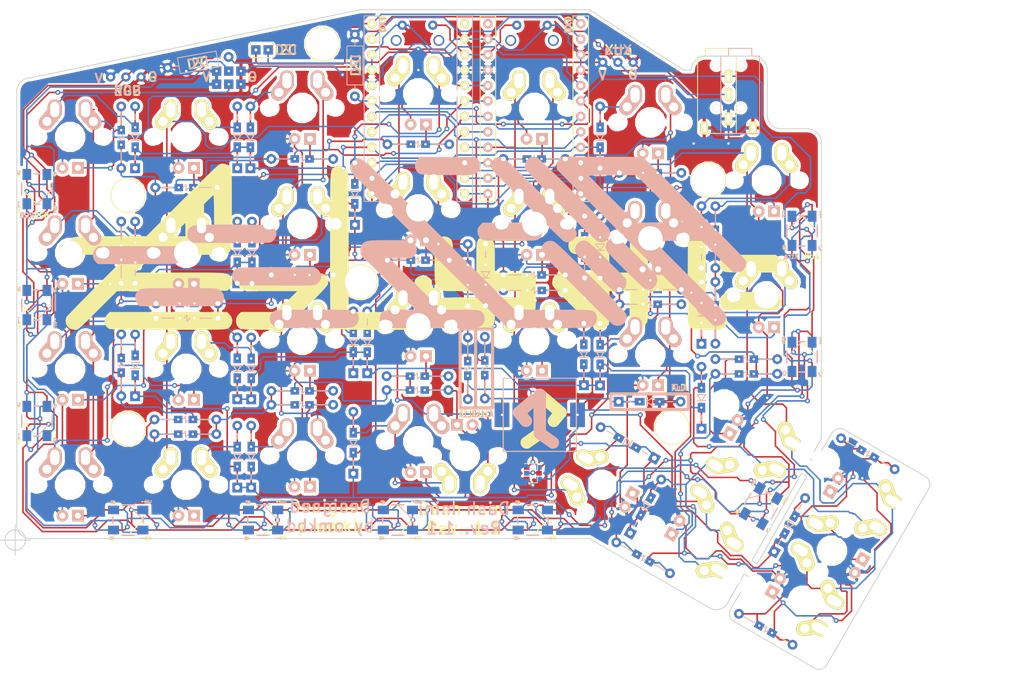
<source format=kicad_pcb>
(kicad_pcb (version 20171130) (host pcbnew "(5.0.0)")
  (title_block (title "ErgoDash Rev2") (date 2018-06-07) (rev 2.0) (company Omkbd))
  (layers (0 F.Cu signal) (31 B.Cu signal) (34 B.Paste user hide) (35 F.Paste user) (36 B.SilkS user hide) (37 F.SilkS user hide) (38 B.Mask user) (39 F.Mask user) (44 Edge.Cuts user))
  (net 0 "")
  (net 1 /row0)
  (net 2 /row1)
  (net 3 "Net-(D2-Pad2)")
  (net 4 /row2)
  (net 5 "Net-(D3-Pad2)")
  (net 6 /row3)
  (net 7 "Net-(D4-Pad2)")
  (net 8 "Net-(D6-Pad2)")
  (net 9 "Net-(D7-Pad2)")
  (net 10 "Net-(D8-Pad2)")
  (net 11 "Net-(D10-Pad2)")
  (net 12 "Net-(D11-Pad2)")
  (net 13 "Net-(D12-Pad2)")
  (net 14 "Net-(D14-Pad2)")
  (net 15 "Net-(D15-Pad2)")
  (net 16 "Net-(D16-Pad2)")
  (net 17 "Net-(D18-Pad2)")
  (net 18 "Net-(D19-Pad2)")
  (net 19 "Net-(D20-Pad2)")
  (net 20 "Net-(D22-Pad2)")
  (net 21 "Net-(D23-Pad2)")
  (net 22 "Net-(D24-Pad2)")
  (net 23 "Net-(D26-Pad2)")
  (net 24 "Net-(D27-Pad2)")
  (net 25 "Net-(D28-Pad2)")
  (net 26 /xtradata)
  (net 27 GND)
  (net 28 /sda/uart)
  (net 29 VCC)
  (net 30 /scl)
  (net 31 /col0)
  (net 32 /col1)
  (net 33 /col2)
  (net 34 /col3)
  (net 35 /col4)
  (net 36 /col5)
  (net 37 /col6)
  (net 38 "Net-(U3-Pad24)")
  (net 39 /rst)
  (net 40 "Net-(D29-Pad2)")
  (net 41 /row4)
  (net 42 "Net-(D30-Pad2)")
  (net 43 "Net-(D31-Pad2)")
  (net 44 "Net-(D32-Pad2)")
  (net 45 "Net-(D33-Pad2)")
  (net 46 "Net-(D34-Pad2)")
  (net 47 /RBG)
  (net 48 /RX)
  (net 49 "Net-(U6-Pad24)")
  (net 50 "Net-(LED10-Pad4)")
  (net 51 "Net-(LED10-Pad2)")
  (net 52 "Net-(J4-Pad2)")
  (net 53 "Net-(J5-Pad2)")
  (net 54 "Net-(LED2-Pad4)")
  (net 55 "Net-(LED3-Pad4)")
  (net 56 "Net-(LED4-Pad4)")
  (net 57 "Net-(LED5-Pad4)")
  (net 58 "Net-(LED6-Pad4)")
  (net 59 "Net-(LED7-Pad4)")
  (net 60 "Net-(LED8-Pad4)")
  (net 61 "Net-(D42-Pad1)")
  (net 62 "Net-(D43-Pad1)")
  (net 63 "Net-(D44-Pad1)")
  (net 64 "Net-(D45-Pad1)")
  (net 65 "Net-(D46-Pad1)")
  (net 66 "Net-(D47-Pad1)")
  (net 67 "Net-(D48-Pad1)")
  (net 68 "Net-(D49-Pad1)")
  (net 69 "Net-(D50-Pad1)")
  (net 70 "Net-(D51-Pad1)")
  (net 71 "Net-(D52-Pad1)")
  (net 72 "Net-(D53-Pad1)")
  (net 73 "Net-(D54-Pad1)")
  (net 74 "Net-(D55-Pad1)")
  (net 75 "Net-(D56-Pad1)")
  (net 76 "Net-(D57-Pad1)")
  (net 77 "Net-(D58-Pad1)")
  (net 78 "Net-(D59-Pad1)")
  (net 79 "Net-(D60-Pad1)")
  (net 80 "Net-(D61-Pad1)")
  (net 81 "Net-(D62-Pad1)")
  (net 82 "Net-(D63-Pad1)")
  (net 83 "Net-(D64-Pad1)")
  (net 84 "Net-(D65-Pad1)")
  (net 85 "Net-(D66-Pad1)")
  (net 86 "Net-(Q1-Pad1)")
  (net 87 "Net-(Q1-Pad3)")
  (net 88 /Backlight)
  (net 89 /Audio)
  (net 90 "Net-(D68-Pad2)")
  (net 91 "Net-(D69-Pad1)")
  (net 92 "Net-(D70-Pad1)")
  (net 93 "Net-(D71-Pad1)")
  (net 94 "Net-(D72-Pad1)")
  (net 95 "Net-(D1-Pad1)")
  (module library:Diode_SMD_THT3 (layer F.Cu) (at 202.565 145.161 60)
    (fp_text reference D68 hide)
    (fp_text value D)
    (pad 1 thru_hole rect (at 3.45 0 60) (size 1.6 1.2) (drill 0.4) (layers *.Cu *.Mask) (net 41 /row4))
    (pad 2 thru_hole oval (at 10.16 0 60) (size 1.6 1.6) (drill 0.8) (layers *.Cu *.Mask) (net 90 "Net-(D68-Pad2)"))
    (pad 1 thru_hole rect (at 0 0 60) (size 1.6 1.6) (drill 0.8) (layers *.Cu *.Mask) (net 41 /row4))
    (pad 2 thru_hole rect (at 6.71 0 60) (size 1.6 1.2) (drill 0.4) (layers *.Cu *.Mask) (net 90 "Net-(D68-Pad2)"))
  )
  (module library:Diode_SMD_THT3 (layer F.Cu) (at 177.038 120.523)
    (fp_text reference D1 hide)
    (fp_text value D)
    (pad 1 thru_hole rect (at 3.45 0) (size 1.6 1.2) (drill 0.4) (layers *.Cu *.Mask) (net 95 "Net-(D1-Pad1)"))
    (pad 2 thru_hole oval (at 10.16 0) (size 1.6 1.6) (drill 0.8) (layers *.Cu *.Mask) (net 27 GND))
    (pad 1 thru_hole rect (at 0 0) (size 1.6 1.6) (drill 0.8) (layers *.Cu *.Mask) (net 95 "Net-(D1-Pad1)"))
    (pad 2 thru_hole rect (at 6.71 0) (size 1.6 1.2) (drill 0.4) (layers *.Cu *.Mask) (net 27 GND))
  )
  (module library:Diode_SMD_THT3 (layer F.Cu) (at 178.943 142.113 60)
    (fp_text reference D34 hide)
    (fp_text value D)
    (pad 1 thru_hole rect (at 3.45 0 60) (size 1.6 1.2) (drill 0.4) (layers *.Cu *.Mask) (net 41 /row4))
    (pad 2 thru_hole oval (at 10.16 0 60) (size 1.6 1.6) (drill 0.8) (layers *.Cu *.Mask) (net 46 "Net-(D34-Pad2)"))
    (pad 1 thru_hole rect (at 0 0 60) (size 1.6 1.6) (drill 0.8) (layers *.Cu *.Mask) (net 41 /row4))
    (pad 2 thru_hole rect (at 6.71 0 60) (size 1.6 1.2) (drill 0.4) (layers *.Cu *.Mask) (net 46 "Net-(D34-Pad2)"))
  )
  (module library:Diode_SMD_THT3 (layer F.Cu) (at 182.88 129.794 150)
    (fp_text reference D33 hide)
    (fp_text value D)
    (pad 1 thru_hole rect (at 3.45 0 150) (size 1.6 1.2) (drill 0.4) (layers *.Cu *.Mask) (net 41 /row4))
    (pad 2 thru_hole oval (at 10.16 0 150) (size 1.6 1.6) (drill 0.8) (layers *.Cu *.Mask) (net 45 "Net-(D33-Pad2)"))
    (pad 1 thru_hole rect (at 0 0 150) (size 1.6 1.6) (drill 0.8) (layers *.Cu *.Mask) (net 41 /row4))
    (pad 2 thru_hole rect (at 6.71 0 150) (size 1.6 1.2) (drill 0.4) (layers *.Cu *.Mask) (net 45 "Net-(D33-Pad2)"))
  )
  (module library:Diode_SMD_THT3 (layer F.Cu) (at 133.477 132.334 90)
    (fp_text reference D32 hide)
    (fp_text value D)
    (pad 1 thru_hole rect (at 3.45 0 90) (size 1.6 1.2) (drill 0.4) (layers *.Cu *.Mask) (net 41 /row4))
    (pad 2 thru_hole oval (at 10.16 0 90) (size 1.6 1.6) (drill 0.8) (layers *.Cu *.Mask) (net 44 "Net-(D32-Pad2)"))
    (pad 1 thru_hole rect (at 0 0 90) (size 1.6 1.6) (drill 0.8) (layers *.Cu *.Mask) (net 41 /row4))
    (pad 2 thru_hole rect (at 6.71 0 90) (size 1.6 1.2) (drill 0.4) (layers *.Cu *.Mask) (net 44 "Net-(D32-Pad2)"))
  )
  (module library:Diode_SMD_THT3 (layer F.Cu) (at 116.713 134.62 90)
    (fp_text reference D31 hide)
    (fp_text value D)
    (pad 1 thru_hole rect (at 3.45 0 90) (size 1.6 1.2) (drill 0.4) (layers *.Cu *.Mask) (net 41 /row4))
    (pad 2 thru_hole oval (at 10.16 0 90) (size 1.6 1.6) (drill 0.8) (layers *.Cu *.Mask) (net 43 "Net-(D31-Pad2)"))
    (pad 1 thru_hole rect (at 0 0 90) (size 1.6 1.6) (drill 0.8) (layers *.Cu *.Mask) (net 41 /row4))
    (pad 2 thru_hole rect (at 6.71 0 90) (size 1.6 1.2) (drill 0.4) (layers *.Cu *.Mask) (net 43 "Net-(D31-Pad2)"))
  )
  (module library:Diode_SMD_THT3 (layer F.Cu) (at 114.427 134.62 90)
    (fp_text reference D30 hide)
    (fp_text value D)
    (pad 1 thru_hole rect (at 3.45 0 90) (size 1.6 1.2) (drill 0.4) (layers *.Cu *.Mask) (net 41 /row4))
    (pad 2 thru_hole oval (at 10.16 0 90) (size 1.6 1.6) (drill 0.8) (layers *.Cu *.Mask) (net 42 "Net-(D30-Pad2)"))
    (pad 1 thru_hole rect (at 0 0 90) (size 1.6 1.6) (drill 0.8) (layers *.Cu *.Mask) (net 41 /row4))
    (pad 2 thru_hole rect (at 6.71 0 90) (size 1.6 1.2) (drill 0.4) (layers *.Cu *.Mask) (net 42 "Net-(D30-Pad2)"))
  )
  (module library:Diode_SMD_THT3 (layer F.Cu) (at 97.663 119.634 90)
    (fp_text reference D29 hide)
    (fp_text value D)
    (pad 1 thru_hole rect (at 3.45 0 90) (size 1.6 1.2) (drill 0.4) (layers *.Cu *.Mask) (net 41 /row4))
    (pad 2 thru_hole oval (at 10.16 0 90) (size 1.6 1.6) (drill 0.8) (layers *.Cu *.Mask) (net 40 "Net-(D29-Pad2)"))
    (pad 1 thru_hole rect (at 0 0 90) (size 1.6 1.6) (drill 0.8) (layers *.Cu *.Mask) (net 41 /row4))
    (pad 2 thru_hole rect (at 6.71 0 90) (size 1.6 1.2) (drill 0.4) (layers *.Cu *.Mask) (net 40 "Net-(D29-Pad2)"))
  )
  (module library:Diode_SMD_THT3 (layer F.Cu) (at 190.627 124.947 90)
    (fp_text reference D28 hide)
    (fp_text value D)
    (pad 1 thru_hole rect (at 3.45 0 90) (size 1.6 1.2) (drill 0.4) (layers *.Cu *.Mask) (net 6 /row3))
    (pad 2 thru_hole oval (at 10.16 0 90) (size 1.6 1.6) (drill 0.8) (layers *.Cu *.Mask) (net 25 "Net-(D28-Pad2)"))
    (pad 1 thru_hole rect (at 0 0 90) (size 1.6 1.6) (drill 0.8) (layers *.Cu *.Mask) (net 6 /row3))
    (pad 2 thru_hole rect (at 6.71 0 90) (size 1.6 1.2) (drill 0.4) (layers *.Cu *.Mask) (net 25 "Net-(D28-Pad2)"))
  )
  (module library:Diode_SMD_THT3 (layer F.Cu) (at 190.627 111.019 90)
    (fp_text reference D27 hide)
    (fp_text value D)
    (pad 1 thru_hole rect (at 3.45 0 90) (size 1.6 1.2) (drill 0.4) (layers *.Cu *.Mask) (net 4 /row2))
    (pad 2 thru_hole oval (at 10.16 0 90) (size 1.6 1.6) (drill 0.8) (layers *.Cu *.Mask) (net 24 "Net-(D27-Pad2)"))
    (pad 1 thru_hole rect (at 0 0 90) (size 1.6 1.6) (drill 0.8) (layers *.Cu *.Mask) (net 4 /row2))
    (pad 2 thru_hole rect (at 6.71 0 90) (size 1.6 1.2) (drill 0.4) (layers *.Cu *.Mask) (net 24 "Net-(D27-Pad2)"))
  )
  (module library:Diode_SMD_THT3 (layer F.Cu) (at 190.627 98.552 90)
    (fp_text reference D26 hide)
    (fp_text value D)
    (pad 1 thru_hole rect (at 3.45 0 90) (size 1.6 1.2) (drill 0.4) (layers *.Cu *.Mask) (net 2 /row1))
    (pad 2 thru_hole oval (at 10.16 0 90) (size 1.6 1.6) (drill 0.8) (layers *.Cu *.Mask) (net 23 "Net-(D26-Pad2)"))
    (pad 1 thru_hole rect (at 0 0 90) (size 1.6 1.6) (drill 0.8) (layers *.Cu *.Mask) (net 2 /row1))
    (pad 2 thru_hole rect (at 6.71 0 90) (size 1.6 1.2) (drill 0.4) (layers *.Cu *.Mask) (net 23 "Net-(D26-Pad2)"))
  )
  (module library:Diode_SMD_THT3 (layer F.Cu) (at 173.99 117.856 90)
    (fp_text reference D24 hide)
    (fp_text value D)
    (pad 1 thru_hole rect (at 3.45 0 90) (size 1.6 1.2) (drill 0.4) (layers *.Cu *.Mask) (net 6 /row3))
    (pad 2 thru_hole oval (at 10.16 0 90) (size 1.6 1.6) (drill 0.8) (layers *.Cu *.Mask) (net 22 "Net-(D24-Pad2)"))
    (pad 1 thru_hole rect (at 0 0 90) (size 1.6 1.6) (drill 0.8) (layers *.Cu *.Mask) (net 6 /row3))
    (pad 2 thru_hole rect (at 6.71 0 90) (size 1.6 1.2) (drill 0.4) (layers *.Cu *.Mask) (net 22 "Net-(D24-Pad2)"))
  )
  (module library:Diode_SMD_THT3 (layer F.Cu) (at 173.99 100.224 90)
    (fp_text reference D23 hide)
    (fp_text value D)
    (pad 1 thru_hole rect (at 3.45 0 90) (size 1.6 1.2) (drill 0.4) (layers *.Cu *.Mask) (net 4 /row2))
    (pad 2 thru_hole oval (at 10.16 0 90) (size 1.6 1.6) (drill 0.8) (layers *.Cu *.Mask) (net 21 "Net-(D23-Pad2)"))
    (pad 1 thru_hole rect (at 0 0 90) (size 1.6 1.6) (drill 0.8) (layers *.Cu *.Mask) (net 4 /row2))
    (pad 2 thru_hole rect (at 6.71 0 90) (size 1.6 1.2) (drill 0.4) (layers *.Cu *.Mask) (net 21 "Net-(D23-Pad2)"))
  )
  (module library:Diode_SMD_THT3 (layer F.Cu) (at 173.99 82.169 90)
    (fp_text reference D22 hide)
    (fp_text value D)
    (pad 1 thru_hole rect (at 3.45 0 90) (size 1.6 1.2) (drill 0.4) (layers *.Cu *.Mask) (net 2 /row1))
    (pad 2 thru_hole oval (at 10.16 0 90) (size 1.6 1.6) (drill 0.8) (layers *.Cu *.Mask) (net 20 "Net-(D22-Pad2)"))
    (pad 1 thru_hole rect (at 0 0 90) (size 1.6 1.6) (drill 0.8) (layers *.Cu *.Mask) (net 2 /row1))
    (pad 2 thru_hole rect (at 6.71 0 90) (size 1.6 1.2) (drill 0.4) (layers *.Cu *.Mask) (net 20 "Net-(D22-Pad2)"))
  )
  (module library:Diode_SMD_THT3 (layer F.Cu) (at 171.323 117.835 90)
    (fp_text reference D20 hide)
    (fp_text value D)
    (pad 1 thru_hole rect (at 3.45 0 90) (size 1.6 1.2) (drill 0.4) (layers *.Cu *.Mask) (net 6 /row3))
    (pad 2 thru_hole oval (at 10.16 0 90) (size 1.6 1.6) (drill 0.8) (layers *.Cu *.Mask) (net 19 "Net-(D20-Pad2)"))
    (pad 1 thru_hole rect (at 0 0 90) (size 1.6 1.6) (drill 0.8) (layers *.Cu *.Mask) (net 6 /row3))
    (pad 2 thru_hole rect (at 6.71 0 90) (size 1.6 1.2) (drill 0.4) (layers *.Cu *.Mask) (net 19 "Net-(D20-Pad2)"))
  )
  (module library:Diode_SMD_THT3 (layer F.Cu) (at 152.273 104.796 90)
    (fp_text reference D15 hide)
    (fp_text value D)
    (pad 1 thru_hole rect (at 3.45 0 90) (size 1.6 1.2) (drill 0.4) (layers *.Cu *.Mask) (net 4 /row2))
    (pad 2 thru_hole oval (at 10.16 0 90) (size 1.6 1.6) (drill 0.8) (layers *.Cu *.Mask) (net 15 "Net-(D15-Pad2)"))
    (pad 1 thru_hole rect (at 0 0 90) (size 1.6 1.6) (drill 0.8) (layers *.Cu *.Mask) (net 4 /row2))
    (pad 2 thru_hole rect (at 6.71 0 90) (size 1.6 1.2) (drill 0.4) (layers *.Cu *.Mask) (net 15 "Net-(D15-Pad2)"))
  )
  (module library:Diode_SMD_THT3 (layer F.Cu) (at 133.731 91.461 90)
    (fp_text reference D14 hide)
    (fp_text value D)
    (pad 1 thru_hole rect (at 3.45 0 90) (size 1.6 1.2) (drill 0.4) (layers *.Cu *.Mask) (net 2 /row1))
    (pad 2 thru_hole oval (at 10.16 0 90) (size 1.6 1.6) (drill 0.8) (layers *.Cu *.Mask) (net 14 "Net-(D14-Pad2)"))
    (pad 1 thru_hole rect (at 0 0 90) (size 1.6 1.6) (drill 0.8) (layers *.Cu *.Mask) (net 2 /row1))
    (pad 2 thru_hole rect (at 6.71 0 90) (size 1.6 1.2) (drill 0.4) (layers *.Cu *.Mask) (net 14 "Net-(D14-Pad2)"))
  )
  (module library:Diode_SMD_THT3 (layer F.Cu) (at 133.477 115.845 90)
    (fp_text reference D12 hide)
    (fp_text value D)
    (pad 1 thru_hole rect (at 3.45 0 90) (size 1.6 1.2) (drill 0.4) (layers *.Cu *.Mask) (net 6 /row3))
    (pad 2 thru_hole oval (at 10.16 0 90) (size 1.6 1.6) (drill 0.8) (layers *.Cu *.Mask) (net 13 "Net-(D12-Pad2)"))
    (pad 1 thru_hole rect (at 0 0 90) (size 1.6 1.6) (drill 0.8) (layers *.Cu *.Mask) (net 6 /row3))
    (pad 2 thru_hole rect (at 6.71 0 90) (size 1.6 1.2) (drill 0.4) (layers *.Cu *.Mask) (net 13 "Net-(D12-Pad2)"))
  )
  (module library:Diode_SMD_THT3 (layer F.Cu) (at 116.84 101.092 90)
    (fp_text reference D11 hide)
    (fp_text value D)
    (pad 1 thru_hole rect (at 3.45 0 90) (size 1.6 1.2) (drill 0.4) (layers *.Cu *.Mask) (net 4 /row2))
    (pad 2 thru_hole oval (at 10.16 0 90) (size 1.6 1.6) (drill 0.8) (layers *.Cu *.Mask) (net 12 "Net-(D11-Pad2)"))
    (pad 1 thru_hole rect (at 0 0 90) (size 1.6 1.6) (drill 0.8) (layers *.Cu *.Mask) (net 4 /row2))
    (pad 2 thru_hole rect (at 6.71 0 90) (size 1.6 1.2) (drill 0.4) (layers *.Cu *.Mask) (net 12 "Net-(D11-Pad2)"))
  )
  (module library:Diode_SMD_THT3 (layer F.Cu) (at 116.586 82.169 90)
    (fp_text reference D10 hide)
    (fp_text value D)
    (pad 1 thru_hole rect (at 3.45 0 90) (size 1.6 1.2) (drill 0.4) (layers *.Cu *.Mask) (net 2 /row1))
    (pad 2 thru_hole oval (at 10.16 0 90) (size 1.6 1.6) (drill 0.8) (layers *.Cu *.Mask) (net 11 "Net-(D10-Pad2)"))
    (pad 1 thru_hole rect (at 0 0 90) (size 1.6 1.6) (drill 0.8) (layers *.Cu *.Mask) (net 2 /row1))
    (pad 2 thru_hole rect (at 6.71 0 90) (size 1.6 1.2) (drill 0.4) (layers *.Cu *.Mask) (net 11 "Net-(D10-Pad2)"))
  )
  (module library:Diode_SMD_THT3 (layer F.Cu) (at 116.713 120.142 90)
    (fp_text reference D8 hide)
    (fp_text value D)
    (pad 1 thru_hole rect (at 3.45 0 90) (size 1.6 1.2) (drill 0.4) (layers *.Cu *.Mask) (net 6 /row3))
    (pad 2 thru_hole oval (at 10.16 0 90) (size 1.6 1.6) (drill 0.8) (layers *.Cu *.Mask) (net 10 "Net-(D8-Pad2)"))
    (pad 1 thru_hole rect (at 0 0 90) (size 1.6 1.6) (drill 0.8) (layers *.Cu *.Mask) (net 6 /row3))
    (pad 2 thru_hole rect (at 6.71 0 90) (size 1.6 1.2) (drill 0.4) (layers *.Cu *.Mask) (net 10 "Net-(D8-Pad2)"))
  )
  (module library:Diode_SMD_THT3 (layer F.Cu) (at 114.427 101.092 90)
    (fp_text reference D7 hide)
    (fp_text value D)
    (pad 1 thru_hole rect (at 3.45 0 90) (size 1.6 1.2) (drill 0.4) (layers *.Cu *.Mask) (net 4 /row2))
    (pad 2 thru_hole oval (at 10.16 0 90) (size 1.6 1.6) (drill 0.8) (layers *.Cu *.Mask) (net 9 "Net-(D7-Pad2)"))
    (pad 1 thru_hole rect (at 0 0 90) (size 1.6 1.6) (drill 0.8) (layers *.Cu *.Mask) (net 4 /row2))
    (pad 2 thru_hole rect (at 6.71 0 90) (size 1.6 1.2) (drill 0.4) (layers *.Cu *.Mask) (net 9 "Net-(D7-Pad2)"))
  )
  (module library:Diode_SMD_THT3 (layer F.Cu) (at 114.427 82.169 90)
    (fp_text reference D6 hide)
    (fp_text value D)
    (pad 1 thru_hole rect (at 3.45 0 90) (size 1.6 1.2) (drill 0.4) (layers *.Cu *.Mask) (net 2 /row1))
    (pad 2 thru_hole oval (at 10.16 0 90) (size 1.6 1.6) (drill 0.8) (layers *.Cu *.Mask) (net 8 "Net-(D6-Pad2)"))
    (pad 1 thru_hole rect (at 0 0 90) (size 1.6 1.6) (drill 0.8) (layers *.Cu *.Mask) (net 2 /row1))
    (pad 2 thru_hole rect (at 6.71 0 90) (size 1.6 1.2) (drill 0.4) (layers *.Cu *.Mask) (net 8 "Net-(D6-Pad2)"))
  )
  (module library:Diode_SMD_THT3 (layer F.Cu) (at 114.427 120.121 90)
    (fp_text reference D4 hide)
    (fp_text value D)
    (pad 1 thru_hole rect (at 3.45 0 90) (size 1.6 1.2) (drill 0.4) (layers *.Cu *.Mask) (net 6 /row3))
    (pad 2 thru_hole oval (at 10.16 0 90) (size 1.6 1.6) (drill 0.8) (layers *.Cu *.Mask) (net 7 "Net-(D4-Pad2)"))
    (pad 1 thru_hole rect (at 0 0 90) (size 1.6 1.6) (drill 0.8) (layers *.Cu *.Mask) (net 6 /row3))
    (pad 2 thru_hole rect (at 6.71 0 90) (size 1.6 1.2) (drill 0.4) (layers *.Cu *.Mask) (net 7 "Net-(D4-Pad2)"))
  )
  (module library:Diode_SMD_THT3 (layer F.Cu) (at 97.663 101.092 90)
    (fp_text reference D3 hide)
    (fp_text value D)
    (pad 1 thru_hole rect (at 3.45 0 90) (size 1.6 1.2) (drill 0.4) (layers *.Cu *.Mask) (net 4 /row2))
    (pad 2 thru_hole oval (at 10.16 0 90) (size 1.6 1.6) (drill 0.8) (layers *.Cu *.Mask) (net 5 "Net-(D3-Pad2)"))
    (pad 1 thru_hole rect (at 0 0 90) (size 1.6 1.6) (drill 0.8) (layers *.Cu *.Mask) (net 4 /row2))
    (pad 2 thru_hole rect (at 6.71 0 90) (size 1.6 1.2) (drill 0.4) (layers *.Cu *.Mask) (net 5 "Net-(D3-Pad2)"))
  )
  (module library:Diode_SMD_THT3 (layer F.Cu) (at 97.663 82.169 90)
    (fp_text reference D2 hide)
    (fp_text value D)
    (pad 1 thru_hole rect (at 3.45 0 90) (size 1.6 1.2) (drill 0.4) (layers *.Cu *.Mask) (net 2 /row1))
    (pad 2 thru_hole oval (at 10.16 0 90) (size 1.6 1.6) (drill 0.8) (layers *.Cu *.Mask) (net 3 "Net-(D2-Pad2)"))
    (pad 1 thru_hole rect (at 0 0 90) (size 1.6 1.6) (drill 0.8) (layers *.Cu *.Mask) (net 2 /row1))
    (pad 2 thru_hole rect (at 6.71 0 90) (size 1.6 1.2) (drill 0.4) (layers *.Cu *.Mask) (net 3 "Net-(D2-Pad2)"))
  )
  (module library:Diode_SMD_THT3 (layer F.Cu) (at 135.763 115.845 90)
    (fp_text reference D16 hide)
    (fp_text value D)
    (pad 1 thru_hole rect (at 3.45 0 90) (size 1.6 1.2) (drill 0.4) (layers *.Cu *.Mask) (net 6 /row3))
    (pad 2 thru_hole oval (at 10.16 0 90) (size 1.6 1.6) (drill 0.8) (layers *.Cu *.Mask) (net 16 "Net-(D16-Pad2)"))
    (pad 1 thru_hole rect (at 0 0 90) (size 1.6 1.6) (drill 0.8) (layers *.Cu *.Mask) (net 6 /row3))
    (pad 2 thru_hole rect (at 6.71 0 90) (size 1.6 1.2) (drill 0.4) (layers *.Cu *.Mask) (net 16 "Net-(D16-Pad2)"))
  )
  (module library:Diode_SMD_THT3 (layer F.Cu) (at 155.194 104.754 90)
    (fp_text reference D18 hide)
    (fp_text value D)
    (pad 1 thru_hole rect (at 3.45 0 90) (size 1.6 1.2) (drill 0.4) (layers *.Cu *.Mask) (net 2 /row1))
    (pad 2 thru_hole oval (at 10.16 0 90) (size 1.6 1.6) (drill 0.8) (layers *.Cu *.Mask) (net 17 "Net-(D18-Pad2)"))
    (pad 1 thru_hole rect (at 0 0 90) (size 1.6 1.6) (drill 0.8) (layers *.Cu *.Mask) (net 2 /row1))
    (pad 2 thru_hole rect (at 6.71 0 90) (size 1.6 1.2) (drill 0.4) (layers *.Cu *.Mask) (net 17 "Net-(D18-Pad2)"))
  )
  (module library:Diode_SMD_THT3 (layer F.Cu) (at 171.45 100.182 90)
    (fp_text reference D19 hide)
    (fp_text value D)
    (pad 1 thru_hole rect (at 3.45 0 90) (size 1.6 1.2) (drill 0.4) (layers *.Cu *.Mask) (net 4 /row2))
    (pad 2 thru_hole oval (at 10.16 0 90) (size 1.6 1.6) (drill 0.8) (layers *.Cu *.Mask) (net 18 "Net-(D19-Pad2)"))
    (pad 1 thru_hole rect (at 0 0 90) (size 1.6 1.6) (drill 0.8) (layers *.Cu *.Mask) (net 4 /row2))
    (pad 2 thru_hole rect (at 6.71 0 90) (size 1.6 1.2) (drill 0.4) (layers *.Cu *.Mask) (net 18 "Net-(D19-Pad2)"))
  )
  (module library:Resistors_SMD_THT (layer F.Cu) (at 205.58203 160.454 150)
    (fp_text reference R39 hide)
    (fp_text value R)
    (pad 2 thru_hole rect (at 6.3 0 150) (size 1.4 1.2) (drill 0.4) (layers *.Cu *.Mask) (net 87 "Net-(Q1-Pad3)"))
    (pad 1 thru_hole circle (at 0 0 150) (size 1.6 1.6) (drill 0.8) (layers *.Cu *.Mask) (net 94 "Net-(D72-Pad1)"))
    (pad 2 thru_hole oval (at 10.16 0 150) (size 1.6 1.6) (drill 0.8) (layers *.Cu *.Mask) (net 87 "Net-(Q1-Pad3)"))
    (pad 1 thru_hole rect (at 3.9 0 150) (size 1.4 1.2) (drill 0.4) (layers *.Cu *.Mask) (net 94 "Net-(D72-Pad1)"))
  )
  (module library:Resistors_SMD_THT (layer F.Cu) (at 192.913 115.951)
    (fp_text reference R38 hide)
    (fp_text value R)
    (pad 2 thru_hole rect (at 6.3 0) (size 1.4 1.2) (drill 0.4) (layers *.Cu *.Mask) (net 87 "Net-(Q1-Pad3)"))
    (pad 1 thru_hole circle (at 0 0) (size 1.6 1.6) (drill 0.8) (layers *.Cu *.Mask) (net 93 "Net-(D71-Pad1)"))
    (pad 2 thru_hole oval (at 10.16 0) (size 1.6 1.6) (drill 0.8) (layers *.Cu *.Mask) (net 87 "Net-(Q1-Pad3)"))
    (pad 1 thru_hole rect (at 3.9 0) (size 1.4 1.2) (drill 0.4) (layers *.Cu *.Mask) (net 93 "Net-(D71-Pad1)"))
  )
  (module library:Resistors_SMD_THT (layer F.Cu) (at 222.34603 131.625 150)
    (fp_text reference R37 hide)
    (fp_text value R)
    (pad 2 thru_hole rect (at 6.3 0 150) (size 1.4 1.2) (drill 0.4) (layers *.Cu *.Mask) (net 87 "Net-(Q1-Pad3)"))
    (pad 1 thru_hole circle (at 0 0 150) (size 1.6 1.6) (drill 0.8) (layers *.Cu *.Mask) (net 92 "Net-(D70-Pad1)"))
    (pad 2 thru_hole oval (at 10.16 0 150) (size 1.6 1.6) (drill 0.8) (layers *.Cu *.Mask) (net 87 "Net-(Q1-Pad3)"))
    (pad 1 thru_hole rect (at 3.9 0 150) (size 1.4 1.2) (drill 0.4) (layers *.Cu *.Mask) (net 92 "Net-(D70-Pad1)"))
  )
  (module library:Resistors_SMD_THT (layer F.Cu) (at 192.913 113.538)
    (fp_text reference R14 hide)
    (fp_text value R)
    (pad 2 thru_hole rect (at 6.3 0) (size 1.4 1.2) (drill 0.4) (layers *.Cu *.Mask) (net 87 "Net-(Q1-Pad3)"))
    (pad 1 thru_hole circle (at 0 0) (size 1.6 1.6) (drill 0.8) (layers *.Cu *.Mask) (net 91 "Net-(D69-Pad1)"))
    (pad 2 thru_hole oval (at 10.16 0) (size 1.6 1.6) (drill 0.8) (layers *.Cu *.Mask) (net 87 "Net-(Q1-Pad3)"))
    (pad 1 thru_hole rect (at 3.9 0) (size 1.4 1.2) (drill 0.4) (layers *.Cu *.Mask) (net 91 "Net-(D69-Pad1)"))
  )
  (module library:Resistors_SMD_THT (layer F.Cu) (at 149.098 118.618 180)
    (fp_text reference R36 hide)
    (fp_text value R)
    (pad 2 thru_hole rect (at 6.3 0 180) (size 1.4 1.2) (drill 0.4) (layers *.Cu *.Mask) (net 87 "Net-(Q1-Pad3)"))
    (pad 1 thru_hole circle (at 0 0 180) (size 1.6 1.6) (drill 0.8) (layers *.Cu *.Mask) (net 85 "Net-(D66-Pad1)"))
    (pad 2 thru_hole oval (at 10.16 0 180) (size 1.6 1.6) (drill 0.8) (layers *.Cu *.Mask) (net 87 "Net-(Q1-Pad3)"))
    (pad 1 thru_hole rect (at 3.9 0 180) (size 1.4 1.2) (drill 0.4) (layers *.Cu *.Mask) (net 85 "Net-(D66-Pad1)"))
  )
  (module library:Resistors_SMD_THT (layer F.Cu) (at 130.175 121.031 180)
    (fp_text reference R35 hide)
    (fp_text value R)
    (pad 2 thru_hole rect (at 6.3 0 180) (size 1.4 1.2) (drill 0.4) (layers *.Cu *.Mask) (net 87 "Net-(Q1-Pad3)"))
    (pad 1 thru_hole circle (at 0 0 180) (size 1.6 1.6) (drill 0.8) (layers *.Cu *.Mask) (net 84 "Net-(D65-Pad1)"))
    (pad 2 thru_hole oval (at 10.16 0 180) (size 1.6 1.6) (drill 0.8) (layers *.Cu *.Mask) (net 87 "Net-(Q1-Pad3)"))
    (pad 1 thru_hole rect (at 3.9 0 180) (size 1.4 1.2) (drill 0.4) (layers *.Cu *.Mask) (net 84 "Net-(D65-Pad1)"))
  )
  (module library:Resistors_SMD_THT (layer F.Cu) (at 100.838 125.857)
    (fp_text reference R34 hide)
    (fp_text value R)
    (pad 2 thru_hole rect (at 6.3 0) (size 1.4 1.2) (drill 0.4) (layers *.Cu *.Mask) (net 87 "Net-(Q1-Pad3)"))
    (pad 1 thru_hole circle (at 0 0) (size 1.6 1.6) (drill 0.8) (layers *.Cu *.Mask) (net 83 "Net-(D64-Pad1)"))
    (pad 2 thru_hole oval (at 10.16 0) (size 1.6 1.6) (drill 0.8) (layers *.Cu *.Mask) (net 87 "Net-(Q1-Pad3)"))
    (pad 1 thru_hole rect (at 3.9 0) (size 1.4 1.2) (drill 0.4) (layers *.Cu *.Mask) (net 83 "Net-(D64-Pad1)"))
  )
  (module library:Resistors_SMD_THT (layer F.Cu) (at 100.838 123.444)
    (fp_text reference R33 hide)
    (fp_text value R)
    (pad 2 thru_hole rect (at 6.3 0) (size 1.4 1.2) (drill 0.4) (layers *.Cu *.Mask) (net 87 "Net-(Q1-Pad3)"))
    (pad 1 thru_hole circle (at 0 0) (size 1.6 1.6) (drill 0.8) (layers *.Cu *.Mask) (net 82 "Net-(D63-Pad1)"))
    (pad 2 thru_hole oval (at 10.16 0) (size 1.6 1.6) (drill 0.8) (layers *.Cu *.Mask) (net 87 "Net-(Q1-Pad3)"))
    (pad 1 thru_hole rect (at 3.9 0) (size 1.4 1.2) (drill 0.4) (layers *.Cu *.Mask) (net 82 "Net-(D63-Pad1)"))
  )
  (module library:Resistors_SMD_THT (layer F.Cu) (at 176.657 143.637 330)
    (fp_text reference R32 hide)
    (fp_text value R)
    (pad 2 thru_hole rect (at 6.3 0 330) (size 1.4 1.2) (drill 0.4) (layers *.Cu *.Mask) (net 87 "Net-(Q1-Pad3)"))
    (pad 1 thru_hole circle (at 0 0 330) (size 1.6 1.6) (drill 0.8) (layers *.Cu *.Mask) (net 81 "Net-(D62-Pad1)"))
    (pad 2 thru_hole oval (at 10.16 0 330) (size 1.6 1.6) (drill 0.8) (layers *.Cu *.Mask) (net 87 "Net-(Q1-Pad3)"))
    (pad 1 thru_hole rect (at 3.9 0 330) (size 1.4 1.2) (drill 0.4) (layers *.Cu *.Mask) (net 81 "Net-(D62-Pad1)"))
  )
  (module library:Resistors_SMD_THT (layer F.Cu) (at 187.325 104.521 180)
    (fp_text reference R31 hide)
    (fp_text value R)
    (pad 2 thru_hole rect (at 6.3 0 180) (size 1.4 1.2) (drill 0.4) (layers *.Cu *.Mask) (net 87 "Net-(Q1-Pad3)"))
    (pad 1 thru_hole circle (at 0 0 180) (size 1.6 1.6) (drill 0.8) (layers *.Cu *.Mask) (net 80 "Net-(D61-Pad1)"))
    (pad 2 thru_hole oval (at 10.16 0 180) (size 1.6 1.6) (drill 0.8) (layers *.Cu *.Mask) (net 87 "Net-(Q1-Pad3)"))
    (pad 1 thru_hole rect (at 3.9 0 180) (size 1.4 1.2) (drill 0.4) (layers *.Cu *.Mask) (net 80 "Net-(D61-Pad1)"))
  )
  (module library:Resistors_SMD_THT (layer F.Cu) (at 158.115 102.235)
    (fp_text reference R30 hide)
    (fp_text value R)
    (pad 2 thru_hole rect (at 6.3 0) (size 1.4 1.2) (drill 0.4) (layers *.Cu *.Mask) (net 87 "Net-(Q1-Pad3)"))
    (pad 1 thru_hole circle (at 0 0) (size 1.6 1.6) (drill 0.8) (layers *.Cu *.Mask) (net 79 "Net-(D60-Pad1)"))
    (pad 2 thru_hole oval (at 10.16 0) (size 1.6 1.6) (drill 0.8) (layers *.Cu *.Mask) (net 87 "Net-(Q1-Pad3)"))
    (pad 1 thru_hole rect (at 3.9 0) (size 1.4 1.2) (drill 0.4) (layers *.Cu *.Mask) (net 79 "Net-(D60-Pad1)"))
  )
  (module library:Resistors_SMD_THT (layer F.Cu) (at 149.098 116.332 180)
    (fp_text reference R29 hide)
    (fp_text value R)
    (pad 2 thru_hole rect (at 6.3 0 180) (size 1.4 1.2) (drill 0.4) (layers *.Cu *.Mask) (net 87 "Net-(Q1-Pad3)"))
    (pad 1 thru_hole circle (at 0 0 180) (size 1.6 1.6) (drill 0.8) (layers *.Cu *.Mask) (net 78 "Net-(D59-Pad1)"))
    (pad 2 thru_hole oval (at 10.16 0 180) (size 1.6 1.6) (drill 0.8) (layers *.Cu *.Mask) (net 87 "Net-(Q1-Pad3)"))
    (pad 1 thru_hole rect (at 3.9 0 180) (size 1.4 1.2) (drill 0.4) (layers *.Cu *.Mask) (net 78 "Net-(D59-Pad1)"))
  )
  (module library:Resistors_SMD_THT (layer F.Cu) (at 130.175 118.745 180)
    (fp_text reference R28 hide)
    (fp_text value R)
    (pad 2 thru_hole rect (at 6.3 0 180) (size 1.4 1.2) (drill 0.4) (layers *.Cu *.Mask) (net 87 "Net-(Q1-Pad3)"))
    (pad 1 thru_hole circle (at 0 0 180) (size 1.6 1.6) (drill 0.8) (layers *.Cu *.Mask) (net 77 "Net-(D58-Pad1)"))
    (pad 2 thru_hole oval (at 10.16 0 180) (size 1.6 1.6) (drill 0.8) (layers *.Cu *.Mask) (net 87 "Net-(Q1-Pad3)"))
    (pad 1 thru_hole rect (at 3.9 0 180) (size 1.4 1.2) (drill 0.4) (layers *.Cu *.Mask) (net 77 "Net-(D58-Pad1)"))
  )
  (module library:Resistors_SMD_THT (layer F.Cu) (at 95.377 109.453 270)
    (fp_text reference R27 hide)
    (fp_text value R)
    (pad 2 thru_hole rect (at 6.3 0 270) (size 1.4 1.2) (drill 0.4) (layers *.Cu *.Mask) (net 87 "Net-(Q1-Pad3)"))
    (pad 1 thru_hole circle (at 0 0 270) (size 1.6 1.6) (drill 0.8) (layers *.Cu *.Mask) (net 76 "Net-(D57-Pad1)"))
    (pad 2 thru_hole oval (at 10.16 0 270) (size 1.6 1.6) (drill 0.8) (layers *.Cu *.Mask) (net 87 "Net-(Q1-Pad3)"))
    (pad 1 thru_hole rect (at 3.9 0 270) (size 1.4 1.2) (drill 0.4) (layers *.Cu *.Mask) (net 76 "Net-(D57-Pad1)"))
  )
  (module library:Resistors_SMD_THT (layer F.Cu) (at 101.092 106.807)
    (fp_text reference R26 hide)
    (fp_text value R)
    (pad 2 thru_hole rect (at 6.3 0) (size 1.4 1.2) (drill 0.4) (layers *.Cu *.Mask) (net 87 "Net-(Q1-Pad3)"))
    (pad 1 thru_hole circle (at 0 0) (size 1.6 1.6) (drill 0.8) (layers *.Cu *.Mask) (net 75 "Net-(D56-Pad1)"))
    (pad 2 thru_hole oval (at 10.16 0) (size 1.6 1.6) (drill 0.8) (layers *.Cu *.Mask) (net 87 "Net-(Q1-Pad3)"))
    (pad 1 thru_hole rect (at 3.9 0) (size 1.4 1.2) (drill 0.4) (layers *.Cu *.Mask) (net 75 "Net-(D56-Pad1)"))
  )
  (module library:Resistors_SMD_THT (layer F.Cu) (at 192.913 110.998 90)
    (fp_text reference R25 hide)
    (fp_text value R)
    (pad 2 thru_hole rect (at 6.3 0 90) (size 1.4 1.2) (drill 0.4) (layers *.Cu *.Mask) (net 87 "Net-(Q1-Pad3)"))
    (pad 1 thru_hole circle (at 0 0 90) (size 1.6 1.6) (drill 0.8) (layers *.Cu *.Mask) (net 74 "Net-(D55-Pad1)"))
    (pad 2 thru_hole oval (at 10.16 0 90) (size 1.6 1.6) (drill 0.8) (layers *.Cu *.Mask) (net 87 "Net-(Q1-Pad3)"))
    (pad 1 thru_hole rect (at 3.9 0 90) (size 1.4 1.2) (drill 0.4) (layers *.Cu *.Mask) (net 74 "Net-(D55-Pad1)"))
  )
  (module library:Resistors_SMD_THT (layer F.Cu) (at 187.325 102.108 180)
    (fp_text reference R24 hide)
    (fp_text value R)
    (pad 2 thru_hole rect (at 6.3 0 180) (size 1.4 1.2) (drill 0.4) (layers *.Cu *.Mask) (net 87 "Net-(Q1-Pad3)"))
    (pad 1 thru_hole circle (at 0 0 180) (size 1.6 1.6) (drill 0.8) (layers *.Cu *.Mask) (net 73 "Net-(D54-Pad1)"))
    (pad 2 thru_hole oval (at 10.16 0 180) (size 1.6 1.6) (drill 0.8) (layers *.Cu *.Mask) (net 87 "Net-(Q1-Pad3)"))
    (pad 1 thru_hole rect (at 3.9 0 180) (size 1.4 1.2) (drill 0.4) (layers *.Cu *.Mask) (net 73 "Net-(D54-Pad1)"))
  )
  (module library:Resistors_SMD_THT (layer F.Cu) (at 168.275 99.695 180)
    (fp_text reference R23 hide)
    (fp_text value R)
    (pad 2 thru_hole rect (at 6.3 0 180) (size 1.4 1.2) (drill 0.4) (layers *.Cu *.Mask) (net 87 "Net-(Q1-Pad3)"))
    (pad 1 thru_hole circle (at 0 0 180) (size 1.6 1.6) (drill 0.8) (layers *.Cu *.Mask) (net 72 "Net-(D53-Pad1)"))
    (pad 2 thru_hole oval (at 10.16 0 180) (size 1.6 1.6) (drill 0.8) (layers *.Cu *.Mask) (net 87 "Net-(Q1-Pad3)"))
    (pad 1 thru_hole rect (at 3.9 0 180) (size 1.4 1.2) (drill 0.4) (layers *.Cu *.Mask) (net 72 "Net-(D53-Pad1)"))
  )
  (module library:Resistors_SMD_THT (layer F.Cu) (at 149.225 97.282 180)
    (fp_text reference R22 hide)
    (fp_text value R)
    (pad 2 thru_hole rect (at 6.3 0 180) (size 1.4 1.2) (drill 0.4) (layers *.Cu *.Mask) (net 87 "Net-(Q1-Pad3)"))
    (pad 1 thru_hole circle (at 0 0 180) (size 1.6 1.6) (drill 0.8) (layers *.Cu *.Mask) (net 71 "Net-(D52-Pad1)"))
    (pad 2 thru_hole oval (at 10.16 0 180) (size 1.6 1.6) (drill 0.8) (layers *.Cu *.Mask) (net 87 "Net-(Q1-Pad3)"))
    (pad 1 thru_hole rect (at 3.9 0 180) (size 1.4 1.2) (drill 0.4) (layers *.Cu *.Mask) (net 71 "Net-(D52-Pad1)"))
  )
  (module library:Resistors_SMD_THT (layer F.Cu) (at 130.175 99.695 180)
    (fp_text reference R21 hide)
    (fp_text value R)
    (pad 2 thru_hole rect (at 6.3 0 180) (size 1.4 1.2) (drill 0.4) (layers *.Cu *.Mask) (net 87 "Net-(Q1-Pad3)"))
    (pad 1 thru_hole circle (at 0 0 180) (size 1.6 1.6) (drill 0.8) (layers *.Cu *.Mask) (net 70 "Net-(D51-Pad1)"))
    (pad 2 thru_hole oval (at 10.16 0 180) (size 1.6 1.6) (drill 0.8) (layers *.Cu *.Mask) (net 87 "Net-(Q1-Pad3)"))
    (pad 1 thru_hole rect (at 3.9 0 180) (size 1.4 1.2) (drill 0.4) (layers *.Cu *.Mask) (net 70 "Net-(D51-Pad1)"))
  )
  (module library:Resistors_SMD_THT (layer F.Cu) (at 101.092 104.394)
    (fp_text reference R20 hide)
    (fp_text value R)
    (pad 2 thru_hole rect (at 6.3 0) (size 1.4 1.2) (drill 0.4) (layers *.Cu *.Mask) (net 87 "Net-(Q1-Pad3)"))
    (pad 1 thru_hole circle (at 0 0) (size 1.6 1.6) (drill 0.8) (layers *.Cu *.Mask) (net 69 "Net-(D50-Pad1)"))
    (pad 2 thru_hole oval (at 10.16 0) (size 1.6 1.6) (drill 0.8) (layers *.Cu *.Mask) (net 87 "Net-(Q1-Pad3)"))
    (pad 1 thru_hole rect (at 3.9 0) (size 1.4 1.2) (drill 0.4) (layers *.Cu *.Mask) (net 69 "Net-(D50-Pad1)"))
  )
  (module library:Resistors_SMD_THT (layer F.Cu) (at 95.377 90.932 270)
    (fp_text reference R19 hide)
    (fp_text value R)
    (pad 2 thru_hole rect (at 6.3 0 270) (size 1.4 1.2) (drill 0.4) (layers *.Cu *.Mask) (net 87 "Net-(Q1-Pad3)"))
    (pad 1 thru_hole circle (at 0 0 270) (size 1.6 1.6) (drill 0.8) (layers *.Cu *.Mask) (net 68 "Net-(D49-Pad1)"))
    (pad 2 thru_hole oval (at 10.16 0 270) (size 1.6 1.6) (drill 0.8) (layers *.Cu *.Mask) (net 87 "Net-(Q1-Pad3)"))
    (pad 1 thru_hole rect (at 3.9 0 270) (size 1.4 1.2) (drill 0.4) (layers *.Cu *.Mask) (net 68 "Net-(D49-Pad1)"))
  )
  (module library:Resistors_SMD_THT (layer F.Cu) (at 192.913 88.413 270)
    (fp_text reference R18 hide)
    (fp_text value R)
    (pad 2 thru_hole rect (at 6.3 0 270) (size 1.4 1.2) (drill 0.4) (layers *.Cu *.Mask) (net 87 "Net-(Q1-Pad3)"))
    (pad 1 thru_hole circle (at 0 0 270) (size 1.6 1.6) (drill 0.8) (layers *.Cu *.Mask) (net 67 "Net-(D48-Pad1)"))
    (pad 2 thru_hole oval (at 10.16 0 270) (size 1.6 1.6) (drill 0.8) (layers *.Cu *.Mask) (net 87 "Net-(Q1-Pad3)"))
    (pad 1 thru_hole rect (at 3.9 0 270) (size 1.4 1.2) (drill 0.4) (layers *.Cu *.Mask) (net 67 "Net-(D48-Pad1)"))
  )
  (module library:Resistors_SMD_THT (layer F.Cu) (at 168.275 80.645 180)
    (fp_text reference R16 hide)
    (fp_text value R)
    (pad 2 thru_hole rect (at 6.3 0 180) (size 1.4 1.2) (drill 0.4) (layers *.Cu *.Mask) (net 87 "Net-(Q1-Pad3)"))
    (pad 1 thru_hole circle (at 0 0 180) (size 1.6 1.6) (drill 0.8) (layers *.Cu *.Mask) (net 65 "Net-(D46-Pad1)"))
    (pad 2 thru_hole oval (at 10.16 0 180) (size 1.6 1.6) (drill 0.8) (layers *.Cu *.Mask) (net 87 "Net-(Q1-Pad3)"))
    (pad 1 thru_hole rect (at 3.9 0 180) (size 1.4 1.2) (drill 0.4) (layers *.Cu *.Mask) (net 65 "Net-(D46-Pad1)"))
  )
  (module library:Resistors_SMD_THT (layer F.Cu) (at 149.225 78.232 180)
    (fp_text reference R15 hide)
    (fp_text value R)
    (pad 2 thru_hole rect (at 6.3 0 180) (size 1.4 1.2) (drill 0.4) (layers *.Cu *.Mask) (net 87 "Net-(Q1-Pad3)"))
    (pad 1 thru_hole circle (at 0 0 180) (size 1.6 1.6) (drill 0.8) (layers *.Cu *.Mask) (net 64 "Net-(D45-Pad1)"))
    (pad 2 thru_hole oval (at 10.16 0 180) (size 1.6 1.6) (drill 0.8) (layers *.Cu *.Mask) (net 87 "Net-(Q1-Pad3)"))
    (pad 1 thru_hole rect (at 3.9 0 180) (size 1.4 1.2) (drill 0.4) (layers *.Cu *.Mask) (net 64 "Net-(D45-Pad1)"))
  )
  (module library:Resistors_SMD_THT (layer F.Cu) (at 130.175 80.645 180)
    (fp_text reference R12 hide)
    (fp_text value R)
    (pad 2 thru_hole rect (at 6.3 0 180) (size 1.4 1.2) (drill 0.4) (layers *.Cu *.Mask) (net 87 "Net-(Q1-Pad3)"))
    (pad 1 thru_hole circle (at 0 0 180) (size 1.6 1.6) (drill 0.8) (layers *.Cu *.Mask) (net 63 "Net-(D44-Pad1)"))
    (pad 2 thru_hole oval (at 10.16 0 180) (size 1.6 1.6) (drill 0.8) (layers *.Cu *.Mask) (net 87 "Net-(Q1-Pad3)"))
    (pad 1 thru_hole rect (at 3.9 0 180) (size 1.4 1.2) (drill 0.4) (layers *.Cu *.Mask) (net 63 "Net-(D44-Pad1)"))
  )
  (module library:Resistors_SMD_THT (layer F.Cu) (at 111.125 85.344 180)
    (fp_text reference R11 hide)
    (fp_text value R)
    (pad 2 thru_hole rect (at 6.3 0 180) (size 1.4 1.2) (drill 0.4) (layers *.Cu *.Mask) (net 87 "Net-(Q1-Pad3)"))
    (pad 1 thru_hole circle (at 0 0 180) (size 1.6 1.6) (drill 0.8) (layers *.Cu *.Mask) (net 62 "Net-(D43-Pad1)"))
    (pad 2 thru_hole oval (at 10.16 0 180) (size 1.6 1.6) (drill 0.8) (layers *.Cu *.Mask) (net 87 "Net-(Q1-Pad3)"))
    (pad 1 thru_hole rect (at 3.9 0 180) (size 1.4 1.2) (drill 0.4) (layers *.Cu *.Mask) (net 62 "Net-(D43-Pad1)"))
  )
  (module library:Resistors_SMD_THT (layer F.Cu) (at 95.377 72.009 270)
    (fp_text reference R10 hide)
    (fp_text value R)
    (pad 2 thru_hole rect (at 6.3 0 270) (size 1.4 1.2) (drill 0.4) (layers *.Cu *.Mask) (net 87 "Net-(Q1-Pad3)"))
    (pad 1 thru_hole circle (at 0 0 270) (size 1.6 1.6) (drill 0.8) (layers *.Cu *.Mask) (net 61 "Net-(D42-Pad1)"))
    (pad 2 thru_hole oval (at 10.16 0 270) (size 1.6 1.6) (drill 0.8) (layers *.Cu *.Mask) (net 87 "Net-(Q1-Pad3)"))
    (pad 1 thru_hole rect (at 3.9 0 270) (size 1.4 1.2) (drill 0.4) (layers *.Cu *.Mask) (net 61 "Net-(D42-Pad1)"))
  )
  (module library:Resistors_SMD_THT (layer F.Cu) (at 152.273 109.961 270)
    (fp_text reference R13 hide)
    (fp_text value 1k)
    (pad 2 thru_hole rect (at 6.3 0 270) (size 1.4 1.2) (drill 0.4) (layers *.Cu *.Mask) (net 86 "Net-(Q1-Pad1)"))
    (pad 1 thru_hole circle (at 0 0 270) (size 1.6 1.6) (drill 0.8) (layers *.Cu *.Mask) (net 88 /Backlight))
    (pad 2 thru_hole oval (at 10.16 0 270) (size 1.6 1.6) (drill 0.8) (layers *.Cu *.Mask) (net 86 "Net-(Q1-Pad1)"))
    (pad 1 thru_hole rect (at 3.9 0 270) (size 1.4 1.2) (drill 0.4) (layers *.Cu *.Mask) (net 88 /Backlight))
  )
  (module library:Resistors_SMD_THT (layer F.Cu) (at 187.325 82.931 180)
    (fp_text reference R17 hide)
    (fp_text value R)
    (pad 2 thru_hole rect (at 6.3 0 180) (size 1.4 1.2) (drill 0.4) (layers *.Cu *.Mask) (net 87 "Net-(Q1-Pad3)"))
    (pad 1 thru_hole circle (at 0 0 180) (size 1.6 1.6) (drill 0.8) (layers *.Cu *.Mask) (net 66 "Net-(D47-Pad1)"))
    (pad 2 thru_hole oval (at 10.16 0 180) (size 1.6 1.6) (drill 0.8) (layers *.Cu *.Mask) (net 87 "Net-(Q1-Pad3)"))
    (pad 1 thru_hole rect (at 3.9 0 180) (size 1.4 1.2) (drill 0.4) (layers *.Cu *.Mask) (net 66 "Net-(D47-Pad1)"))
  )
  (module library:Resistors_SMD_THT (layer F.Cu) (at 155.067 109.855 270)
    (fp_text reference R3 hide)
    (fp_text value 1k)
    (pad 2 thru_hole rect (at 6.3 0 270) (size 1.4 1.2) (drill 0.4) (layers *.Cu *.Mask) (net 95 "Net-(D1-Pad1)"))
    (pad 1 thru_hole circle (at 0 0 270) (size 1.6 1.6) (drill 0.8) (layers *.Cu *.Mask) (net 89 /Audio))
    (pad 2 thru_hole oval (at 10.16 0 270) (size 1.6 1.6) (drill 0.8) (layers *.Cu *.Mask) (net 95 "Net-(D1-Pad1)"))
    (pad 1 thru_hole rect (at 3.9 0 270) (size 1.4 1.2) (drill 0.4) (layers *.Cu *.Mask) (net 89 /Audio))
  )
  (module library:2U-Stabilizer (layer F.Cu) (at 195.5525 135.45125 240)
    (fp_text reference "")
    (fp_text value "")
    (pad "" np_thru_hole circle (at 11.938 8.255 240) (size 3.9878 3.9878) (drill 3.9878) (layers *.Cu *.Mask))
    (pad "" np_thru_hole circle (at -11.938 8.255 240) (size 3.9878 3.9878) (drill 3.9878) (layers *.Cu *.Mask))
    (pad "" np_thru_hole circle (at 11.938 -6.984999 240) (size 3.048 3.048) (drill 3.048) (layers *.Cu *.Mask))
    (pad "" np_thru_hole circle (at -11.938 -6.985 240) (size 3.048 3.048) (drill 3.048) (layers *.Cu *.Mask))
  )
  (module library:logo10 (layer B.Cu) (at 144.399 94.361 180)
    (fp_text reference G*** hide)
    (fp_text value LOGO hide)
  )
  (module library:logo9 (layer F.Cu) (at 144.907 94.996)
    (fp_text reference G*** hide)
    (fp_text value LOGO hide)
  )
  (module library:WS2812B-5 (layer B.Cu) (at 207.137 92.456 180)
    (fp_text reference LED11)
    (fp_text value WS2812B hide)
    (fp_text user v (at 2.9 -2.6 180) (layer F.SilkS))
    (fp_text user g (at -3 3 180) (layer F.SilkS))
    (fp_text user o (at -3 -2.7 180) (layer F.SilkS))
    (fp_text user i (at 3 2.8 180) (layer F.SilkS))
    (fp_text user i (at -3 2.6 180) (layer B.SilkS) (effects (justify mirror)))
    (fp_text user o (at 2.9 -2.6 180) (layer B.SilkS) (effects (justify mirror)))
    (fp_text user g (at 3 3 180) (layer B.SilkS) (effects (justify mirror)))
    (fp_text user v (at -3 -2.8 180) (layer B.SilkS) (effects (justify mirror)))
    (pad 4 smd rect (at -1.65 -2.4 180) (size 1.4 1.8) (layers F.Cu F.Paste F.Mask) (net 26 /xtradata))
    (pad 3 smd rect (at 1.65 -2.4 180) (size 1.4 1.8) (layers F.Cu F.Paste F.Mask) (net 53 "Net-(J5-Pad2)"))
    (pad 2 smd rect (at 1.65 2.4 180) (size 1.4 1.8) (layers F.Cu F.Paste F.Mask) (net 50 "Net-(LED10-Pad4)"))
    (pad 1 smd rect (at -1.65 2.4 180) (size 1.4 1.8) (layers F.Cu F.Paste F.Mask) (net 52 "Net-(J4-Pad2)"))
    (pad 1 smd rect (at 1.65 2.4 180) (size 1.4 1.8) (layers B.Cu B.Paste B.Mask) (net 52 "Net-(J4-Pad2)"))
    (pad 2 smd rect (at -1.65 2.4 180) (size 1.4 1.8) (layers B.Cu B.Paste B.Mask) (net 50 "Net-(LED10-Pad4)"))
    (pad 3 smd rect (at -1.65 -2.4 180) (size 1.4 1.8) (layers B.Cu B.Paste B.Mask) (net 53 "Net-(J5-Pad2)"))
    (pad 4 smd rect (at 1.65 -2.4 180) (size 1.4 1.8) (layers B.Cu B.Paste B.Mask) (net 26 /xtradata))
  )
  (module library:WS2812B-5 (layer B.Cu) (at 207.137 113.157 180)
    (fp_text reference LED10)
    (fp_text value WS2812B hide)
    (fp_text user v (at 2.9 -2.6 180) (layer F.SilkS))
    (fp_text user g (at -3 3 180) (layer F.SilkS))
    (fp_text user o (at -3 -2.7 180) (layer F.SilkS))
    (fp_text user i (at 3 2.8 180) (layer F.SilkS))
    (fp_text user i (at -3 2.6 180) (layer B.SilkS) (effects (justify mirror)))
    (fp_text user o (at 2.9 -2.6 180) (layer B.SilkS) (effects (justify mirror)))
    (fp_text user g (at 3 3 180) (layer B.SilkS) (effects (justify mirror)))
    (fp_text user v (at -3 -2.8 180) (layer B.SilkS) (effects (justify mirror)))
    (pad 4 smd rect (at -1.65 -2.4 180) (size 1.4 1.8) (layers F.Cu F.Paste F.Mask) (net 50 "Net-(LED10-Pad4)"))
    (pad 3 smd rect (at 1.65 -2.4 180) (size 1.4 1.8) (layers F.Cu F.Paste F.Mask) (net 53 "Net-(J5-Pad2)"))
    (pad 2 smd rect (at 1.65 2.4 180) (size 1.4 1.8) (layers F.Cu F.Paste F.Mask) (net 51 "Net-(LED10-Pad2)"))
    (pad 1 smd rect (at -1.65 2.4 180) (size 1.4 1.8) (layers F.Cu F.Paste F.Mask) (net 52 "Net-(J4-Pad2)"))
    (pad 1 smd rect (at 1.65 2.4 180) (size 1.4 1.8) (layers B.Cu B.Paste B.Mask) (net 52 "Net-(J4-Pad2)"))
    (pad 2 smd rect (at -1.65 2.4 180) (size 1.4 1.8) (layers B.Cu B.Paste B.Mask) (net 51 "Net-(LED10-Pad2)"))
    (pad 3 smd rect (at -1.65 -2.4 180) (size 1.4 1.8) (layers B.Cu B.Paste B.Mask) (net 53 "Net-(J5-Pad2)"))
    (pad 4 smd rect (at 1.65 -2.4 180) (size 1.4 1.8) (layers B.Cu B.Paste B.Mask) (net 50 "Net-(LED10-Pad4)"))
  )
  (module library:WS2812B-5 (layer B.Cu) (at 200.406 137.668 150)
    (fp_text reference LED9)
    (fp_text value WS2812B hide)
    (fp_text user v (at 2.9 -2.6 150) (layer F.SilkS))
    (fp_text user g (at -3 3 150) (layer F.SilkS))
    (fp_text user o (at -3 -2.7 150) (layer F.SilkS))
    (fp_text user i (at 3 2.8 150) (layer F.SilkS))
    (fp_text user i (at -3 2.6 150) (layer B.SilkS) (effects (justify mirror)))
    (fp_text user o (at 2.9 -2.6 150) (layer B.SilkS) (effects (justify mirror)))
    (fp_text user g (at 3 3 150) (layer B.SilkS) (effects (justify mirror)))
    (fp_text user v (at -3 -2.8 150) (layer B.SilkS) (effects (justify mirror)))
    (pad 4 smd rect (at -1.65 -2.4 150) (size 1.4 1.8) (layers F.Cu F.Paste F.Mask) (net 51 "Net-(LED10-Pad2)"))
    (pad 3 smd rect (at 1.65 -2.4 150) (size 1.4 1.8) (layers F.Cu F.Paste F.Mask) (net 53 "Net-(J5-Pad2)"))
    (pad 2 smd rect (at 1.65 2.4 150) (size 1.4 1.8) (layers F.Cu F.Paste F.Mask) (net 60 "Net-(LED8-Pad4)"))
    (pad 1 smd rect (at -1.65 2.4 150) (size 1.4 1.8) (layers F.Cu F.Paste F.Mask) (net 52 "Net-(J4-Pad2)"))
    (pad 1 smd rect (at 1.65 2.4 150) (size 1.4 1.8) (layers B.Cu B.Paste B.Mask) (net 52 "Net-(J4-Pad2)"))
    (pad 2 smd rect (at -1.65 2.4 150) (size 1.4 1.8) (layers B.Cu B.Paste B.Mask) (net 60 "Net-(LED8-Pad4)"))
    (pad 3 smd rect (at -1.65 -2.4 150) (size 1.4 1.8) (layers B.Cu B.Paste B.Mask) (net 53 "Net-(J5-Pad2)"))
    (pad 4 smd rect (at 1.65 -2.4 150) (size 1.4 1.8) (layers B.Cu B.Paste B.Mask) (net 51 "Net-(LED10-Pad2)"))
  )
  (module library:WS2812B-5 (layer B.Cu) (at 162.941 139.954 90)
    (fp_text reference LED8)
    (fp_text value WS2812B hide)
    (fp_text user v (at 2.9 -2.6 90) (layer F.SilkS))
    (fp_text user g (at -3 3 90) (layer F.SilkS))
    (fp_text user o (at -3 -2.7 90) (layer F.SilkS))
    (fp_text user i (at 3 2.8 90) (layer F.SilkS))
    (fp_text user i (at -3 2.6 90) (layer B.SilkS) (effects (justify mirror)))
    (fp_text user o (at 2.9 -2.6 90) (layer B.SilkS) (effects (justify mirror)))
    (fp_text user g (at 3 3 90) (layer B.SilkS) (effects (justify mirror)))
    (fp_text user v (at -3 -2.8 90) (layer B.SilkS) (effects (justify mirror)))
    (pad 4 smd rect (at -1.65 -2.4 90) (size 1.4 1.8) (layers F.Cu F.Paste F.Mask) (net 60 "Net-(LED8-Pad4)"))
    (pad 3 smd rect (at 1.65 -2.4 90) (size 1.4 1.8) (layers F.Cu F.Paste F.Mask) (net 53 "Net-(J5-Pad2)"))
    (pad 2 smd rect (at 1.65 2.4 90) (size 1.4 1.8) (layers F.Cu F.Paste F.Mask) (net 59 "Net-(LED7-Pad4)"))
    (pad 1 smd rect (at -1.65 2.4 90) (size 1.4 1.8) (layers F.Cu F.Paste F.Mask) (net 52 "Net-(J4-Pad2)"))
    (pad 1 smd rect (at 1.65 2.4 90) (size 1.4 1.8) (layers B.Cu B.Paste B.Mask) (net 52 "Net-(J4-Pad2)"))
    (pad 2 smd rect (at -1.65 2.4 90) (size 1.4 1.8) (layers B.Cu B.Paste B.Mask) (net 59 "Net-(LED7-Pad4)"))
    (pad 3 smd rect (at -1.65 -2.4 90) (size 1.4 1.8) (layers B.Cu B.Paste B.Mask) (net 53 "Net-(J5-Pad2)"))
    (pad 4 smd rect (at 1.65 -2.4 90) (size 1.4 1.8) (layers B.Cu B.Paste B.Mask) (net 60 "Net-(LED8-Pad4)"))
  )
  (module library:WS2812B-5 (layer B.Cu) (at 140.800667 139.954 90)
    (fp_text reference LED7)
    (fp_text value WS2812B hide)
    (fp_text user v (at 2.9 -2.6 90) (layer F.SilkS))
    (fp_text user g (at -3 3 90) (layer F.SilkS))
    (fp_text user o (at -3 -2.7 90) (layer F.SilkS))
    (fp_text user i (at 3 2.8 90) (layer F.SilkS))
    (fp_text user i (at -3 2.6 90) (layer B.SilkS) (effects (justify mirror)))
    (fp_text user o (at 2.9 -2.6 90) (layer B.SilkS) (effects (justify mirror)))
    (fp_text user g (at 3 3 90) (layer B.SilkS) (effects (justify mirror)))
    (fp_text user v (at -3 -2.8 90) (layer B.SilkS) (effects (justify mirror)))
    (pad 4 smd rect (at -1.65 -2.4 90) (size 1.4 1.8) (layers F.Cu F.Paste F.Mask) (net 59 "Net-(LED7-Pad4)"))
    (pad 3 smd rect (at 1.65 -2.4 90) (size 1.4 1.8) (layers F.Cu F.Paste F.Mask) (net 53 "Net-(J5-Pad2)"))
    (pad 2 smd rect (at 1.65 2.4 90) (size 1.4 1.8) (layers F.Cu F.Paste F.Mask) (net 58 "Net-(LED6-Pad4)"))
    (pad 1 smd rect (at -1.65 2.4 90) (size 1.4 1.8) (layers F.Cu F.Paste F.Mask) (net 52 "Net-(J4-Pad2)"))
    (pad 1 smd rect (at 1.65 2.4 90) (size 1.4 1.8) (layers B.Cu B.Paste B.Mask) (net 52 "Net-(J4-Pad2)"))
    (pad 2 smd rect (at -1.65 2.4 90) (size 1.4 1.8) (layers B.Cu B.Paste B.Mask) (net 58 "Net-(LED6-Pad4)"))
    (pad 3 smd rect (at -1.65 -2.4 90) (size 1.4 1.8) (layers B.Cu B.Paste B.Mask) (net 53 "Net-(J5-Pad2)"))
    (pad 4 smd rect (at 1.65 -2.4 90) (size 1.4 1.8) (layers B.Cu B.Paste B.Mask) (net 59 "Net-(LED7-Pad4)"))
  )
  (module library:WS2812B-5 (layer B.Cu) (at 118.660333 139.954 90)
    (fp_text reference LED6)
    (fp_text value WS2812B hide)
    (fp_text user v (at 2.9 -2.6 90) (layer F.SilkS))
    (fp_text user g (at -3 3 90) (layer F.SilkS))
    (fp_text user o (at -3 -2.7 90) (layer F.SilkS))
    (fp_text user i (at 3 2.8 90) (layer F.SilkS))
    (fp_text user i (at -3 2.6 90) (layer B.SilkS) (effects (justify mirror)))
    (fp_text user o (at 2.9 -2.6 90) (layer B.SilkS) (effects (justify mirror)))
    (fp_text user g (at 3 3 90) (layer B.SilkS) (effects (justify mirror)))
    (fp_text user v (at -3 -2.8 90) (layer B.SilkS) (effects (justify mirror)))
    (pad 4 smd rect (at -1.65 -2.4 90) (size 1.4 1.8) (layers F.Cu F.Paste F.Mask) (net 58 "Net-(LED6-Pad4)"))
    (pad 3 smd rect (at 1.65 -2.4 90) (size 1.4 1.8) (layers F.Cu F.Paste F.Mask) (net 53 "Net-(J5-Pad2)"))
    (pad 2 smd rect (at 1.65 2.4 90) (size 1.4 1.8) (layers F.Cu F.Paste F.Mask) (net 57 "Net-(LED5-Pad4)"))
    (pad 1 smd rect (at -1.65 2.4 90) (size 1.4 1.8) (layers F.Cu F.Paste F.Mask) (net 52 "Net-(J4-Pad2)"))
    (pad 1 smd rect (at 1.65 2.4 90) (size 1.4 1.8) (layers B.Cu B.Paste B.Mask) (net 52 "Net-(J4-Pad2)"))
    (pad 2 smd rect (at -1.65 2.4 90) (size 1.4 1.8) (layers B.Cu B.Paste B.Mask) (net 57 "Net-(LED5-Pad4)"))
    (pad 3 smd rect (at -1.65 -2.4 90) (size 1.4 1.8) (layers B.Cu B.Paste B.Mask) (net 53 "Net-(J5-Pad2)"))
    (pad 4 smd rect (at 1.65 -2.4 90) (size 1.4 1.8) (layers B.Cu B.Paste B.Mask) (net 58 "Net-(LED6-Pad4)"))
  )
  (module library:WS2812B-5 (layer B.Cu) (at 96.52 139.954 90)
    (fp_text reference LED5)
    (fp_text value WS2812B hide)
    (fp_text user v (at 2.9 -2.6 90) (layer F.SilkS))
    (fp_text user g (at -3 3 90) (layer F.SilkS))
    (fp_text user o (at -3 -2.7 90) (layer F.SilkS))
    (fp_text user i (at 3 2.8 90) (layer F.SilkS))
    (fp_text user i (at -3 2.6 90) (layer B.SilkS) (effects (justify mirror)))
    (fp_text user o (at 2.9 -2.6 90) (layer B.SilkS) (effects (justify mirror)))
    (fp_text user g (at 3 3 90) (layer B.SilkS) (effects (justify mirror)))
    (fp_text user v (at -3 -2.8 90) (layer B.SilkS) (effects (justify mirror)))
    (pad 4 smd rect (at -1.65 -2.4 90) (size 1.4 1.8) (layers F.Cu F.Paste F.Mask) (net 57 "Net-(LED5-Pad4)"))
    (pad 3 smd rect (at 1.65 -2.4 90) (size 1.4 1.8) (layers F.Cu F.Paste F.Mask) (net 53 "Net-(J5-Pad2)"))
    (pad 2 smd rect (at 1.65 2.4 90) (size 1.4 1.8) (layers F.Cu F.Paste F.Mask) (net 56 "Net-(LED4-Pad4)"))
    (pad 1 smd rect (at -1.65 2.4 90) (size 1.4 1.8) (layers F.Cu F.Paste F.Mask) (net 52 "Net-(J4-Pad2)"))
    (pad 1 smd rect (at 1.65 2.4 90) (size 1.4 1.8) (layers B.Cu B.Paste B.Mask) (net 52 "Net-(J4-Pad2)"))
    (pad 2 smd rect (at -1.65 2.4 90) (size 1.4 1.8) (layers B.Cu B.Paste B.Mask) (net 56 "Net-(LED4-Pad4)"))
    (pad 3 smd rect (at -1.65 -2.4 90) (size 1.4 1.8) (layers B.Cu B.Paste B.Mask) (net 53 "Net-(J5-Pad2)"))
    (pad 4 smd rect (at 1.65 -2.4 90) (size 1.4 1.8) (layers B.Cu B.Paste B.Mask) (net 57 "Net-(LED5-Pad4)"))
  )
  (module library:WS2812B-5 (layer B.Cu) (at 81.534 123.698)
    (fp_text reference LED4)
    (fp_text value WS2812B hide)
    (fp_text user v (at 2.9 -2.6) (layer F.SilkS))
    (fp_text user g (at -3 3) (layer F.SilkS))
    (fp_text user o (at -3 -2.7) (layer F.SilkS))
    (fp_text user i (at 3 2.8) (layer F.SilkS))
    (fp_text user i (at -3 2.6) (layer B.SilkS) (effects (justify mirror)))
    (fp_text user o (at 2.9 -2.6) (layer B.SilkS) (effects (justify mirror)))
    (fp_text user g (at 3 3) (layer B.SilkS) (effects (justify mirror)))
    (fp_text user v (at -3 -2.8) (layer B.SilkS) (effects (justify mirror)))
    (pad 4 smd rect (at -1.65 -2.4) (size 1.4 1.8) (layers F.Cu F.Paste F.Mask) (net 56 "Net-(LED4-Pad4)"))
    (pad 3 smd rect (at 1.65 -2.4) (size 1.4 1.8) (layers F.Cu F.Paste F.Mask) (net 53 "Net-(J5-Pad2)"))
    (pad 2 smd rect (at 1.65 2.4) (size 1.4 1.8) (layers F.Cu F.Paste F.Mask) (net 55 "Net-(LED3-Pad4)"))
    (pad 1 smd rect (at -1.65 2.4) (size 1.4 1.8) (layers F.Cu F.Paste F.Mask) (net 52 "Net-(J4-Pad2)"))
    (pad 1 smd rect (at 1.65 2.4) (size 1.4 1.8) (layers B.Cu B.Paste B.Mask) (net 52 "Net-(J4-Pad2)"))
    (pad 2 smd rect (at -1.65 2.4) (size 1.4 1.8) (layers B.Cu B.Paste B.Mask) (net 55 "Net-(LED3-Pad4)"))
    (pad 3 smd rect (at -1.65 -2.4) (size 1.4 1.8) (layers B.Cu B.Paste B.Mask) (net 53 "Net-(J5-Pad2)"))
    (pad 4 smd rect (at 1.65 -2.4) (size 1.4 1.8) (layers B.Cu B.Paste B.Mask) (net 56 "Net-(LED4-Pad4)"))
  )
  (module library:WS2812B-5 (layer B.Cu) (at 81.534 104.648)
    (fp_text reference LED3)
    (fp_text value WS2812B hide)
    (fp_text user v (at 2.9 -2.6) (layer F.SilkS))
    (fp_text user g (at -3 3) (layer F.SilkS))
    (fp_text user o (at -3 -2.7) (layer F.SilkS))
    (fp_text user i (at 3 2.8) (layer F.SilkS))
    (fp_text user i (at -3 2.6) (layer B.SilkS) (effects (justify mirror)))
    (fp_text user o (at 2.9 -2.6) (layer B.SilkS) (effects (justify mirror)))
    (fp_text user g (at 3 3) (layer B.SilkS) (effects (justify mirror)))
    (fp_text user v (at -3 -2.8) (layer B.SilkS) (effects (justify mirror)))
    (pad 4 smd rect (at -1.65 -2.4) (size 1.4 1.8) (layers F.Cu F.Paste F.Mask) (net 55 "Net-(LED3-Pad4)"))
    (pad 3 smd rect (at 1.65 -2.4) (size 1.4 1.8) (layers F.Cu F.Paste F.Mask) (net 53 "Net-(J5-Pad2)"))
    (pad 2 smd rect (at 1.65 2.4) (size 1.4 1.8) (layers F.Cu F.Paste F.Mask) (net 54 "Net-(LED2-Pad4)"))
    (pad 1 smd rect (at -1.65 2.4) (size 1.4 1.8) (layers F.Cu F.Paste F.Mask) (net 52 "Net-(J4-Pad2)"))
    (pad 1 smd rect (at 1.65 2.4) (size 1.4 1.8) (layers B.Cu B.Paste B.Mask) (net 52 "Net-(J4-Pad2)"))
    (pad 2 smd rect (at -1.65 2.4) (size 1.4 1.8) (layers B.Cu B.Paste B.Mask) (net 54 "Net-(LED2-Pad4)"))
    (pad 3 smd rect (at -1.65 -2.4) (size 1.4 1.8) (layers B.Cu B.Paste B.Mask) (net 53 "Net-(J5-Pad2)"))
    (pad 4 smd rect (at 1.65 -2.4) (size 1.4 1.8) (layers B.Cu B.Paste B.Mask) (net 55 "Net-(LED3-Pad4)"))
  )
  (module library:WS2812B-5 (layer B.Cu) (at 81.534 85.598)
    (fp_text reference LED2)
    (fp_text value WS2812B hide)
    (fp_text user v (at 2.9 -2.6) (layer F.SilkS))
    (fp_text user g (at -3 3) (layer F.SilkS))
    (fp_text user o (at -3 -2.7) (layer F.SilkS))
    (fp_text user i (at 3 2.8) (layer F.SilkS))
    (fp_text user i (at -3 2.6) (layer B.SilkS) (effects (justify mirror)))
    (fp_text user o (at 2.9 -2.6) (layer B.SilkS) (effects (justify mirror)))
    (fp_text user g (at 3 3) (layer B.SilkS) (effects (justify mirror)))
    (fp_text user v (at -3 -2.8) (layer B.SilkS) (effects (justify mirror)))
    (pad 4 smd rect (at -1.65 -2.4) (size 1.4 1.8) (layers F.Cu F.Paste F.Mask) (net 54 "Net-(LED2-Pad4)"))
    (pad 3 smd rect (at 1.65 -2.4) (size 1.4 1.8) (layers F.Cu F.Paste F.Mask) (net 53 "Net-(J5-Pad2)"))
    (pad 2 smd rect (at 1.65 2.4) (size 1.4 1.8) (layers F.Cu F.Paste F.Mask) (net 47 /RBG))
    (pad 1 smd rect (at -1.65 2.4) (size 1.4 1.8) (layers F.Cu F.Paste F.Mask) (net 52 "Net-(J4-Pad2)"))
    (pad 1 smd rect (at 1.65 2.4) (size 1.4 1.8) (layers B.Cu B.Paste B.Mask) (net 52 "Net-(J4-Pad2)"))
    (pad 2 smd rect (at -1.65 2.4) (size 1.4 1.8) (layers B.Cu B.Paste B.Mask) (net 47 /RBG))
    (pad 3 smd rect (at -1.65 -2.4) (size 1.4 1.8) (layers B.Cu B.Paste B.Mask) (net 53 "Net-(J5-Pad2)"))
    (pad 4 smd rect (at 1.65 -2.4) (size 1.4 1.8) (layers B.Cu B.Paste B.Mask) (net 54 "Net-(LED2-Pad4)"))
  )
  (module library:CHERRY_MX_LED2 (layer F.Cu) (at 212.0505 144.9763 60)
    (fp_text reference D73)
    (fp_text value LED hide)
    (pad 2 thru_hole circle (at -1.27 5.08 60) (size 1.905 1.905) (drill 0.9906) (layers *.Cu *.SilkS *.Mask) (net 29 VCC))
    (pad 1 thru_hole rect (at 1.27 5.08 60) (size 1.905 1.905) (drill 0.9906) (layers *.Cu *.SilkS *.Mask) (net 94 "Net-(D72-Pad1)"))
  )
  (module library:CHERRY_MX_LED2 (layer F.Cu) (at 207.288 153.22535 240)
    (fp_text reference D72)
    (fp_text value LED hide)
    (pad 2 thru_hole circle (at -1.27 5.08 240) (size 1.905 1.905) (drill 0.9906) (layers *.Cu *.SilkS *.Mask) (net 29 VCC))
    (pad 1 thru_hole rect (at 1.27 5.08 240) (size 1.905 1.905) (drill 0.9906) (layers *.Cu *.SilkS *.Mask) (net 94 "Net-(D72-Pad1)"))
  )
  (module library:CHERRY_MX_LED2 (layer F.Cu) (at 190.79 143.7003 240)
    (fp_text reference D71)
    (fp_text value LED hide)
    (pad 2 thru_hole circle (at -1.27 5.08 240) (size 1.905 1.905) (drill 0.9906) (layers *.Cu *.SilkS *.Mask) (net 29 VCC))
    (pad 1 thru_hole rect (at 1.27 5.08 240) (size 1.905 1.905) (drill 0.9906) (layers *.Cu *.SilkS *.Mask) (net 93 "Net-(D71-Pad1)"))
  )
  (module library:CHERRY_MX_LED2 (layer F.Cu) (at 216.813 136.72735 240)
    (fp_text reference D70)
    (fp_text value LED hide)
    (pad 2 thru_hole circle (at -1.27 5.08 240) (size 1.905 1.905) (drill 0.9906) (layers *.Cu *.SilkS *.Mask) (net 29 VCC))
    (pad 1 thru_hole rect (at 1.27 5.08 240) (size 1.905 1.905) (drill 0.9906) (layers *.Cu *.SilkS *.Mask) (net 92 "Net-(D70-Pad1)"))
  )
  (module library:CHERRY_MX_LED2 (layer F.Cu) (at 200.315 127.2023 240)
    (fp_text reference D69)
    (fp_text value LED hide)
    (pad 2 thru_hole circle (at -1.27 5.08 240) (size 1.905 1.905) (drill 0.9906) (layers *.Cu *.SilkS *.Mask) (net 29 VCC))
    (pad 1 thru_hole rect (at 1.27 5.08 240) (size 1.905 1.905) (drill 0.9906) (layers *.Cu *.SilkS *.Mask) (net 91 "Net-(D69-Pad1)"))
  )
  (module library:jumper2 (layer F.Cu) (at 113.03 70.358)
    (fp_text reference J5)
    (fp_text value GS3)
    (pad 3 thru_hole rect (at 2 -1.99) (size 1.524 1.524) (drill 0.4) (layers *.Cu *.Mask) (net 27 GND))
    (pad 2 thru_hole rect (at 0 -1.99) (size 1.524 1.524) (drill 0.4) (layers *.Cu *.Mask) (net 53 "Net-(J5-Pad2)"))
    (pad 1 thru_hole rect (at -2 -1.99) (size 1.524 1.524) (drill 0.4) (layers *.Cu *.Mask) (net 29 VCC))
  )
  (module library:jumper2 (layer F.Cu) (at 113.03 68.199)
    (fp_text reference J4)
    (fp_text value GS3)
    (pad 3 thru_hole rect (at 2 -1.99) (size 1.524 1.524) (drill 0.4) (layers *.Cu *.Mask) (net 27 GND))
    (pad 2 thru_hole rect (at 0 -1.99) (size 1.524 1.524) (drill 0.4) (layers *.Cu *.Mask) (net 52 "Net-(J4-Pad2)"))
    (pad 1 thru_hole rect (at -2 -1.99) (size 1.524 1.524) (drill 0.4) (layers *.Cu *.Mask) (net 29 VCC))
  )
  (module library:MX_ALPS (layer F.Cu) (at 207.288 153.22535 240)
    (fp_text reference SW41 hide)
    (fp_text value SW_PUSH hide)
    (pad "" np_thru_hole circle (at 0 0 330) (size 4 4) (drill 4) (layers *.Cu *.Mask F.SilkS))
    (pad "" np_thru_hole circle (at -5.5 0 330) (size 1.9 1.9) (drill 1.9) (layers *.Cu *.Mask F.SilkS))
    (pad "" np_thru_hole circle (at 5.5 0 330) (size 1.9 1.9) (drill 1.9) (layers *.Cu *.Mask F.SilkS))
    (pad 1 thru_hole oval (at -3.81 -2.54 290) (size 4.2 2.4) (drill 1.5 (offset 0.7 0)) (layers *.Cu *.Mask F.SilkS) (net 37 /col6))
    (pad 2 thru_hole oval (at 3.81 -2.540001 190) (size 4.2 2.4) (drill 1.5 (offset -0.7 0)) (layers *.Cu *.Mask F.SilkS) (net 90 "Net-(D68-Pad2)"))
    (pad 2 thru_hole oval (at 2.52 -4.5 240) (size 2.3 3.337) (drill oval 1.513 2.55) (layers *.Cu *.Mask F.SilkS) (net 90 "Net-(D68-Pad2)"))
    (pad 1 thru_hole oval (at -2.52 -4.5 240) (size 2.3 3.337) (drill oval 1.513 2.55) (layers *.Cu *.Mask F.SilkS) (net 37 /col6))
    (pad "" np_thru_hole circle (at 5.08 0 240) (size 1.7 1.7) (drill 1.7) (layers *.Cu *.Mask F.SilkS))
    (pad "" np_thru_hole circle (at -5.08 0 240) (size 1.7 1.7) (drill 1.7) (layers *.Cu *.Mask F.SilkS))
  )
  (module library:MX_ALPS (layer F.Cu) (at 212.0505 144.9763 60)
    (fp_text reference SW40 hide)
    (fp_text value SW_PUSH hide)
    (pad "" np_thru_hole circle (at 0 0 150) (size 4 4) (drill 4) (layers *.Cu *.Mask F.SilkS))
    (pad "" np_thru_hole circle (at -5.5 0 150) (size 1.9 1.9) (drill 1.9) (layers *.Cu *.Mask F.SilkS))
    (pad "" np_thru_hole circle (at 5.5 0 150) (size 1.9 1.9) (drill 1.9) (layers *.Cu *.Mask F.SilkS))
    (pad 1 thru_hole oval (at -3.81 -2.54 110) (size 4.2 2.4) (drill 1.5 (offset 0.7 0)) (layers *.Cu *.Mask F.SilkS) (net 37 /col6))
    (pad 2 thru_hole oval (at 3.81 -2.540001 10) (size 4.2 2.4) (drill 1.5 (offset -0.7 0)) (layers *.Cu *.Mask F.SilkS) (net 90 "Net-(D68-Pad2)"))
    (pad 2 thru_hole oval (at 2.52 -4.5 60) (size 2.3 3.337) (drill oval 1.513 2.55) (layers *.Cu *.Mask F.SilkS) (net 90 "Net-(D68-Pad2)"))
    (pad 1 thru_hole oval (at -2.52 -4.5 60) (size 2.3 3.337) (drill oval 1.513 2.55) (layers *.Cu *.Mask F.SilkS) (net 37 /col6))
    (pad "" np_thru_hole circle (at 5.08 0 60) (size 1.7 1.7) (drill 1.7) (layers *.Cu *.Mask F.SilkS))
    (pad "" np_thru_hole circle (at -5.08 0 60) (size 1.7 1.7) (drill 1.7) (layers *.Cu *.Mask F.SilkS))
  )
  (module library:MX_ALPS (layer F.Cu) (at 216.813 136.72735 240)
    (fp_text reference SW39 hide)
    (fp_text value SW_PUSH hide)
    (pad "" np_thru_hole circle (at 0 0 330) (size 4 4) (drill 4) (layers *.Cu *.Mask F.SilkS))
    (pad "" np_thru_hole circle (at -5.5 0 330) (size 1.9 1.9) (drill 1.9) (layers *.Cu *.Mask F.SilkS))
    (pad "" np_thru_hole circle (at 5.5 0 330) (size 1.9 1.9) (drill 1.9) (layers *.Cu *.Mask F.SilkS))
    (pad 1 thru_hole oval (at -3.81 -2.54 290) (size 4.2 2.4) (drill 1.5 (offset 0.7 0)) (layers *.Cu *.Mask F.SilkS) (net 37 /col6))
    (pad 2 thru_hole oval (at 3.81 -2.540001 190) (size 4.2 2.4) (drill 1.5 (offset -0.7 0)) (layers *.Cu *.Mask F.SilkS) (net 25 "Net-(D28-Pad2)"))
    (pad 2 thru_hole oval (at 2.52 -4.5 240) (size 2.3 3.337) (drill oval 1.513 2.55) (layers *.Cu *.Mask F.SilkS) (net 25 "Net-(D28-Pad2)"))
    (pad 1 thru_hole oval (at -2.52 -4.5 240) (size 2.3 3.337) (drill oval 1.513 2.55) (layers *.Cu *.Mask F.SilkS) (net 37 /col6))
    (pad "" np_thru_hole circle (at 5.08 0 240) (size 1.7 1.7) (drill 1.7) (layers *.Cu *.Mask F.SilkS))
    (pad "" np_thru_hole circle (at -5.08 0 240) (size 1.7 1.7) (drill 1.7) (layers *.Cu *.Mask F.SilkS))
  )
  (module library:MX_ALPS (layer F.Cu) (at 195.5525 135.45125 60)
    (fp_text reference SW36 hide)
    (fp_text value SW_PUSH hide)
    (pad "" np_thru_hole circle (at 0 0 150) (size 4 4) (drill 4) (layers *.Cu *.Mask F.SilkS))
    (pad "" np_thru_hole circle (at -5.5 0 150) (size 1.9 1.9) (drill 1.9) (layers *.Cu *.Mask F.SilkS))
    (pad "" np_thru_hole circle (at 5.5 0 150) (size 1.9 1.9) (drill 1.9) (layers *.Cu *.Mask F.SilkS))
    (pad 1 thru_hole oval (at -3.81 -2.54 110) (size 4.2 2.4) (drill 1.5 (offset 0.7 0)) (layers *.Cu *.Mask F.SilkS) (net 36 /col5))
    (pad 2 thru_hole oval (at 3.81 -2.540001 10) (size 4.2 2.4) (drill 1.5 (offset -0.7 0)) (layers *.Cu *.Mask F.SilkS) (net 46 "Net-(D34-Pad2)"))
    (pad 2 thru_hole oval (at 2.52 -4.5 60) (size 2.3 3.337) (drill oval 1.513 2.55) (layers *.Cu *.Mask F.SilkS) (net 46 "Net-(D34-Pad2)"))
    (pad 1 thru_hole oval (at -2.52 -4.5 60) (size 2.3 3.337) (drill oval 1.513 2.55) (layers *.Cu *.Mask F.SilkS) (net 36 /col5))
    (pad "" np_thru_hole circle (at 5.08 0 60) (size 1.7 1.7) (drill 1.7) (layers *.Cu *.Mask F.SilkS))
    (pad "" np_thru_hole circle (at -5.08 0 60) (size 1.7 1.7) (drill 1.7) (layers *.Cu *.Mask F.SilkS))
  )
  (module library:MX_ALPS (layer F.Cu) (at 190.79 143.7003 240)
    (fp_text reference SW35 hide)
    (fp_text value SW_PUSH hide)
    (pad "" np_thru_hole circle (at 0 0 330) (size 4 4) (drill 4) (layers *.Cu *.Mask F.SilkS))
    (pad "" np_thru_hole circle (at -5.5 0 330) (size 1.9 1.9) (drill 1.9) (layers *.Cu *.Mask F.SilkS))
    (pad "" np_thru_hole circle (at 5.5 0 330) (size 1.9 1.9) (drill 1.9) (layers *.Cu *.Mask F.SilkS))
    (pad 1 thru_hole oval (at -3.81 -2.54 290) (size 4.2 2.4) (drill 1.5 (offset 0.7 0)) (layers *.Cu *.Mask F.SilkS) (net 36 /col5))
    (pad 2 thru_hole oval (at 3.81 -2.540001 190) (size 4.2 2.4) (drill 1.5 (offset -0.7 0)) (layers *.Cu *.Mask F.SilkS) (net 46 "Net-(D34-Pad2)"))
    (pad 2 thru_hole oval (at 2.52 -4.5 240) (size 2.3 3.337) (drill oval 1.513 2.55) (layers *.Cu *.Mask F.SilkS) (net 46 "Net-(D34-Pad2)"))
    (pad 1 thru_hole oval (at -2.52 -4.5 240) (size 2.3 3.337) (drill oval 1.513 2.55) (layers *.Cu *.Mask F.SilkS) (net 36 /col5))
    (pad "" np_thru_hole circle (at 5.08 0 240) (size 1.7 1.7) (drill 1.7) (layers *.Cu *.Mask F.SilkS))
    (pad "" np_thru_hole circle (at -5.08 0 240) (size 1.7 1.7) (drill 1.7) (layers *.Cu *.Mask F.SilkS))
  )
  (module library:MX_ALPS (layer B.Cu) (at 125.095 129.413 180)
    (fp_text reference SW32 hide)
    (fp_text value SW_PUSH hide)
    (pad "" np_thru_hole circle (at 0 0 90) (size 4 4) (drill 4) (layers *.Cu *.Mask B.SilkS))
    (pad "" np_thru_hole circle (at -5.5 0 90) (size 1.9 1.9) (drill 1.9) (layers *.Cu *.Mask B.SilkS))
    (pad "" np_thru_hole circle (at 5.5 0 90) (size 1.9 1.9) (drill 1.9) (layers *.Cu *.Mask B.SilkS))
    (pad 1 thru_hole oval (at -3.81 2.54 130) (size 4.2 2.4) (drill 1.5 (offset 0.7 0)) (layers *.Cu *.Mask B.SilkS) (net 33 /col2))
    (pad 2 thru_hole oval (at 3.81 2.54 230) (size 4.2 2.4) (drill 1.5 (offset -0.7 0)) (layers *.Cu *.Mask B.SilkS) (net 43 "Net-(D31-Pad2)"))
    (pad 2 thru_hole oval (at 2.52 4.5 180) (size 2.3 3.337) (drill oval 1.513 2.55) (layers *.Cu *.Mask B.SilkS) (net 43 "Net-(D31-Pad2)"))
    (pad 1 thru_hole oval (at -2.52 4.5 180) (size 2.3 3.337) (drill oval 1.513 2.55) (layers *.Cu *.Mask B.SilkS) (net 33 /col2))
    (pad "" np_thru_hole circle (at 5.08 0 180) (size 1.7 1.7) (drill 1.7) (layers *.Cu *.Mask B.SilkS))
    (pad "" np_thru_hole circle (at -5.08 0 180) (size 1.7 1.7) (drill 1.7) (layers *.Cu *.Mask B.SilkS))
  )
  (module library:MX_ALPS (layer F.Cu) (at 106.045 134.1755)
    (fp_text reference SW31 hide)
    (fp_text value SW_PUSH hide)
    (pad "" np_thru_hole circle (at 0 0 90) (size 4 4) (drill 4) (layers *.Cu *.Mask F.SilkS))
    (pad "" np_thru_hole circle (at -5.5 0 90) (size 1.9 1.9) (drill 1.9) (layers *.Cu *.Mask F.SilkS))
    (pad "" np_thru_hole circle (at 5.5 0 90) (size 1.9 1.9) (drill 1.9) (layers *.Cu *.Mask F.SilkS))
    (pad 1 thru_hole oval (at -3.81 -2.54 50) (size 4.2 2.4) (drill 1.5 (offset 0.7 0)) (layers *.Cu *.Mask F.SilkS) (net 32 /col1))
    (pad 2 thru_hole oval (at 3.81 -2.54 310) (size 4.2 2.4) (drill 1.5 (offset -0.7 0)) (layers *.Cu *.Mask F.SilkS) (net 42 "Net-(D30-Pad2)"))
    (pad 2 thru_hole oval (at 2.52 -4.5) (size 2.3 3.337) (drill oval 1.513 2.55) (layers *.Cu *.Mask F.SilkS) (net 42 "Net-(D30-Pad2)"))
    (pad 1 thru_hole oval (at -2.52 -4.5) (size 2.3 3.337) (drill oval 1.513 2.55) (layers *.Cu *.Mask F.SilkS) (net 32 /col1))
    (pad "" np_thru_hole circle (at 5.08 0) (size 1.7 1.7) (drill 1.7) (layers *.Cu *.Mask F.SilkS))
    (pad "" np_thru_hole circle (at -5.08 0) (size 1.7 1.7) (drill 1.7) (layers *.Cu *.Mask F.SilkS))
  )
  (module library:MX_ALPS (layer B.Cu) (at 86.995 134.1755 180)
    (fp_text reference SW30 hide)
    (fp_text value SW_PUSH hide)
    (pad "" np_thru_hole circle (at 0 0 90) (size 4 4) (drill 4) (layers *.Cu *.Mask B.SilkS))
    (pad "" np_thru_hole circle (at -5.5 0 90) (size 1.9 1.9) (drill 1.9) (layers *.Cu *.Mask B.SilkS))
    (pad "" np_thru_hole circle (at 5.5 0 90) (size 1.9 1.9) (drill 1.9) (layers *.Cu *.Mask B.SilkS))
    (pad 1 thru_hole oval (at -3.81 2.54 130) (size 4.2 2.4) (drill 1.5 (offset 0.7 0)) (layers *.Cu *.Mask B.SilkS) (net 31 /col0))
    (pad 2 thru_hole oval (at 3.81 2.54 230) (size 4.2 2.4) (drill 1.5 (offset -0.7 0)) (layers *.Cu *.Mask B.SilkS) (net 40 "Net-(D29-Pad2)"))
    (pad 2 thru_hole oval (at 2.52 4.5 180) (size 2.3 3.337) (drill oval 1.513 2.55) (layers *.Cu *.Mask B.SilkS) (net 40 "Net-(D29-Pad2)"))
    (pad 1 thru_hole oval (at -2.52 4.5 180) (size 2.3 3.337) (drill oval 1.513 2.55) (layers *.Cu *.Mask B.SilkS) (net 31 /col0))
    (pad "" np_thru_hole circle (at 5.08 0 180) (size 1.7 1.7) (drill 1.7) (layers *.Cu *.Mask B.SilkS))
    (pad "" np_thru_hole circle (at -5.08 0 180) (size 1.7 1.7) (drill 1.7) (layers *.Cu *.Mask B.SilkS))
  )
  (module library:MX_ALPS (layer F.Cu) (at 200.315 127.2023 240)
    (fp_text reference SW28 hide)
    (fp_text value SW_PUSH hide)
    (pad "" np_thru_hole circle (at 0 0 330) (size 4 4) (drill 4) (layers *.Cu *.Mask F.SilkS))
    (pad "" np_thru_hole circle (at -5.5 0 330) (size 1.9 1.9) (drill 1.9) (layers *.Cu *.Mask F.SilkS))
    (pad "" np_thru_hole circle (at 5.5 0 330) (size 1.9 1.9) (drill 1.9) (layers *.Cu *.Mask F.SilkS))
    (pad 1 thru_hole oval (at -3.81 -2.54 290) (size 4.2 2.4) (drill 1.5 (offset 0.7 0)) (layers *.Cu *.Mask F.SilkS) (net 37 /col6))
    (pad 2 thru_hole oval (at 3.81 -2.540001 190) (size 4.2 2.4) (drill 1.5 (offset -0.7 0)) (layers *.Cu *.Mask F.SilkS) (net 25 "Net-(D28-Pad2)"))
    (pad 2 thru_hole oval (at 2.52 -4.5 240) (size 2.3 3.337) (drill oval 1.513 2.55) (layers *.Cu *.Mask F.SilkS) (net 25 "Net-(D28-Pad2)"))
    (pad 1 thru_hole oval (at -2.52 -4.5 240) (size 2.3 3.337) (drill oval 1.513 2.55) (layers *.Cu *.Mask F.SilkS) (net 37 /col6))
    (pad "" np_thru_hole circle (at 5.08 0 240) (size 1.7 1.7) (drill 1.7) (layers *.Cu *.Mask F.SilkS))
    (pad "" np_thru_hole circle (at -5.08 0 240) (size 1.7 1.7) (drill 1.7) (layers *.Cu *.Mask F.SilkS))
  )
  (module library:MX_ALPS (layer F.Cu) (at 201.295 84.16925)
    (fp_text reference SW26 hide)
    (fp_text value SW_PUSH hide)
    (pad "" np_thru_hole circle (at 0 0 90) (size 4 4) (drill 4) (layers *.Cu *.Mask F.SilkS))
    (pad "" np_thru_hole circle (at -5.5 0 90) (size 1.9 1.9) (drill 1.9) (layers *.Cu *.Mask F.SilkS))
    (pad "" np_thru_hole circle (at 5.5 0 90) (size 1.9 1.9) (drill 1.9) (layers *.Cu *.Mask F.SilkS))
    (pad 1 thru_hole oval (at -3.81 -2.54 50) (size 4.2 2.4) (drill 1.5 (offset 0.7 0)) (layers *.Cu *.Mask F.SilkS) (net 37 /col6))
    (pad 2 thru_hole oval (at 3.81 -2.54 310) (size 4.2 2.4) (drill 1.5 (offset -0.7 0)) (layers *.Cu *.Mask F.SilkS) (net 23 "Net-(D26-Pad2)"))
    (pad 2 thru_hole oval (at 2.52 -4.5) (size 2.3 3.337) (drill oval 1.513 2.55) (layers *.Cu *.Mask F.SilkS) (net 23 "Net-(D26-Pad2)"))
    (pad 1 thru_hole oval (at -2.52 -4.5) (size 2.3 3.337) (drill oval 1.513 2.55) (layers *.Cu *.Mask F.SilkS) (net 37 /col6))
    (pad "" np_thru_hole circle (at 5.08 0) (size 1.7 1.7) (drill 1.7) (layers *.Cu *.Mask F.SilkS))
    (pad "" np_thru_hole circle (at -5.08 0) (size 1.7 1.7) (drill 1.7) (layers *.Cu *.Mask F.SilkS))
  )
  (module library:MX_ALPS (layer B.Cu) (at 182.245 112.74425 180)
    (fp_text reference SW24 hide)
    (fp_text value SW_PUSH hide)
    (pad "" np_thru_hole circle (at 0 0 90) (size 4 4) (drill 4) (layers *.Cu *.Mask B.SilkS))
    (pad "" np_thru_hole circle (at -5.5 0 90) (size 1.9 1.9) (drill 1.9) (layers *.Cu *.Mask B.SilkS))
    (pad "" np_thru_hole circle (at 5.5 0 90) (size 1.9 1.9) (drill 1.9) (layers *.Cu *.Mask B.SilkS))
    (pad 1 thru_hole oval (at -3.81 2.54 130) (size 4.2 2.4) (drill 1.5 (offset 0.7 0)) (layers *.Cu *.Mask B.SilkS) (net 36 /col5))
    (pad 2 thru_hole oval (at 3.81 2.54 230) (size 4.2 2.4) (drill 1.5 (offset -0.7 0)) (layers *.Cu *.Mask B.SilkS) (net 22 "Net-(D24-Pad2)"))
    (pad 2 thru_hole oval (at 2.52 4.5 180) (size 2.3 3.337) (drill oval 1.513 2.55) (layers *.Cu *.Mask B.SilkS) (net 22 "Net-(D24-Pad2)"))
    (pad 1 thru_hole oval (at -2.52 4.5 180) (size 2.3 3.337) (drill oval 1.513 2.55) (layers *.Cu *.Mask B.SilkS) (net 36 /col5))
    (pad "" np_thru_hole circle (at 5.08 0 180) (size 1.7 1.7) (drill 1.7) (layers *.Cu *.Mask B.SilkS))
    (pad "" np_thru_hole circle (at -5.08 0 180) (size 1.7 1.7) (drill 1.7) (layers *.Cu *.Mask B.SilkS))
  )
  (module library:MX_ALPS (layer B.Cu) (at 182.245 74.64425 180)
    (fp_text reference SW22 hide)
    (fp_text value SW_PUSH hide)
    (pad "" np_thru_hole circle (at 0 0 90) (size 4 4) (drill 4) (layers *.Cu *.Mask B.SilkS))
    (pad "" np_thru_hole circle (at -5.5 0 90) (size 1.9 1.9) (drill 1.9) (layers *.Cu *.Mask B.SilkS))
    (pad "" np_thru_hole circle (at 5.5 0 90) (size 1.9 1.9) (drill 1.9) (layers *.Cu *.Mask B.SilkS))
    (pad 1 thru_hole oval (at -3.81 2.54 130) (size 4.2 2.4) (drill 1.5 (offset 0.7 0)) (layers *.Cu *.Mask B.SilkS) (net 36 /col5))
    (pad 2 thru_hole oval (at 3.81 2.54 230) (size 4.2 2.4) (drill 1.5 (offset -0.7 0)) (layers *.Cu *.Mask B.SilkS) (net 20 "Net-(D22-Pad2)"))
    (pad 2 thru_hole oval (at 2.52 4.5 180) (size 2.3 3.337) (drill oval 1.513 2.55) (layers *.Cu *.Mask B.SilkS) (net 20 "Net-(D22-Pad2)"))
    (pad 1 thru_hole oval (at -2.52 4.5 180) (size 2.3 3.337) (drill oval 1.513 2.55) (layers *.Cu *.Mask B.SilkS) (net 36 /col5))
    (pad "" np_thru_hole circle (at 5.08 0 180) (size 1.7 1.7) (drill 1.7) (layers *.Cu *.Mask B.SilkS))
    (pad "" np_thru_hole circle (at -5.08 0 180) (size 1.7 1.7) (drill 1.7) (layers *.Cu *.Mask B.SilkS))
  )
  (module library:MX_ALPS (layer F.Cu) (at 163.195 110.363)
    (fp_text reference SW20 hide)
    (fp_text value SW_PUSH hide)
    (pad "" np_thru_hole circle (at 0 0 90) (size 4 4) (drill 4) (layers *.Cu *.Mask F.SilkS))
    (pad "" np_thru_hole circle (at -5.5 0 90) (size 1.9 1.9) (drill 1.9) (layers *.Cu *.Mask F.SilkS))
    (pad "" np_thru_hole circle (at 5.5 0 90) (size 1.9 1.9) (drill 1.9) (layers *.Cu *.Mask F.SilkS))
    (pad 1 thru_hole oval (at -3.81 -2.54 50) (size 4.2 2.4) (drill 1.5 (offset 0.7 0)) (layers *.Cu *.Mask F.SilkS) (net 35 /col4))
    (pad 2 thru_hole oval (at 3.81 -2.54 310) (size 4.2 2.4) (drill 1.5 (offset -0.7 0)) (layers *.Cu *.Mask F.SilkS) (net 19 "Net-(D20-Pad2)"))
    (pad 2 thru_hole oval (at 2.52 -4.5) (size 2.3 3.337) (drill oval 1.513 2.55) (layers *.Cu *.Mask F.SilkS) (net 19 "Net-(D20-Pad2)"))
    (pad 1 thru_hole oval (at -2.52 -4.5) (size 2.3 3.337) (drill oval 1.513 2.55) (layers *.Cu *.Mask F.SilkS) (net 35 /col4))
    (pad "" np_thru_hole circle (at 5.08 0) (size 1.7 1.7) (drill 1.7) (layers *.Cu *.Mask F.SilkS))
    (pad "" np_thru_hole circle (at -5.08 0) (size 1.7 1.7) (drill 1.7) (layers *.Cu *.Mask F.SilkS))
  )
  (module library:MX_ALPS (layer F.Cu) (at 163.195 72.263)
    (fp_text reference SW18 hide)
    (fp_text value SW_PUSH hide)
    (pad "" np_thru_hole circle (at 0 0 90) (size 4 4) (drill 4) (layers *.Cu *.Mask F.SilkS))
    (pad "" np_thru_hole circle (at -5.5 0 90) (size 1.9 1.9) (drill 1.9) (layers *.Cu *.Mask F.SilkS))
    (pad "" np_thru_hole circle (at 5.5 0 90) (size 1.9 1.9) (drill 1.9) (layers *.Cu *.Mask F.SilkS))
    (pad 1 thru_hole oval (at -3.81 -2.54 50) (size 4.2 2.4) (drill 1.5 (offset 0.7 0)) (layers *.Cu *.Mask F.SilkS) (net 35 /col4))
    (pad 2 thru_hole oval (at 3.81 -2.54 310) (size 4.2 2.4) (drill 1.5 (offset -0.7 0)) (layers *.Cu *.Mask F.SilkS) (net 17 "Net-(D18-Pad2)"))
    (pad 2 thru_hole oval (at 2.52 -4.5) (size 2.3 3.337) (drill oval 1.513 2.55) (layers *.Cu *.Mask F.SilkS) (net 17 "Net-(D18-Pad2)"))
    (pad 1 thru_hole oval (at -2.52 -4.5) (size 2.3 3.337) (drill oval 1.513 2.55) (layers *.Cu *.Mask F.SilkS) (net 35 /col4))
    (pad "" np_thru_hole circle (at 5.08 0) (size 1.7 1.7) (drill 1.7) (layers *.Cu *.Mask F.SilkS))
    (pad "" np_thru_hole circle (at -5.08 0) (size 1.7 1.7) (drill 1.7) (layers *.Cu *.Mask F.SilkS))
  )
  (module library:MX_ALPS (layer F.Cu) (at 144.145 107.98175)
    (fp_text reference SW16 hide)
    (fp_text value SW_PUSH hide)
    (pad "" np_thru_hole circle (at 0 0 90) (size 4 4) (drill 4) (layers *.Cu *.Mask F.SilkS))
    (pad "" np_thru_hole circle (at -5.5 0 90) (size 1.9 1.9) (drill 1.9) (layers *.Cu *.Mask F.SilkS))
    (pad "" np_thru_hole circle (at 5.5 0 90) (size 1.9 1.9) (drill 1.9) (layers *.Cu *.Mask F.SilkS))
    (pad 1 thru_hole oval (at -3.81 -2.54 50) (size 4.2 2.4) (drill 1.5 (offset 0.7 0)) (layers *.Cu *.Mask F.SilkS) (net 34 /col3))
    (pad 2 thru_hole oval (at 3.81 -2.54 310) (size 4.2 2.4) (drill 1.5 (offset -0.7 0)) (layers *.Cu *.Mask F.SilkS) (net 16 "Net-(D16-Pad2)"))
    (pad 2 thru_hole oval (at 2.52 -4.5) (size 2.3 3.337) (drill oval 1.513 2.55) (layers *.Cu *.Mask F.SilkS) (net 16 "Net-(D16-Pad2)"))
    (pad 1 thru_hole oval (at -2.52 -4.5) (size 2.3 3.337) (drill oval 1.513 2.55) (layers *.Cu *.Mask F.SilkS) (net 34 /col3))
    (pad "" np_thru_hole circle (at 5.08 0) (size 1.7 1.7) (drill 1.7) (layers *.Cu *.Mask F.SilkS))
    (pad "" np_thru_hole circle (at -5.08 0) (size 1.7 1.7) (drill 1.7) (layers *.Cu *.Mask F.SilkS))
  )
  (module library:MX_ALPS (layer F.Cu) (at 144.145 69.88175)
    (fp_text reference SW14 hide)
    (fp_text value SW_PUSH hide)
    (pad "" np_thru_hole circle (at 0 0 90) (size 4 4) (drill 4) (layers *.Cu *.Mask F.SilkS))
    (pad "" np_thru_hole circle (at -5.5 0 90) (size 1.9 1.9) (drill 1.9) (layers *.Cu *.Mask F.SilkS))
    (pad "" np_thru_hole circle (at 5.5 0 90) (size 1.9 1.9) (drill 1.9) (layers *.Cu *.Mask F.SilkS))
    (pad 1 thru_hole oval (at -3.81 -2.54 50) (size 4.2 2.4) (drill 1.5 (offset 0.7 0)) (layers *.Cu *.Mask F.SilkS) (net 34 /col3))
    (pad 2 thru_hole oval (at 3.81 -2.54 310) (size 4.2 2.4) (drill 1.5 (offset -0.7 0)) (layers *.Cu *.Mask F.SilkS) (net 14 "Net-(D14-Pad2)"))
    (pad 2 thru_hole oval (at 2.52 -4.5) (size 2.3 3.337) (drill oval 1.513 2.55) (layers *.Cu *.Mask F.SilkS) (net 14 "Net-(D14-Pad2)"))
    (pad 1 thru_hole oval (at -2.52 -4.5) (size 2.3 3.337) (drill oval 1.513 2.55) (layers *.Cu *.Mask F.SilkS) (net 34 /col3))
    (pad "" np_thru_hole circle (at 5.08 0) (size 1.7 1.7) (drill 1.7) (layers *.Cu *.Mask F.SilkS))
    (pad "" np_thru_hole circle (at -5.08 0) (size 1.7 1.7) (drill 1.7) (layers *.Cu *.Mask F.SilkS))
  )
  (module library:MX_ALPS (layer F.Cu) (at 106.045 115.1255)
    (fp_text reference SW8 hide)
    (fp_text value SW_PUSH hide)
    (pad "" np_thru_hole circle (at 0 0 90) (size 4 4) (drill 4) (layers *.Cu *.Mask F.SilkS))
    (pad "" np_thru_hole circle (at -5.5 0 90) (size 1.9 1.9) (drill 1.9) (layers *.Cu *.Mask F.SilkS))
    (pad "" np_thru_hole circle (at 5.5 0 90) (size 1.9 1.9) (drill 1.9) (layers *.Cu *.Mask F.SilkS))
    (pad 1 thru_hole oval (at -3.81 -2.54 50) (size 4.2 2.4) (drill 1.5 (offset 0.7 0)) (layers *.Cu *.Mask F.SilkS) (net 32 /col1))
    (pad 2 thru_hole oval (at 3.81 -2.54 310) (size 4.2 2.4) (drill 1.5 (offset -0.7 0)) (layers *.Cu *.Mask F.SilkS) (net 10 "Net-(D8-Pad2)"))
    (pad 2 thru_hole oval (at 2.52 -4.5) (size 2.3 3.337) (drill oval 1.513 2.55) (layers *.Cu *.Mask F.SilkS) (net 10 "Net-(D8-Pad2)"))
    (pad 1 thru_hole oval (at -2.52 -4.5) (size 2.3 3.337) (drill oval 1.513 2.55) (layers *.Cu *.Mask F.SilkS) (net 32 /col1))
    (pad "" np_thru_hole circle (at 5.08 0) (size 1.7 1.7) (drill 1.7) (layers *.Cu *.Mask F.SilkS))
    (pad "" np_thru_hole circle (at -5.08 0) (size 1.7 1.7) (drill 1.7) (layers *.Cu *.Mask F.SilkS))
  )
  (module library:MX_ALPS (layer F.Cu) (at 106.045 96.0755)
    (fp_text reference SW7 hide)
    (fp_text value SW_PUSH hide)
    (pad "" np_thru_hole circle (at 0 0 90) (size 4 4) (drill 4) (layers *.Cu *.Mask F.SilkS))
    (pad "" np_thru_hole circle (at -5.5 0 90) (size 1.9 1.9) (drill 1.9) (layers *.Cu *.Mask F.SilkS))
    (pad "" np_thru_hole circle (at 5.5 0 90) (size 1.9 1.9) (drill 1.9) (layers *.Cu *.Mask F.SilkS))
    (pad 1 thru_hole oval (at -3.81 -2.54 50) (size 4.2 2.4) (drill 1.5 (offset 0.7 0)) (layers *.Cu *.Mask F.SilkS) (net 32 /col1))
    (pad 2 thru_hole oval (at 3.81 -2.54 310) (size 4.2 2.4) (drill 1.5 (offset -0.7 0)) (layers *.Cu *.Mask F.SilkS) (net 9 "Net-(D7-Pad2)"))
    (pad 2 thru_hole oval (at 2.52 -4.5) (size 2.3 3.337) (drill oval 1.513 2.55) (layers *.Cu *.Mask F.SilkS) (net 9 "Net-(D7-Pad2)"))
    (pad 1 thru_hole oval (at -2.52 -4.5) (size 2.3 3.337) (drill oval 1.513 2.55) (layers *.Cu *.Mask F.SilkS) (net 32 /col1))
    (pad "" np_thru_hole circle (at 5.08 0) (size 1.7 1.7) (drill 1.7) (layers *.Cu *.Mask F.SilkS))
    (pad "" np_thru_hole circle (at -5.08 0) (size 1.7 1.7) (drill 1.7) (layers *.Cu *.Mask F.SilkS))
  )
  (module library:MX_ALPS (layer F.Cu) (at 106.045 77.0255)
    (fp_text reference SW6 hide)
    (fp_text value SW_PUSH hide)
    (pad "" np_thru_hole circle (at 0 0 90) (size 4 4) (drill 4) (layers *.Cu *.Mask F.SilkS))
    (pad "" np_thru_hole circle (at -5.5 0 90) (size 1.9 1.9) (drill 1.9) (layers *.Cu *.Mask F.SilkS))
    (pad "" np_thru_hole circle (at 5.5 0 90) (size 1.9 1.9) (drill 1.9) (layers *.Cu *.Mask F.SilkS))
    (pad 1 thru_hole oval (at -3.81 -2.54 50) (size 4.2 2.4) (drill 1.5 (offset 0.7 0)) (layers *.Cu *.Mask F.SilkS) (net 32 /col1))
    (pad 2 thru_hole oval (at 3.81 -2.54 310) (size 4.2 2.4) (drill 1.5 (offset -0.7 0)) (layers *.Cu *.Mask F.SilkS) (net 8 "Net-(D6-Pad2)"))
    (pad 2 thru_hole oval (at 2.52 -4.5) (size 2.3 3.337) (drill oval 1.513 2.55) (layers *.Cu *.Mask F.SilkS) (net 8 "Net-(D6-Pad2)"))
    (pad 1 thru_hole oval (at -2.52 -4.5) (size 2.3 3.337) (drill oval 1.513 2.55) (layers *.Cu *.Mask F.SilkS) (net 32 /col1))
    (pad "" np_thru_hole circle (at 5.08 0) (size 1.7 1.7) (drill 1.7) (layers *.Cu *.Mask F.SilkS))
    (pad "" np_thru_hole circle (at -5.08 0) (size 1.7 1.7) (drill 1.7) (layers *.Cu *.Mask F.SilkS))
  )
  (module library:MX_ALPS (layer B.Cu) (at 86.995 96.0755 180)
    (fp_text reference SW3 hide)
    (fp_text value SW_PUSH hide)
    (pad "" np_thru_hole circle (at 0 0 90) (size 4 4) (drill 4) (layers *.Cu *.Mask B.SilkS))
    (pad "" np_thru_hole circle (at -5.5 0 90) (size 1.9 1.9) (drill 1.9) (layers *.Cu *.Mask B.SilkS))
    (pad "" np_thru_hole circle (at 5.5 0 90) (size 1.9 1.9) (drill 1.9) (layers *.Cu *.Mask B.SilkS))
    (pad 1 thru_hole oval (at -3.81 2.54 130) (size 4.2 2.4) (drill 1.5 (offset 0.7 0)) (layers *.Cu *.Mask B.SilkS) (net 31 /col0))
    (pad 2 thru_hole oval (at 3.81 2.54 230) (size 4.2 2.4) (drill 1.5 (offset -0.7 0)) (layers *.Cu *.Mask B.SilkS) (net 5 "Net-(D3-Pad2)"))
    (pad 2 thru_hole oval (at 2.52 4.5 180) (size 2.3 3.337) (drill oval 1.513 2.55) (layers *.Cu *.Mask B.SilkS) (net 5 "Net-(D3-Pad2)"))
    (pad 1 thru_hole oval (at -2.52 4.5 180) (size 2.3 3.337) (drill oval 1.513 2.55) (layers *.Cu *.Mask B.SilkS) (net 31 /col0))
    (pad "" np_thru_hole circle (at 5.08 0 180) (size 1.7 1.7) (drill 1.7) (layers *.Cu *.Mask B.SilkS))
    (pad "" np_thru_hole circle (at -5.08 0 180) (size 1.7 1.7) (drill 1.7) (layers *.Cu *.Mask B.SilkS))
  )
  (module library:SOT-23_2 (layer F.Cu) (at 162.957 132.273)
    (fp_text reference Q1)
    (fp_text value IRLML6344TRPbF)
    (pad 2 smd rect (at 1 0.95) (size 0.9 0.8) (layers B.Cu B.Paste B.Mask) (net 27 GND))
    (pad 1 smd rect (at 1 -0.95) (size 0.9 0.8) (layers B.Cu B.Paste B.Mask) (net 86 "Net-(Q1-Pad1)"))
    (pad 3 smd rect (at -1 0) (size 0.9 0.8) (layers B.Cu B.Paste B.Mask) (net 87 "Net-(Q1-Pad3)"))
    (pad 1 smd rect (at -1 -0.95) (size 0.9 0.8) (layers F.Cu F.Paste F.Mask) (net 86 "Net-(Q1-Pad1)"))
    (pad 2 smd rect (at -1 0.95) (size 0.9 0.8) (layers F.Cu F.Paste F.Mask) (net 27 GND))
    (pad 3 smd rect (at 1 0) (size 0.9 0.8) (layers F.Cu F.Paste F.Mask) (net 87 "Net-(Q1-Pad3)"))
  )
  (module library:CHERRY_MX_LED2 (layer F.Cu) (at 151.765 129.413 180)
    (fp_text reference D67)
    (fp_text value LED hide)
    (pad 2 thru_hole circle (at -1.27 5.08 180) (size 1.905 1.905) (drill 0.9906) (layers *.Cu *.SilkS *.Mask) (net 29 VCC))
    (pad 1 thru_hole rect (at 1.27 5.08 180) (size 1.905 1.905) (drill 0.9906) (layers *.Cu *.SilkS *.Mask) (net 85 "Net-(D66-Pad1)"))
  )
  (module library:ProMicro_rev (layer F.Cu) (at 144.145 72.39)
    (fp_text reference U3 hide)
    (fp_text value ProMicro hide)
    (pad 1 thru_hole circle (at -7.62 -13.97) (size 1.524 1.524) (drill 0.8128) (layers *.Cu *.Mask F.SilkS) (net 47 /RBG))
    (pad 2 thru_hole circle (at -7.62 -11.43) (size 1.524 1.524) (drill 0.8128) (layers *.Cu *.Mask F.SilkS) (net 48 /RX))
    (pad 3 thru_hole circle (at -7.62 -8.89) (size 1.524 1.524) (drill 0.8128) (layers *.Cu *.Mask F.SilkS) (net 27 GND))
    (pad 4 thru_hole circle (at -7.62 -6.35) (size 1.524 1.524) (drill 0.8128) (layers *.Cu *.Mask F.SilkS) (net 27 GND))
    (pad 5 thru_hole circle (at -7.62 -3.81) (size 1.524 1.524) (drill 0.8128) (layers *.Cu *.Mask F.SilkS) (net 30 /scl))
    (pad 6 thru_hole circle (at -7.62 -1.27) (size 1.524 1.524) (drill 0.8128) (layers *.Cu *.Mask F.SilkS) (net 28 /sda/uart))
    (pad 7 thru_hole circle (at -7.62 1.27) (size 1.524 1.524) (drill 0.8128) (layers *.Cu *.Mask F.SilkS) (net 1 /row0))
    (pad 8 thru_hole circle (at -7.62 3.81) (size 1.524 1.524) (drill 0.8128) (layers *.Cu *.Mask F.SilkS) (net 89 /Audio))
    (pad 9 thru_hole circle (at -7.62 6.35) (size 1.524 1.524) (drill 0.8128) (layers *.Cu *.Mask F.SilkS) (net 2 /row1))
    (pad 10 thru_hole circle (at -7.62 8.89) (size 1.524 1.524) (drill 0.8128) (layers *.Cu *.Mask F.SilkS) (net 4 /row2))
    (pad 11 thru_hole circle (at -7.62 11.43) (size 1.524 1.524) (drill 0.8128) (layers *.Cu *.Mask F.SilkS) (net 6 /row3))
    (pad 12 thru_hole circle (at -7.62 13.97) (size 1.524 1.524) (drill 0.8128) (layers *.Cu *.Mask F.SilkS) (net 41 /row4))
    (pad 13 thru_hole circle (at 7.62 13.97) (size 1.524 1.524) (drill 0.8128) (layers *.Cu *.Mask F.SilkS) (net 88 /Backlight))
    (pad 14 thru_hole circle (at 7.62 11.43) (size 1.524 1.524) (drill 0.8128) (layers *.Cu *.Mask F.SilkS) (net 37 /col6))
    (pad 15 thru_hole circle (at 7.62 8.89) (size 1.524 1.524) (drill 0.8128) (layers *.Cu *.Mask F.SilkS) (net 36 /col5))
    (pad 16 thru_hole circle (at 7.62 6.35) (size 1.524 1.524) (drill 0.8128) (layers *.Cu *.Mask F.SilkS) (net 35 /col4))
    (pad 17 thru_hole circle (at 7.62 3.81) (size 1.524 1.524) (drill 0.8128) (layers *.Cu *.Mask F.SilkS) (net 34 /col3))
    (pad 18 thru_hole circle (at 7.62 1.27) (size 1.524 1.524) (drill 0.8128) (layers *.Cu *.Mask F.SilkS) (net 33 /col2))
    (pad 19 thru_hole circle (at 7.62 -1.27) (size 1.524 1.524) (drill 0.8128) (layers *.Cu *.Mask F.SilkS) (net 32 /col1))
    (pad 20 thru_hole circle (at 7.62 -3.81) (size 1.524 1.524) (drill 0.8128) (layers *.Cu *.Mask F.SilkS) (net 31 /col0))
    (pad 21 thru_hole circle (at 7.62 -6.35) (size 1.524 1.524) (drill 0.8128) (layers *.Cu *.Mask F.SilkS) (net 29 VCC))
    (pad 22 thru_hole circle (at 7.62 -8.89) (size 1.524 1.524) (drill 0.8128) (layers *.Cu *.Mask F.SilkS) (net 39 /rst))
    (pad 23 thru_hole circle (at 7.62 -11.43) (size 1.524 1.524) (drill 0.8128) (layers *.Cu *.Mask F.SilkS) (net 27 GND))
    (pad 24 thru_hole circle (at 7.62 -13.97) (size 1.524 1.524) (drill 0.8128) (layers *.Cu *.Mask F.SilkS) (net 38 "Net-(U3-Pad24)"))
  )
  (module library:CHERRY_MX_LED2 (layer F.Cu) (at 144.145 127.03175)
    (fp_text reference D66)
    (fp_text value LED hide)
    (pad 2 thru_hole circle (at -1.27 5.08) (size 1.905 1.905) (drill 0.9906) (layers *.Cu *.SilkS *.Mask) (net 29 VCC))
    (pad 1 thru_hole rect (at 1.27 5.08) (size 1.905 1.905) (drill 0.9906) (layers *.Cu *.SilkS *.Mask) (net 85 "Net-(D66-Pad1)"))
  )
  (module library:CHERRY_MX_LED2 (layer F.Cu) (at 125.095 129.413)
    (fp_text reference D65)
    (fp_text value LED hide)
    (pad 2 thru_hole circle (at -1.27 5.08) (size 1.905 1.905) (drill 0.9906) (layers *.Cu *.SilkS *.Mask) (net 29 VCC))
    (pad 1 thru_hole rect (at 1.27 5.08) (size 1.905 1.905) (drill 0.9906) (layers *.Cu *.SilkS *.Mask) (net 84 "Net-(D65-Pad1)"))
  )
  (module library:CHERRY_MX_LED2 (layer F.Cu) (at 106.045 134.1755)
    (fp_text reference D64)
    (fp_text value LED hide)
    (pad 2 thru_hole circle (at -1.27 5.08) (size 1.905 1.905) (drill 0.9906) (layers *.Cu *.SilkS *.Mask) (net 29 VCC))
    (pad 1 thru_hole rect (at 1.27 5.08) (size 1.905 1.905) (drill 0.9906) (layers *.Cu *.SilkS *.Mask) (net 83 "Net-(D64-Pad1)"))
  )
  (module library:CHERRY_MX_LED2 (layer F.Cu) (at 86.995 134.1755)
    (fp_text reference D63)
    (fp_text value LED hide)
    (pad 2 thru_hole circle (at -1.27 5.08) (size 1.905 1.905) (drill 0.9906) (layers *.Cu *.SilkS *.Mask) (net 29 VCC))
    (pad 1 thru_hole rect (at 1.27 5.08) (size 1.905 1.905) (drill 0.9906) (layers *.Cu *.SilkS *.Mask) (net 82 "Net-(D63-Pad1)"))
  )
  (module library:CHERRY_MX_LED2 (layer F.Cu) (at 174.292 134.17525 60)
    (fp_text reference D62)
    (fp_text value LED hide)
    (pad 2 thru_hole circle (at -1.27 5.08 60) (size 1.905 1.905) (drill 0.9906) (layers *.Cu *.SilkS *.Mask) (net 29 VCC))
    (pad 1 thru_hole rect (at 1.27 5.08 60) (size 1.905 1.905) (drill 0.9906) (layers *.Cu *.SilkS *.Mask) (net 81 "Net-(D62-Pad1)"))
  )
  (module library:CHERRY_MX_LED2 (layer F.Cu) (at 182.245 112.74425)
    (fp_text reference D61)
    (fp_text value LED hide)
    (pad 2 thru_hole circle (at -1.27 5.08) (size 1.905 1.905) (drill 0.9906) (layers *.Cu *.SilkS *.Mask) (net 29 VCC))
    (pad 1 thru_hole rect (at 1.27 5.08) (size 1.905 1.905) (drill 0.9906) (layers *.Cu *.SilkS *.Mask) (net 80 "Net-(D61-Pad1)"))
  )
  (module library:CHERRY_MX_LED2 (layer F.Cu) (at 163.195 110.363)
    (fp_text reference D60)
    (fp_text value LED hide)
    (pad 2 thru_hole circle (at -1.27 5.08) (size 1.905 1.905) (drill 0.9906) (layers *.Cu *.SilkS *.Mask) (net 29 VCC))
    (pad 1 thru_hole rect (at 1.27 5.08) (size 1.905 1.905) (drill 0.9906) (layers *.Cu *.SilkS *.Mask) (net 79 "Net-(D60-Pad1)"))
  )
  (module library:CHERRY_MX_LED2 (layer F.Cu) (at 144.145 107.98175)
    (fp_text reference D59)
    (fp_text value LED hide)
    (pad 2 thru_hole circle (at -1.27 5.08) (size 1.905 1.905) (drill 0.9906) (layers *.Cu *.SilkS *.Mask) (net 29 VCC))
    (pad 1 thru_hole rect (at 1.27 5.08) (size 1.905 1.905) (drill 0.9906) (layers *.Cu *.SilkS *.Mask) (net 78 "Net-(D59-Pad1)"))
  )
  (module library:CHERRY_MX_LED2 (layer F.Cu) (at 125.095 110.363)
    (fp_text reference D58)
    (fp_text value LED hide)
    (pad 2 thru_hole circle (at -1.27 5.08) (size 1.905 1.905) (drill 0.9906) (layers *.Cu *.SilkS *.Mask) (net 29 VCC))
    (pad 1 thru_hole rect (at 1.27 5.08) (size 1.905 1.905) (drill 0.9906) (layers *.Cu *.SilkS *.Mask) (net 77 "Net-(D58-Pad1)"))
  )
  (module library:CHERRY_MX_LED2 (layer F.Cu) (at 106.045 115.1255)
    (fp_text reference D57)
    (fp_text value LED hide)
    (pad 2 thru_hole circle (at -1.27 5.08) (size 1.905 1.905) (drill 0.9906) (layers *.Cu *.SilkS *.Mask) (net 29 VCC))
    (pad 1 thru_hole rect (at 1.27 5.08) (size 1.905 1.905) (drill 0.9906) (layers *.Cu *.SilkS *.Mask) (net 76 "Net-(D57-Pad1)"))
  )
  (module library:CHERRY_MX_LED2 (layer F.Cu) (at 86.995 115.1255)
    (fp_text reference D56)
    (fp_text value LED hide)
    (pad 2 thru_hole circle (at -1.27 5.08) (size 1.905 1.905) (drill 0.9906) (layers *.Cu *.SilkS *.Mask) (net 29 VCC))
    (pad 1 thru_hole rect (at 1.27 5.08) (size 1.905 1.905) (drill 0.9906) (layers *.Cu *.SilkS *.Mask) (net 75 "Net-(D56-Pad1)"))
  )
  (module library:CHERRY_MX_LED2 (layer F.Cu) (at 201.295 103.21925)
    (fp_text reference D55)
    (fp_text value LED hide)
    (pad 2 thru_hole circle (at -1.27 5.08) (size 1.905 1.905) (drill 0.9906) (layers *.Cu *.SilkS *.Mask) (net 29 VCC))
    (pad 1 thru_hole rect (at 1.27 5.08) (size 1.905 1.905) (drill 0.9906) (layers *.Cu *.SilkS *.Mask) (net 74 "Net-(D55-Pad1)"))
  )
  (module library:CHERRY_MX_LED2 (layer F.Cu) (at 182.245 93.69425)
    (fp_text reference D54)
    (fp_text value LED hide)
    (pad 2 thru_hole circle (at -1.27 5.08) (size 1.905 1.905) (drill 0.9906) (layers *.Cu *.SilkS *.Mask) (net 29 VCC))
    (pad 1 thru_hole rect (at 1.27 5.08) (size 1.905 1.905) (drill 0.9906) (layers *.Cu *.SilkS *.Mask) (net 73 "Net-(D54-Pad1)"))
  )
  (module library:CHERRY_MX_LED2 (layer F.Cu) (at 163.195 91.313)
    (fp_text reference D53)
    (fp_text value LED hide)
    (pad 2 thru_hole circle (at -1.27 5.08) (size 1.905 1.905) (drill 0.9906) (layers *.Cu *.SilkS *.Mask) (net 29 VCC))
    (pad 1 thru_hole rect (at 1.27 5.08) (size 1.905 1.905) (drill 0.9906) (layers *.Cu *.SilkS *.Mask) (net 72 "Net-(D53-Pad1)"))
  )
  (module library:CHERRY_MX_LED2 (layer F.Cu) (at 144.145 88.93175)
    (fp_text reference D52)
    (fp_text value LED hide)
    (pad 2 thru_hole circle (at -1.27 5.08) (size 1.905 1.905) (drill 0.9906) (layers *.Cu *.SilkS *.Mask) (net 29 VCC))
    (pad 1 thru_hole rect (at 1.27 5.08) (size 1.905 1.905) (drill 0.9906) (layers *.Cu *.SilkS *.Mask) (net 71 "Net-(D52-Pad1)"))
  )
  (module library:CHERRY_MX_LED2 (layer F.Cu) (at 125.095 91.313)
    (fp_text reference D51)
    (fp_text value LED hide)
    (pad 2 thru_hole circle (at -1.27 5.08) (size 1.905 1.905) (drill 0.9906) (layers *.Cu *.SilkS *.Mask) (net 29 VCC))
    (pad 1 thru_hole rect (at 1.27 5.08) (size 1.905 1.905) (drill 0.9906) (layers *.Cu *.SilkS *.Mask) (net 70 "Net-(D51-Pad1)"))
  )
  (module library:CHERRY_MX_LED2 (layer F.Cu) (at 106.045 96.0755)
    (fp_text reference D50)
    (fp_text value LED hide)
    (pad 2 thru_hole circle (at -1.27 5.08) (size 1.905 1.905) (drill 0.9906) (layers *.Cu *.SilkS *.Mask) (net 29 VCC))
    (pad 1 thru_hole rect (at 1.27 5.08) (size 1.905 1.905) (drill 0.9906) (layers *.Cu *.SilkS *.Mask) (net 69 "Net-(D50-Pad1)"))
  )
  (module library:CHERRY_MX_LED2 (layer F.Cu) (at 86.995 96.0755)
    (fp_text reference D49)
    (fp_text value LED hide)
    (pad 2 thru_hole circle (at -1.27 5.08) (size 1.905 1.905) (drill 0.9906) (layers *.Cu *.SilkS *.Mask) (net 29 VCC))
    (pad 1 thru_hole rect (at 1.27 5.08) (size 1.905 1.905) (drill 0.9906) (layers *.Cu *.SilkS *.Mask) (net 68 "Net-(D49-Pad1)"))
  )
  (module library:CHERRY_MX_LED2 (layer F.Cu) (at 201.295 84.16925)
    (fp_text reference D48)
    (fp_text value LED hide)
    (pad 2 thru_hole circle (at -1.27 5.08) (size 1.905 1.905) (drill 0.9906) (layers *.Cu *.SilkS *.Mask) (net 29 VCC))
    (pad 1 thru_hole rect (at 1.27 5.08) (size 1.905 1.905) (drill 0.9906) (layers *.Cu *.SilkS *.Mask) (net 67 "Net-(D48-Pad1)"))
  )
  (module library:CHERRY_MX_LED2 (layer F.Cu) (at 182.245 74.64425)
    (fp_text reference D47)
    (fp_text value LED hide)
    (pad 2 thru_hole circle (at -1.27 5.08) (size 1.905 1.905) (drill 0.9906) (layers *.Cu *.SilkS *.Mask) (net 29 VCC))
    (pad 1 thru_hole rect (at 1.27 5.08) (size 1.905 1.905) (drill 0.9906) (layers *.Cu *.SilkS *.Mask) (net 66 "Net-(D47-Pad1)"))
  )
  (module library:CHERRY_MX_LED2 (layer F.Cu) (at 163.195 72.263)
    (fp_text reference D46)
    (fp_text value LED hide)
    (pad 2 thru_hole circle (at -1.27 5.08) (size 1.905 1.905) (drill 0.9906) (layers *.Cu *.SilkS *.Mask) (net 29 VCC))
    (pad 1 thru_hole rect (at 1.27 5.08) (size 1.905 1.905) (drill 0.9906) (layers *.Cu *.SilkS *.Mask) (net 65 "Net-(D46-Pad1)"))
  )
  (module library:CHERRY_MX_LED2 (layer F.Cu) (at 144.145 69.88175)
    (fp_text reference D45)
    (fp_text value LED hide)
    (pad 2 thru_hole circle (at -1.27 5.08) (size 1.905 1.905) (drill 0.9906) (layers *.Cu *.SilkS *.Mask) (net 29 VCC))
    (pad 1 thru_hole rect (at 1.27 5.08) (size 1.905 1.905) (drill 0.9906) (layers *.Cu *.SilkS *.Mask) (net 64 "Net-(D45-Pad1)"))
  )
  (module library:CHERRY_MX_LED2 (layer F.Cu) (at 125.095 72.263)
    (fp_text reference D44)
    (fp_text value LED hide)
    (pad 2 thru_hole circle (at -1.27 5.08) (size 1.905 1.905) (drill 0.9906) (layers *.Cu *.SilkS *.Mask) (net 29 VCC))
    (pad 1 thru_hole rect (at 1.27 5.08) (size 1.905 1.905) (drill 0.9906) (layers *.Cu *.SilkS *.Mask) (net 63 "Net-(D44-Pad1)"))
  )
  (module library:CHERRY_MX_LED2 (layer F.Cu) (at 106.045 77.0255)
    (fp_text reference D43)
    (fp_text value LED hide)
    (pad 2 thru_hole circle (at -1.27 5.08) (size 1.905 1.905) (drill 0.9906) (layers *.Cu *.SilkS *.Mask) (net 29 VCC))
    (pad 1 thru_hole rect (at 1.27 5.08) (size 1.905 1.905) (drill 0.9906) (layers *.Cu *.SilkS *.Mask) (net 62 "Net-(D43-Pad1)"))
  )
  (module library:CHERRY_MX_LED2 (layer F.Cu) (at 86.995 77.0255)
    (fp_text reference D42)
    (fp_text value LED hide)
    (pad 2 thru_hole circle (at -1.27 5.08) (size 1.905 1.905) (drill 0.9906) (layers *.Cu *.SilkS *.Mask) (net 29 VCC))
    (pad 1 thru_hole rect (at 1.27 5.08) (size 1.905 1.905) (drill 0.9906) (layers *.Cu *.SilkS *.Mask) (net 61 "Net-(D42-Pad1)"))
  )
  (module library:hole (layer F.Cu) (at 128.397 61.722)
    (fp_text reference U9 (at 0 -2) (layer F.SilkS))
    (fp_text value HOLE)
    (pad "" np_thru_hole circle (at 0 0) (size 5 5) (drill 5) (layers *.Cu *.Mask) (clearance 0.1524))
  )
  (module library:conn3 (layer F.Cu) (at 176.911 64.77)
    (fp_text reference J3)
    (fp_text value Conn_01x03)
    (pad 2 thru_hole circle (at 0 0) (size 1.524 1.524) (drill 0.762) (layers *.Cu *.Mask) (net 26 /xtradata))
    (pad 1 thru_hole circle (at -2.5 0) (size 1.524 1.524) (drill 0.762) (layers *.Cu *.Mask) (net 29 VCC))
    (pad 3 thru_hole circle (at 2.5 0) (size 1.524 1.524) (drill 0.762) (layers *.Cu *.Mask) (net 27 GND))
  )
  (module library:conn3 (layer F.Cu) (at 96.139 67.183)
    (fp_text reference J2 hide)
    (fp_text value Conn_01x03)
    (pad 2 thru_hole circle (at 0 0) (size 1.524 1.524) (drill 0.762) (layers *.Cu *.Mask) (net 47 /RBG))
    (pad 1 thru_hole circle (at -2.5 0) (size 1.524 1.524) (drill 0.762) (layers *.Cu *.Mask) (net 29 VCC))
    (pad 3 thru_hole circle (at 2.5 0) (size 1.524 1.524) (drill 0.762) (layers *.Cu *.Mask) (net 27 GND))
  )
  (module library:jumper_smd_2dub (layer F.Cu) (at 118.491 62.738)
    (fp_text reference W1 hide)
    (fp_text value jumper_smd)
    (pad 2 thru_hole rect (at 1 0) (size 1.524 1.524) (drill 0.5) (layers *.Cu *.Mask) (net 30 /scl))
    (pad 1 thru_hole rect (at -1 0) (size 1.524 1.524) (drill 0.5) (layers *.Cu *.Mask) (net 26 /xtradata))
  )
  (module library:hole (layer F.Cu) (at 96.52 124.968)
    (fp_text reference U7 (at 0 -2) (layer F.SilkS))
    (fp_text value HOLE)
    (pad "" np_thru_hole circle (at 0 0) (size 5 5) (drill 5) (layers *.Cu *.Mask) (clearance 0.1524))
  )
  (module library:hole (layer F.Cu) (at 96.52 86.614)
    (fp_text reference U5 (at 0 -2) (layer F.SilkS))
    (fp_text value HOLE)
    (pad "" np_thru_hole circle (at 0 0) (size 5 5) (drill 5) (layers *.Cu *.Mask) (clearance 0.1524))
  )
  (module library:hole (layer F.Cu) (at 185.801 124.714)
    (fp_text reference U4 (at 0 -2) (layer F.SilkS))
    (fp_text value HOLE)
    (pad "" np_thru_hole circle (at 0 0) (size 5 5) (drill 5) (layers *.Cu *.Mask) (clearance 0.1524))
  )
  (module library:hole (layer F.Cu) (at 191.77 84.074)
    (fp_text reference U2 (at 0 -2) (layer F.SilkS))
    (fp_text value HOLE)
    (pad "" np_thru_hole circle (at 0 0) (size 5 5) (drill 5) (layers *.Cu *.Mask) (clearance 0.1524))
  )
  (module library:hole (layer F.Cu) (at 134.62 100.838)
    (fp_text reference U1 (at 0 -2) (layer F.SilkS))
    (fp_text value HOLE)
    (pad "" np_thru_hole circle (at 0 0) (size 5 5) (drill 5) (layers *.Cu *.Mask) (clearance 0.1524))
  )
  (module library:MX_ALPS (layer B.Cu) (at 86.995 115.1255 180)
    (fp_text reference SW4 hide)
    (fp_text value SW_PUSH hide)
    (pad "" np_thru_hole circle (at 0 0 90) (size 4 4) (drill 4) (layers *.Cu *.Mask B.SilkS))
    (pad "" np_thru_hole circle (at -5.5 0 90) (size 1.9 1.9) (drill 1.9) (layers *.Cu *.Mask B.SilkS))
    (pad "" np_thru_hole circle (at 5.5 0 90) (size 1.9 1.9) (drill 1.9) (layers *.Cu *.Mask B.SilkS))
    (pad 1 thru_hole oval (at -3.81 2.54 130) (size 4.2 2.4) (drill 1.5 (offset 0.7 0)) (layers *.Cu *.Mask B.SilkS) (net 31 /col0))
    (pad 2 thru_hole oval (at 3.81 2.54 230) (size 4.2 2.4) (drill 1.5 (offset -0.7 0)) (layers *.Cu *.Mask B.SilkS) (net 7 "Net-(D4-Pad2)"))
    (pad 2 thru_hole oval (at 2.52 4.5 180) (size 2.3 3.337) (drill oval 1.513 2.55) (layers *.Cu *.Mask B.SilkS) (net 7 "Net-(D4-Pad2)"))
    (pad 1 thru_hole oval (at -2.52 4.5 180) (size 2.3 3.337) (drill oval 1.513 2.55) (layers *.Cu *.Mask B.SilkS) (net 31 /col0))
    (pad "" np_thru_hole circle (at 5.08 0 180) (size 1.7 1.7) (drill 1.7) (layers *.Cu *.Mask B.SilkS))
    (pad "" np_thru_hole circle (at -5.08 0 180) (size 1.7 1.7) (drill 1.7) (layers *.Cu *.Mask B.SilkS))
  )
  (module library:MX_ALPS (layer F.Cu) (at 125.095 91.313)
    (fp_text reference SW11 hide)
    (fp_text value SW_PUSH hide)
    (pad "" np_thru_hole circle (at 0 0 90) (size 4 4) (drill 4) (layers *.Cu *.Mask F.SilkS))
    (pad "" np_thru_hole circle (at -5.5 0 90) (size 1.9 1.9) (drill 1.9) (layers *.Cu *.Mask F.SilkS))
    (pad "" np_thru_hole circle (at 5.5 0 90) (size 1.9 1.9) (drill 1.9) (layers *.Cu *.Mask F.SilkS))
    (pad 1 thru_hole oval (at -3.81 -2.54 50) (size 4.2 2.4) (drill 1.5 (offset 0.7 0)) (layers *.Cu *.Mask F.SilkS) (net 33 /col2))
    (pad 2 thru_hole oval (at 3.81 -2.54 310) (size 4.2 2.4) (drill 1.5 (offset -0.7 0)) (layers *.Cu *.Mask F.SilkS) (net 12 "Net-(D11-Pad2)"))
    (pad 2 thru_hole oval (at 2.52 -4.5) (size 2.3 3.337) (drill oval 1.513 2.55) (layers *.Cu *.Mask F.SilkS) (net 12 "Net-(D11-Pad2)"))
    (pad 1 thru_hole oval (at -2.52 -4.5) (size 2.3 3.337) (drill oval 1.513 2.55) (layers *.Cu *.Mask F.SilkS) (net 33 /col2))
    (pad "" np_thru_hole circle (at 5.08 0) (size 1.7 1.7) (drill 1.7) (layers *.Cu *.Mask F.SilkS))
    (pad "" np_thru_hole circle (at -5.08 0) (size 1.7 1.7) (drill 1.7) (layers *.Cu *.Mask F.SilkS))
  )
  (module library:MX_ALPS (layer F.Cu) (at 125.095 110.363)
    (fp_text reference SW12 hide)
    (fp_text value SW_PUSH hide)
    (pad "" np_thru_hole circle (at 0 0 90) (size 4 4) (drill 4) (layers *.Cu *.Mask F.SilkS))
    (pad "" np_thru_hole circle (at -5.5 0 90) (size 1.9 1.9) (drill 1.9) (layers *.Cu *.Mask F.SilkS))
    (pad "" np_thru_hole circle (at 5.5 0 90) (size 1.9 1.9) (drill 1.9) (layers *.Cu *.Mask F.SilkS))
    (pad 1 thru_hole oval (at -3.81 -2.54 50) (size 4.2 2.4) (drill 1.5 (offset 0.7 0)) (layers *.Cu *.Mask F.SilkS) (net 33 /col2))
    (pad 2 thru_hole oval (at 3.81 -2.54 310) (size 4.2 2.4) (drill 1.5 (offset -0.7 0)) (layers *.Cu *.Mask F.SilkS) (net 13 "Net-(D12-Pad2)"))
    (pad 2 thru_hole oval (at 2.52 -4.5) (size 2.3 3.337) (drill oval 1.513 2.55) (layers *.Cu *.Mask F.SilkS) (net 13 "Net-(D12-Pad2)"))
    (pad 1 thru_hole oval (at -2.52 -4.5) (size 2.3 3.337) (drill oval 1.513 2.55) (layers *.Cu *.Mask F.SilkS) (net 33 /col2))
    (pad "" np_thru_hole circle (at 5.08 0) (size 1.7 1.7) (drill 1.7) (layers *.Cu *.Mask F.SilkS))
    (pad "" np_thru_hole circle (at -5.08 0) (size 1.7 1.7) (drill 1.7) (layers *.Cu *.Mask F.SilkS))
  )
  (module library:MX_ALPS (layer B.Cu) (at 144.145 127.03175 180)
    (fp_text reference SW33 hide)
    (fp_text value SW_PUSH hide)
    (pad "" np_thru_hole circle (at 0 0 90) (size 4 4) (drill 4) (layers *.Cu *.Mask B.SilkS))
    (pad "" np_thru_hole circle (at -5.5 0 90) (size 1.9 1.9) (drill 1.9) (layers *.Cu *.Mask B.SilkS))
    (pad "" np_thru_hole circle (at 5.5 0 90) (size 1.9 1.9) (drill 1.9) (layers *.Cu *.Mask B.SilkS))
    (pad 1 thru_hole oval (at -3.81 2.54 130) (size 4.2 2.4) (drill 1.5 (offset 0.7 0)) (layers *.Cu *.Mask B.SilkS) (net 34 /col3))
    (pad 2 thru_hole oval (at 3.81 2.54 230) (size 4.2 2.4) (drill 1.5 (offset -0.7 0)) (layers *.Cu *.Mask B.SilkS) (net 44 "Net-(D32-Pad2)"))
    (pad 2 thru_hole oval (at 2.52 4.5 180) (size 2.3 3.337) (drill oval 1.513 2.55) (layers *.Cu *.Mask B.SilkS) (net 44 "Net-(D32-Pad2)"))
    (pad 1 thru_hole oval (at -2.52 4.5 180) (size 2.3 3.337) (drill oval 1.513 2.55) (layers *.Cu *.Mask B.SilkS) (net 34 /col3))
    (pad "" np_thru_hole circle (at 5.08 0 180) (size 1.7 1.7) (drill 1.7) (layers *.Cu *.Mask B.SilkS))
    (pad "" np_thru_hole circle (at -5.08 0 180) (size 1.7 1.7) (drill 1.7) (layers *.Cu *.Mask B.SilkS))
  )
  (module library:tact_switch2 (layer B.Cu) (at 144.018 58.674 180)
    (fp_text reference SW37 hide)
    (fp_text value SW_Push)
    (pad 3 thru_hole circle (at 3.5 -2.5 180) (size 1.8 1.8) (drill 1.3) (layers *.Cu *.Mask))
    (pad 3 thru_hole circle (at -3.5 -2.5 180) (size 1.8 1.8) (drill 1.3) (layers *.Cu *.Mask))
    (pad 2 thru_hole circle (at 2.5 0 180) (size 1.524 1.524) (drill 0.762) (layers *.Cu *.Mask) (net 27 GND))
    (pad 1 thru_hole circle (at -2.5 0 180) (size 1.524 1.524) (drill 0.762) (layers *.Cu *.Mask) (net 39 /rst))
  )
  (module library:tact_switch2 (layer F.Cu) (at 162.814 58.674)
    (fp_text reference SW29 hide)
    (fp_text value SW_Push)
    (pad 3 thru_hole circle (at 3.5 2.5) (size 1.8 1.8) (drill 1.3) (layers *.Cu *.Mask))
    (pad 3 thru_hole circle (at -3.5 2.5) (size 1.8 1.8) (drill 1.3) (layers *.Cu *.Mask))
    (pad 2 thru_hole circle (at 2.5 0) (size 1.524 1.524) (drill 0.762) (layers *.Cu *.Mask) (net 27 GND))
    (pad 1 thru_hole circle (at -2.5 0) (size 1.524 1.524) (drill 0.762) (layers *.Cu *.Mask) (net 39 /rst))
  )
  (module library:MX_ALPS (layer F.Cu) (at 151.765 129.413 180)
    (fp_text reference SW38 hide)
    (fp_text value SW_PUSH hide)
    (pad "" np_thru_hole circle (at 0 0 270) (size 4 4) (drill 4) (layers *.Cu *.Mask F.SilkS))
    (pad "" np_thru_hole circle (at -5.5 0 270) (size 1.9 1.9) (drill 1.9) (layers *.Cu *.Mask F.SilkS))
    (pad "" np_thru_hole circle (at 5.5 0 270) (size 1.9 1.9) (drill 1.9) (layers *.Cu *.Mask F.SilkS))
    (pad 1 thru_hole oval (at -3.81 -2.54 230) (size 4.2 2.4) (drill 1.5 (offset 0.7 0)) (layers *.Cu *.Mask F.SilkS) (net 34 /col3))
    (pad 2 thru_hole oval (at 3.81 -2.54 130) (size 4.2 2.4) (drill 1.5 (offset -0.7 0)) (layers *.Cu *.Mask F.SilkS) (net 44 "Net-(D32-Pad2)"))
    (pad 2 thru_hole oval (at 2.52 -4.5 180) (size 2.3 3.337) (drill oval 1.513 2.55) (layers *.Cu *.Mask F.SilkS) (net 44 "Net-(D32-Pad2)"))
    (pad 1 thru_hole oval (at -2.52 -4.5 180) (size 2.3 3.337) (drill oval 1.513 2.55) (layers *.Cu *.Mask F.SilkS) (net 34 /col3))
    (pad "" np_thru_hole circle (at 5.08 0 180) (size 1.7 1.7) (drill 1.7) (layers *.Cu *.Mask F.SilkS))
    (pad "" np_thru_hole circle (at -5.08 0 180) (size 1.7 1.7) (drill 1.7) (layers *.Cu *.Mask F.SilkS))
  )
  (module library:MX_ALPS (layer F.Cu) (at 174.292 134.17525 60)
    (fp_text reference SW34 hide)
    (fp_text value SW_PUSH hide)
    (pad "" np_thru_hole circle (at 0 0 150) (size 4 4) (drill 4) (layers *.Cu *.Mask F.SilkS))
    (pad "" np_thru_hole circle (at -5.5 0 150) (size 1.9 1.9) (drill 1.9) (layers *.Cu *.Mask F.SilkS))
    (pad "" np_thru_hole circle (at 5.5 0 150) (size 1.9 1.9) (drill 1.9) (layers *.Cu *.Mask F.SilkS))
    (pad 1 thru_hole oval (at -3.81 -2.54 110) (size 4.2 2.4) (drill 1.5 (offset 0.7 0)) (layers *.Cu *.Mask F.SilkS) (net 35 /col4))
    (pad 2 thru_hole oval (at 3.81 -2.540001 10) (size 4.2 2.4) (drill 1.5 (offset -0.7 0)) (layers *.Cu *.Mask F.SilkS) (net 45 "Net-(D33-Pad2)"))
    (pad 2 thru_hole oval (at 2.52 -4.5 60) (size 2.3 3.337) (drill oval 1.513 2.55) (layers *.Cu *.Mask F.SilkS) (net 45 "Net-(D33-Pad2)"))
    (pad 1 thru_hole oval (at -2.52 -4.5 60) (size 2.3 3.337) (drill oval 1.513 2.55) (layers *.Cu *.Mask F.SilkS) (net 35 /col4))
    (pad "" np_thru_hole circle (at 5.08 0 60) (size 1.7 1.7) (drill 1.7) (layers *.Cu *.Mask F.SilkS))
    (pad "" np_thru_hole circle (at -5.08 0 60) (size 1.7 1.7) (drill 1.7) (layers *.Cu *.Mask F.SilkS))
  )
  (module library:R_Axial_DIN0207_L6.3mm_D2.5mm_P10.16mm_Horizontal (layer F.Cu) (at 102.997 65.659 10)
    (fp_text reference R1 hide)
    (fp_text value R)
    (pad 2 thru_hole oval (at 10.16 0.000001 10) (size 1.6 1.6) (drill 0.8) (layers *.Cu *.Mask) (net 30 /scl))
    (pad 1 thru_hole circle (at 0 0 10) (size 1.6 1.6) (drill 0.8) (layers *.Cu *.Mask) (net 29 VCC))
  )
  (module library:R_Axial_DIN0207_L6.3mm_D2.5mm_P10.16mm_Horizontal (layer F.Cu) (at 133.731 60.198 270)
    (fp_text reference R2 hide)
    (fp_text value R)
    (pad 2 thru_hole oval (at 10.16 0 270) (size 1.6 1.6) (drill 0.8) (layers *.Cu *.Mask) (net 28 /sda/uart))
    (pad 1 thru_hole circle (at 0 0 270) (size 1.6 1.6) (drill 0.8) (layers *.Cu *.Mask) (net 29 VCC))
  )
  (module library:MX_ALPS (layer B.Cu) (at 125.095 72.263 180)
    (fp_text reference SW10 hide)
    (fp_text value SW_PUSH hide)
    (pad "" np_thru_hole circle (at 0 0 90) (size 4 4) (drill 4) (layers *.Cu *.Mask B.SilkS))
    (pad "" np_thru_hole circle (at -5.5 0 90) (size 1.9 1.9) (drill 1.9) (layers *.Cu *.Mask B.SilkS))
    (pad "" np_thru_hole circle (at 5.5 0 90) (size 1.9 1.9) (drill 1.9) (layers *.Cu *.Mask B.SilkS))
    (pad 1 thru_hole oval (at -3.81 2.54 130) (size 4.2 2.4) (drill 1.5 (offset 0.7 0)) (layers *.Cu *.Mask B.SilkS) (net 33 /col2))
    (pad 2 thru_hole oval (at 3.81 2.54 230) (size 4.2 2.4) (drill 1.5 (offset -0.7 0)) (layers *.Cu *.Mask B.SilkS) (net 11 "Net-(D10-Pad2)"))
    (pad 2 thru_hole oval (at 2.52 4.5 180) (size 2.3 3.337) (drill oval 1.513 2.55) (layers *.Cu *.Mask B.SilkS) (net 11 "Net-(D10-Pad2)"))
    (pad 1 thru_hole oval (at -2.52 4.5 180) (size 2.3 3.337) (drill oval 1.513 2.55) (layers *.Cu *.Mask B.SilkS) (net 33 /col2))
    (pad "" np_thru_hole circle (at 5.08 0 180) (size 1.7 1.7) (drill 1.7) (layers *.Cu *.Mask B.SilkS))
    (pad "" np_thru_hole circle (at -5.08 0 180) (size 1.7 1.7) (drill 1.7) (layers *.Cu *.Mask B.SilkS))
  )
  (module library:MX_ALPS (layer F.Cu) (at 144.145 88.93175)
    (fp_text reference SW15 hide)
    (fp_text value SW_PUSH hide)
    (pad "" np_thru_hole circle (at 0 0 90) (size 4 4) (drill 4) (layers *.Cu *.Mask F.SilkS))
    (pad "" np_thru_hole circle (at -5.5 0 90) (size 1.9 1.9) (drill 1.9) (layers *.Cu *.Mask F.SilkS))
    (pad "" np_thru_hole circle (at 5.5 0 90) (size 1.9 1.9) (drill 1.9) (layers *.Cu *.Mask F.SilkS))
    (pad 1 thru_hole oval (at -3.81 -2.54 50) (size 4.2 2.4) (drill 1.5 (offset 0.7 0)) (layers *.Cu *.Mask F.SilkS) (net 34 /col3))
    (pad 2 thru_hole oval (at 3.81 -2.54 310) (size 4.2 2.4) (drill 1.5 (offset -0.7 0)) (layers *.Cu *.Mask F.SilkS) (net 15 "Net-(D15-Pad2)"))
    (pad 2 thru_hole oval (at 2.52 -4.5) (size 2.3 3.337) (drill oval 1.513 2.55) (layers *.Cu *.Mask F.SilkS) (net 15 "Net-(D15-Pad2)"))
    (pad 1 thru_hole oval (at -2.52 -4.5) (size 2.3 3.337) (drill oval 1.513 2.55) (layers *.Cu *.Mask F.SilkS) (net 34 /col3))
    (pad "" np_thru_hole circle (at 5.08 0) (size 1.7 1.7) (drill 1.7) (layers *.Cu *.Mask F.SilkS))
    (pad "" np_thru_hole circle (at -5.08 0) (size 1.7 1.7) (drill 1.7) (layers *.Cu *.Mask F.SilkS))
  )
  (module library:MX_ALPS (layer F.Cu) (at 163.195 91.313)
    (fp_text reference SW19 hide)
    (fp_text value SW_PUSH hide)
    (pad "" np_thru_hole circle (at 0 0 90) (size 4 4) (drill 4) (layers *.Cu *.Mask F.SilkS))
    (pad "" np_thru_hole circle (at -5.5 0 90) (size 1.9 1.9) (drill 1.9) (layers *.Cu *.Mask F.SilkS))
    (pad "" np_thru_hole circle (at 5.5 0 90) (size 1.9 1.9) (drill 1.9) (layers *.Cu *.Mask F.SilkS))
    (pad 1 thru_hole oval (at -3.81 -2.54 50) (size 4.2 2.4) (drill 1.5 (offset 0.7 0)) (layers *.Cu *.Mask F.SilkS) (net 35 /col4))
    (pad 2 thru_hole oval (at 3.81 -2.54 310) (size 4.2 2.4) (drill 1.5 (offset -0.7 0)) (layers *.Cu *.Mask F.SilkS) (net 18 "Net-(D19-Pad2)"))
    (pad 2 thru_hole oval (at 2.52 -4.5) (size 2.3 3.337) (drill oval 1.513 2.55) (layers *.Cu *.Mask F.SilkS) (net 18 "Net-(D19-Pad2)"))
    (pad 1 thru_hole oval (at -2.52 -4.5) (size 2.3 3.337) (drill oval 1.513 2.55) (layers *.Cu *.Mask F.SilkS) (net 35 /col4))
    (pad "" np_thru_hole circle (at 5.08 0) (size 1.7 1.7) (drill 1.7) (layers *.Cu *.Mask F.SilkS))
    (pad "" np_thru_hole circle (at -5.08 0) (size 1.7 1.7) (drill 1.7) (layers *.Cu *.Mask F.SilkS))
  )
  (module library:MX_ALPS (layer F.Cu) (at 201.295 103.21925)
    (fp_text reference SW27 hide)
    (fp_text value SW_PUSH hide)
    (pad "" np_thru_hole circle (at 0 0 90) (size 4 4) (drill 4) (layers *.Cu *.Mask F.SilkS))
    (pad "" np_thru_hole circle (at -5.5 0 90) (size 1.9 1.9) (drill 1.9) (layers *.Cu *.Mask F.SilkS))
    (pad "" np_thru_hole circle (at 5.5 0 90) (size 1.9 1.9) (drill 1.9) (layers *.Cu *.Mask F.SilkS))
    (pad 1 thru_hole oval (at -3.81 -2.54 50) (size 4.2 2.4) (drill 1.5 (offset 0.7 0)) (layers *.Cu *.Mask F.SilkS) (net 37 /col6))
    (pad 2 thru_hole oval (at 3.81 -2.54 310) (size 4.2 2.4) (drill 1.5 (offset -0.7 0)) (layers *.Cu *.Mask F.SilkS) (net 24 "Net-(D27-Pad2)"))
    (pad 2 thru_hole oval (at 2.52 -4.5) (size 2.3 3.337) (drill oval 1.513 2.55) (layers *.Cu *.Mask F.SilkS) (net 24 "Net-(D27-Pad2)"))
    (pad 1 thru_hole oval (at -2.52 -4.5) (size 2.3 3.337) (drill oval 1.513 2.55) (layers *.Cu *.Mask F.SilkS) (net 37 /col6))
    (pad "" np_thru_hole circle (at 5.08 0) (size 1.7 1.7) (drill 1.7) (layers *.Cu *.Mask F.SilkS))
    (pad "" np_thru_hole circle (at -5.08 0) (size 1.7 1.7) (drill 1.7) (layers *.Cu *.Mask F.SilkS))
  )
  (module library:MX_ALPS (layer B.Cu) (at 182.245 93.69425 180)
    (fp_text reference SW23 hide)
    (fp_text value SW_PUSH hide)
    (pad "" np_thru_hole circle (at 0 0 90) (size 4 4) (drill 4) (layers *.Cu *.Mask B.SilkS))
    (pad "" np_thru_hole circle (at -5.5 0 90) (size 1.9 1.9) (drill 1.9) (layers *.Cu *.Mask B.SilkS))
    (pad "" np_thru_hole circle (at 5.5 0 90) (size 1.9 1.9) (drill 1.9) (layers *.Cu *.Mask B.SilkS))
    (pad 1 thru_hole oval (at -3.81 2.54 130) (size 4.2 2.4) (drill 1.5 (offset 0.7 0)) (layers *.Cu *.Mask B.SilkS) (net 36 /col5))
    (pad 2 thru_hole oval (at 3.81 2.54 230) (size 4.2 2.4) (drill 1.5 (offset -0.7 0)) (layers *.Cu *.Mask B.SilkS) (net 21 "Net-(D23-Pad2)"))
    (pad 2 thru_hole oval (at 2.52 4.5 180) (size 2.3 3.337) (drill oval 1.513 2.55) (layers *.Cu *.Mask B.SilkS) (net 21 "Net-(D23-Pad2)"))
    (pad 1 thru_hole oval (at -2.52 4.5 180) (size 2.3 3.337) (drill oval 1.513 2.55) (layers *.Cu *.Mask B.SilkS) (net 36 /col5))
    (pad "" np_thru_hole circle (at 5.08 0 180) (size 1.7 1.7) (drill 1.7) (layers *.Cu *.Mask B.SilkS))
    (pad "" np_thru_hole circle (at -5.08 0 180) (size 1.7 1.7) (drill 1.7) (layers *.Cu *.Mask B.SilkS))
  )
  (module library:ProMicro_rev (layer B.Cu) (at 163.195 72.39 180)
    (fp_text reference U6 hide)
    (fp_text value ProMicro hide)
    (pad 1 thru_hole circle (at -7.62 13.97 180) (size 1.524 1.524) (drill 0.8128) (layers *.Cu *.Mask B.SilkS) (net 47 /RBG))
    (pad 2 thru_hole circle (at -7.62 11.43 180) (size 1.524 1.524) (drill 0.8128) (layers *.Cu *.Mask B.SilkS) (net 48 /RX))
    (pad 3 thru_hole circle (at -7.62 8.89 180) (size 1.524 1.524) (drill 0.8128) (layers *.Cu *.Mask B.SilkS) (net 27 GND))
    (pad 4 thru_hole circle (at -7.62 6.35 180) (size 1.524 1.524) (drill 0.8128) (layers *.Cu *.Mask B.SilkS) (net 27 GND))
    (pad 5 thru_hole circle (at -7.62 3.81 180) (size 1.524 1.524) (drill 0.8128) (layers *.Cu *.Mask B.SilkS) (net 30 /scl))
    (pad 6 thru_hole circle (at -7.62 1.27 180) (size 1.524 1.524) (drill 0.8128) (layers *.Cu *.Mask B.SilkS) (net 28 /sda/uart))
    (pad 7 thru_hole circle (at -7.62 -1.27 180) (size 1.524 1.524) (drill 0.8128) (layers *.Cu *.Mask B.SilkS) (net 1 /row0))
    (pad 8 thru_hole circle (at -7.62 -3.81 180) (size 1.524 1.524) (drill 0.8128) (layers *.Cu *.Mask B.SilkS) (net 89 /Audio))
    (pad 9 thru_hole circle (at -7.62 -6.35 180) (size 1.524 1.524) (drill 0.8128) (layers *.Cu *.Mask B.SilkS) (net 2 /row1))
    (pad 10 thru_hole circle (at -7.62 -8.89 180) (size 1.524 1.524) (drill 0.8128) (layers *.Cu *.Mask B.SilkS) (net 4 /row2))
    (pad 11 thru_hole circle (at -7.62 -11.43 180) (size 1.524 1.524) (drill 0.8128) (layers *.Cu *.Mask B.SilkS) (net 6 /row3))
    (pad 12 thru_hole circle (at -7.62 -13.97 180) (size 1.524 1.524) (drill 0.8128) (layers *.Cu *.Mask B.SilkS) (net 41 /row4))
    (pad 13 thru_hole circle (at 7.62 -13.97 180) (size 1.524 1.524) (drill 0.8128) (layers *.Cu *.Mask B.SilkS) (net 88 /Backlight))
    (pad 14 thru_hole circle (at 7.62 -11.43 180) (size 1.524 1.524) (drill 0.8128) (layers *.Cu *.Mask B.SilkS) (net 37 /col6))
    (pad 15 thru_hole circle (at 7.62 -8.89 180) (size 1.524 1.524) (drill 0.8128) (layers *.Cu *.Mask B.SilkS) (net 36 /col5))
    (pad 16 thru_hole circle (at 7.62 -6.35 180) (size 1.524 1.524) (drill 0.8128) (layers *.Cu *.Mask B.SilkS) (net 35 /col4))
    (pad 17 thru_hole circle (at 7.62 -3.81 180) (size 1.524 1.524) (drill 0.8128) (layers *.Cu *.Mask B.SilkS) (net 34 /col3))
    (pad 18 thru_hole circle (at 7.62 -1.27 180) (size 1.524 1.524) (drill 0.8128) (layers *.Cu *.Mask B.SilkS) (net 33 /col2))
    (pad 19 thru_hole circle (at 7.62 1.27 180) (size 1.524 1.524) (drill 0.8128) (layers *.Cu *.Mask B.SilkS) (net 32 /col1))
    (pad 20 thru_hole circle (at 7.62 3.81 180) (size 1.524 1.524) (drill 0.8128) (layers *.Cu *.Mask B.SilkS) (net 31 /col0))
    (pad 21 thru_hole circle (at 7.62 6.35 180) (size 1.524 1.524) (drill 0.8128) (layers *.Cu *.Mask B.SilkS) (net 29 VCC))
    (pad 22 thru_hole circle (at 7.62 8.89 180) (size 1.524 1.524) (drill 0.8128) (layers *.Cu *.Mask B.SilkS) (net 39 /rst))
    (pad 23 thru_hole circle (at 7.62 11.43 180) (size 1.524 1.524) (drill 0.8128) (layers *.Cu *.Mask B.SilkS) (net 27 GND))
    (pad 24 thru_hole circle (at 7.62 13.97 180) (size 1.524 1.524) (drill 0.8128) (layers *.Cu *.Mask B.SilkS) (net 49 "Net-(U6-Pad24)"))
  )
  (module library:PKLCS1212E4001-R1 (layer F.Cu) (at 164.084 122.682)
    (fp_text reference M1)
    (fp_text value Speaker hide)
    (pad 2 thru_hole rect (at -6.2 0) (size 2.4 4) (drill 0.4) (layers *.Cu *.Mask) (net 95 "Net-(D1-Pad1)"))
    (pad 1 thru_hole rect (at 6.2 0) (size 2.4 4) (drill 0.4) (layers *.Cu *.Mask) (net 27 GND))
  )
  (module library:2U-Stabilizer (layer F.Cu) (at 212.0505 144.9763 240)
    (fp_text reference "")
    (fp_text value "")
    (pad "" np_thru_hole circle (at -11.938 -6.985 240) (size 3.048 3.048) (drill 3.048) (layers *.Cu *.Mask))
    (pad "" np_thru_hole circle (at 11.938 -6.984999 240) (size 3.048 3.048) (drill 3.048) (layers *.Cu *.Mask))
    (pad "" np_thru_hole circle (at -11.938 8.255 240) (size 3.9878 3.9878) (drill 3.9878) (layers *.Cu *.Mask))
    (pad "" np_thru_hole circle (at 11.938 8.255 240) (size 3.9878 3.9878) (drill 3.9878) (layers *.Cu *.Mask))
  )
  (module library:MX_ALPS (layer B.Cu) (at 86.995 77.0255 180)
    (fp_text reference SW2 hide)
    (fp_text value SW_PUSH hide)
    (pad "" np_thru_hole circle (at 0 0 90) (size 4 4) (drill 4) (layers *.Cu *.Mask B.SilkS))
    (pad "" np_thru_hole circle (at -5.5 0 90) (size 1.9 1.9) (drill 1.9) (layers *.Cu *.Mask B.SilkS))
    (pad "" np_thru_hole circle (at 5.5 0 90) (size 1.9 1.9) (drill 1.9) (layers *.Cu *.Mask B.SilkS))
    (pad 1 thru_hole oval (at -3.81 2.54 130) (size 4.2 2.4) (drill 1.5 (offset 0.7 0)) (layers *.Cu *.Mask B.SilkS) (net 31 /col0))
    (pad 2 thru_hole oval (at 3.81 2.54 230) (size 4.2 2.4) (drill 1.5 (offset -0.7 0)) (layers *.Cu *.Mask B.SilkS) (net 3 "Net-(D2-Pad2)"))
    (pad 2 thru_hole oval (at 2.52 4.5 180) (size 2.3 3.337) (drill oval 1.513 2.55) (layers *.Cu *.Mask B.SilkS) (net 3 "Net-(D2-Pad2)"))
    (pad 1 thru_hole oval (at -2.52 4.5 180) (size 2.3 3.337) (drill oval 1.513 2.55) (layers *.Cu *.Mask B.SilkS) (net 31 /col0))
    (pad "" np_thru_hole circle (at 5.08 0 180) (size 1.7 1.7) (drill 1.7) (layers *.Cu *.Mask B.SilkS))
    (pad "" np_thru_hole circle (at -5.08 0 180) (size 1.7 1.7) (drill 1.7) (layers *.Cu *.Mask B.SilkS))
  )
  (module library:trrs_jack (layer F.Cu) (at 195.072 63.754 270)
    (fp_text reference J1 hide)
    (fp_text value 5PIN)
    (pad "" np_thru_hole circle (at 8.5 -2 270) (size 1.21 1.21) (drill 1.2) (layers *.Cu *.Mask F.SilkS))
    (pad "" np_thru_hole circle (at 8.5 2 270) (size 1.21 1.21) (drill 1.2) (layers *.Cu *.Mask F.SilkS))
    (pad 2 thru_hole oval (at 3.3 0 270) (size 2.2 1.3) (drill oval 1.5 0.6) (layers *.Cu *.Mask F.SilkS) (net 26 /xtradata))
    (pad 5 thru_hole oval (at 11.8 -4 270) (size 2.2 1.3) (drill oval 1.5 0.6) (layers *.Cu *.Mask F.SilkS) (net 27 GND))
    (pad 1 thru_hole oval (at 10.3 0 270) (size 2.2 1.3) (drill oval 1.5 0.6) (layers *.Cu *.Mask F.SilkS) (net 29 VCC))
    (pad 4 thru_hole oval (at 11.8 4 270) (size 2.2 1.3) (drill oval 1.5 0.6) (layers *.Cu *.Mask F.SilkS) (net 27 GND))
    (pad 3 thru_hole oval (at 6.3 0 270) (size 2.2 1.3) (drill oval 1.5 0.6) (layers *.Cu *.Mask F.SilkS) (net 28 /sda/uart))
    (pad "" np_thru_hole circle (at 1.5 2 270) (size 1.21 1.21) (drill 1.2) (layers *.Cu *.Mask F.SilkS))
    (pad "" np_thru_hole circle (at 1.5 -2 270) (size 1.21 1.21) (drill 1.2) (layers *.Cu *.Mask F.SilkS))
  )
  (gr_text AuDi (at 187.071 118.237) (layer F.SilkS) (effects (font (size 1 0.8) (thickness 0.2))))
  (gr_text AuDi (at 186.944 118.237) (layer B.SilkS) (effects (font (size 1 0.8) (thickness 0.2)) (justify mirror)))
  (gr_line (start 188.468 119.253) (end 175.768 119.253) (layer F.SilkS) (width 0.5))
  (gr_line (start 188.468 121.793) (end 188.468 119.253) (layer F.SilkS) (width 0.5))
  (gr_line (start 175.768 121.793) (end 188.468 121.793) (layer F.SilkS) (width 0.5))
  (gr_line (start 175.768 119.253) (end 175.768 121.793) (layer F.SilkS) (width 0.5))
  (gr_line (start 175.768 121.793) (end 188.468 121.793) (layer B.SilkS) (width 0.5))
  (gr_line (start 188.468 119.253) (end 188.468 121.793) (layer B.SilkS) (width 0.5))
  (gr_line (start 175.768 119.253) (end 188.468 119.253) (layer B.SilkS) (width 0.5))
  (gr_line (start 175.768 119.253) (end 175.768 121.793) (layer B.SilkS) (width 0.5))
  (gr_text Au1k (at 155.067 122.555) (layer B.SilkS) (effects (font (size 1 0.8) (thickness 0.2)) (justify mirror)))
  (gr_text Au1k (at 155.067 122.555) (layer F.SilkS) (effects (font (size 1 0.8) (thickness 0.2))))
  (gr_line (start 156.337 108.585) (end 156.337 121.539) (layer F.SilkS) (width 0.5))
  (gr_line (start 156.337 108.458) (end 156.337 121.412) (layer B.SilkS) (width 0.5))
  (gr_text Xtra (at 208.788 96.647) (layer F.SilkS) (effects (font (size 0.8 0.8) (thickness 0.2))))
  (gr_text I2C (at 107.982184 64.876917 10) (layer B.SilkS) (effects (font (size 1.5 1.5) (thickness 0.3)) (justify mirror)))
  (gr_text I2C (at 107.982184 64.876917 10) (layer F.SilkS) (effects (font (size 1.5 1.5) (thickness 0.3))))
  (gr_text I2C (at 133.890184 65.257917 90) (layer F.SilkS) (effects (font (size 1.5 1.5) (thickness 0.3))))
  (gr_text I2C (at 133.890184 65.257917 90) (layer B.SilkS) (effects (font (size 1.5 1.5) (thickness 0.3)) (justify mirror)))
  (gr_text I2C (at 122.428 62.738) (layer B.SilkS) (effects (font (size 1.5 1.5) (thickness 0.3)) (justify mirror)))
  (gr_text I2C (at 122.428 62.738) (layer F.SilkS) (effects (font (size 1.5 1.5) (thickness 0.3))))
  (gr_line (start 166.260402 127.250632) (end 164.101402 125.726632) (layer B.SilkS) (width 2))
  (gr_line (start 160.672402 122.297632) (end 161.815402 123.694632) (layer B.SilkS) (width 2))
  (gr_line (start 164.101402 119.376632) (end 160.672402 122.297632) (layer B.SilkS) (width 2))
  (gr_line (start 164.101402 125.726632) (end 164.101402 119.376632) (layer B.SilkS) (width 2))
  (gr_line (start 151.003 108.585) (end 151.003 121.539) (layer B.SilkS) (width 0.5))
  (gr_line (start 153.543 121.412) (end 153.543 108.458) (layer B.SilkS) (width 0.5))
  (gr_line (start 151.003 121.539) (end 156.337 121.539) (layer B.SilkS) (width 0.5))
  (gr_line (start 151.003 108.585147) (end 156.21 108.585) (layer B.SilkS) (width 0.5))
  (gr_line (start 153.543 108.458) (end 153.543 121.412) (layer F.SilkS) (width 0.5))
  (gr_line (start 151.003 108.458) (end 156.21 108.458) (layer F.SilkS) (width 0.5))
  (gr_line (start 151.003 121.412) (end 151.003 108.458) (layer F.SilkS) (width 0.5))
  (gr_line (start 151.003 121.539) (end 156.337 121.539) (layer F.SilkS) (width 0.5))
  (gr_line (start 167.513 122.301) (end 166.37 123.698) (layer F.SilkS) (width 2))
  (gr_line (start 164.084 119.38) (end 167.513 122.301) (layer F.SilkS) (width 2))
  (gr_line (start 164.084 125.73) (end 164.084 119.38) (layer F.SilkS) (width 2))
  (gr_line (start 161.925 127.254) (end 164.084 125.73) (layer F.SilkS) (width 2))
  (gr_text "Designed\nby omkbd" (at 129.667 139.319) (layer F.SilkS) (effects (font (size 2 2) (thickness 0.3))))
  (gr_text "Designed\nby omkbd" (at 129.667 139.319) (layer B.SilkS) (effects (font (size 2 2) (thickness 0.3)) (justify mirror)))
  (gr_text BL1k (at 152.273 122.555) (layer F.SilkS) (effects (font (size 1 0.8) (thickness 0.2))))
  (gr_text BL1k (at 152.273 122.555) (layer B.SilkS) (effects (font (size 1 0.8) (thickness 0.2)) (justify mirror)))
  (gr_line (start 198.501 149.352) (end 195.453 154.559) (angle 90) (layer Edge.Cuts) (width 0.15))
  (gr_line (start 199.771 147.193) (end 207.899 132.842) (angle 90) (layer Edge.Cuts) (width 0.15))
  (gr_line (start 198.882 146.685) (end 199.771 147.193) (angle 90) (layer Edge.Cuts) (width 0.15))
  (gr_line (start 198.882 146.685) (end 207.01 132.334) (angle 90) (layer Edge.Cuts) (width 0.15))
  (gr_line (start 207.01 132.334) (end 207.899 132.842) (angle 90) (layer Edge.Cuts) (width 0.15))
  (gr_line (start 194.945 153.543) (end 197.612 148.844) (angle 90) (layer Edge.Cuts) (width 0.15))
  (gr_line (start 212.09 125.603) (end 209.296 130.429) (angle 90) (layer Edge.Cuts) (width 0.15))
  (gr_line (start 208.407 129.921) (end 209.296 130.429) (angle 90) (layer Edge.Cuts) (width 0.15))
  (gr_line (start 197.612 148.844) (end 198.501 149.352) (angle 90) (layer Edge.Cuts) (width 0.15))
  (gr_line (start 214.249 125.222) (end 227.457 132.842) (angle 90) (layer Edge.Cuts) (width 0.15))
  (gr_line (start 211.074 163.957) (end 227.838 135.001) (angle 90) (layer Edge.Cuts) (width 0.15))
  (gr_arc (start 213.36 126.492) (end 212.09 125.603) (angle 90) (layer Edge.Cuts) (width 0.15))
  (gr_arc (start 226.568 134.112) (end 227.457 132.842) (angle 90) (layer Edge.Cuts) (width 0.15))
  (gr_line (start 195.961 156.591) (end 209.042 164.211) (angle 90) (layer Edge.Cuts) (width 0.15))
  (gr_arc (start 209.931 163.068) (end 211.074 163.957) (angle 90) (layer Edge.Cuts) (width 0.15))
  (gr_arc (start 196.723 155.321) (end 195.961 156.591) (angle 90) (layer Edge.Cuts) (width 0.15))
  (gr_text "Dash mini\nRev. 1.1" (at 151.638 139.7) (layer B.SilkS) (effects (font (size 2 2) (thickness 0.3)) (justify mirror)))
  (gr_text Xtra (at 205.359 96.647) (layer B.SilkS) (effects (font (size 0.8 0.8) (thickness 0.2)) (justify mirror)))
  (gr_text RGB (at 79.883 89.916) (layer B.SilkS) (effects (font (size 0.8 0.8) (thickness 0.2)) (justify mirror)))
  (gr_text RGB (at 82.296 89.916) (layer F.SilkS) (effects (font (size 0.8 0.8) (thickness 0.2))))
  (gr_text RGB (at 96.393 69.469) (layer B.SilkS) (effects (font (size 1.5 1.5) (thickness 0.3)) (justify mirror)))
  (gr_text RGB (at 96.393 69.469) (layer F.SilkS) (effects (font (size 1.5 1.5) (thickness 0.3))))
  (gr_text Xtra (at 176.911 62.738) (layer B.SilkS) (effects (font (size 1.5 1.5) (thickness 0.3)) (justify mirror)))
  (gr_text Xtra (at 177.038 62.738) (layer F.SilkS) (effects (font (size 1.5 1.5) (thickness 0.3))))
  (gr_text G (at 179.451 66.802) (layer B.SilkS) (effects (font (size 1.5 1.5) (thickness 0.3)) (justify mirror)))
  (gr_text V (at 174.371 66.929) (layer B.SilkS) (effects (font (size 1.5 1.5) (thickness 0.3))))
  (gr_text G (at 179.324 66.802) (layer F.SilkS) (effects (font (size 1.5 1.5) (thickness 0.3))))
  (gr_text V (at 174.371 66.929) (layer F.SilkS) (effects (font (size 1.5 1.5) (thickness 0.3))))
  (gr_text V (at 91.694 67.437) (layer B.SilkS) (effects (font (size 1.5 1.5) (thickness 0.3))))
  (gr_text G (at 100.584 67.183) (layer B.SilkS) (effects (font (size 1.5 1.5) (thickness 0.3)) (justify mirror)))
  (gr_text G (at 100.457 67.183) (layer F.SilkS) (effects (font (size 1.5 1.5) (thickness 0.3))))
  (gr_text V (at 91.694 67.437) (layer F.SilkS) (effects (font (size 1.5 1.5) (thickness 0.3)) (justify mirror)))
  (gr_text TX0 (at 168.783 58.674 90) (layer B.SilkS) (effects (font (size 1 1) (thickness 0.25)) (justify mirror)))
  (gr_text TX0 (at 168.783 58.547 90) (layer F.SilkS) (effects (font (size 1 1) (thickness 0.25))))
  (gr_text TX0 (at 138.303 58.547 90) (layer B.SilkS) (effects (font (size 1 1) (thickness 0.25)) (justify mirror)))
  (gr_text TX0 (at 138.303 58.42 90) (layer F.SilkS) (effects (font (size 1 1) (thickness 0.25))))
  (gr_text V (at 109.347 67.183) (layer B.SilkS) (effects (font (size 1.5 1.5) (thickness 0.3))))
  (gr_text G (at 116.967 67.183) (layer B.SilkS) (effects (font (size 1.5 1.5) (thickness 0.3)) (justify mirror)))
  (gr_text G (at 116.84 67.183) (layer F.SilkS) (effects (font (size 1.5 1.5) (thickness 0.3))))
  (gr_text V (at 109.347 67.183) (layer F.SilkS) (effects (font (size 1.5 1.5) (thickness 0.3))))
  (gr_arc (start 193.04 152.527) (end 194.945 153.543) (angle 90) (layer Edge.Cuts) (width 0.15))
  (gr_line (start 172.212 143.002) (end 192.024 154.432) (angle 90) (layer Edge.Cuts) (width 0.15))
  (gr_line (start 210.312 126.619) (end 208.407 129.921) (angle 90) (layer Edge.Cuts) (width 0.15))
  (gr_line (start 210.312 122.174) (end 210.312 126.619) (angle 90) (layer Edge.Cuts) (width 0.15))
  (gr_line (start 172.212 56.134) (end 187.706 66.04) (angle 90) (layer Edge.Cuts) (width 0.15))
  (gr_line (start 163.576 56.134) (end 172.212 56.134) (angle 90) (layer Edge.Cuts) (width 0.15))
  (gr_text "Dash mini\nRev. 1.1" (at 151.638 139.7) (layer F.SilkS) (effects (font (size 2 2) (thickness 0.3))))
  (target plus (at 77.978 143.256) (size 5) (width 0.15) (layer Edge.Cuts))
  (gr_line (start 210.312 110.236) (end 210.312 122.174) (angle 90) (layer Edge.Cuts) (width 0.15))
  (gr_line (start 203.708 75.692) (end 208.026 75.692) (angle 90) (layer Edge.Cuts) (width 0.15))
  (gr_line (start 201.422 66.04) (end 201.422 73.406) (angle 90) (layer Edge.Cuts) (width 0.15))
  (gr_line (start 210.312 77.978) (end 210.312 110.236) (angle 90) (layer Edge.Cuts) (width 0.15))
  (gr_arc (start 208.026 77.978) (end 208.026 75.692) (angle 90) (layer Edge.Cuts) (width 0.15))
  (gr_arc (start 203.708 73.406) (end 203.708 75.692) (angle 90) (layer Edge.Cuts) (width 0.15))
  (gr_line (start 191.262 63.754) (end 199.136 63.754) (angle 90) (layer Edge.Cuts) (width 0.15))
  (gr_line (start 188.976 66.04) (end 187.706 66.04) (angle 90) (layer Edge.Cuts) (width 0.15))
  (gr_arc (start 199.136 66.04) (end 199.136 63.754) (angle 90) (layer Edge.Cuts) (width 0.15))
  (gr_line (start 78.232 140.716) (end 78.232 69.596) (angle 90) (layer Edge.Cuts) (width 0.15))
  (gr_line (start 80.518 143.002) (end 114.808 143.002) (angle 90) (layer Edge.Cuts) (width 0.15))
  (gr_arc (start 80.518 140.716) (end 80.518 143.002) (angle 90) (layer Edge.Cuts) (width 0.15))
  (gr_arc (start 191.262 66.04) (end 188.976 66.04) (angle 90) (layer Edge.Cuts) (width 0.15))
  (gr_arc (start 80.518 69.596) (end 78.232 69.596) (angle 90) (layer Edge.Cuts) (width 0.15))
  (gr_line (start 134.62 56.134) (end 163.576 56.134) (angle 90) (layer Edge.Cuts) (width 0.15))
  (gr_line (start 134.62 56.134) (end 80.518 67.31) (angle 90) (layer Edge.Cuts) (width 0.15))
  (gr_line (start 114.808 143.002) (end 172.212 143.002) (angle 90) (layer Edge.Cuts) (width 0.15))
  (segment (start 168.763999 75.711001) (end 170.815 73.66) (width 0.254) (layer B.Cu) (net 1))
  (segment (start 157.372001 75.711001) (end 168.763999 75.711001) (width 0.254) (layer B.Cu) (net 1))
  (segment (start 150.876 74.93) (end 156.591 74.93) (width 0.254) (layer B.Cu) (net 1))
  (segment (start 156.591 74.93) (end 157.372001 75.711001) (width 0.254) (layer B.Cu) (net 1))
  (segment (start 137.286999 72.898001) (end 136.525 73.66) (width 0.254) (layer B.Cu) (net 1))
  (segment (start 148.844001 72.898001) (end 137.286999 72.898001) (width 0.254) (layer B.Cu) (net 1))
  (segment (start 150.876 74.93) (end 148.844001 72.898001) (width 0.254) (layer B.Cu) (net 1))
  (segment (start 114.427 78.719) (end 116.586 78.719) (width 0.254) (layer B.Cu) (net 2))
  (segment (start 186.563 85.344) (end 174.498 85.344) (width 0.254) (layer B.Cu) (net 2))
  (segment (start 173.99 84.836) (end 173.99 82.169) (width 0.254) (layer B.Cu) (net 2))
  (segment (start 174.498 85.344) (end 173.99 84.836) (width 0.254) (layer B.Cu) (net 2))
  (via (at 186.563 85.344) (size 0.8) (drill 0.4) (layers F.Cu B.Cu) (net 2))
  (segment (start 171.048 79.121) (end 171.45 78.719) (width 0.254) (layer B.Cu) (net 2))
  (segment (start 114.427 78.719) (end 114.321 78.719) (width 0.254) (layer B.Cu) (net 2))
  (segment (start 114.321 78.719) (end 113.284 79.756) (width 0.254) (layer B.Cu) (net 2))
  (segment (start 98.7 79.756) (end 97.663 78.719) (width 0.254) (layer B.Cu) (net 2))
  (segment (start 113.284 79.756) (end 98.7 79.756) (width 0.254) (layer B.Cu) (net 2))
  (segment (start 173.99 78.719) (end 173.99 82.169) (width 0.254) (layer F.Cu) (net 2))
  (segment (start 116.586 82.169) (end 116.586 78.719) (width 0.254) (layer F.Cu) (net 2))
  (segment (start 114.427 82.169) (end 114.427 78.719) (width 0.254) (layer F.Cu) (net 2))
  (segment (start 97.663 82.169) (end 97.663 78.719) (width 0.254) (layer F.Cu) (net 2))
  (via (at 131.826 82.169) (size 0.8) (drill 0.4) (layers F.Cu B.Cu) (net 2))
  (segment (start 116.586 82.169) (end 131.826 82.169) (width 0.254) (layer B.Cu) (net 2))
  (segment (start 132.877 88.011) (end 133.731 88.011) (width 0.254) (layer F.Cu) (net 2))
  (segment (start 131.826 86.96) (end 132.877 88.011) (width 0.254) (layer F.Cu) (net 2))
  (segment (start 131.826 82.169) (end 131.826 86.96) (width 0.254) (layer F.Cu) (net 2))
  (segment (start 133.731 89.065) (end 133.731 91.461) (width 0.254) (layer F.Cu) (net 2))
  (segment (start 133.731 88.011) (end 133.731 89.065) (width 0.254) (layer F.Cu) (net 2))
  (segment (start 155.194 103.7) (end 155.194 101.304) (width 0.254) (layer F.Cu) (net 2))
  (segment (start 155.194 104.754) (end 155.194 103.7) (width 0.254) (layer F.Cu) (net 2))
  (segment (start 190.627 96.156) (end 190.627 98.552) (width 0.254) (layer F.Cu) (net 2))
  (segment (start 190.627 95.102) (end 190.627 96.156) (width 0.254) (layer F.Cu) (net 2))
  (segment (start 170.836 78.719) (end 170.815 78.74) (width 0.254) (layer B.Cu) (net 2))
  (segment (start 173.99 78.719) (end 170.836 78.719) (width 0.254) (layer B.Cu) (net 2))
  (segment (start 169.73737 78.74) (end 170.815 78.74) (width 0.254) (layer B.Cu) (net 2))
  (segment (start 169.10237 79.375) (end 169.73737 78.74) (width 0.254) (layer B.Cu) (net 2))
  (segment (start 138.30298 80.51798) (end 149.86002 80.51798) (width 0.254) (layer B.Cu) (net 2))
  (segment (start 136.525 78.74) (end 138.30298 80.51798) (width 0.254) (layer B.Cu) (net 2))
  (segment (start 149.86002 80.51798) (end 150.368 80.01) (width 0.254) (layer B.Cu) (net 2))
  (segment (start 150.368 80.01) (end 156.591 80.01) (width 0.254) (layer B.Cu) (net 2))
  (segment (start 156.591 80.01) (end 157.226 79.375) (width 0.254) (layer B.Cu) (net 2))
  (segment (start 157.226 79.375) (end 169.10237 79.375) (width 0.254) (layer B.Cu) (net 2))
  (via (at 131.826 78.74) (size 0.8) (drill 0.4) (layers F.Cu B.Cu) (net 2))
  (segment (start 131.826 78.74) (end 131.826 82.169) (width 0.254) (layer B.Cu) (net 2))
  (segment (start 131.826 78.74) (end 136.525 78.74) (width 0.254) (layer F.Cu) (net 2))
  (via (at 133.731 96.247) (size 0.8) (drill 0.4) (layers F.Cu B.Cu) (net 2))
  (segment (start 133.731 96.247) (end 133.731 91.461) (width 0.254) (layer F.Cu) (net 2))
  (segment (start 155.194 102.358) (end 155.194 101.304) (width 0.254) (layer B.Cu) (net 2))
  (segment (start 154.682 102.87) (end 155.194 102.358) (width 0.254) (layer B.Cu) (net 2))
  (segment (start 133.731 96.247) (end 133.731 96.901) (width 0.254) (layer B.Cu) (net 2))
  (segment (start 151.711198 102.87) (end 154.682 102.87) (width 0.254) (layer B.Cu) (net 2))
  (segment (start 133.731 96.901) (end 134.112 97.282) (width 0.254) (layer B.Cu) (net 2))
  (segment (start 134.112 97.282) (end 136.271 97.282) (width 0.254) (layer B.Cu) (net 2))
  (segment (start 136.271 97.282) (end 139.446 100.457) (width 0.254) (layer B.Cu) (net 2))
  (segment (start 139.446 100.457) (end 149.298198 100.457) (width 0.254) (layer B.Cu) (net 2))
  (segment (start 149.298198 100.457) (end 151.711198 102.87) (width 0.254) (layer B.Cu) (net 2))
  (segment (start 190.627 94.234) (end 190.627 95.102) (width 0.254) (layer F.Cu) (net 2))
  (segment (start 188.595 92.202) (end 190.627 94.234) (width 0.254) (layer F.Cu) (net 2))
  (segment (start 188.595 85.725) (end 188.595 92.202) (width 0.254) (layer F.Cu) (net 2))
  (segment (start 188.214 85.344) (end 188.595 85.725) (width 0.254) (layer F.Cu) (net 2))
  (segment (start 186.563 85.344) (end 188.214 85.344) (width 0.254) (layer F.Cu) (net 2))
  (segment (start 97.663 75.459) (end 97.663 72.009) (width 0.254) (layer F.Cu) (net 3))
  (segment (start 95.864 73.66) (end 97.663 75.459) (width 0.254) (layer B.Cu) (net 3))
  (segment (start 94.742 73.66) (end 95.864 73.66) (width 0.254) (layer B.Cu) (net 3))
  (segment (start 91.313 70.231) (end 94.742 73.66) (width 0.254) (layer B.Cu) (net 3))
  (segment (start 86.233 70.231) (end 91.313 70.231) (width 0.254) (layer B.Cu) (net 3))
  (segment (start 83.185 73.279) (end 86.233 70.231) (width 0.254) (layer B.Cu) (net 3))
  (segment (start 83.185 74.4855) (end 83.185 73.279) (width 0.254) (layer B.Cu) (net 3))
  (segment (start 114.427 97.642) (end 114.427 101.092) (width 0.254) (layer F.Cu) (net 4))
  (segment (start 97.663 97.642) (end 97.663 101.092) (width 0.254) (layer F.Cu) (net 4))
  (segment (start 114.448 97.642) (end 114.427 97.642) (width 0.254) (layer B.Cu) (net 4))
  (segment (start 114.427 97.642) (end 116.84 97.642) (width 0.254) (layer B.Cu) (net 4))
  (segment (start 116.84 97.642) (end 116.84 101.092) (width 0.254) (layer F.Cu) (net 4))
  (segment (start 118.745 83.185) (end 134.62 83.185) (width 0.254) (layer B.Cu) (net 4))
  (segment (start 134.62 83.185) (end 134.874 82.931) (width 0.254) (layer B.Cu) (net 4))
  (segment (start 134.874 82.931) (end 136.525 81.28) (width 0.254) (layer B.Cu) (net 4))
  (via (at 118.745 83.185) (size 0.8) (drill 0.4) (layers F.Cu B.Cu) (net 4))
  (segment (start 116.84 96.588) (end 116.84 97.642) (width 0.254) (layer F.Cu) (net 4))
  (segment (start 118.11 95.318) (end 116.84 96.588) (width 0.254) (layer F.Cu) (net 4))
  (segment (start 118.745 83.185) (end 118.11 83.82) (width 0.254) (layer F.Cu) (net 4))
  (segment (start 118.11 83.82) (end 118.11 95.318) (width 0.254) (layer F.Cu) (net 4))
  (segment (start 190.627 107.569) (end 190.627 111.019) (width 0.254) (layer F.Cu) (net 4))
  (segment (start 137.60263 81.28) (end 136.525 81.28) (width 0.254) (layer B.Cu) (net 4))
  (segment (start 137.85664 81.02599) (end 137.60263 81.28) (width 0.254) (layer B.Cu) (net 4))
  (segment (start 149.09799 81.02599) (end 137.85664 81.02599) (width 0.254) (layer B.Cu) (net 4))
  (segment (start 150.622 82.55) (end 149.09799 81.02599) (width 0.254) (layer B.Cu) (net 4))
  (segment (start 169.545 82.55) (end 150.622 82.55) (width 0.254) (layer B.Cu) (net 4))
  (segment (start 170.815 81.28) (end 169.545 82.55) (width 0.254) (layer B.Cu) (net 4))
  (segment (start 173.948 96.732) (end 173.99 96.774) (width 0.254) (layer F.Cu) (net 4))
  (segment (start 171.45 96.732) (end 171.45 100.182) (width 0.254) (layer F.Cu) (net 4))
  (segment (start 173.99 96.774) (end 173.99 100.224) (width 0.254) (layer F.Cu) (net 4))
  (via (at 171.45 103.505) (size 0.8) (drill 0.4) (layers F.Cu B.Cu) (net 4))
  (segment (start 171.45 103.505) (end 171.45 100.182) (width 0.254) (layer F.Cu) (net 4))
  (segment (start 152.273 102.4) (end 152.273 104.796) (width 0.254) (layer F.Cu) (net 4))
  (segment (start 152.273 101.346) (end 152.273 102.4) (width 0.254) (layer F.Cu) (net 4))
  (segment (start 152.51 103.505) (end 153.543 103.505) (width 0.254) (layer B.Cu) (net 4))
  (segment (start 152.273 103.742) (end 152.51 103.505) (width 0.254) (layer B.Cu) (net 4))
  (segment (start 152.273 104.796) (end 152.273 103.742) (width 0.254) (layer B.Cu) (net 4))
  (segment (start 152.891 103.505) (end 153.543 103.505) (width 0.254) (layer B.Cu) (net 4))
  (segment (start 153.543 103.505) (end 171.45 103.505) (width 0.254) (layer B.Cu) (net 4))
  (segment (start 170.815 81.28) (end 171.89263 81.28) (width 0.254) (layer F.Cu) (net 4))
  (segment (start 171.89263 81.28) (end 172.212 81.59937) (width 0.254) (layer F.Cu) (net 4))
  (segment (start 170.596 96.732) (end 171.45 96.732) (width 0.254) (layer F.Cu) (net 4))
  (segment (start 172.212 81.59937) (end 172.212 87.512118) (width 0.254) (layer F.Cu) (net 4))
  (segment (start 170.268999 96.404999) (end 170.596 96.732) (width 0.254) (layer F.Cu) (net 4))
  (segment (start 170.688 89.036118) (end 170.678882 89.036118) (width 0.254) (layer F.Cu) (net 4))
  (segment (start 172.212 87.512118) (end 170.688 89.036118) (width 0.254) (layer F.Cu) (net 4))
  (segment (start 170.268999 89.446001) (end 170.268999 96.404999) (width 0.254) (layer F.Cu) (net 4))
  (segment (start 170.678882 89.036118) (end 170.268999 89.446001) (width 0.254) (layer F.Cu) (net 4))
  (segment (start 173.948 96.732) (end 173.99 96.774) (width 0.254) (layer B.Cu) (net 4))
  (segment (start 171.45 96.732) (end 173.948 96.732) (width 0.254) (layer B.Cu) (net 4))
  (segment (start 113.517 98.552) (end 114.427 97.642) (width 0.254) (layer B.Cu) (net 4))
  (segment (start 113.517 98.573) (end 113.517 98.552) (width 0.254) (layer B.Cu) (net 4))
  (segment (start 113.284 98.806) (end 113.517 98.573) (width 0.254) (layer B.Cu) (net 4))
  (segment (start 101.6 98.806) (end 113.284 98.806) (width 0.254) (layer B.Cu) (net 4))
  (segment (start 99.314 101.092) (end 101.6 98.806) (width 0.254) (layer B.Cu) (net 4))
  (segment (start 97.663 101.092) (end 99.314 101.092) (width 0.254) (layer B.Cu) (net 4))
  (via (at 182.245 100.584) (size 0.8) (drill 0.4) (layers F.Cu B.Cu) (net 4))
  (segment (start 173.99 100.224) (end 181.885 100.224) (width 0.254) (layer B.Cu) (net 4))
  (segment (start 181.885 100.224) (end 182.245 100.584) (width 0.254) (layer B.Cu) (net 4))
  (via (at 182.245 106.045) (size 0.8) (drill 0.4) (layers F.Cu B.Cu) (net 4))
  (segment (start 182.245 100.584) (end 182.245 106.045) (width 0.254) (layer F.Cu) (net 4))
  (segment (start 190.627 107.569) (end 189.773 107.569) (width 0.254) (layer B.Cu) (net 4))
  (segment (start 189.773 107.569) (end 188.249 106.045) (width 0.254) (layer B.Cu) (net 4))
  (segment (start 188.249 106.045) (end 182.810685 106.045) (width 0.254) (layer B.Cu) (net 4))
  (segment (start 182.810685 106.045) (end 182.245 106.045) (width 0.254) (layer B.Cu) (net 4))
  (segment (start 83.185 93.5355) (end 83.185 93.218) (width 0.254) (layer B.Cu) (net 5))
  (segment (start 83.185 93.218) (end 87.249 89.154) (width 0.254) (layer B.Cu) (net 5))
  (segment (start 87.249 89.154) (end 91.313 89.154) (width 0.254) (layer B.Cu) (net 5))
  (segment (start 91.313 89.154) (end 94.742 92.583) (width 0.254) (layer B.Cu) (net 5))
  (segment (start 94.742 92.583) (end 95.864 92.583) (width 0.254) (layer B.Cu) (net 5))
  (segment (start 95.864 92.583) (end 97.663 94.382) (width 0.254) (layer B.Cu) (net 5))
  (segment (start 97.663 90.932) (end 97.663 94.382) (width 0.254) (layer F.Cu) (net 5))
  (segment (start 133.477 112.649) (end 133.223 112.649) (width 0.254) (layer B.Cu) (net 6))
  (segment (start 116.205 119.634) (end 116.713 120.142) (width 0.254) (layer B.Cu) (net 6))
  (segment (start 116.713 120.142) (end 116.713 116.692) (width 0.254) (layer F.Cu) (net 6))
  (segment (start 118.745 113.157) (end 118.237 113.665) (width 0.254) (layer B.Cu) (net 6))
  (segment (start 118.237 113.665) (end 118.237 115.168) (width 0.254) (layer B.Cu) (net 6))
  (segment (start 118.237 115.168) (end 116.713 116.692) (width 0.254) (layer B.Cu) (net 6))
  (segment (start 131.191 112.395) (end 130.429 113.157) (width 0.254) (layer B.Cu) (net 6))
  (segment (start 133.477 112.395) (end 131.191 112.395) (width 0.254) (layer B.Cu) (net 6))
  (segment (start 118.745 113.157) (end 130.429 113.157) (width 0.254) (layer B.Cu) (net 6))
  (segment (start 133.477 112.395) (end 133.477 115.845) (width 0.254) (layer F.Cu) (net 6))
  (segment (start 138.811 81.534) (end 136.525 83.82) (width 0.254) (layer B.Cu) (net 6))
  (segment (start 147.574 81.534) (end 138.811 81.534) (width 0.254) (layer B.Cu) (net 6))
  (segment (start 151.13 85.09) (end 147.574 81.534) (width 0.254) (layer B.Cu) (net 6))
  (segment (start 158.242 85.09) (end 151.13 85.09) (width 0.254) (layer B.Cu) (net 6))
  (segment (start 159.512 83.82) (end 158.242 85.09) (width 0.254) (layer B.Cu) (net 6))
  (segment (start 170.815 83.82) (end 159.512 83.82) (width 0.254) (layer B.Cu) (net 6))
  (segment (start 133.477 111.275118) (end 133.477 112.395) (width 0.254) (layer F.Cu) (net 6))
  (segment (start 136.525 83.82) (end 135.128 85.217) (width 0.254) (layer F.Cu) (net 6))
  (segment (start 135.128 85.217) (end 135.128 96.901) (width 0.254) (layer F.Cu) (net 6))
  (segment (start 135.128 96.901) (end 134.747 97.282) (width 0.254) (layer F.Cu) (net 6))
  (segment (start 134.747 97.282) (end 131.826 97.282) (width 0.254) (layer F.Cu) (net 6))
  (segment (start 131.826 97.282) (end 131.572 97.536) (width 0.254) (layer F.Cu) (net 6))
  (segment (start 131.572 109.370118) (end 133.477 111.275118) (width 0.254) (layer F.Cu) (net 6))
  (segment (start 131.572 97.536) (end 131.572 109.370118) (width 0.254) (layer F.Cu) (net 6))
  (segment (start 171.323 115.439) (end 171.323 117.835) (width 0.254) (layer F.Cu) (net 6))
  (segment (start 171.323 114.385) (end 171.323 115.439) (width 0.254) (layer F.Cu) (net 6))
  (segment (start 173.99 116.802) (end 173.99 114.406) (width 0.254) (layer F.Cu) (net 6))
  (segment (start 173.99 117.856) (end 173.99 116.802) (width 0.254) (layer F.Cu) (net 6))
  (segment (start 173.969 117.835) (end 173.99 117.856) (width 0.254) (layer B.Cu) (net 6))
  (segment (start 171.323 117.835) (end 173.969 117.835) (width 0.254) (layer B.Cu) (net 6))
  (segment (start 114.427 117.725) (end 114.427 120.121) (width 0.254) (layer F.Cu) (net 6))
  (segment (start 114.427 116.671) (end 114.427 117.725) (width 0.254) (layer F.Cu) (net 6))
  (segment (start 116.692 120.121) (end 116.713 120.142) (width 0.254) (layer B.Cu) (net 6))
  (segment (start 114.427 120.121) (end 116.692 120.121) (width 0.254) (layer B.Cu) (net 6))
  (segment (start 135.763 113.449) (end 135.763 115.845) (width 0.254) (layer F.Cu) (net 6))
  (segment (start 135.763 112.395) (end 135.763 113.449) (width 0.254) (layer F.Cu) (net 6))
  (segment (start 136.817 115.845) (end 135.763 115.845) (width 0.254) (layer B.Cu) (net 6))
  (segment (start 171.577 117.856) (end 160.655 117.856) (width 0.254) (layer B.Cu) (net 6))
  (segment (start 133.477 112.395) (end 135.763 112.395) (width 0.254) (layer B.Cu) (net 6))
  (segment (start 190.627 122.551) (end 190.627 124.947) (width 0.254) (layer F.Cu) (net 6))
  (segment (start 190.627 121.497) (end 190.627 122.551) (width 0.254) (layer F.Cu) (net 6))
  (segment (start 189.148001 121.497) (end 190.627 121.497) (width 0.254) (layer B.Cu) (net 6))
  (segment (start 173.99 114.406) (end 174.844 114.406) (width 0.254) (layer B.Cu) (net 6))
  (segment (start 174.844 114.406) (end 175.881 115.443) (width 0.254) (layer B.Cu) (net 6))
  (segment (start 175.881 115.443) (end 188.087 115.443) (width 0.254) (layer B.Cu) (net 6))
  (segment (start 188.087 115.443) (end 188.682001 116.038001) (width 0.254) (layer B.Cu) (net 6))
  (segment (start 188.682001 116.038001) (end 188.682001 121.031) (width 0.254) (layer B.Cu) (net 6))
  (segment (start 188.682001 121.031) (end 189.148001 121.497) (width 0.254) (layer B.Cu) (net 6))
  (segment (start 137.6 115.062) (end 157.861 115.062) (width 0.254) (layer B.Cu) (net 6))
  (segment (start 160.655 117.856) (end 157.861 115.062) (width 0.254) (layer B.Cu) (net 6))
  (segment (start 137.6 115.062) (end 136.817 115.845) (width 0.254) (layer B.Cu) (net 6))
  (segment (start 83.185 112.395) (end 83.185 112.5855) (width 0.254) (layer B.Cu) (net 7))
  (segment (start 88.265 107.315) (end 83.185 112.395) (width 0.254) (layer B.Cu) (net 7))
  (segment (start 98.425 107.315) (end 88.265 107.315) (width 0.254) (layer B.Cu) (net 7))
  (segment (start 99.381999 108.271999) (end 98.425 107.315) (width 0.254) (layer B.Cu) (net 7))
  (segment (start 114.427 109.961) (end 112.737999 108.271999) (width 0.254) (layer B.Cu) (net 7))
  (segment (start 112.737999 108.271999) (end 99.381999 108.271999) (width 0.254) (layer B.Cu) (net 7))
  (segment (start 114.427 111.09237) (end 114.427 113.411) (width 0.254) (layer F.Cu) (net 7))
  (segment (start 114.427 109.961) (end 114.427 111.09237) (width 0.254) (layer F.Cu) (net 7))
  (segment (start 114.427 75.459) (end 110.8285 75.459) (width 0.254) (layer B.Cu) (net 8))
  (segment (start 110.8285 75.459) (end 109.855 74.4855) (width 0.254) (layer B.Cu) (net 8))
  (segment (start 114.427 72.009) (end 114.427 75.459) (width 0.254) (layer F.Cu) (net 8))
  (segment (start 114.427 94.382) (end 110.7015 94.382) (width 0.254) (layer B.Cu) (net 9))
  (segment (start 110.7015 94.382) (end 109.855 93.5355) (width 0.254) (layer B.Cu) (net 9))
  (segment (start 114.427 90.932) (end 114.427 94.382) (width 0.254) (layer F.Cu) (net 9))
  (segment (start 108.8105 110.871) (end 112.395 110.871) (width 0.254) (layer B.Cu) (net 10))
  (segment (start 116.713 112.141) (end 116.713 113.432) (width 0.254) (layer B.Cu) (net 10))
  (segment (start 116.205 111.633) (end 116.713 112.141) (width 0.254) (layer B.Cu) (net 10))
  (segment (start 113.157 111.633) (end 116.205 111.633) (width 0.254) (layer B.Cu) (net 10))
  (segment (start 112.395 110.871) (end 113.157 111.633) (width 0.254) (layer B.Cu) (net 10))
  (segment (start 108.8105 110.871) (end 109.855 111.9155) (width 0.254) (layer B.Cu) (net 10))
  (segment (start 109.855 111.9155) (end 109.855 112.5855) (width 0.254) (layer B.Cu) (net 10))
  (segment (start 109.855 111.506) (end 109.855 112.5855) (width 0.254) (layer B.Cu) (net 10))
  (segment (start 116.713 113.432) (end 116.713 109.982) (width 0.254) (layer F.Cu) (net 10))
  (segment (start 121.285 69.723) (end 118.872 69.723) (width 0.254) (layer B.Cu) (net 11))
  (segment (start 118.872 69.723) (end 116.586 72.009) (width 0.254) (layer B.Cu) (net 11))
  (segment (start 116.586 72.009) (end 116.586 75.459) (width 0.254) (layer F.Cu) (net 11))
  (segment (start 116.84 92.06337) (end 116.84 94.382) (width 0.254) (layer F.Cu) (net 12))
  (segment (start 116.84 90.932) (end 116.84 92.06337) (width 0.254) (layer F.Cu) (net 12))
  (segment (start 128.27 89.408) (end 128.905 88.773) (width 0.254) (layer B.Cu) (net 12))
  (segment (start 128.27 92.964) (end 128.27 89.408) (width 0.254) (layer B.Cu) (net 12))
  (segment (start 127.254 93.98) (end 128.27 92.964) (width 0.254) (layer B.Cu) (net 12))
  (segment (start 118.096 93.98) (end 127.254 93.98) (width 0.254) (layer B.Cu) (net 12))
  (segment (start 116.84 94.382) (end 117.694 94.382) (width 0.254) (layer B.Cu) (net 12))
  (segment (start 117.694 94.382) (end 118.096 93.98) (width 0.254) (layer B.Cu) (net 12))
  (segment (start 127.691 105.939) (end 127.615 105.863) (width 0.254) (layer B.Cu) (net 13))
  (segment (start 127.615 105.863) (end 128.905 107.823) (width 0.254) (layer B.Cu) (net 13))
  (segment (start 133.477 108.081) (end 133.477 105.685) (width 0.254) (layer F.Cu) (net 13))
  (segment (start 133.477 109.135) (end 133.477 108.081) (width 0.254) (layer F.Cu) (net 13))
  (segment (start 132.623 109.135) (end 133.477 109.135) (width 0.254) (layer B.Cu) (net 13))
  (segment (start 131.311 107.823) (end 132.623 109.135) (width 0.254) (layer B.Cu) (net 13))
  (segment (start 128.905 107.823) (end 131.311 107.823) (width 0.254) (layer B.Cu) (net 13))
  (segment (start 133.731 82.43237) (end 133.731 84.751) (width 0.254) (layer F.Cu) (net 14))
  (segment (start 133.731 81.301) (end 133.731 82.43237) (width 0.254) (layer F.Cu) (net 14))
  (via (at 139.319 74.93) (size 0.8) (drill 0.4) (layers F.Cu B.Cu) (net 14))
  (via (at 147.574 75.819) (size 0.8) (drill 0.4) (layers F.Cu B.Cu) (net 14))
  (segment (start 140.843 76.454) (end 139.319 74.93) (width 0.254) (layer B.Cu) (net 14))
  (segment (start 147.79625 67.34175) (end 147.955 67.34175) (width 0.254) (layer F.Cu) (net 14))
  (segment (start 147.574 67.564) (end 147.79625 67.34175) (width 0.254) (layer F.Cu) (net 14))
  (segment (start 147.574 75.819) (end 147.574 67.564) (width 0.254) (layer F.Cu) (net 14))
  (segment (start 146.939 76.454) (end 140.843 76.454) (width 0.254) (layer B.Cu) (net 14))
  (segment (start 147.574 75.819) (end 146.939 76.454) (width 0.254) (layer B.Cu) (net 14))
  (via (at 133.731 76.962) (size 0.8) (drill 0.4) (layers F.Cu B.Cu) (net 14))
  (segment (start 133.731 76.962) (end 133.731 81.301) (width 0.254) (layer B.Cu) (net 14))
  (segment (start 134.874 74.93) (end 139.319 74.93) (width 0.254) (layer F.Cu) (net 14))
  (segment (start 133.731 76.073) (end 134.874 74.93) (width 0.254) (layer F.Cu) (net 14))
  (segment (start 133.731 76.962) (end 133.731 76.073) (width 0.254) (layer F.Cu) (net 14))
  (via (at 147.447 94.615) (size 0.8) (drill 0.4) (layers F.Cu B.Cu) (net 15))
  (segment (start 152.654 94.636) (end 147.468 94.636) (width 0.254) (layer B.Cu) (net 15))
  (segment (start 147.468 94.636) (end 147.447 94.615) (width 0.254) (layer B.Cu) (net 15))
  (segment (start 147.447 85.21375) (end 146.665 84.43175) (width 0.254) (layer F.Cu) (net 15))
  (segment (start 147.447 94.615) (end 147.447 85.21375) (width 0.254) (layer F.Cu) (net 15))
  (segment (start 152.273 95.76737) (end 152.273 98.086) (width 0.254) (layer F.Cu) (net 15))
  (segment (start 152.273 94.636) (end 152.273 95.76737) (width 0.254) (layer F.Cu) (net 15))
  (segment (start 152.252 94.615) (end 152.273 94.636) (width 0.254) (layer B.Cu) (net 15))
  (segment (start 147.447 94.615) (end 152.252 94.615) (width 0.254) (layer B.Cu) (net 15))
  (segment (start 135.763 106.81637) (end 135.763 109.135) (width 0.254) (layer F.Cu) (net 16))
  (segment (start 135.763 105.685) (end 135.763 106.81637) (width 0.254) (layer F.Cu) (net 16))
  (segment (start 146.665 101.453) (end 146.665 103.48175) (width 0.254) (layer B.Cu) (net 16))
  (segment (start 146.304 101.092) (end 146.665 101.453) (width 0.254) (layer B.Cu) (net 16))
  (segment (start 140.356 101.092) (end 146.304 101.092) (width 0.254) (layer B.Cu) (net 16))
  (segment (start 135.763 105.685) (end 140.356 101.092) (width 0.254) (layer B.Cu) (net 16))
  (segment (start 155.194 98.044) (end 155.194 94.594) (width 0.254) (layer F.Cu) (net 17))
  (segment (start 161.142 94.594) (end 161.163 94.615) (width 0.254) (layer B.Cu) (net 17))
  (segment (start 155.194 94.594) (end 161.142 94.594) (width 0.254) (layer B.Cu) (net 17))
  (via (at 161.163 94.615) (size 0.8) (drill 0.4) (layers F.Cu B.Cu) (net 17))
  (segment (start 161.163 93.472) (end 161.163 94.615) (width 0.254) (layer F.Cu) (net 17))
  (segment (start 160.52801 90.16999) (end 160.52801 92.83701) (width 0.254) (layer F.Cu) (net 17))
  (segment (start 160.52801 92.83701) (end 161.163 93.472) (width 0.254) (layer F.Cu) (net 17))
  (segment (start 160.781881 89.916119) (end 160.52801 90.16999) (width 0.254) (layer F.Cu) (net 17))
  (segment (start 166.243 70.485) (end 166.243 81.312802) (width 0.254) (layer F.Cu) (net 17))
  (segment (start 167.005 69.723) (end 166.243 70.485) (width 0.254) (layer F.Cu) (net 17))
  (segment (start 166.243 81.312802) (end 163.068 84.487802) (width 0.254) (layer F.Cu) (net 17))
  (segment (start 163.068 84.487802) (end 163.068 87.662118) (width 0.254) (layer F.Cu) (net 17))
  (segment (start 163.068 87.662118) (end 160.813999 89.916119) (width 0.254) (layer F.Cu) (net 17))
  (segment (start 160.813999 89.916119) (end 160.781881 89.916119) (width 0.254) (layer F.Cu) (net 17))
  (segment (start 167.386 88.392) (end 167.005 88.773) (width 0.254) (layer B.Cu) (net 18))
  (segment (start 167.454001 89.222001) (end 167.005 88.773) (width 0.254) (layer B.Cu) (net 18))
  (segment (start 170.650001 89.222001) (end 167.454001 89.222001) (width 0.254) (layer B.Cu) (net 18))
  (segment (start 171.45 90.022) (end 170.650001 89.222001) (width 0.254) (layer B.Cu) (net 18))
  (segment (start 171.45 91.15337) (end 171.45 93.329566) (width 0.254) (layer F.Cu) (net 18))
  (segment (start 171.45 90.022) (end 171.45 91.15337) (width 0.254) (layer F.Cu) (net 18))
  (segment (start 167.005 107.823) (end 171.45 107.823) (width 0.254) (layer B.Cu) (net 19))
  (segment (start 171.45 107.823) (end 171.577 107.696) (width 0.254) (layer B.Cu) (net 19))
  (segment (start 171.323 107.675) (end 171.323 111.125) (width 0.254) (layer F.Cu) (net 19))
  (segment (start 178.435 72.10425) (end 174.08525 72.10425) (width 0.254) (layer B.Cu) (net 20))
  (segment (start 174.08525 72.10425) (end 173.99 72.009) (width 0.254) (layer B.Cu) (net 20))
  (segment (start 173.99 72.009) (end 173.99 75.459) (width 0.254) (layer F.Cu) (net 20))
  (segment (start 173.99 90.064) (end 173.99 93.514) (width 0.254) (layer F.Cu) (net 21))
  (segment (start 178.85525 90.064) (end 179.725 89.19425) (width 0.254) (layer B.Cu) (net 21))
  (segment (start 173.99 90.064) (end 178.85525 90.064) (width 0.254) (layer B.Cu) (net 21))
  (segment (start 173.99 111.146) (end 173.99 107.696) (width 0.254) (layer F.Cu) (net 22))
  (segment (start 175.78575 110.20425) (end 178.435 110.20425) (width 0.254) (layer B.Cu) (net 22))
  (segment (start 174.844 111.146) (end 175.78575 110.20425) (width 0.254) (layer B.Cu) (net 22))
  (segment (start 173.99 111.146) (end 174.844 111.146) (width 0.254) (layer B.Cu) (net 22))
  (segment (start 203.835 79.08925) (end 203.835 80.35925) (width 0.254) (layer F.Cu) (net 23))
  (segment (start 203.835 80.35925) (end 205.105 81.62925) (width 0.254) (layer F.Cu) (net 23))
  (segment (start 190.627 89.52337) (end 190.627 91.842) (width 0.254) (layer F.Cu) (net 23))
  (segment (start 190.627 88.392) (end 190.627 89.52337) (width 0.254) (layer F.Cu) (net 23))
  (segment (start 191.897 87.122) (end 190.627 88.392) (width 0.254) (layer B.Cu) (net 23))
  (segment (start 202.819 87.122) (end 191.897 87.122) (width 0.254) (layer B.Cu) (net 23))
  (segment (start 205.105 81.62925) (end 205.105 84.836) (width 0.254) (layer B.Cu) (net 23))
  (segment (start 205.105 84.836) (end 202.819 87.122) (width 0.254) (layer B.Cu) (net 23))
  (segment (start 205.105 100.67925) (end 205.105 100.203) (width 0.254) (layer B.Cu) (net 24))
  (segment (start 203.835 99.40925) (end 205.105 100.67925) (width 0.254) (layer F.Cu) (net 24))
  (segment (start 203.835 98.13925) (end 203.835 99.40925) (width 0.254) (layer F.Cu) (net 24))
  (segment (start 190.627 100.859) (end 190.627 104.309) (width 0.254) (layer F.Cu) (net 24))
  (segment (start 205.105 100.711) (end 205.105 100.67925) (width 0.254) (layer B.Cu) (net 24))
  (segment (start 190.627 104.309) (end 190.627 105.363) (width 0.254) (layer B.Cu) (net 24))
  (segment (start 190.627 105.363) (end 191.135 105.871) (width 0.254) (layer B.Cu) (net 24))
  (segment (start 191.135 105.871) (end 203.12 105.871) (width 0.254) (layer B.Cu) (net 24))
  (segment (start 203.12 105.871) (end 204.343 104.648) (width 0.254) (layer B.Cu) (net 24))
  (segment (start 204.343 104.648) (end 204.343 101.473) (width 0.254) (layer B.Cu) (net 24))
  (segment (start 204.343 101.473) (end 205.105 100.711) (width 0.254) (layer B.Cu) (net 24))
  (segment (start 201.444562 130.937) (end 200.609705 131.771857) (width 0.254) (layer B.Cu) (net 25))
  (segment (start 200.609705 130.886705) (end 200.609705 131.771857) (width 0.254) (layer B.Cu) (net 25))
  (segment (start 199.009 129.286) (end 200.609705 130.886705) (width 0.254) (layer B.Cu) (net 25))
  (segment (start 198.374 129.286) (end 199.009 129.286) (width 0.254) (layer B.Cu) (net 25))
  (segment (start 197.012818 127.924818) (end 198.374 129.286) (width 0.254) (layer B.Cu) (net 25))
  (via (at 191.897 127.889) (size 0.8) (drill 0.4) (layers F.Cu B.Cu) (net 25))
  (segment (start 197.012818 127.924818) (end 191.932818 127.924818) (width 0.254) (layer B.Cu) (net 25))
  (segment (start 191.932818 127.924818) (end 191.897 127.889) (width 0.254) (layer B.Cu) (net 25))
  (segment (start 217.107705 140.272705) (end 217.107705 141.296907) (width 0.254) (layer B.Cu) (net 25))
  (segment (start 215.392 138.811) (end 215.519 138.938) (width 0.254) (layer B.Cu) (net 25))
  (segment (start 215.011 138.811) (end 215.392 138.811) (width 0.254) (layer B.Cu) (net 25))
  (segment (start 214.757 138.557) (end 215.011 138.811) (width 0.254) (layer B.Cu) (net 25))
  (segment (start 200.746878 131.634684) (end 207.453684 131.634684) (width 0.254) (layer B.Cu) (net 25))
  (segment (start 200.609705 131.771857) (end 200.746878 131.634684) (width 0.254) (layer B.Cu) (net 25))
  (segment (start 215.773 138.938) (end 217.107705 140.272705) (width 0.254) (layer B.Cu) (net 25))
  (segment (start 207.453684 131.634684) (end 209.042 133.223) (width 0.254) (layer B.Cu) (net 25))
  (segment (start 209.042 133.223) (end 209.042 137.795) (width 0.254) (layer B.Cu) (net 25))
  (segment (start 215.519 138.938) (end 215.773 138.938) (width 0.254) (layer B.Cu) (net 25))
  (segment (start 209.042 137.795) (end 209.804 138.557) (width 0.254) (layer B.Cu) (net 25))
  (segment (start 209.804 138.557) (end 214.757 138.557) (width 0.254) (layer B.Cu) (net 25))
  (segment (start 190.627 114.787) (end 190.627 118.237) (width 0.254) (layer F.Cu) (net 25))
  (segment (start 189.611 118.237) (end 190.627 118.237) (width 0.254) (layer F.Cu) (net 25))
  (segment (start 189.357 118.491) (end 189.611 118.237) (width 0.254) (layer F.Cu) (net 25))
  (segment (start 189.357 127.254) (end 189.357 118.491) (width 0.254) (layer F.Cu) (net 25))
  (segment (start 191.897 127.889) (end 189.992 127.889) (width 0.254) (layer F.Cu) (net 25))
  (segment (start 189.992 127.889) (end 189.357 127.254) (width 0.254) (layer F.Cu) (net 25))
  (segment (start 205.487 94.856) (end 205.487 93.598) (width 0.254) (layer B.Cu) (net 26))
  (segment (start 208.787 93.09) (end 208.787 94.856) (width 0.254) (layer F.Cu) (net 26))
  (segment (start 207.899 92.202) (end 208.787 93.09) (width 0.254) (layer F.Cu) (net 26))
  (via (at 207.899 92.202) (size 0.8) (drill 0.4) (layers F.Cu B.Cu) (net 26))
  (segment (start 206.883 92.202) (end 207.899 92.202) (width 0.254) (layer B.Cu) (net 26))
  (segment (start 205.487 93.598) (end 206.883 92.202) (width 0.254) (layer B.Cu) (net 26))
  (segment (start 179.195 67.054) (end 176.911 64.77) (width 0.254) (layer B.Cu) (net 26))
  (segment (start 195.072 67.054) (end 179.195 67.054) (width 0.254) (layer B.Cu) (net 26))
  (segment (start 205.487 94.489) (end 205.487 94.856) (width 0.254) (layer B.Cu) (net 26))
  (segment (start 204.343 93.345) (end 205.487 94.489) (width 0.254) (layer B.Cu) (net 26))
  (segment (start 208.534 85.344) (end 207.645 86.233) (width 0.254) (layer B.Cu) (net 26))
  (segment (start 208.534 80.391) (end 208.534 85.344) (width 0.254) (layer B.Cu) (net 26))
  (segment (start 206.375 86.233) (end 204.343 88.265) (width 0.254) (layer B.Cu) (net 26))
  (segment (start 195.072 67.054) (end 199.388 67.054) (width 0.254) (layer B.Cu) (net 26))
  (segment (start 199.388 67.054) (end 200.533 68.199) (width 0.254) (layer B.Cu) (net 26))
  (segment (start 204.343 88.265) (end 204.343 93.345) (width 0.254) (layer B.Cu) (net 26))
  (segment (start 207.645 86.233) (end 206.375 86.233) (width 0.254) (layer B.Cu) (net 26))
  (segment (start 200.533 75.311) (end 202.311 77.089) (width 0.254) (layer B.Cu) (net 26))
  (segment (start 200.533 68.199) (end 200.533 75.311) (width 0.254) (layer B.Cu) (net 26))
  (segment (start 202.311 77.089) (end 205.232 77.089) (width 0.254) (layer B.Cu) (net 26))
  (segment (start 205.232 77.089) (end 208.534 80.391) (width 0.254) (layer B.Cu) (net 26))
  (via (at 173.736 61.849) (size 0.8) (drill 0.4) (layers F.Cu B.Cu) (net 26))
  (segment (start 176.657 64.77) (end 176.911 64.77) (width 0.254) (layer B.Cu) (net 26))
  (segment (start 173.736 61.849) (end 176.657 64.77) (width 0.254) (layer B.Cu) (net 26))
  (segment (start 117.491 63.627) (end 117.491 62.738) (width 0.254) (layer F.Cu) (net 26))
  (segment (start 117.491 64.659) (end 117.491 63.627) (width 0.254) (layer F.Cu) (net 26))
  (segment (start 117.856 65.024) (end 117.491 64.659) (width 0.254) (layer F.Cu) (net 26))
  (segment (start 131.826 65.024) (end 117.856 65.024) (width 0.254) (layer F.Cu) (net 26))
  (segment (start 132.08 64.77) (end 131.826 65.024) (width 0.254) (layer F.Cu) (net 26))
  (segment (start 132.08 59.309) (end 132.08 64.77) (width 0.254) (layer F.Cu) (net 26))
  (segment (start 132.372001 59.016999) (end 132.08 59.309) (width 0.254) (layer F.Cu) (net 26))
  (segment (start 134.835999 59.016999) (end 132.372001 59.016999) (width 0.254) (layer F.Cu) (net 26))
  (segment (start 135.509 59.69) (end 134.835999 59.016999) (width 0.254) (layer F.Cu) (net 26))
  (segment (start 173.736 61.849) (end 171.577 59.69) (width 0.254) (layer F.Cu) (net 26))
  (segment (start 171.577 59.69) (end 169.291 59.69) (width 0.254) (layer F.Cu) (net 26))
  (segment (start 169.291 59.69) (end 166.877999 57.276999) (width 0.254) (layer F.Cu) (net 26))
  (segment (start 166.877999 57.276999) (end 139.827001 57.276999) (width 0.254) (layer F.Cu) (net 26))
  (segment (start 139.827001 57.276999) (end 137.414 59.69) (width 0.254) (layer F.Cu) (net 26))
  (segment (start 137.414 59.69) (end 135.509 59.69) (width 0.254) (layer F.Cu) (net 26))
  (segment (start 170.284 124.936) (end 170.284 122.682) (width 0.254) (layer B.Cu) (net 27))
  (segment (start 169.037 126.183) (end 170.284 124.936) (width 0.254) (layer B.Cu) (net 27))
  (segment (start 169.037 129.921) (end 169.037 126.183) (width 0.254) (layer B.Cu) (net 27))
  (segment (start 165.735 133.223) (end 169.037 129.921) (width 0.254) (layer B.Cu) (net 27))
  (segment (start 163.957 133.223) (end 165.735 133.223) (width 0.254) (layer B.Cu) (net 27))
  (via (at 162.941 134.22) (size 0.8) (drill 0.4) (layers F.Cu B.Cu) (net 27))
  (segment (start 163.957 133.223) (end 163.938 133.223) (width 0.254) (layer B.Cu) (net 27))
  (segment (start 163.938 133.223) (end 162.941 134.22) (width 0.254) (layer B.Cu) (net 27))
  (segment (start 162.941 134.207) (end 161.957 133.223) (width 0.254) (layer F.Cu) (net 27))
  (segment (start 162.941 134.22) (end 162.941 134.207) (width 0.254) (layer F.Cu) (net 27))
  (segment (start 151.765 60.96) (end 155.575 60.96) (width 0.254) (layer B.Cu) (net 27))
  (segment (start 115.03 66.209) (end 115.03 68.368) (width 0.254) (layer F.Cu) (net 27))
  (segment (start 178.141 63.5) (end 179.411 64.77) (width 0.254) (layer F.Cu) (net 27))
  (segment (start 170.815 63.5) (end 178.141 63.5) (width 0.254) (layer F.Cu) (net 27))
  (segment (start 140.44037 58.674) (end 138.303 60.81137) (width 0.254) (layer B.Cu) (net 27))
  (segment (start 141.518 58.674) (end 140.44037 58.674) (width 0.254) (layer B.Cu) (net 27))
  (segment (start 138.303 61.722) (end 136.525 63.5) (width 0.254) (layer B.Cu) (net 27))
  (segment (start 138.303 60.81137) (end 138.303 61.722) (width 0.254) (layer B.Cu) (net 27))
  (segment (start 136.525 63.5) (end 136.525 66.04) (width 0.254) (layer B.Cu) (net 27))
  (segment (start 168.783 61.468) (end 170.815 63.5) (width 0.254) (layer B.Cu) (net 27))
  (segment (start 168.783 60.452) (end 168.783 61.468) (width 0.254) (layer B.Cu) (net 27))
  (segment (start 165.314 58.674) (end 167.005 58.674) (width 0.254) (layer B.Cu) (net 27))
  (segment (start 167.005 58.674) (end 168.783 60.452) (width 0.254) (layer B.Cu) (net 27))
  (segment (start 170.815 64.57763) (end 170.815 66.04) (width 0.254) (layer B.Cu) (net 27))
  (segment (start 170.815 63.5) (end 170.815 64.57763) (width 0.254) (layer B.Cu) (net 27))
  (segment (start 156.65263 60.96) (end 158.43063 62.738) (width 0.254) (layer B.Cu) (net 27))
  (segment (start 155.575 60.96) (end 156.65263 60.96) (width 0.254) (layer B.Cu) (net 27))
  (segment (start 161.25 62.738) (end 165.314 58.674) (width 0.254) (layer B.Cu) (net 27))
  (segment (start 158.43063 62.738) (end 161.25 62.738) (width 0.254) (layer B.Cu) (net 27))
  (segment (start 116.046 66.209) (end 116.85 65.405) (width 0.254) (layer B.Cu) (net 27))
  (segment (start 115.03 66.209) (end 116.046 66.209) (width 0.254) (layer B.Cu) (net 27))
  (via (at 131.699 66.802) (size 0.8) (drill 0.4) (layers F.Cu B.Cu) (net 27))
  (segment (start 116.85 65.405) (end 130.302 65.405) (width 0.254) (layer B.Cu) (net 27))
  (segment (start 130.302 65.405) (end 131.699 66.802) (width 0.254) (layer B.Cu) (net 27))
  (segment (start 135.763001 66.801999) (end 136.525 66.04) (width 0.254) (layer F.Cu) (net 27))
  (segment (start 131.699 66.802) (end 135.763001 66.801999) (width 0.254) (layer F.Cu) (net 27))
  (segment (start 170.284 121.882) (end 170.284 122.682) (width 0.254) (layer F.Cu) (net 27))
  (segment (start 172.72 119.446) (end 170.284 121.882) (width 0.254) (layer F.Cu) (net 27))
  (segment (start 172.72 66.86737) (end 172.72 119.446) (width 0.254) (layer F.Cu) (net 27))
  (segment (start 171.89263 66.04) (end 172.72 66.86737) (width 0.254) (layer F.Cu) (net 27))
  (segment (start 170.815 66.04) (end 171.89263 66.04) (width 0.254) (layer F.Cu) (net 27))
  (segment (start 100.29 68.834) (end 98.639 67.183) (width 0.254) (layer F.Cu) (net 27))
  (segment (start 101.306 69.85) (end 100.29 68.834) (width 0.254) (layer F.Cu) (net 27))
  (segment (start 114.564 69.85) (end 101.306 69.85) (width 0.254) (layer F.Cu) (net 27))
  (segment (start 115.03 68.368) (end 115.03 69.384) (width 0.254) (layer F.Cu) (net 27))
  (segment (start 115.03 69.384) (end 114.564 69.85) (width 0.254) (layer F.Cu) (net 27))
  (segment (start 180.3 65.659) (end 179.411 64.77) (width 0.254) (layer F.Cu) (net 27))
  (segment (start 185.166 65.659) (end 180.3 65.659) (width 0.254) (layer F.Cu) (net 27))
  (segment (start 191.072 75.554) (end 191.072 71.565) (width 0.254) (layer F.Cu) (net 27))
  (segment (start 191.072 71.565) (end 185.166 65.659) (width 0.254) (layer F.Cu) (net 27))
  (segment (start 184.802 120.523) (end 187.198 120.523) (width 0.254) (layer B.Cu) (net 27))
  (segment (start 183.748 120.523) (end 184.802 120.523) (width 0.254) (layer B.Cu) (net 27))
  (segment (start 171.065005 121.900995) (end 170.284 122.682) (width 0.254) (layer B.Cu) (net 27))
  (segment (start 183.224005 121.900995) (end 171.065005 121.900995) (width 0.254) (layer B.Cu) (net 27))
  (segment (start 183.748 121.377) (end 183.224005 121.900995) (width 0.254) (layer B.Cu) (net 27))
  (segment (start 183.748 120.523) (end 183.748 121.377) (width 0.254) (layer B.Cu) (net 27))
  (segment (start 191.976 75.554) (end 193.13 76.708) (width 0.254) (layer B.Cu) (net 27))
  (segment (start 191.072 75.554) (end 191.976 75.554) (width 0.254) (layer B.Cu) (net 27))
  (segment (start 196.839 76.708) (end 197.993 75.554) (width 0.254) (layer B.Cu) (net 27))
  (segment (start 193.13 76.708) (end 196.839 76.708) (width 0.254) (layer B.Cu) (net 27))
  (segment (start 197.993 75.554) (end 199.072 75.554) (width 0.254) (layer B.Cu) (net 27))
  (segment (start 142.494 58.674) (end 141.518 58.674) (width 0.254) (layer B.Cu) (net 27))
  (segment (start 146.558 62.738) (end 142.494 58.674) (width 0.254) (layer B.Cu) (net 27))
  (segment (start 148.336 62.738) (end 146.558 62.738) (width 0.254) (layer B.Cu) (net 27))
  (segment (start 150.114 60.96) (end 148.336 62.738) (width 0.254) (layer B.Cu) (net 27))
  (segment (start 151.765 60.96) (end 150.114 60.96) (width 0.254) (layer B.Cu) (net 27))
  (via (at 167.767 74.93) (size 0.8) (drill 0.4) (layers F.Cu B.Cu) (net 28))
  (via (at 153.67 72.39) (size 0.8) (drill 0.4) (layers F.Cu B.Cu) (net 28))
  (segment (start 153.67 72.39) (end 153.67 74.549) (width 0.254) (layer F.Cu) (net 28))
  (via (at 158.115 74.93) (size 0.8) (drill 0.4) (layers F.Cu B.Cu) (net 28))
  (segment (start 153.67 74.549) (end 154.051 74.93) (width 0.254) (layer F.Cu) (net 28))
  (segment (start 154.051 74.93) (end 158.115 74.93) (width 0.254) (layer F.Cu) (net 28))
  (segment (start 158.680685 74.93) (end 167.767 74.93) (width 0.254) (layer B.Cu) (net 28))
  (segment (start 158.115 74.93) (end 158.680685 74.93) (width 0.254) (layer B.Cu) (net 28))
  (segment (start 137.541 72.136) (end 136.525 71.12) (width 0.254) (layer B.Cu) (net 28))
  (segment (start 137.795 72.39) (end 137.541 72.136) (width 0.254) (layer B.Cu) (net 28))
  (segment (start 153.67 72.39) (end 137.795 72.39) (width 0.254) (layer B.Cu) (net 28))
  (segment (start 134.493 71.12) (end 133.731 70.358) (width 0.254) (layer B.Cu) (net 28))
  (segment (start 136.525 71.12) (end 134.493 71.12) (width 0.254) (layer B.Cu) (net 28))
  (segment (start 195.072 70.054) (end 188.418 70.054) (width 0.254) (layer B.Cu) (net 28))
  (segment (start 171.576999 70.358001) (end 170.815 71.12) (width 0.254) (layer B.Cu) (net 28))
  (segment (start 174.37299 67.56201) (end 171.576999 70.358001) (width 0.254) (layer B.Cu) (net 28))
  (segment (start 185.92601 67.56201) (end 174.37299 67.56201) (width 0.254) (layer B.Cu) (net 28))
  (segment (start 188.418 70.054) (end 185.92601 67.56201) (width 0.254) (layer B.Cu) (net 28))
  (segment (start 171.831 74.93) (end 167.767 74.93) (width 0.254) (layer F.Cu) (net 28))
  (segment (start 172.212 74.549) (end 171.831 74.93) (width 0.254) (layer F.Cu) (net 28))
  (segment (start 172.212 72.517) (end 172.212 74.549) (width 0.254) (layer F.Cu) (net 28))
  (segment (start 170.815 71.12) (end 172.212 72.517) (width 0.254) (layer F.Cu) (net 28))
  (segment (start 118.237 80.391) (end 105.029 80.391) (width 0.254) (layer B.Cu) (net 29))
  (segment (start 104.775 80.645) (end 104.775 82.1055) (width 0.254) (layer B.Cu) (net 29))
  (segment (start 105.029 80.391) (end 104.775 80.645) (width 0.254) (layer B.Cu) (net 29))
  (segment (start 217.905848 148.616152) (end 215.814909 148.616152) (width 0.254) (layer F.Cu) (net 29))
  (segment (start 219.075 147.447) (end 217.905848 148.616152) (width 0.254) (layer F.Cu) (net 29))
  (segment (start 219.075 144.78) (end 219.075 147.447) (width 0.254) (layer F.Cu) (net 29))
  (segment (start 221.742 142.113) (end 219.075 144.78) (width 0.254) (layer F.Cu) (net 29))
  (segment (start 221.742 140.589) (end 221.742 142.113) (width 0.254) (layer F.Cu) (net 29))
  (segment (start 219.456 138.303) (end 221.742 140.589) (width 0.254) (layer F.Cu) (net 29))
  (segment (start 219.456 135.509) (end 219.456 138.303) (width 0.254) (layer F.Cu) (net 29))
  (segment (start 217.034498 133.087498) (end 219.456 135.509) (width 0.254) (layer F.Cu) (net 29))
  (segment (start 204.47 144.018) (end 204.47 148.639089) (width 0.254) (layer B.Cu) (net 29))
  (segment (start 204.47 148.639089) (end 203.523591 149.585498) (width 0.254) (layer B.Cu) (net 29))
  (segment (start 214.757 147.558243) (end 215.814909 148.616152) (width 0.254) (layer B.Cu) (net 29))
  (segment (start 214.757 144.018) (end 214.757 147.558243) (width 0.254) (layer B.Cu) (net 29))
  (segment (start 213.487 142.748) (end 214.757 144.018) (width 0.254) (layer B.Cu) (net 29))
  (segment (start 213.106 142.748) (end 213.487 142.748) (width 0.254) (layer B.Cu) (net 29))
  (segment (start 212.725 142.367) (end 213.106 142.748) (width 0.254) (layer B.Cu) (net 29))
  (segment (start 206.121 142.367) (end 212.725 142.367) (width 0.254) (layer B.Cu) (net 29))
  (segment (start 204.47 144.018) (end 206.121 142.367) (width 0.254) (layer B.Cu) (net 29))
  (segment (start 200.025 108.29925) (end 200.025 106.553) (width 0.254) (layer F.Cu) (net 29))
  (segment (start 200.025 106.553) (end 200.533 106.045) (width 0.254) (layer F.Cu) (net 29))
  (segment (start 85.725 120.2055) (end 85.725 127.635) (width 0.254) (layer F.Cu) (net 29))
  (segment (start 84.201 137.7315) (end 85.725 139.2555) (width 0.254) (layer F.Cu) (net 29))
  (segment (start 84.201 133.223) (end 84.201 137.7315) (width 0.254) (layer F.Cu) (net 29))
  (segment (start 86.36 131.064) (end 84.201 133.223) (width 0.254) (layer F.Cu) (net 29))
  (segment (start 86.36 128.27) (end 86.36 131.064) (width 0.254) (layer F.Cu) (net 29))
  (segment (start 85.725 127.635) (end 86.36 128.27) (width 0.254) (layer F.Cu) (net 29))
  (segment (start 85.725 101.1555) (end 85.725 108.458) (width 0.254) (layer F.Cu) (net 29))
  (segment (start 84.328 118.8085) (end 85.725 120.2055) (width 0.254) (layer F.Cu) (net 29))
  (segment (start 84.328 114.173) (end 84.328 118.8085) (width 0.254) (layer F.Cu) (net 29))
  (segment (start 86.36 112.141) (end 84.328 114.173) (width 0.254) (layer F.Cu) (net 29))
  (segment (start 86.36 109.093) (end 86.36 112.141) (width 0.254) (layer F.Cu) (net 29))
  (segment (start 85.725 108.458) (end 86.36 109.093) (width 0.254) (layer F.Cu) (net 29))
  (segment (start 200.025 89.24925) (end 200.025 96.52) (width 0.254) (layer F.Cu) (net 29))
  (segment (start 203.2 106.045) (end 200.533 106.045) (width 0.254) (layer F.Cu) (net 29))
  (segment (start 203.962 105.283) (end 203.2 106.045) (width 0.254) (layer F.Cu) (net 29))
  (segment (start 203.962 102.362) (end 203.962 105.283) (width 0.254) (layer F.Cu) (net 29))
  (segment (start 201.295 99.695) (end 203.962 102.362) (width 0.254) (layer F.Cu) (net 29))
  (segment (start 201.295 97.79) (end 201.295 99.695) (width 0.254) (layer F.Cu) (net 29))
  (segment (start 200.025 96.52) (end 201.295 97.79) (width 0.254) (layer F.Cu) (net 29))
  (segment (start 118.745 79.883) (end 118.745 77.597) (width 0.254) (layer B.Cu) (net 29))
  (segment (start 118.999 77.343) (end 123.825 77.343) (width 0.254) (layer B.Cu) (net 29))
  (segment (start 118.745 77.597) (end 118.999 77.343) (width 0.254) (layer B.Cu) (net 29))
  (segment (start 118.237 80.391) (end 118.745 79.883) (width 0.254) (layer B.Cu) (net 29))
  (segment (start 86.106 136.779) (end 85.725 137.16) (width 0.254) (layer B.Cu) (net 29))
  (segment (start 85.725 137.16) (end 85.725 139.2555) (width 0.254) (layer B.Cu) (net 29))
  (segment (start 104.775 136.779) (end 86.106 136.779) (width 0.254) (layer B.Cu) (net 29))
  (segment (start 104.775 136.779) (end 104.775 139.2555) (width 0.254) (layer B.Cu) (net 29))
  (segment (start 200.025 107.696) (end 200.025 108.29925) (width 0.254) (layer B.Cu) (net 29))
  (segment (start 123.825 134.493) (end 123.825 135.128) (width 0.254) (layer B.Cu) (net 29))
  (segment (start 104.775 139.2555) (end 104.775 138.684) (width 0.254) (layer B.Cu) (net 29))
  (segment (start 85.725 139.2555) (end 85.725 138.938) (width 0.254) (layer B.Cu) (net 29))
  (segment (start 85.725 101.1555) (end 85.725 101.854) (width 0.254) (layer F.Cu) (net 29))
  (segment (start 85.725 82.931) (end 85.725 82.1055) (width 0.254) (layer F.Cu) (net 29))
  (segment (start 123.317 135.001) (end 123.825 134.493) (width 0.254) (layer B.Cu) (net 29))
  (segment (start 123.825 95.25) (end 123.825 96.393) (width 0.254) (layer B.Cu) (net 29))
  (segment (start 124.46 94.615) (end 123.825 95.25) (width 0.254) (layer B.Cu) (net 29))
  (segment (start 136.906 94.615) (end 124.46 94.615) (width 0.254) (layer B.Cu) (net 29))
  (segment (start 137.50925 94.01175) (end 136.906 94.615) (width 0.254) (layer B.Cu) (net 29))
  (segment (start 142.875 94.01175) (end 137.50925 94.01175) (width 0.254) (layer B.Cu) (net 29))
  (segment (start 152.84263 66.04) (end 155.575 66.04) (width 0.254) (layer B.Cu) (net 29))
  (segment (start 151.765 66.04) (end 152.84263 66.04) (width 0.254) (layer B.Cu) (net 29))
  (segment (start 95.163 65.659) (end 102.997 65.659) (width 0.254) (layer B.Cu) (net 29))
  (segment (start 93.639 67.183) (end 95.163 65.659) (width 0.254) (layer B.Cu) (net 29))
  (segment (start 111.03 66.209) (end 111.03 68.368) (width 0.254) (layer F.Cu) (net 29))
  (segment (start 155.575 66.04) (end 156.845 64.77) (width 0.254) (layer F.Cu) (net 29))
  (segment (start 133.731 60.198) (end 132.08 58.547) (width 0.254) (layer B.Cu) (net 29))
  (segment (start 132.08 58.547) (end 126.746 58.547) (width 0.254) (layer B.Cu) (net 29))
  (segment (start 124.079 61.214) (end 116.205 61.214) (width 0.254) (layer B.Cu) (net 29))
  (segment (start 116.205 61.214) (end 115.062 62.357) (width 0.254) (layer B.Cu) (net 29))
  (segment (start 126.746 58.547) (end 124.079 61.214) (width 0.254) (layer B.Cu) (net 29))
  (segment (start 115.062 62.357) (end 110.744 62.357) (width 0.254) (layer B.Cu) (net 29))
  (segment (start 161.925 75.995962) (end 160.52801 74.598972) (width 0.254) (layer F.Cu) (net 29))
  (segment (start 161.925 77.343) (end 161.925 75.995962) (width 0.254) (layer F.Cu) (net 29))
  (segment (start 160.52801 74.598972) (end 160.52801 71.24699) (width 0.254) (layer F.Cu) (net 29))
  (segment (start 163.195 68.58) (end 163.195 64.77) (width 0.254) (layer F.Cu) (net 29))
  (segment (start 160.52801 71.24699) (end 163.195 68.58) (width 0.254) (layer F.Cu) (net 29))
  (segment (start 156.845 64.77) (end 163.195 64.77) (width 0.254) (layer F.Cu) (net 29))
  (segment (start 163.195 64.77) (end 174.411 64.77) (width 0.254) (layer F.Cu) (net 29))
  (via (at 106.045 66.209) (size 0.8) (drill 0.4) (layers F.Cu B.Cu) (net 29))
  (segment (start 109.897 62.357) (end 106.045 66.209) (width 0.254) (layer B.Cu) (net 29))
  (segment (start 110.744 62.357) (end 109.897 62.357) (width 0.254) (layer B.Cu) (net 29))
  (segment (start 111.03 66.209) (end 106.045 66.209) (width 0.254) (layer F.Cu) (net 29))
  (segment (start 105.495 65.659) (end 106.045 66.209) (width 0.254) (layer F.Cu) (net 29))
  (segment (start 102.997 65.659) (end 105.495 65.659) (width 0.254) (layer F.Cu) (net 29))
  (segment (start 198.755 87.97925) (end 198.755 83.058) (width 0.254) (layer F.Cu) (net 29))
  (segment (start 198.755 83.058) (end 201.168 80.645) (width 0.254) (layer F.Cu) (net 29))
  (segment (start 200.025 89.24925) (end 198.755 87.97925) (width 0.254) (layer F.Cu) (net 29))
  (segment (start 201.168 80.645) (end 201.168 77.978) (width 0.254) (layer F.Cu) (net 29))
  (segment (start 201.168 77.978) (end 200.406 77.216) (width 0.254) (layer F.Cu) (net 29))
  (segment (start 200.406 77.216) (end 198.247 77.216) (width 0.254) (layer F.Cu) (net 29))
  (segment (start 123.825 78.690038) (end 124.382962 79.248) (width 0.254) (layer F.Cu) (net 29))
  (segment (start 123.825 77.343) (end 123.825 78.690038) (width 0.254) (layer F.Cu) (net 29))
  (segment (start 124.382962 79.248) (end 124.714 79.248) (width 0.254) (layer F.Cu) (net 29))
  (segment (start 124.714 79.248) (end 125.095 79.629) (width 0.254) (layer F.Cu) (net 29))
  (segment (start 125.095 79.629) (end 125.095 87.503) (width 0.254) (layer F.Cu) (net 29))
  (segment (start 125.095 87.503) (end 122.428 90.17) (width 0.254) (layer F.Cu) (net 29))
  (segment (start 122.428 94.996) (end 123.825 96.393) (width 0.254) (layer F.Cu) (net 29))
  (segment (start 122.428 90.17) (end 122.428 94.996) (width 0.254) (layer F.Cu) (net 29))
  (segment (start 132.969198 130.556) (end 131.445198 132.08) (width 0.254) (layer B.Cu) (net 29))
  (segment (start 142.621 130.556) (end 132.969198 130.556) (width 0.254) (layer B.Cu) (net 29))
  (segment (start 142.875 130.81) (end 142.621 130.556) (width 0.254) (layer B.Cu) (net 29))
  (segment (start 142.875 132.11175) (end 142.875 130.81) (width 0.254) (layer B.Cu) (net 29))
  (segment (start 144.145 66.04) (end 144.145 66.167) (width 0.254) (layer F.Cu) (net 29))
  (segment (start 144.145 66.167) (end 141.47801 68.83399) (width 0.254) (layer F.Cu) (net 29))
  (segment (start 141.47801 68.83399) (end 141.47801 72.217722) (width 0.254) (layer F.Cu) (net 29))
  (segment (start 141.47801 72.217722) (end 142.875 73.614712) (width 0.254) (layer F.Cu) (net 29))
  (segment (start 142.875 73.614712) (end 142.875 74.96175) (width 0.254) (layer F.Cu) (net 29))
  (via (at 144.145 66.04) (size 0.8) (drill 0.4) (layers F.Cu B.Cu) (net 29))
  (via (at 144.145 62.611) (size 0.8) (drill 0.4) (layers F.Cu B.Cu) (net 29))
  (segment (start 135.763 62.23) (end 133.731 60.198) (width 0.254) (layer F.Cu) (net 29))
  (segment (start 139.446 62.611) (end 139.065 62.23) (width 0.254) (layer F.Cu) (net 29))
  (segment (start 139.065 62.23) (end 135.763 62.23) (width 0.254) (layer F.Cu) (net 29))
  (segment (start 144.145 62.611) (end 139.446 62.611) (width 0.254) (layer F.Cu) (net 29))
  (segment (start 144.145 66.04) (end 144.145 62.611) (width 0.254) (layer B.Cu) (net 29))
  (segment (start 144.145 62.611) (end 148.336 62.611) (width 0.254) (layer F.Cu) (net 29))
  (segment (start 148.336 62.611) (end 148.463 62.738) (width 0.254) (layer F.Cu) (net 29))
  (segment (start 148.463 62.738) (end 151.765 66.04) (width 0.254) (layer F.Cu) (net 29))
  (segment (start 118.491 132.969) (end 113.538 132.969) (width 0.254) (layer B.Cu) (net 29))
  (segment (start 113.538 132.969) (end 113.03 133.477) (width 0.254) (layer B.Cu) (net 29))
  (segment (start 113.03 136.271) (end 112.522 136.779) (width 0.254) (layer B.Cu) (net 29))
  (segment (start 113.03 133.477) (end 113.03 136.271) (width 0.254) (layer B.Cu) (net 29))
  (segment (start 104.775 136.779) (end 112.522 136.779) (width 0.254) (layer B.Cu) (net 29))
  (segment (start 122.301 132.969) (end 123.825 132.969) (width 0.254) (layer B.Cu) (net 29))
  (segment (start 118.491 132.969) (end 122.301 132.969) (width 0.254) (layer B.Cu) (net 29))
  (segment (start 123.825 132.969) (end 123.825 134.493) (width 0.254) (layer B.Cu) (net 29))
  (segment (start 123.825 132.969) (end 124.714 132.08) (width 0.254) (layer B.Cu) (net 29))
  (segment (start 131.445198 132.08) (end 124.714 132.08) (width 0.254) (layer B.Cu) (net 29))
  (segment (start 141.89075 114.046) (end 142.875 113.06175) (width 0.254) (layer B.Cu) (net 29))
  (segment (start 123.825 114.3) (end 124.079 114.046) (width 0.254) (layer B.Cu) (net 29))
  (segment (start 124.079 114.046) (end 141.89075 114.046) (width 0.254) (layer B.Cu) (net 29))
  (segment (start 123.825 115.443) (end 123.825 114.3) (width 0.254) (layer B.Cu) (net 29))
  (segment (start 142.875 111.714712) (end 142.875 113.06175) (width 0.254) (layer B.Cu) (net 29))
  (segment (start 161.925 115.443) (end 159.893 115.443) (width 0.254) (layer B.Cu) (net 29))
  (segment (start 159.893 115.443) (end 156.21 111.76) (width 0.254) (layer B.Cu) (net 29))
  (segment (start 156.21 111.76) (end 151.003 111.76) (width 0.254) (layer B.Cu) (net 29))
  (segment (start 151.003 111.76) (end 150.512001 111.269001) (width 0.254) (layer B.Cu) (net 29))
  (segment (start 150.512001 111.269001) (end 143.320711 111.269001) (width 0.254) (layer B.Cu) (net 29))
  (segment (start 143.320711 111.269001) (end 142.875 111.714712) (width 0.254) (layer B.Cu) (net 29))
  (segment (start 195.199 77.216) (end 195.072 77.089) (width 0.254) (layer F.Cu) (net 29))
  (segment (start 198.247 77.216) (end 195.199 77.216) (width 0.254) (layer F.Cu) (net 29))
  (segment (start 195.072 74.054) (end 195.072 77.089) (width 0.254) (layer F.Cu) (net 29))
  (segment (start 181.247212 78.105) (end 180.975 78.377212) (width 0.254) (layer B.Cu) (net 29))
  (segment (start 180.975 78.377212) (end 180.975 79.72425) (width 0.254) (layer B.Cu) (net 29))
  (segment (start 189.357 78.105) (end 181.247212 78.105) (width 0.254) (layer B.Cu) (net 29))
  (via (at 189.357 78.105) (size 0.8) (drill 0.4) (layers F.Cu B.Cu) (net 29))
  (segment (start 195.072 77.216) (end 195.072 77.089) (width 0.254) (layer F.Cu) (net 29))
  (segment (start 104.775 99.808462) (end 105.142462 99.441) (width 0.254) (layer B.Cu) (net 29))
  (segment (start 104.775 101.1555) (end 104.775 99.808462) (width 0.254) (layer B.Cu) (net 29))
  (segment (start 105.142462 99.441) (end 117.602 99.441) (width 0.254) (layer B.Cu) (net 29))
  (segment (start 120.65 96.393) (end 123.825 96.393) (width 0.254) (layer B.Cu) (net 29))
  (segment (start 117.602 99.441) (end 120.65 96.393) (width 0.254) (layer B.Cu) (net 29))
  (segment (start 142.875 94.01175) (end 142.875 95.377) (width 0.254) (layer B.Cu) (net 29))
  (segment (start 142.875 95.377) (end 143.256 95.758) (width 0.254) (layer B.Cu) (net 29))
  (segment (start 143.256 95.758) (end 150.622 95.758) (width 0.254) (layer B.Cu) (net 29))
  (segment (start 151.257 96.393) (end 161.925 96.393) (width 0.254) (layer B.Cu) (net 29))
  (segment (start 150.622 95.758) (end 151.257 96.393) (width 0.254) (layer B.Cu) (net 29))
  (segment (start 186.415448 140.060448) (end 187.025591 140.060448) (width 0.254) (layer B.Cu) (net 29))
  (segment (start 85.725 102.616) (end 85.725 101.1555) (width 0.254) (layer B.Cu) (net 29))
  (segment (start 99.314 102.616) (end 85.725 102.616) (width 0.254) (layer B.Cu) (net 29))
  (segment (start 100.7745 101.1555) (end 99.314 102.616) (width 0.254) (layer B.Cu) (net 29))
  (segment (start 104.775 101.1555) (end 100.7745 101.1555) (width 0.254) (layer B.Cu) (net 29))
  (segment (start 170.78326 98.77425) (end 180.975 98.77425) (width 0.254) (layer B.Cu) (net 29))
  (segment (start 170.40225 98.77425) (end 170.78326 98.77425) (width 0.254) (layer B.Cu) (net 29))
  (segment (start 169.54499 97.91699) (end 170.40225 98.77425) (width 0.254) (layer B.Cu) (net 29))
  (segment (start 162.101952 97.91699) (end 169.54499 97.91699) (width 0.254) (layer B.Cu) (net 29))
  (segment (start 161.925 96.393) (end 161.925 97.740038) (width 0.254) (layer B.Cu) (net 29))
  (segment (start 161.925 97.740038) (end 162.101952 97.91699) (width 0.254) (layer B.Cu) (net 29))
  (segment (start 175.808 66.167) (end 174.411 64.77) (width 0.254) (layer F.Cu) (net 29))
  (segment (start 184.912 66.167) (end 175.808 66.167) (width 0.254) (layer F.Cu) (net 29))
  (segment (start 189.357 70.612) (end 184.912 66.167) (width 0.254) (layer F.Cu) (net 29))
  (segment (start 189.357 78.105) (end 189.357 70.612) (width 0.254) (layer F.Cu) (net 29))
  (segment (start 123.825 116.790038) (end 125.095 118.060038) (width 0.254) (layer F.Cu) (net 29))
  (segment (start 123.825 115.443) (end 123.825 116.790038) (width 0.254) (layer F.Cu) (net 29))
  (segment (start 125.095 118.060038) (end 125.095 125.73) (width 0.254) (layer F.Cu) (net 29))
  (segment (start 125.095 125.73) (end 122.174 128.651) (width 0.254) (layer F.Cu) (net 29))
  (segment (start 122.174 132.842) (end 123.825 134.493) (width 0.254) (layer F.Cu) (net 29))
  (segment (start 122.174 128.651) (end 122.174 132.842) (width 0.254) (layer F.Cu) (net 29))
  (segment (start 119.253 115.443) (end 123.825 115.443) (width 0.254) (layer B.Cu) (net 29))
  (segment (start 104.775 120.2055) (end 104.775 118.872) (width 0.254) (layer B.Cu) (net 29))
  (segment (start 104.775 118.872) (end 105.156 118.491) (width 0.254) (layer B.Cu) (net 29))
  (segment (start 105.156 118.491) (end 118.364 118.491) (width 0.254) (layer B.Cu) (net 29))
  (segment (start 118.364 118.491) (end 118.6815 118.1735) (width 0.254) (layer B.Cu) (net 29))
  (segment (start 118.6815 118.1735) (end 118.6815 116.0145) (width 0.254) (layer B.Cu) (net 29))
  (segment (start 118.6815 116.0145) (end 119.253 115.443) (width 0.254) (layer B.Cu) (net 29))
  (segment (start 201.422 119.322315) (end 201.422 119.888) (width 0.254) (layer F.Cu) (net 29))
  (segment (start 197.50309 122.609949) (end 198.700051 122.609949) (width 0.254) (layer B.Cu) (net 29))
  (segment (start 201.422 109.69625) (end 201.422 119.322315) (width 0.254) (layer F.Cu) (net 29))
  (segment (start 200.025 108.29925) (end 201.422 109.69625) (width 0.254) (layer F.Cu) (net 29))
  (segment (start 198.700051 122.609949) (end 201.022001 120.287999) (width 0.254) (layer B.Cu) (net 29))
  (segment (start 201.022001 120.287999) (end 201.422 119.888) (width 0.254) (layer B.Cu) (net 29))
  (segment (start 196.550591 123.562448) (end 197.50309 122.609949) (width 0.254) (layer B.Cu) (net 29))
  (via (at 201.422 119.888) (size 0.8) (drill 0.4) (layers F.Cu B.Cu) (net 29))
  (segment (start 188.087 141.121857) (end 188.087 144.553728) (width 0.254) (layer F.Cu) (net 29))
  (segment (start 202.274093 148.336) (end 202.571092 148.632999) (width 0.254) (layer F.Cu) (net 29))
  (segment (start 189.837272 146.304) (end 191.77 146.304) (width 0.254) (layer F.Cu) (net 29))
  (segment (start 193.929 145.034) (end 195.306985 146.411985) (width 0.254) (layer F.Cu) (net 29))
  (segment (start 202.571092 148.632999) (end 203.523591 149.585498) (width 0.254) (layer F.Cu) (net 29))
  (segment (start 197.097867 146.411985) (end 199.021882 148.336) (width 0.254) (layer F.Cu) (net 29))
  (segment (start 195.306985 146.411985) (end 197.097867 146.411985) (width 0.254) (layer F.Cu) (net 29))
  (segment (start 193.04 145.034) (end 193.929 145.034) (width 0.254) (layer F.Cu) (net 29))
  (segment (start 187.025591 140.060448) (end 188.087 141.121857) (width 0.254) (layer F.Cu) (net 29))
  (segment (start 199.021882 148.336) (end 202.274093 148.336) (width 0.254) (layer F.Cu) (net 29))
  (segment (start 191.77 146.304) (end 193.04 145.034) (width 0.254) (layer F.Cu) (net 29))
  (segment (start 188.087 144.553728) (end 189.837272 146.304) (width 0.254) (layer F.Cu) (net 29))
  (segment (start 217.034498 133.087498) (end 217.034498 132.521813) (width 0.254) (layer B.Cu) (net 29))
  (segment (start 214.329091 131.806998) (end 214.00109 132.134999) (width 0.254) (layer B.Cu) (net 29))
  (segment (start 214.00109 132.134999) (end 213.048591 133.087498) (width 0.254) (layer B.Cu) (net 29))
  (segment (start 216.319683 131.806998) (end 214.329091 131.806998) (width 0.254) (layer B.Cu) (net 29))
  (segment (start 217.034498 132.521813) (end 216.319683 131.806998) (width 0.254) (layer B.Cu) (net 29))
  (via (at 217.034498 133.087498) (size 0.8) (drill 0.4) (layers F.Cu B.Cu) (net 29))
  (segment (start 179.48275 117.82425) (end 180.975 117.82425) (width 0.254) (layer F.Cu) (net 29))
  (segment (start 178.056409 137.797409) (end 177.292 137.033) (width 0.254) (layer F.Cu) (net 29))
  (segment (start 178.056409 137.815102) (end 178.056409 137.797409) (width 0.254) (layer F.Cu) (net 29))
  (segment (start 177.292 137.033) (end 177.292 132.08) (width 0.254) (layer F.Cu) (net 29))
  (segment (start 177.292 132.08) (end 178.4428 130.9292) (width 0.254) (layer F.Cu) (net 29))
  (segment (start 178.4428 130.9292) (end 178.4428 118.8642) (width 0.254) (layer F.Cu) (net 29))
  (segment (start 178.4428 118.8642) (end 179.48275 117.82425) (width 0.254) (layer F.Cu) (net 29))
  (segment (start 104.521 80.391) (end 104.775 80.645) (width 0.254) (layer B.Cu) (net 29))
  (segment (start 86.092462 80.391) (end 104.521 80.391) (width 0.254) (layer B.Cu) (net 29))
  (segment (start 85.725 82.1055) (end 85.725 80.758462) (width 0.254) (layer B.Cu) (net 29))
  (segment (start 85.725 80.758462) (end 86.092462 80.391) (width 0.254) (layer B.Cu) (net 29))
  (via (at 195.072 78.105) (size 0.8) (drill 0.4) (layers F.Cu B.Cu) (net 29))
  (segment (start 189.357 78.105) (end 195.072 78.105) (width 0.254) (layer B.Cu) (net 29))
  (segment (start 195.072 78.105) (end 195.072 77.216) (width 0.254) (layer F.Cu) (net 29))
  (segment (start 180.975 116.459) (end 180.975 117.82425) (width 0.254) (layer B.Cu) (net 29))
  (segment (start 170.307 116.078) (end 180.594 116.078) (width 0.254) (layer B.Cu) (net 29))
  (segment (start 161.925 115.443) (end 161.925 114.046) (width 0.254) (layer B.Cu) (net 29))
  (segment (start 161.925 114.046) (end 162.179 113.792) (width 0.254) (layer B.Cu) (net 29))
  (segment (start 162.179 113.792) (end 169.545 113.792) (width 0.254) (layer B.Cu) (net 29))
  (segment (start 169.545 113.792) (end 170.053 114.3) (width 0.254) (layer B.Cu) (net 29))
  (segment (start 180.594 116.078) (end 180.975 116.459) (width 0.254) (layer B.Cu) (net 29))
  (segment (start 170.053 114.3) (end 170.053 115.824) (width 0.254) (layer B.Cu) (net 29))
  (segment (start 170.053 115.824) (end 170.307 116.078) (width 0.254) (layer B.Cu) (net 29))
  (segment (start 180.975 97.427212) (end 180.975 98.77425) (width 0.254) (layer F.Cu) (net 29))
  (segment (start 181.628212 96.774) (end 180.975 97.427212) (width 0.254) (layer F.Cu) (net 29))
  (segment (start 183.261 96.774) (end 181.628212 96.774) (width 0.254) (layer F.Cu) (net 29))
  (segment (start 184.785 95.25) (end 183.261 96.774) (width 0.254) (layer F.Cu) (net 29))
  (segment (start 180.975 79.72425) (end 180.975 81.071288) (width 0.254) (layer F.Cu) (net 29))
  (segment (start 184.785 92.329) (end 184.785 95.25) (width 0.254) (layer F.Cu) (net 29))
  (segment (start 180.975 81.071288) (end 181.437712 81.534) (width 0.254) (layer F.Cu) (net 29))
  (segment (start 181.437712 81.534) (end 181.991 81.534) (width 0.254) (layer F.Cu) (net 29))
  (segment (start 181.991 81.534) (end 182.245 81.788) (width 0.254) (layer F.Cu) (net 29))
  (segment (start 182.245 81.788) (end 182.245 89.789) (width 0.254) (layer F.Cu) (net 29))
  (segment (start 182.245 89.789) (end 184.785 92.329) (width 0.254) (layer F.Cu) (net 29))
  (segment (start 179.403447 137.815102) (end 178.056409 137.815102) (width 0.254) (layer B.Cu) (net 29))
  (segment (start 187.025591 138.43) (end 186.346973 137.751382) (width 0.254) (layer B.Cu) (net 29))
  (segment (start 187.025591 140.060448) (end 187.025591 138.43) (width 0.254) (layer B.Cu) (net 29))
  (segment (start 186.346973 137.751382) (end 181.185382 137.751382) (width 0.254) (layer B.Cu) (net 29))
  (segment (start 181.185382 137.751382) (end 181.102 137.668) (width 0.254) (layer B.Cu) (net 29))
  (segment (start 181.102 137.668) (end 179.550549 137.668) (width 0.254) (layer B.Cu) (net 29))
  (segment (start 179.550549 137.668) (end 179.403447 137.815102) (width 0.254) (layer B.Cu) (net 29))
  (segment (start 113.002647 63.894735) (end 113.802646 64.694734) (width 0.254) (layer B.Cu) (net 30))
  (segment (start 136.525 68.58) (end 132.842 64.897) (width 0.254) (layer B.Cu) (net 30))
  (segment (start 144.823566 61.722) (end 143.383 61.722) (width 0.254) (layer B.Cu) (net 30))
  (segment (start 146.347566 63.246) (end 144.823566 61.722) (width 0.254) (layer B.Cu) (net 30))
  (segment (start 138.303 65.532) (end 138.303 66.802) (width 0.254) (layer B.Cu) (net 30))
  (segment (start 143.383 61.722) (end 142.24 62.865) (width 0.254) (layer B.Cu) (net 30))
  (segment (start 149.479 63.246) (end 146.347566 63.246) (width 0.254) (layer B.Cu) (net 30))
  (segment (start 140.97 62.865) (end 138.303 65.532) (width 0.254) (layer B.Cu) (net 30))
  (segment (start 150.495 62.23) (end 149.479 63.246) (width 0.254) (layer B.Cu) (net 30))
  (segment (start 168.529 66.294) (end 168.529 64.008) (width 0.254) (layer B.Cu) (net 30))
  (segment (start 138.303 66.802) (end 136.525 68.58) (width 0.254) (layer B.Cu) (net 30))
  (segment (start 170.815 68.58) (end 168.529 66.294) (width 0.254) (layer B.Cu) (net 30))
  (segment (start 168.021 63.5) (end 157.988 63.5) (width 0.254) (layer B.Cu) (net 30))
  (segment (start 168.529 64.008) (end 168.021 63.5) (width 0.254) (layer B.Cu) (net 30))
  (segment (start 157.988 63.5) (end 156.718 62.23) (width 0.254) (layer B.Cu) (net 30))
  (segment (start 142.24 62.865) (end 140.97 62.865) (width 0.254) (layer B.Cu) (net 30))
  (segment (start 156.718 62.23) (end 150.495 62.23) (width 0.254) (layer B.Cu) (net 30))
  (segment (start 114.004912 64.897) (end 113.802646 64.694734) (width 0.254) (layer B.Cu) (net 30))
  (segment (start 119.491 64.881) (end 119.507 64.897) (width 0.254) (layer B.Cu) (net 30))
  (segment (start 119.491 62.738) (end 119.491 64.881) (width 0.254) (layer B.Cu) (net 30))
  (segment (start 132.842 64.897) (end 119.507 64.897) (width 0.254) (layer B.Cu) (net 30))
  (segment (start 119.507 64.897) (end 114.004912 64.897) (width 0.254) (layer B.Cu) (net 30))
  (segment (start 90.805 112.5855) (end 90.805 128.3855) (width 0.254) (layer F.Cu) (net 31))
  (segment (start 90.805 128.3855) (end 89.515 129.6755) (width 0.254) (layer F.Cu) (net 31))
  (segment (start 89.515 129.6755) (end 90.805 131.6355) (width 0.254) (layer F.Cu) (net 31))
  (segment (start 90.805 93.5355) (end 90.805 109.3355) (width 0.254) (layer F.Cu) (net 31))
  (segment (start 90.805 109.3355) (end 89.515 110.6255) (width 0.254) (layer F.Cu) (net 31))
  (segment (start 89.515 110.6255) (end 90.805 112.5855) (width 0.254) (layer F.Cu) (net 31))
  (segment (start 90.805 74.4855) (end 90.805 90.2855) (width 0.254) (layer F.Cu) (net 31))
  (segment (start 90.805 90.2855) (end 89.515 91.5755) (width 0.254) (layer F.Cu) (net 31))
  (segment (start 89.515 91.5755) (end 90.805 93.5355) (width 0.254) (layer F.Cu) (net 31))
  (segment (start 90.805 112.5855) (end 90.805 112.649) (width 0.254) (layer F.Cu) (net 31))
  (segment (start 90.805 112.649) (end 90.17 113.284) (width 0.254) (layer F.Cu) (net 31))
  (segment (start 90.17 131.0005) (end 90.805 131.6355) (width 0.254) (layer F.Cu) (net 31))
  (segment (start 90.805 93.5355) (end 90.7415 93.5355) (width 0.254) (layer F.Cu) (net 31))
  (segment (start 90.7415 93.5355) (end 90.17 94.107) (width 0.254) (layer F.Cu) (net 31))
  (segment (start 90.17 111.9505) (end 90.805 112.5855) (width 0.254) (layer F.Cu) (net 31))
  (segment (start 90.805 74.4855) (end 90.7415 74.4855) (width 0.254) (layer F.Cu) (net 31))
  (segment (start 90.7415 74.4855) (end 90.17 75.057) (width 0.254) (layer F.Cu) (net 31))
  (segment (start 90.17 92.9005) (end 90.805 93.5355) (width 0.254) (layer F.Cu) (net 31))
  (segment (start 90.17 73.8505) (end 90.805 74.4855) (width 0.254) (layer F.Cu) (net 31))
  (segment (start 155.321 68.834) (end 155.448 68.834) (width 0.254) (layer B.Cu) (net 31))
  (segment (start 155.448 68.834) (end 155.956 68.834) (width 0.254) (layer B.Cu) (net 31))
  (segment (start 155.321 68.834) (end 155.956 68.834) (width 0.254) (layer B.Cu) (net 31))
  (segment (start 151.765 68.58) (end 155.575 68.58) (width 0.254) (layer B.Cu) (net 31))
  (segment (start 89.515 72.5255) (end 90.919 72.5255) (width 0.254) (layer F.Cu) (net 31))
  (via (at 117.475 69.342) (size 0.8) (drill 0.4) (layers F.Cu B.Cu) (net 31))
  (segment (start 150.68737 68.58) (end 151.765 68.58) (width 0.254) (layer F.Cu) (net 31))
  (segment (start 149.987 67.87963) (end 150.68737 68.58) (width 0.254) (layer F.Cu) (net 31))
  (segment (start 149.987 65.532) (end 149.987 67.87963) (width 0.254) (layer F.Cu) (net 31))
  (segment (start 148.844 64.389) (end 149.987 65.532) (width 0.254) (layer F.Cu) (net 31))
  (segment (start 148.837118 64.389) (end 148.844 64.389) (width 0.254) (layer F.Cu) (net 31))
  (segment (start 147.567118 63.119) (end 148.837118 64.389) (width 0.254) (layer F.Cu) (net 31))
  (segment (start 145.415 63.119) (end 147.567118 63.119) (width 0.254) (layer F.Cu) (net 31))
  (segment (start 117.475 69.342) (end 121.285 65.532) (width 0.254) (layer F.Cu) (net 31))
  (segment (start 121.285 65.532) (end 134.366 65.532) (width 0.254) (layer F.Cu) (net 31))
  (segment (start 134.366 65.532) (end 135.128 64.77) (width 0.254) (layer F.Cu) (net 31))
  (segment (start 135.128 64.77) (end 137.541 64.77) (width 0.254) (layer F.Cu) (net 31))
  (segment (start 137.541 64.77) (end 139.192 63.119) (width 0.254) (layer F.Cu) (net 31))
  (segment (start 139.192 63.119) (end 142.875 63.119) (width 0.254) (layer F.Cu) (net 31))
  (segment (start 143.764 64.008) (end 144.526 64.008) (width 0.254) (layer F.Cu) (net 31))
  (segment (start 144.526 64.008) (end 145.415 63.119) (width 0.254) (layer F.Cu) (net 31))
  (segment (start 142.875 63.119) (end 143.764 64.008) (width 0.254) (layer F.Cu) (net 31))
  (segment (start 100.45699 70.35801) (end 116.45899 70.35801) (width 0.254) (layer B.Cu) (net 31))
  (segment (start 116.45899 70.35801) (end 117.475 69.342) (width 0.254) (layer B.Cu) (net 31))
  (segment (start 99.822 70.993) (end 100.45699 70.35801) (width 0.254) (layer B.Cu) (net 31))
  (segment (start 92.9005 74.4855) (end 94.107 75.692) (width 0.254) (layer B.Cu) (net 31))
  (segment (start 90.805 74.4855) (end 92.9005 74.4855) (width 0.254) (layer B.Cu) (net 31))
  (segment (start 94.107 75.692) (end 94.107 76.835) (width 0.254) (layer B.Cu) (net 31))
  (segment (start 94.107 76.835) (end 94.361 77.089) (width 0.254) (layer B.Cu) (net 31))
  (segment (start 94.361 77.089) (end 98.298 77.089) (width 0.254) (layer B.Cu) (net 31))
  (segment (start 99.822 75.565) (end 99.822 70.993) (width 0.254) (layer B.Cu) (net 31))
  (segment (start 98.298 77.089) (end 99.822 75.565) (width 0.254) (layer B.Cu) (net 31))
  (segment (start 102.235 112.5855) (end 102.235 112.649) (width 0.254) (layer F.Cu) (net 32))
  (segment (start 102.235 112.649) (end 102.87 113.284) (width 0.254) (layer F.Cu) (net 32))
  (segment (start 102.87 113.284) (end 102.87 131.0005) (width 0.254) (layer F.Cu) (net 32))
  (segment (start 102.87 131.0005) (end 102.235 131.6355) (width 0.254) (layer F.Cu) (net 32))
  (segment (start 102.235 93.5355) (end 102.2985 93.5355) (width 0.254) (layer F.Cu) (net 32))
  (segment (start 102.2985 93.5355) (end 102.87 94.107) (width 0.254) (layer F.Cu) (net 32))
  (segment (start 102.87 94.107) (end 102.87 111.9505) (width 0.254) (layer F.Cu) (net 32))
  (segment (start 102.87 111.9505) (end 102.235 112.5855) (width 0.254) (layer F.Cu) (net 32))
  (segment (start 102.235 74.4855) (end 102.235 74.676) (width 0.254) (layer F.Cu) (net 32))
  (segment (start 102.235 74.676) (end 102.87 75.311) (width 0.254) (layer F.Cu) (net 32))
  (segment (start 102.87 75.311) (end 102.87 92.9005) (width 0.254) (layer F.Cu) (net 32))
  (segment (start 102.87 92.9005) (end 102.235 93.5355) (width 0.254) (layer F.Cu) (net 32))
  (segment (start 102.87 73.8505) (end 102.235 74.4855) (width 0.254) (layer F.Cu) (net 32))
  (segment (start 151.765 71.12) (end 155.575 71.12) (width 0.254) (layer B.Cu) (net 32))
  (via (at 148.844 75.692) (size 0.8) (drill 0.4) (layers F.Cu B.Cu) (net 32))
  (segment (start 148.844 74.041) (end 148.844 75.692) (width 0.254) (layer F.Cu) (net 32))
  (segment (start 151.765 71.12) (end 148.844 74.041) (width 0.254) (layer F.Cu) (net 32))
  (segment (start 109.22 76.676618) (end 107.028882 74.4855) (width 0.254) (layer B.Cu) (net 32))
  (segment (start 109.22 78.232) (end 109.22 76.676618) (width 0.254) (layer B.Cu) (net 32))
  (segment (start 107.028882 74.4855) (end 102.235 74.4855) (width 0.254) (layer B.Cu) (net 32))
  (segment (start 112.014 78.867) (end 109.855 78.867) (width 0.254) (layer B.Cu) (net 32))
  (segment (start 109.855 78.867) (end 109.22 78.232) (width 0.254) (layer B.Cu) (net 32))
  (segment (start 133.477 75.311) (end 119.507 75.311) (width 0.254) (layer B.Cu) (net 32))
  (segment (start 113.792 77.089) (end 112.014 78.867) (width 0.254) (layer B.Cu) (net 32))
  (segment (start 135.636 77.47) (end 133.477 75.311) (width 0.254) (layer B.Cu) (net 32))
  (segment (start 117.729 77.089) (end 113.792 77.089) (width 0.254) (layer B.Cu) (net 32))
  (segment (start 148.844 75.692) (end 147.57399 76.96201) (width 0.254) (layer B.Cu) (net 32))
  (segment (start 147.57399 76.96201) (end 138.30301 76.96201) (width 0.254) (layer B.Cu) (net 32))
  (segment (start 119.507 75.311) (end 117.729 77.089) (width 0.254) (layer B.Cu) (net 32))
  (segment (start 138.30301 76.96201) (end 137.922019 77.343001) (width 0.254) (layer B.Cu) (net 32))
  (segment (start 137.922019 77.343001) (end 137.921999 77.343001) (width 0.254) (layer B.Cu) (net 32))
  (segment (start 137.921999 77.343001) (end 137.795 77.47) (width 0.254) (layer B.Cu) (net 32))
  (segment (start 137.795 77.47) (end 135.636 77.47) (width 0.254) (layer B.Cu) (net 32))
  (segment (start 128.27 126.238) (end 128.905 126.873) (width 0.254) (layer F.Cu) (net 33))
  (segment (start 121.285 107.823) (end 121.285 107.95) (width 0.254) (layer F.Cu) (net 33))
  (segment (start 121.285 107.95) (end 121.666 108.331) (width 0.254) (layer F.Cu) (net 33))
  (segment (start 121.666 108.331) (end 121.666 122.428) (width 0.254) (layer F.Cu) (net 33))
  (via (at 121.666 122.428) (size 0.8) (drill 0.4) (layers F.Cu B.Cu) (net 33))
  (segment (start 121.666 122.428) (end 127.254 122.428) (width 0.254) (layer B.Cu) (net 33))
  (segment (start 127.254 122.428) (end 127.615 122.789) (width 0.254) (layer B.Cu) (net 33))
  (segment (start 127.615 122.789) (end 127.615 124.913) (width 0.254) (layer B.Cu) (net 33))
  (segment (start 127.615 124.913) (end 128.905 126.873) (width 0.254) (layer B.Cu) (net 33))
  (segment (start 121.285 88.773) (end 121.285 88.9) (width 0.254) (layer F.Cu) (net 33))
  (segment (start 121.285 88.9) (end 121.92 89.281) (width 0.254) (layer F.Cu) (net 33))
  (segment (start 121.92 89.281) (end 121.92 107.442) (width 0.254) (layer F.Cu) (net 33))
  (segment (start 121.92 107.442) (end 121.285 107.823) (width 0.254) (layer F.Cu) (net 33))
  (segment (start 128.905 69.723) (end 128.905 69.85) (width 0.254) (layer F.Cu) (net 33))
  (segment (start 122.575 86.813) (end 121.285 88.773) (width 0.254) (layer B.Cu) (net 33))
  (segment (start 128.905 69.85) (end 128.27 70.485) (width 0.254) (layer F.Cu) (net 33))
  (segment (start 151.765 73.66) (end 155.575 73.66) (width 0.254) (layer B.Cu) (net 33))
  (via (at 128.524 84.074) (size 0.8) (drill 0.4) (layers F.Cu B.Cu) (net 33))
  (segment (start 128.524 70.231) (end 128.905 69.85) (width 0.254) (layer F.Cu) (net 33))
  (segment (start 122.575 86.2945) (end 122.575 86.813) (width 0.254) (layer B.Cu) (net 33))
  (segment (start 124.7955 84.074) (end 122.575 86.2945) (width 0.254) (layer B.Cu) (net 33))
  (segment (start 128.524 84.074) (end 124.7955 84.074) (width 0.254) (layer B.Cu) (net 33))
  (segment (start 128.524 77.47) (end 128.524 70.231) (width 0.254) (layer F.Cu) (net 33))
  (via (at 147.574 79.121) (size 0.8) (drill 0.4) (layers F.Cu B.Cu) (net 33))
  (segment (start 147.574 78.135118) (end 147.574 79.121) (width 0.254) (layer F.Cu) (net 33))
  (segment (start 151.003001 74.706117) (end 147.574 78.135118) (width 0.254) (layer F.Cu) (net 33))
  (segment (start 151.765 73.66) (end 151.003001 74.421999) (width 0.254) (layer F.Cu) (net 33))
  (segment (start 151.003001 74.421999) (end 151.003001 74.706117) (width 0.254) (layer F.Cu) (net 33))
  (via (at 140.081 79.73698) (size 0.8) (drill 0.4) (layers F.Cu B.Cu) (net 33))
  (segment (start 146.340021 79.73698) (end 140.081 79.73698) (width 0.254) (layer B.Cu) (net 33))
  (segment (start 147.574 79.121) (end 146.95802 79.73698) (width 0.254) (layer B.Cu) (net 33))
  (segment (start 146.95802 79.73698) (end 146.340021 79.73698) (width 0.254) (layer B.Cu) (net 33))
  (segment (start 128.524 84.074) (end 128.524 79.248) (width 0.254) (layer F.Cu) (net 33))
  (segment (start 128.524 79.121) (end 128.524 77.47) (width 0.254) (layer F.Cu) (net 33))
  (segment (start 128.524 79.248) (end 128.524 79.121) (width 0.254) (layer F.Cu) (net 33))
  (segment (start 130.937 79.121) (end 128.524 79.121) (width 0.254) (layer F.Cu) (net 33))
  (segment (start 131.826 80.01) (end 130.937 79.121) (width 0.254) (layer F.Cu) (net 33))
  (segment (start 138.518961 80.01) (end 131.826 80.01) (width 0.254) (layer F.Cu) (net 33))
  (segment (start 138.791981 79.73698) (end 138.518961 80.01) (width 0.254) (layer F.Cu) (net 33))
  (segment (start 140.081 79.73698) (end 138.791981 79.73698) (width 0.254) (layer F.Cu) (net 33))
  (segment (start 146.68825 122.555) (end 155.575 122.555) (width 0.254) (layer B.Cu) (net 34))
  (via (at 155.575 122.555) (size 0.8) (drill 0.4) (layers F.Cu B.Cu) (net 34))
  (segment (start 146.68825 122.555) (end 146.665 122.53175) (width 0.254) (layer B.Cu) (net 34))
  (segment (start 146.665 122.53175) (end 147.955 124.49175) (width 0.254) (layer B.Cu) (net 34))
  (segment (start 140.335 105.44175) (end 140.36675 105.44175) (width 0.254) (layer F.Cu) (net 34))
  (segment (start 140.36675 105.44175) (end 140.97 106.045) (width 0.254) (layer F.Cu) (net 34))
  (segment (start 140.335 86.39175) (end 140.36675 86.39175) (width 0.254) (layer F.Cu) (net 34))
  (segment (start 140.36675 86.39175) (end 140.97 86.995) (width 0.254) (layer F.Cu) (net 34))
  (segment (start 140.97 86.995) (end 140.97 104.80675) (width 0.254) (layer F.Cu) (net 34))
  (segment (start 140.97 104.80675) (end 140.335 105.44175) (width 0.254) (layer F.Cu) (net 34))
  (segment (start 140.97 66.70675) (end 140.335 67.34175) (width 0.254) (layer F.Cu) (net 34))
  (segment (start 147.955 124.49175) (end 147.955 124.46) (width 0.254) (layer B.Cu) (net 34))
  (segment (start 154.285 134.64) (end 154.285 133.913) (width 0.254) (layer B.Cu) (net 34))
  (segment (start 154.285 133.913) (end 155.575 131.953) (width 0.254) (layer B.Cu) (net 34))
  (segment (start 155.575 122.555) (end 155.575 131.953) (width 0.254) (layer F.Cu) (net 34))
  (segment (start 140.97 85.75675) (end 140.335 86.39175) (width 0.254) (layer F.Cu) (net 34))
  (segment (start 140.335 67.34175) (end 140.97 67.97675) (width 0.254) (layer F.Cu) (net 34))
  (segment (start 152.84263 76.2) (end 155.575 76.2) (width 0.254) (layer B.Cu) (net 34))
  (segment (start 151.765 76.2) (end 152.84263 76.2) (width 0.254) (layer B.Cu) (net 34))
  (segment (start 140.97 67.97675) (end 140.97 79.756) (width 0.254) (layer F.Cu) (net 34))
  (segment (start 150.114 81.026) (end 140.97 81.026) (width 0.254) (layer F.Cu) (net 34))
  (segment (start 140.97 79.756) (end 140.97 81.026) (width 0.254) (layer F.Cu) (net 34))
  (segment (start 140.97 81.026) (end 140.97 85.75675) (width 0.254) (layer F.Cu) (net 34))
  (segment (start 150.114 81.026) (end 150.495 80.645) (width 0.254) (layer F.Cu) (net 34))
  (segment (start 150.495 80.645) (end 150.495 77.47) (width 0.254) (layer F.Cu) (net 34))
  (segment (start 151.765 76.2) (end 150.495 77.47) (width 0.254) (layer F.Cu) (net 34))
  (segment (start 142.99825 120.269) (end 141.281685 120.269) (width 0.254) (layer B.Cu) (net 34))
  (segment (start 141.281685 120.269) (end 140.716 120.269) (width 0.254) (layer B.Cu) (net 34))
  (segment (start 146.665 122.53175) (end 145.261 122.53175) (width 0.254) (layer B.Cu) (net 34))
  (segment (start 145.261 122.53175) (end 142.99825 120.269) (width 0.254) (layer B.Cu) (net 34))
  (via (at 140.716 120.269) (size 0.8) (drill 0.4) (layers F.Cu B.Cu) (net 34))
  (segment (start 140.716 119.703315) (end 140.716 120.269) (width 0.254) (layer F.Cu) (net 34))
  (segment (start 140.36675 105.44175) (end 140.716 105.791) (width 0.254) (layer F.Cu) (net 34))
  (segment (start 140.716 105.791) (end 140.716 119.703315) (width 0.254) (layer F.Cu) (net 34))
  (segment (start 159.385 107.823) (end 159.639 107.823) (width 0.254) (layer F.Cu) (net 35))
  (segment (start 159.639 107.823) (end 159.893 108.077) (width 0.254) (layer F.Cu) (net 35))
  (segment (start 159.893 108.077) (end 159.893 135.001) (width 0.254) (layer F.Cu) (net 35))
  (segment (start 169.134886 134.107634) (end 170.187295 136.204807) (width 0.254) (layer B.Cu) (net 35))
  (segment (start 159.385 88.773) (end 159.385 88.9) (width 0.254) (layer F.Cu) (net 35))
  (segment (start 159.385 88.9) (end 160.02 89.535) (width 0.254) (layer F.Cu) (net 35))
  (segment (start 160.02 89.535) (end 160.02 107.188) (width 0.254) (layer F.Cu) (net 35))
  (segment (start 160.02 107.188) (end 159.385 107.823) (width 0.254) (layer F.Cu) (net 35))
  (segment (start 159.385 69.723) (end 159.385 69.85) (width 0.254) (layer F.Cu) (net 35))
  (segment (start 159.385 69.85) (end 160.02 70.485) (width 0.254) (layer F.Cu) (net 35))
  (segment (start 160.02 88.138) (end 159.385 88.773) (width 0.254) (layer F.Cu) (net 35))
  (via (at 159.893 135.001) (size 0.8) (drill 0.4) (layers F.Cu B.Cu) (net 35))
  (segment (start 151.765 78.74) (end 155.575 78.74) (width 0.254) (layer B.Cu) (net 35))
  (segment (start 155.575 78.74) (end 160.02 78.74) (width 0.254) (layer F.Cu) (net 35))
  (segment (start 160.02 70.485) (end 160.02 78.74) (width 0.254) (layer F.Cu) (net 35))
  (segment (start 160.02 78.74) (end 160.02 88.138) (width 0.254) (layer F.Cu) (net 35))
  (segment (start 159.893 135.001) (end 168.983488 135.001) (width 0.254) (layer B.Cu) (net 35))
  (segment (start 168.983488 135.001) (end 170.187295 136.204807) (width 0.254) (layer B.Cu) (net 35))
  (segment (start 194.894705 141.670743) (end 192.089743 141.670743) (width 0.254) (layer B.Cu) (net 36))
  (segment (start 191.447795 141.028795) (end 191.447795 137.480807) (width 0.254) (layer B.Cu) (net 36))
  (segment (start 192.089743 141.670743) (end 191.447795 141.028795) (width 0.254) (layer B.Cu) (net 36))
  (segment (start 190.395386 135.383634) (end 191.447795 137.480807) (width 0.254) (layer F.Cu) (net 36))
  (segment (start 186.055 91.15425) (end 186.055 91.313) (width 0.254) (layer F.Cu) (net 36))
  (segment (start 186.055 91.313) (end 185.42 91.948) (width 0.254) (layer F.Cu) (net 36))
  (segment (start 185.42 91.948) (end 185.42 109.56925) (width 0.254) (layer F.Cu) (net 36))
  (segment (start 185.42 109.56925) (end 186.055 110.20425) (width 0.254) (layer F.Cu) (net 36))
  (segment (start 152.84263 81.28) (end 155.575 81.28) (width 0.254) (layer B.Cu) (net 36))
  (segment (start 151.765 81.28) (end 152.84263 81.28) (width 0.254) (layer B.Cu) (net 36))
  (segment (start 185.95975 72.10425) (end 186.055 72.10425) (width 0.254) (layer F.Cu) (net 36))
  (segment (start 185.547 72.517) (end 185.95975 72.10425) (width 0.254) (layer F.Cu) (net 36))
  (segment (start 185.547 76.327) (end 185.547 72.517) (width 0.254) (layer F.Cu) (net 36))
  (via (at 185.547 76.327) (size 0.8) (drill 0.4) (layers F.Cu B.Cu) (net 36))
  (segment (start 184.404 77.47) (end 185.547 76.327) (width 0.254) (layer B.Cu) (net 36))
  (segment (start 180.848 77.47) (end 184.404 77.47) (width 0.254) (layer B.Cu) (net 36))
  (segment (start 155.575 81.28) (end 156.336999 82.041999) (width 0.254) (layer B.Cu) (net 36))
  (segment (start 178.30801 80.00999) (end 180.848 77.47) (width 0.254) (layer B.Cu) (net 36))
  (segment (start 156.336999 82.041999) (end 168.910001 82.041999) (width 0.254) (layer B.Cu) (net 36))
  (segment (start 168.910001 82.041999) (end 169.545 81.407) (width 0.254) (layer B.Cu) (net 36))
  (segment (start 169.545 80.391) (end 169.92601 80.00999) (width 0.254) (layer B.Cu) (net 36))
  (segment (start 169.545 81.407) (end 169.545 80.391) (width 0.254) (layer B.Cu) (net 36))
  (segment (start 169.92601 80.00999) (end 178.30801 80.00999) (width 0.254) (layer B.Cu) (net 36))
  (segment (start 185.547 76.327) (end 185.547 90.64625) (width 0.254) (layer F.Cu) (net 36))
  (segment (start 185.547 90.64625) (end 186.055 91.15425) (width 0.254) (layer F.Cu) (net 36))
  (segment (start 185.83275 110.20425) (end 186.055 110.20425) (width 0.254) (layer F.Cu) (net 36))
  (segment (start 188.341 118.872) (end 186.055 118.872) (width 0.254) (layer F.Cu) (net 36))
  (segment (start 186.055 118.872) (end 185.42 118.237) (width 0.254) (layer F.Cu) (net 36))
  (segment (start 188.849 119.38) (end 188.341 118.872) (width 0.254) (layer F.Cu) (net 36))
  (segment (start 190.872988 136.906) (end 186.69 136.906) (width 0.254) (layer F.Cu) (net 36))
  (segment (start 191.447795 137.480807) (end 190.872988 136.906) (width 0.254) (layer F.Cu) (net 36))
  (segment (start 185.42 118.237) (end 185.42 110.617) (width 0.254) (layer F.Cu) (net 36))
  (segment (start 186.69 136.906) (end 186.309009 136.525009) (width 0.254) (layer F.Cu) (net 36))
  (segment (start 186.309009 136.525009) (end 186.309009 128.765107) (width 0.254) (layer F.Cu) (net 36))
  (segment (start 186.309009 128.765107) (end 188.849 126.225116) (width 0.254) (layer F.Cu) (net 36))
  (segment (start 185.42 110.617) (end 185.83275 110.20425) (width 0.254) (layer F.Cu) (net 36))
  (segment (start 188.849 126.225116) (end 188.849 119.38) (width 0.254) (layer F.Cu) (net 36))
  (segment (start 211.392705 151.195793) (end 215.961207 151.195793) (width 0.254) (layer B.Cu) (net 37))
  (segment (start 219.075 148.082) (end 219.075 145.034) (width 0.254) (layer B.Cu) (net 37))
  (segment (start 215.961207 151.195793) (end 219.075 148.082) (width 0.254) (layer B.Cu) (net 37))
  (segment (start 221.970114 142.138886) (end 221.970114 136.794966) (width 0.254) (layer B.Cu) (net 37))
  (segment (start 219.075 145.034) (end 221.970114 142.138886) (width 0.254) (layer B.Cu) (net 37))
  (segment (start 207.945795 147.005857) (end 207.945795 150.414795) (width 0.254) (layer F.Cu) (net 37))
  (segment (start 208.726793 151.195793) (end 211.392705 151.195793) (width 0.254) (layer F.Cu) (net 37))
  (segment (start 207.945795 150.414795) (end 208.726793 151.195793) (width 0.254) (layer F.Cu) (net 37))
  (segment (start 221.970114 136.794966) (end 220.917705 134.697793) (width 0.254) (layer B.Cu) (net 37))
  (segment (start 197.485 81.62925) (end 197.485 81.661) (width 0.254) (layer F.Cu) (net 37))
  (segment (start 197.485 81.661) (end 198.12 82.296) (width 0.254) (layer F.Cu) (net 37))
  (segment (start 198.12 82.296) (end 198.12 100.04425) (width 0.254) (layer F.Cu) (net 37))
  (segment (start 198.12 100.04425) (end 197.485 100.67925) (width 0.254) (layer F.Cu) (net 37))
  (segment (start 198.12 80.99425) (end 197.485 81.62925) (width 0.254) (layer F.Cu) (net 37))
  (segment (start 152.84263 83.82) (end 155.575 83.82) (width 0.254) (layer B.Cu) (net 37))
  (segment (start 151.765 83.82) (end 152.84263 83.82) (width 0.254) (layer B.Cu) (net 37))
  (segment (start 204.577999 125.014449) (end 204.419705 125.172743) (width 0.254) (layer F.Cu) (net 37))
  (segment (start 204.577999 121.539) (end 204.577999 125.014449) (width 0.254) (layer F.Cu) (net 37))
  (segment (start 203.962006 120.923007) (end 204.577999 121.539) (width 0.254) (layer F.Cu) (net 37))
  (segment (start 201.682119 120.923007) (end 203.962006 120.923007) (width 0.254) (layer F.Cu) (net 37))
  (segment (start 197.485 100.67925) (end 197.485 100.711) (width 0.254) (layer F.Cu) (net 37))
  (segment (start 197.485 100.711) (end 198.12 101.346) (width 0.254) (layer F.Cu) (net 37))
  (segment (start 198.12 101.346) (end 198.12 118.637001) (width 0.254) (layer F.Cu) (net 37))
  (segment (start 198.12 118.637001) (end 200.406 120.923001) (width 0.254) (layer F.Cu) (net 37))
  (segment (start 200.406 120.923001) (end 201.682113 120.923001) (width 0.254) (layer F.Cu) (net 37))
  (segment (start 201.682113 120.923001) (end 201.682119 120.923007) (width 0.254) (layer F.Cu) (net 37))
  (segment (start 210.096442 133.388442) (end 210.096442 135.793663) (width 0.254) (layer B.Cu) (net 37))
  (segment (start 220.041793 134.697793) (end 220.917705 134.697793) (width 0.254) (layer B.Cu) (net 37))
  (segment (start 210.096442 133.388442) (end 210.096442 136.690442) (width 0.254) (layer B.Cu) (net 37))
  (segment (start 210.096442 136.690442) (end 210.566 137.16) (width 0.254) (layer B.Cu) (net 37))
  (segment (start 210.566 137.16) (end 212.344 137.16) (width 0.254) (layer B.Cu) (net 37))
  (segment (start 212.344 137.16) (end 215.519 133.985) (width 0.254) (layer B.Cu) (net 37))
  (segment (start 215.519 133.985) (end 219.329 133.985) (width 0.254) (layer B.Cu) (net 37))
  (segment (start 219.329 133.985) (end 220.041793 134.697793) (width 0.254) (layer B.Cu) (net 37))
  (segment (start 205.472114 129.159) (end 205.472114 127.269916) (width 0.254) (layer B.Cu) (net 37))
  (segment (start 205.472114 129.780114) (end 205.472114 129.159) (width 0.254) (layer B.Cu) (net 37))
  (segment (start 206.818674 131.126674) (end 205.472114 129.780114) (width 0.254) (layer B.Cu) (net 37))
  (segment (start 207.834674 131.126674) (end 206.818674 131.126674) (width 0.254) (layer B.Cu) (net 37))
  (segment (start 210.096442 133.388442) (end 207.834674 131.126674) (width 0.254) (layer B.Cu) (net 37))
  (segment (start 187.41175 79.66925) (end 198.775 79.66925) (width 0.254) (layer B.Cu) (net 37))
  (segment (start 185.547 81.534) (end 187.41175 79.66925) (width 0.254) (layer B.Cu) (net 37))
  (segment (start 179.324 81.534) (end 185.547 81.534) (width 0.254) (layer B.Cu) (net 37))
  (segment (start 173.355198 80.518) (end 178.308 80.518) (width 0.254) (layer B.Cu) (net 37))
  (segment (start 155.575 83.82) (end 156.65263 83.82) (width 0.254) (layer B.Cu) (net 37))
  (segment (start 156.65263 83.82) (end 157.16063 83.312) (width 0.254) (layer B.Cu) (net 37))
  (segment (start 157.16063 83.312) (end 169.501434 83.312) (width 0.254) (layer B.Cu) (net 37))
  (segment (start 169.501434 83.312) (end 170.263434 82.55) (width 0.254) (layer B.Cu) (net 37))
  (segment (start 170.263434 82.55) (end 171.323198 82.55) (width 0.254) (layer B.Cu) (net 37))
  (segment (start 178.308 80.518) (end 179.324 81.534) (width 0.254) (layer B.Cu) (net 37))
  (segment (start 171.323198 82.55) (end 173.355198 80.518) (width 0.254) (layer B.Cu) (net 37))
  (segment (start 151.765 63.5) (end 155.575 63.5) (width 0.254) (layer B.Cu) (net 39))
  (segment (start 151.765 63.5) (end 149.352 61.087) (width 0.254) (layer F.Cu) (net 39))
  (segment (start 149.352 61.087) (end 149.352 59.309) (width 0.254) (layer F.Cu) (net 39))
  (segment (start 148.717 58.674) (end 146.518 58.674) (width 0.254) (layer F.Cu) (net 39))
  (segment (start 149.352 59.309) (end 148.717 58.674) (width 0.254) (layer F.Cu) (net 39))
  (segment (start 158.369 58.674) (end 160.314 58.674) (width 0.254) (layer F.Cu) (net 39))
  (segment (start 157.607 59.436) (end 158.369 58.674) (width 0.254) (layer F.Cu) (net 39))
  (segment (start 155.575 63.5) (end 157.607 61.468) (width 0.254) (layer F.Cu) (net 39))
  (segment (start 157.607 61.468) (end 157.607 59.436) (width 0.254) (layer F.Cu) (net 39))
  (segment (start 93.091 118.11) (end 93.091 126.873) (width 0.254) (layer F.Cu) (net 40))
  (segment (start 84.475 127.615) (end 84.475 129.6755) (width 0.254) (layer B.Cu) (net 40))
  (segment (start 85.217 126.873) (end 84.475 127.615) (width 0.254) (layer B.Cu) (net 40))
  (segment (start 93.091 126.873) (end 85.217 126.873) (width 0.254) (layer B.Cu) (net 40))
  (via (at 93.091 126.873) (size 0.8) (drill 0.4) (layers F.Cu B.Cu) (net 40))
  (via (at 93.091 118.11) (size 0.8) (drill 0.4) (layers F.Cu B.Cu) (net 40))
  (segment (start 84.475 129.6755) (end 83.185 131.6355) (width 0.254) (layer B.Cu) (net 40))
  (segment (start 84.475 128.25) (end 84.475 129.6755) (width 0.254) (layer B.Cu) (net 40))
  (segment (start 97.261 112.924) (end 97.663 112.924) (width 0.254) (layer B.Cu) (net 40))
  (segment (start 97.663 112.924) (end 97.663 109.474) (width 0.254) (layer F.Cu) (net 40))
  (segment (start 97.663 111.379) (end 97.663 112.924) (width 0.254) (layer B.Cu) (net 40))
  (segment (start 97.409 111.125) (end 97.663 111.379) (width 0.254) (layer B.Cu) (net 40))
  (segment (start 94.488 111.125) (end 97.409 111.125) (width 0.254) (layer B.Cu) (net 40))
  (segment (start 93.98 111.633) (end 94.488 111.125) (width 0.254) (layer B.Cu) (net 40))
  (segment (start 93.091 118.11) (end 93.98 117.221) (width 0.254) (layer B.Cu) (net 40))
  (segment (start 93.98 117.221) (end 93.98 111.633) (width 0.254) (layer B.Cu) (net 40))
  (segment (start 114.427 131.17) (end 113.39 131.17) (width 0.254) (layer F.Cu) (net 41))
  (segment (start 113.39 131.17) (end 112.776 130.556) (width 0.254) (layer F.Cu) (net 41))
  (segment (start 114.427 134.62) (end 116.713 134.62) (width 0.254) (layer B.Cu) (net 41))
  (segment (start 202.565 145.161) (end 202.565 145.415) (width 0.254) (layer F.Cu) (net 41))
  (segment (start 202.565 145.161) (end 202.565 143.898212) (width 0.254) (layer F.Cu) (net 41))
  (segment (start 202.565 143.898212) (end 204.29 142.173212) (width 0.254) (layer F.Cu) (net 41))
  (via (at 112.776 121.666) (size 0.8) (drill 0.4) (layers F.Cu B.Cu) (net 41))
  (segment (start 118.237 136.144) (end 116.713 134.62) (width 0.254) (layer B.Cu) (net 41))
  (segment (start 116.713 134.62) (end 116.713 131.17) (width 0.254) (layer F.Cu) (net 41))
  (segment (start 114.427 131.17) (end 114.427 134.62) (width 0.254) (layer F.Cu) (net 41))
  (segment (start 97.663 119.634) (end 97.663 116.184) (width 0.254) (layer F.Cu) (net 41))
  (segment (start 133.477 132.334) (end 133.477 133.388) (width 0.254) (layer B.Cu) (net 41))
  (segment (start 133.477 129.938) (end 133.477 132.334) (width 0.254) (layer F.Cu) (net 41))
  (segment (start 133.477 128.884) (end 133.477 129.938) (width 0.254) (layer F.Cu) (net 41))
  (segment (start 97.663 119.634) (end 100.965 119.634) (width 0.254) (layer B.Cu) (net 41))
  (segment (start 100.965 119.634) (end 102.997 121.666) (width 0.254) (layer B.Cu) (net 41))
  (segment (start 112.776 121.666) (end 109.093 121.666) (width 0.254) (layer B.Cu) (net 41))
  (segment (start 102.997 121.666) (end 109.093 121.666) (width 0.254) (layer B.Cu) (net 41))
  (segment (start 109.093 121.666) (end 109.601 121.666) (width 0.254) (layer B.Cu) (net 41))
  (segment (start 112.776 121.666) (end 112.776 130.556) (width 0.254) (layer F.Cu) (net 41))
  (via (at 165.989 135.89) (size 0.8) (drill 0.4) (layers F.Cu B.Cu) (net 41))
  (segment (start 161.798 136.271) (end 162.179 135.89) (width 0.254) (layer B.Cu) (net 41))
  (segment (start 165.423315 135.89) (end 165.989 135.89) (width 0.254) (layer B.Cu) (net 41))
  (segment (start 162.179 135.89) (end 165.423315 135.89) (width 0.254) (layer B.Cu) (net 41))
  (segment (start 165.989 135.89) (end 165.989 130.429) (width 0.254) (layer F.Cu) (net 41))
  (segment (start 136.525 96.489882) (end 136.525 86.36) (width 0.254) (layer F.Cu) (net 41))
  (segment (start 133.477 128.884) (end 134.331 128.884) (width 0.254) (layer F.Cu) (net 41))
  (segment (start 136.525 97.155) (end 136.525 96.489882) (width 0.254) (layer F.Cu) (net 41))
  (segment (start 137.16 126.055) (end 137.16 103.759) (width 0.254) (layer F.Cu) (net 41))
  (segment (start 134.331 128.884) (end 137.16 126.055) (width 0.254) (layer F.Cu) (net 41))
  (segment (start 137.16 103.759) (end 137.795 103.124) (width 0.254) (layer F.Cu) (net 41))
  (segment (start 137.795 103.124) (end 137.795 98.425) (width 0.254) (layer F.Cu) (net 41))
  (segment (start 137.795 98.425) (end 136.525 97.155) (width 0.254) (layer F.Cu) (net 41))
  (segment (start 180.18203 127.942) (end 181.444818 127.942) (width 0.254) (layer B.Cu) (net 41))
  (segment (start 181.444818 127.942) (end 183.169818 129.667) (width 0.254) (layer B.Cu) (net 41))
  (segment (start 178.943 140.850212) (end 178.943 142.113) (width 0.254) (layer F.Cu) (net 41))
  (segment (start 180.668 139.125212) (end 178.943 140.850212) (width 0.254) (layer F.Cu) (net 41))
  (via (at 170.815 127.381) (size 0.8) (drill 0.4) (layers F.Cu B.Cu) (net 41))
  (segment (start 169.037 127.381) (end 170.815 127.381) (width 0.254) (layer F.Cu) (net 41))
  (segment (start 165.989 130.429) (end 169.037 127.381) (width 0.254) (layer F.Cu) (net 41))
  (segment (start 178.868452 128.069) (end 179.892212 128.069) (width 0.254) (layer B.Cu) (net 41))
  (segment (start 178.580451 127.780999) (end 178.868452 128.069) (width 0.254) (layer B.Cu) (net 41))
  (segment (start 182.22365 130.45035) (end 182.88 129.794) (width 0.254) (layer F.Cu) (net 41))
  (segment (start 181.185703 131.488297) (end 182.22365 130.45035) (width 0.254) (layer F.Cu) (net 41))
  (segment (start 181.185703 135.763) (end 181.185703 131.488297) (width 0.254) (layer F.Cu) (net 41))
  (segment (start 180.668 136.280703) (end 181.185703 135.763) (width 0.254) (layer F.Cu) (net 41))
  (segment (start 180.668 139.125212) (end 180.668 136.280703) (width 0.254) (layer F.Cu) (net 41))
  (segment (start 192.786 141.605) (end 193.294 142.113) (width 0.254) (layer F.Cu) (net 41))
  (segment (start 181.32435 138.468862) (end 189.014862 138.468862) (width 0.254) (layer F.Cu) (net 41))
  (segment (start 199.168818 147.7645) (end 199.9615 147.7645) (width 0.254) (layer F.Cu) (net 41))
  (segment (start 197.200307 145.795989) (end 199.168818 147.7645) (width 0.254) (layer F.Cu) (net 41))
  (segment (start 180.668 139.125212) (end 181.32435 138.468862) (width 0.254) (layer F.Cu) (net 41))
  (segment (start 201.90865 145.81735) (end 202.565 145.161) (width 0.254) (layer F.Cu) (net 41))
  (segment (start 195.452989 145.795989) (end 197.200307 145.795989) (width 0.254) (layer F.Cu) (net 41))
  (segment (start 193.294 142.113) (end 193.294 143.637) (width 0.254) (layer F.Cu) (net 41))
  (segment (start 189.014862 138.468862) (end 192.151 141.605) (width 0.254) (layer F.Cu) (net 41))
  (segment (start 193.294 143.637) (end 195.452989 145.795989) (width 0.254) (layer F.Cu) (net 41))
  (segment (start 192.151 141.605) (end 192.786 141.605) (width 0.254) (layer F.Cu) (net 41))
  (segment (start 199.9615 147.7645) (end 201.90865 145.81735) (width 0.254) (layer F.Cu) (net 41))
  (segment (start 174.987001 127.381) (end 175.387 127.780999) (width 0.254) (layer B.Cu) (net 41))
  (segment (start 170.815 127.381) (end 174.987001 127.381) (width 0.254) (layer B.Cu) (net 41))
  (segment (start 175.387 127.780999) (end 178.580451 127.780999) (width 0.254) (layer B.Cu) (net 41))
  (segment (start 133.477 133.388) (end 133.477 136.144) (width 0.254) (layer B.Cu) (net 41))
  (segment (start 118.364 136.271) (end 118.237 136.144) (width 0.254) (layer B.Cu) (net 41))
  (segment (start 136.525 136.271) (end 118.364 136.271) (width 0.254) (layer B.Cu) (net 41))
  (segment (start 136.525 136.271) (end 161.798 136.271) (width 0.254) (layer B.Cu) (net 41))
  (segment (start 136.36 136.271) (end 136.525 136.271) (width 0.254) (layer B.Cu) (net 41))
  (segment (start 140.843 82.042) (end 147.32 82.042) (width 0.254) (layer B.Cu) (net 41))
  (segment (start 168.783 84.328) (end 169.037 84.582) (width 0.254) (layer B.Cu) (net 41))
  (segment (start 156.464 88.011) (end 160.147 84.328) (width 0.254) (layer B.Cu) (net 41))
  (segment (start 136.525 86.36) (end 140.843 82.042) (width 0.254) (layer B.Cu) (net 41))
  (segment (start 147.32 82.042) (end 150.114 84.836) (width 0.254) (layer B.Cu) (net 41))
  (segment (start 150.114 84.836) (end 150.114 86.995) (width 0.254) (layer B.Cu) (net 41))
  (segment (start 169.037 84.582) (end 170.815 86.36) (width 0.254) (layer B.Cu) (net 41))
  (segment (start 160.147 84.328) (end 168.783 84.328) (width 0.254) (layer B.Cu) (net 41))
  (segment (start 150.114 86.995) (end 151.13 88.011) (width 0.254) (layer B.Cu) (net 41))
  (segment (start 151.13 88.011) (end 156.464 88.011) (width 0.254) (layer B.Cu) (net 41))
  (segment (start 114.427 127.91) (end 110.3305 127.91) (width 0.254) (layer B.Cu) (net 42))
  (segment (start 110.3305 127.91) (end 108.565 129.6755) (width 0.254) (layer B.Cu) (net 42))
  (segment (start 108.565 129.6755) (end 109.855 131.6355) (width 0.254) (layer B.Cu) (net 42))
  (segment (start 114.427 127.91) (end 114.427 124.46) (width 0.254) (layer F.Cu) (net 42))
  (segment (start 120.248 127.91) (end 121.285 126.873) (width 0.254) (layer B.Cu) (net 43))
  (segment (start 116.713 127.91) (end 120.248 127.91) (width 0.254) (layer B.Cu) (net 43))
  (segment (start 116.713 124.46) (end 116.713 127.91) (width 0.254) (layer F.Cu) (net 43))
  (segment (start 140.335 133.858) (end 149.19 133.858) (width 0.254) (layer B.Cu) (net 44))
  (segment (start 149.19 133.858) (end 149.245 133.913) (width 0.254) (layer B.Cu) (net 44))
  (segment (start 149.245 133.913) (end 147.955 131.953) (width 0.254) (layer B.Cu) (net 44))
  (segment (start 140.335 124.49175) (end 140.335 133.858) (width 0.254) (layer F.Cu) (net 44))
  (via (at 140.335 133.858) (size 0.8) (drill 0.4) (layers F.Cu B.Cu) (net 44))
  (segment (start 140.335 124.49175) (end 136.76825 124.49175) (width 0.254) (layer B.Cu) (net 44))
  (segment (start 140.97 123.60275) (end 140.335 124.49175) (width 0.254) (layer F.Cu) (net 44))
  (segment (start 134.331 125.624) (end 134.352 125.603) (width 0.254) (layer B.Cu) (net 44))
  (segment (start 133.477 125.624) (end 134.331 125.624) (width 0.254) (layer B.Cu) (net 44))
  (segment (start 135.657 125.603) (end 135.911 125.349) (width 0.254) (layer B.Cu) (net 44))
  (segment (start 134.352 125.603) (end 135.657 125.603) (width 0.254) (layer B.Cu) (net 44))
  (segment (start 136.76825 124.49175) (end 135.911 125.349) (width 0.254) (layer B.Cu) (net 44))
  (segment (start 135.911 125.349) (end 135.763 125.497) (width 0.254) (layer B.Cu) (net 44))
  (segment (start 133.477 122.174) (end 133.477 125.624) (width 0.254) (layer F.Cu) (net 44))
  (segment (start 174.371 124.587) (end 175.633788 124.587) (width 0.254) (layer B.Cu) (net 45))
  (segment (start 175.633788 124.587) (end 177.358788 126.312) (width 0.254) (layer B.Cu) (net 45))
  (segment (start 173.997295 129.605693) (end 174.055693 129.605693) (width 0.254) (layer B.Cu) (net 45))
  (segment (start 173.997295 129.510675) (end 177.06897 126.439) (width 0.254) (layer F.Cu) (net 45))
  (segment (start 173.997295 129.605693) (end 173.997295 129.510675) (width 0.254) (layer F.Cu) (net 45))
  (segment (start 195.257795 130.881693) (end 191.317307 130.881693) (width 0.254) (layer B.Cu) (net 46))
  (segment (start 191.317307 130.881693) (end 188.087 134.112) (width 0.254) (layer B.Cu) (net 46))
  (segment (start 182.298 135.039182) (end 182.298 136.30197) (width 0.254) (layer F.Cu) (net 46))
  (segment (start 184.023 133.314182) (end 182.298 135.039182) (width 0.254) (layer F.Cu) (net 46))
  (segment (start 185.952188 134.112) (end 188.087 134.112) (width 0.254) (layer B.Cu) (net 46))
  (segment (start 185.15437 133.314182) (end 185.952188 134.112) (width 0.254) (layer B.Cu) (net 46))
  (segment (start 184.023 133.314182) (end 185.15437 133.314182) (width 0.254) (layer B.Cu) (net 46))
  (segment (start 188.087 137.16) (end 188.087 134.112) (width 0.254) (layer B.Cu) (net 46))
  (segment (start 188.087 137.16) (end 188.087 137.795) (width 0.254) (layer B.Cu) (net 46))
  (segment (start 188.087 137.795) (end 188.5315 138.2395) (width 0.254) (layer B.Cu) (net 46))
  (segment (start 189.626848 146.812) (end 191.084705 148.269857) (width 0.254) (layer B.Cu) (net 46))
  (segment (start 187.833 146.812) (end 189.626848 146.812) (width 0.254) (layer B.Cu) (net 46))
  (segment (start 186.944 145.923) (end 187.833 146.812) (width 0.254) (layer B.Cu) (net 46))
  (segment (start 186.944 143.002) (end 186.944 145.923) (width 0.254) (layer B.Cu) (net 46))
  (segment (start 189.10301 140.84299) (end 186.944 143.002) (width 0.254) (layer B.Cu) (net 46))
  (segment (start 189.10301 138.81101) (end 189.10301 140.84299) (width 0.254) (layer B.Cu) (net 46))
  (segment (start 188.468 138.176) (end 189.10301 138.81101) (width 0.254) (layer B.Cu) (net 46))
  (segment (start 188.961446 138.669446) (end 189.10301 138.81101) (width 0.254) (layer B.Cu) (net 46))
  (segment (start 188.087 137.721621) (end 188.961446 138.669446) (width 0.254) (layer B.Cu) (net 46))
  (segment (start 188.087 137.16) (end 188.087 137.721621) (width 0.254) (layer B.Cu) (net 46))
  (segment (start 81.28 89.789) (end 80.518 89.789) (width 0.254) (layer B.Cu) (net 47))
  (segment (start 79.884 89.155) (end 79.884 87.998) (width 0.254) (layer B.Cu) (net 47))
  (segment (start 80.518 89.789) (end 79.884 89.155) (width 0.254) (layer B.Cu) (net 47))
  (segment (start 81.915 89.789) (end 82.466576 89.789) (width 0.254) (layer F.Cu) (net 47))
  (segment (start 82.466576 89.789) (end 83.184 89.071576) (width 0.254) (layer F.Cu) (net 47))
  (segment (start 81.915 89.789) (end 81.28 89.789) (width 0.254) (layer B.Cu) (net 47))
  (segment (start 81.28 89.789) (end 81.026 89.789) (width 0.254) (layer B.Cu) (net 47))
  (segment (start 79.884 88.647) (end 79.884 87.998) (width 0.254) (layer B.Cu) (net 47))
  (segment (start 83.184 89.071576) (end 83.184 87.998) (width 0.254) (layer F.Cu) (net 47))
  (segment (start 83.184 87.998) (end 83.184 88.266) (width 0.254) (layer F.Cu) (net 47))
  (via (at 81.915 89.789) (size 0.8) (drill 0.4) (layers F.Cu B.Cu) (net 47))
  (segment (start 79.884 88.012) (end 79.884 87.998) (width 0.254) (layer B.Cu) (net 47))
  (segment (start 79.884 87.998) (end 79.884 88.266) (width 0.254) (layer B.Cu) (net 47))
  (segment (start 83.184 88.774) (end 83.184 87.998) (width 0.254) (layer F.Cu) (net 47))
  (segment (start 79.374998 72.517002) (end 79.374998 80.263998) (width 0.254) (layer F.Cu) (net 47))
  (segment (start 81.915 82.804) (end 81.915 86.729) (width 0.254) (layer F.Cu) (net 47))
  (segment (start 79.374998 80.263998) (end 81.915 82.804) (width 0.254) (layer F.Cu) (net 47))
  (segment (start 81.915 86.729) (end 83.184 87.998) (width 0.254) (layer F.Cu) (net 47))
  (segment (start 81.026 70.866) (end 79.374998 72.517002) (width 0.254) (layer F.Cu) (net 47))
  (segment (start 81.152998 70.739002) (end 81.026 70.866) (width 0.254) (layer F.Cu) (net 47))
  (segment (start 138.049 56.896) (end 136.525 58.42) (width 0.254) (layer B.Cu) (net 47))
  (segment (start 169.291 56.896) (end 138.049 56.896) (width 0.254) (layer B.Cu) (net 47))
  (segment (start 170.815 58.42) (end 169.291 56.896) (width 0.254) (layer B.Cu) (net 47))
  (segment (start 83.312 68.58) (end 82.423 69.469) (width 0.254) (layer F.Cu) (net 47))
  (segment (start 94.742 68.58) (end 83.312 68.58) (width 0.254) (layer F.Cu) (net 47))
  (segment (start 81.026 70.866) (end 82.423 69.469) (width 0.254) (layer F.Cu) (net 47))
  (segment (start 94.742 68.58) (end 96.139 67.183) (width 0.254) (layer F.Cu) (net 47))
  (segment (start 127.508 58.42) (end 136.525 58.42) (width 0.254) (layer F.Cu) (net 47))
  (segment (start 127.127 58.801) (end 127.508 58.42) (width 0.254) (layer F.Cu) (net 47))
  (segment (start 126.365 58.801) (end 127.127 58.801) (width 0.254) (layer F.Cu) (net 47))
  (segment (start 124.079 61.087) (end 126.365 58.801) (width 0.254) (layer F.Cu) (net 47))
  (segment (start 116.459 61.087) (end 124.079 61.087) (width 0.254) (layer F.Cu) (net 47))
  (segment (start 115.316 62.23) (end 116.459 61.087) (width 0.254) (layer F.Cu) (net 47))
  (segment (start 96.139 67.183) (end 97.917 65.405) (width 0.254) (layer F.Cu) (net 47))
  (segment (start 97.917 65.405) (end 100.711 65.405) (width 0.254) (layer F.Cu) (net 47))
  (segment (start 100.711 65.405) (end 101.981 64.135) (width 0.254) (layer F.Cu) (net 47))
  (segment (start 101.981 64.135) (end 110.363 64.135) (width 0.254) (layer F.Cu) (net 47))
  (segment (start 110.363 64.135) (end 112.268 62.23) (width 0.254) (layer F.Cu) (net 47))
  (segment (start 112.268 62.23) (end 115.316 62.23) (width 0.254) (layer F.Cu) (net 47))
  (segment (start 140.081 57.404) (end 136.525 60.96) (width 0.254) (layer B.Cu) (net 48))
  (segment (start 167.259 57.404) (end 159.004 57.404) (width 0.254) (layer B.Cu) (net 48))
  (segment (start 170.815 60.96) (end 167.259 57.404) (width 0.254) (layer B.Cu) (net 48))
  (segment (start 159.004 57.404) (end 156.718 59.69) (width 0.254) (layer B.Cu) (net 48))
  (segment (start 150.622 59.69) (end 148.336 57.404) (width 0.254) (layer B.Cu) (net 48))
  (segment (start 156.718 59.69) (end 150.622 59.69) (width 0.254) (layer B.Cu) (net 48))
  (segment (start 148.336 57.404) (end 140.081 57.404) (width 0.254) (layer B.Cu) (net 48))
  (segment (start 208.407 99.695) (end 208.407 105.791) (width 0.254) (layer B.Cu) (net 50))
  (segment (start 208.407 105.791) (end 207.899 106.299) (width 0.254) (layer B.Cu) (net 50))
  (segment (start 206.883 98.171) (end 208.407 99.695) (width 0.254) (layer B.Cu) (net 50))
  (segment (start 208.407 113.792) (end 205.74 113.792) (width 0.254) (layer B.Cu) (net 50))
  (segment (start 205.613 113.919) (end 205.613 113.921) (width 0.254) (layer B.Cu) (net 50))
  (segment (start 205.74 113.792) (end 205.613 113.919) (width 0.254) (layer B.Cu) (net 50))
  (segment (start 206.883 93.98) (end 206.883 98.171) (width 0.254) (layer B.Cu) (net 50))
  (segment (start 207.518 93.345) (end 208.407 93.345) (width 0.254) (layer B.Cu) (net 50))
  (segment (start 209.169 92.583) (end 209.169 90.438) (width 0.254) (layer B.Cu) (net 50))
  (segment (start 208.407 93.345) (end 209.169 92.583) (width 0.254) (layer B.Cu) (net 50))
  (segment (start 207.518 93.345) (end 206.883 93.98) (width 0.254) (layer B.Cu) (net 50))
  (segment (start 204.216 106.807) (end 204.724 106.299) (width 0.254) (layer B.Cu) (net 50))
  (segment (start 204.724 106.299) (end 207.899 106.299) (width 0.254) (layer B.Cu) (net 50))
  (segment (start 205.613 113.921) (end 205.487 114.047) (width 0.254) (layer B.Cu) (net 50))
  (segment (start 208.407 113.792) (end 208.787 114.172) (width 0.254) (layer F.Cu) (net 50))
  (segment (start 208.787 114.172) (end 208.787 115.557) (width 0.254) (layer F.Cu) (net 50))
  (segment (start 205.487 114.047) (end 204.216 112.776) (width 0.254) (layer B.Cu) (net 50))
  (segment (start 204.216 112.776) (end 204.216 106.807) (width 0.254) (layer B.Cu) (net 50))
  (segment (start 205.486 91.948) (end 206.248 91.948) (width 0.254) (layer B.Cu) (net 50))
  (segment (start 205.487 90.056) (end 205.487 91.947) (width 0.254) (layer F.Cu) (net 50))
  (via (at 205.486 91.948) (size 0.8) (drill 0.4) (layers F.Cu B.Cu) (net 50))
  (segment (start 205.487 91.947) (end 205.486 91.948) (width 0.254) (layer F.Cu) (net 50))
  (segment (start 206.248 91.948) (end 208.14 90.056) (width 0.254) (layer B.Cu) (net 50))
  (segment (start 208.14 90.056) (end 208.787 90.056) (width 0.254) (layer B.Cu) (net 50))
  (segment (start 209.169 90.438) (end 208.787 90.056) (width 0.254) (layer B.Cu) (net 50))
  (segment (start 208.534 90.309) (end 208.787 90.056) (width 0.254) (layer B.Cu) (net 50))
  (segment (start 205.487 115.557) (end 205.487 115.188) (width 0.254) (layer B.Cu) (net 50))
  (via (at 208.407 113.792) (size 0.8) (drill 0.4) (layers F.Cu B.Cu) (net 50))
  (segment (start 205.487 115.557) (end 205.487 114.047) (width 0.254) (layer B.Cu) (net 50))
  (segment (start 207.518 112.776) (end 208.661 112.776) (width 0.254) (layer B.Cu) (net 51))
  (segment (start 208.787 112.65) (end 208.787 110.757) (width 0.254) (layer B.Cu) (net 51))
  (segment (start 208.661 112.776) (end 208.787 112.65) (width 0.254) (layer B.Cu) (net 51))
  (segment (start 207.518 112.776) (end 207.518 117.347998) (width 0.254) (layer F.Cu) (net 51))
  (segment (start 207.518 117.347998) (end 207.518 117.221) (width 0.254) (layer F.Cu) (net 51))
  (segment (start 205.487 110.757) (end 205.487 112.142) (width 0.254) (layer F.Cu) (net 51))
  (segment (start 205.487 112.142) (end 205.74 112.395) (width 0.254) (layer F.Cu) (net 51))
  (via (at 205.74 112.395) (size 0.8) (drill 0.4) (layers F.Cu B.Cu) (net 51))
  (via (at 207.518 112.776) (size 0.8) (drill 0.4) (layers F.Cu B.Cu) (net 51))
  (segment (start 201.295 138.557) (end 201.295 135.636) (width 0.254) (layer F.Cu) (net 51))
  (segment (start 201.295 135.636) (end 201.93 135.001) (width 0.254) (layer F.Cu) (net 51))
  (via (at 201.93 135.001) (size 0.8) (drill 0.4) (layers F.Cu B.Cu) (net 51))
  (segment (start 201.295 138.557) (end 198.141519 138.557) (width 0.254) (layer B.Cu) (net 51))
  (segment (start 198.141519 138.557) (end 197.777058 138.921461) (width 0.254) (layer B.Cu) (net 51))
  (segment (start 201.295 138.557) (end 200.634942 139.725058) (width 0.254) (layer F.Cu) (net 51))
  (via (at 201.295 138.557) (size 0.8) (drill 0.4) (layers F.Cu B.Cu) (net 51))
  (segment (start 199.771 138.557) (end 201.295 138.557) (width 0.254) (layer B.Cu) (net 51))
  (segment (start 200.634942 139.725058) (end 200.634942 140.571461) (width 0.254) (layer F.Cu) (net 51))
  (segment (start 197.777058 138.921461) (end 198.136539 138.921461) (width 0.254) (layer B.Cu) (net 51))
  (segment (start 206.121 112.776) (end 205.74 112.395) (width 0.254) (layer B.Cu) (net 51))
  (segment (start 207.518 112.776) (end 206.121 112.776) (width 0.254) (layer B.Cu) (net 51))
  (via (at 200.787 123.444) (size 0.8) (drill 0.4) (layers F.Cu B.Cu) (net 51))
  (segment (start 207.460315 120.396) (end 208.026 120.396) (width 0.254) (layer B.Cu) (net 51))
  (segment (start 207.518 117.347998) (end 208.026 117.855998) (width 0.254) (layer F.Cu) (net 51))
  (segment (start 203.138278 120.396) (end 207.460315 120.396) (width 0.254) (layer B.Cu) (net 51))
  (segment (start 200.787 122.747278) (end 203.138278 120.396) (width 0.254) (layer B.Cu) (net 51))
  (segment (start 200.787 123.444) (end 200.787 122.747278) (width 0.254) (layer B.Cu) (net 51))
  (segment (start 208.026 117.855998) (end 208.026 119.830315) (width 0.254) (layer F.Cu) (net 51))
  (segment (start 208.026 119.830315) (end 208.026 120.396) (width 0.254) (layer F.Cu) (net 51))
  (via (at 208.026 120.396) (size 0.8) (drill 0.4) (layers F.Cu B.Cu) (net 51))
  (segment (start 201.93 135.001) (end 202.565 135.001) (width 0.254) (layer B.Cu) (net 51))
  (segment (start 205.301315 132.842) (end 205.867 132.842) (width 0.254) (layer B.Cu) (net 51))
  (segment (start 200.787 123.444) (end 202.770291 125.427291) (width 0.254) (layer F.Cu) (net 51))
  (segment (start 205.867 132.276315) (end 205.867 132.842) (width 0.254) (layer F.Cu) (net 51))
  (segment (start 202.770291 125.427291) (end 202.770291 127.782606) (width 0.254) (layer F.Cu) (net 51))
  (segment (start 202.565 135.001) (end 204.724 132.842) (width 0.254) (layer B.Cu) (net 51))
  (segment (start 205.867 130.879315) (end 205.867 132.276315) (width 0.254) (layer F.Cu) (net 51))
  (segment (start 202.770291 127.782606) (end 205.867 130.879315) (width 0.254) (layer F.Cu) (net 51))
  (segment (start 204.724 132.842) (end 205.301315 132.842) (width 0.254) (layer B.Cu) (net 51))
  (via (at 205.867 132.842) (size 0.8) (drill 0.4) (layers F.Cu B.Cu) (net 51))
  (segment (start 121.031 139.954) (end 121.031 141.574667) (width 0.254) (layer F.Cu) (net 52))
  (segment (start 121.031 141.574667) (end 121.060333 141.604) (width 0.254) (layer F.Cu) (net 52))
  (segment (start 206.502 108.966) (end 205.74 108.966) (width 0.254) (layer B.Cu) (net 52))
  (segment (start 205.487 109.219) (end 205.487 110.757) (width 0.254) (layer B.Cu) (net 52))
  (segment (start 205.74 108.966) (end 205.487 109.219) (width 0.254) (layer B.Cu) (net 52))
  (segment (start 206.629 117.221) (end 206.629 109.093) (width 0.254) (layer F.Cu) (net 52))
  (segment (start 206.629 109.093) (end 206.502 108.966) (width 0.254) (layer F.Cu) (net 52))
  (segment (start 202.311 133.731) (end 201.210597 133.731) (width 0.254) (layer B.Cu) (net 52))
  (segment (start 201.210597 133.731) (end 200.177058 134.764539) (width 0.254) (layer B.Cu) (net 52))
  (segment (start 204.978 133.731) (end 202.311 133.731) (width 0.254) (layer F.Cu) (net 52))
  (via (at 202.311 133.731) (size 0.8) (drill 0.4) (layers F.Cu B.Cu) (net 52))
  (segment (start 201.168 133.731) (end 202.311 133.731) (width 0.254) (layer B.Cu) (net 52))
  (segment (start 201.168 133.731) (end 200.177058 134.721942) (width 0.254) (layer B.Cu) (net 52))
  (segment (start 198.755 133.477) (end 200.042539 134.764539) (width 0.254) (layer B.Cu) (net 52))
  (via (at 198.755 133.477) (size 0.8) (drill 0.4) (layers F.Cu B.Cu) (net 52))
  (segment (start 196.977 133.477) (end 198.755 133.477) (width 0.254) (layer F.Cu) (net 52))
  (segment (start 196.469 132.969) (end 196.977 133.477) (width 0.254) (layer F.Cu) (net 52))
  (segment (start 191.77 132.969) (end 196.469 132.969) (width 0.254) (layer F.Cu) (net 52))
  (segment (start 189.738 130.937) (end 191.77 132.969) (width 0.254) (layer F.Cu) (net 52))
  (via (at 189.738 130.937) (size 0.8) (drill 0.4) (layers F.Cu B.Cu) (net 52))
  (segment (start 200.042539 134.764539) (end 200.177058 134.764539) (width 0.254) (layer B.Cu) (net 52))
  (segment (start 200.177058 134.764539) (end 200.177058 134.721942) (width 0.254) (layer B.Cu) (net 52))
  (segment (start 203.962 135.509) (end 203.962 135.487481) (width 0.254) (layer F.Cu) (net 52))
  (segment (start 203.951241 135.498241) (end 203.962 135.509) (width 0.254) (layer F.Cu) (net 52))
  (segment (start 79.883 111.252) (end 79.883 116.713) (width 0.254) (layer B.Cu) (net 52))
  (segment (start 82.804 118.491) (end 84.328 120.015) (width 0.254) (layer B.Cu) (net 52))
  (segment (start 81.661 118.491) (end 82.804 118.491) (width 0.254) (layer B.Cu) (net 52))
  (segment (start 79.883 116.713) (end 81.661 118.491) (width 0.254) (layer B.Cu) (net 52))
  (segment (start 84.328 120.015) (end 84.328 124.206) (width 0.254) (layer B.Cu) (net 52))
  (segment (start 81.4705 109.6645) (end 79.883 111.252) (width 0.254) (layer B.Cu) (net 52))
  (segment (start 80.7085 109.6645) (end 81.4705 109.6645) (width 0.254) (layer B.Cu) (net 52))
  (segment (start 80.518 109.474) (end 80.7085 109.6645) (width 0.254) (layer B.Cu) (net 52))
  (via (at 80.518 109.474) (size 0.8) (drill 0.4) (layers F.Cu B.Cu) (net 52))
  (segment (start 83.184 107.951) (end 81.4705 109.6645) (width 0.254) (layer B.Cu) (net 52))
  (segment (start 79.248 128.143) (end 79.248 138.684) (width 0.254) (layer F.Cu) (net 52))
  (segment (start 79.248 138.684) (end 82.423 141.859) (width 0.254) (layer F.Cu) (net 52))
  (segment (start 165.341 141.604) (end 167.006 141.604) (width 0.254) (layer F.Cu) (net 52))
  (segment (start 167.006 141.604) (end 167.513 141.097) (width 0.254) (layer F.Cu) (net 52))
  (segment (start 98.92 141.604) (end 113.539 141.604) (width 0.254) (layer F.Cu) (net 52))
  (segment (start 113.539 141.604) (end 115.697 139.446) (width 0.254) (layer F.Cu) (net 52))
  (segment (start 97.0915 140.6525) (end 96.441712 140.002712) (width 0.254) (layer F.Cu) (net 52))
  (segment (start 93.139712 140.002712) (end 96.441712 140.002712) (width 0.254) (layer F.Cu) (net 52))
  (segment (start 82.423 141.859) (end 91.283424 141.859) (width 0.254) (layer F.Cu) (net 52))
  (segment (start 91.283424 141.859) (end 93.139712 140.002712) (width 0.254) (layer F.Cu) (net 52))
  (segment (start 79.884 127.507) (end 79.884 126.098) (width 0.254) (layer F.Cu) (net 52))
  (segment (start 79.248 128.143) (end 79.884 127.507) (width 0.254) (layer F.Cu) (net 52))
  (segment (start 97.409 140.97) (end 98.044 141.605) (width 0.254) (layer F.Cu) (net 52))
  (segment (start 98.044 141.605) (end 98.919 141.605) (width 0.254) (layer F.Cu) (net 52))
  (segment (start 98.919 141.605) (end 98.92 141.604) (width 0.254) (layer F.Cu) (net 52))
  (segment (start 121.060333 139.924667) (end 121.060333 138.304) (width 0.254) (layer B.Cu) (net 52))
  (segment (start 121.031 139.954) (end 121.060333 139.924667) (width 0.254) (layer B.Cu) (net 52))
  (via (at 121.031 139.954) (size 0.8) (drill 0.4) (layers F.Cu B.Cu) (net 52))
  (segment (start 121.015834 139.938834) (end 121.031 139.954) (width 0.254) (layer F.Cu) (net 52))
  (segment (start 118.902333 139.446) (end 121.060333 141.604) (width 0.254) (layer F.Cu) (net 52))
  (segment (start 115.697 139.446) (end 118.902333 139.446) (width 0.254) (layer F.Cu) (net 52))
  (segment (start 121.060333 141.604) (end 135.637 141.604) (width 0.254) (layer F.Cu) (net 52))
  (segment (start 97.0915 140.6525) (end 97.0915 138.3665) (width 0.254) (layer F.Cu) (net 52))
  (segment (start 97.029 138.304) (end 98.92 138.304) (width 0.254) (layer B.Cu) (net 52))
  (segment (start 97.028 138.303) (end 97.029 138.304) (width 0.254) (layer B.Cu) (net 52))
  (via (at 97.028 138.303) (size 0.8) (drill 0.4) (layers F.Cu B.Cu) (net 52))
  (segment (start 97.0915 138.3665) (end 97.028 138.303) (width 0.254) (layer F.Cu) (net 52))
  (segment (start 97.0915 140.6525) (end 97.409 140.97) (width 0.254) (layer F.Cu) (net 52))
  (segment (start 97.409 140.97) (end 97.536 141.097) (width 0.254) (layer F.Cu) (net 52))
  (segment (start 98.413 141.097) (end 98.92 141.604) (width 0.254) (layer F.Cu) (net 52))
  (segment (start 98.284 142.24) (end 98.92 141.604) (width 0.254) (layer F.Cu) (net 52))
  (segment (start 204.268741 135.18074) (end 204.29026 135.18074) (width 0.254) (layer F.Cu) (net 52))
  (segment (start 204.978 134.493) (end 204.978 133.731) (width 0.254) (layer F.Cu) (net 52))
  (segment (start 204.29026 135.18074) (end 204.978 134.493) (width 0.254) (layer F.Cu) (net 52))
  (segment (start 79.884 107.048) (end 79.884 105.663) (width 0.254) (layer F.Cu) (net 52))
  (segment (start 79.884 105.663) (end 81.026 104.521) (width 0.254) (layer F.Cu) (net 52))
  (segment (start 207.7085 96.3295) (end 208.7245 96.3295) (width 0.254) (layer F.Cu) (net 52))
  (segment (start 209.042 96.647) (end 209.042 105.41) (width 0.254) (layer F.Cu) (net 52))
  (segment (start 208.7245 96.3295) (end 209.042 96.647) (width 0.254) (layer F.Cu) (net 52))
  (segment (start 205.487 90.056) (end 206.108 90.056) (width 0.254) (layer B.Cu) (net 52))
  (segment (start 206.108 90.056) (end 208.026 88.138) (width 0.254) (layer B.Cu) (net 52))
  (via (at 208.026 88.138) (size 0.8) (drill 0.4) (layers F.Cu B.Cu) (net 52))
  (segment (start 208.026 88.138) (end 208.787 88.138) (width 0.254) (layer F.Cu) (net 52))
  (segment (start 208.787 90.056) (end 208.787 88.138) (width 0.254) (layer F.Cu) (net 52))
  (segment (start 207.7085 96.3295) (end 206.756 95.377) (width 0.254) (layer F.Cu) (net 52))
  (segment (start 207.505 90.056) (end 208.787 90.056) (width 0.254) (layer F.Cu) (net 52))
  (segment (start 206.756 90.805) (end 207.505 90.056) (width 0.254) (layer F.Cu) (net 52))
  (segment (start 206.756 95.377) (end 206.756 90.805) (width 0.254) (layer F.Cu) (net 52))
  (segment (start 205.487 110.757) (end 205.487 109.981) (width 0.254) (layer B.Cu) (net 52))
  (via (at 206.502 108.966) (size 0.8) (drill 0.4) (layers F.Cu B.Cu) (net 52))
  (segment (start 206.502 108.966) (end 208.026 108.966) (width 0.254) (layer F.Cu) (net 52))
  (segment (start 208.787 109.727) (end 208.787 110.757) (width 0.254) (layer F.Cu) (net 52))
  (segment (start 208.026 108.966) (end 208.787 109.727) (width 0.254) (layer F.Cu) (net 52))
  (segment (start 208.787 110.757) (end 208.787 105.665) (width 0.254) (layer F.Cu) (net 52))
  (segment (start 208.787 105.665) (end 209.042 105.41) (width 0.254) (layer F.Cu) (net 52))
  (segment (start 204.268741 135.18074) (end 203.962 135.487481) (width 0.254) (layer F.Cu) (net 52))
  (segment (start 203.962 135.487481) (end 203.034942 136.414539) (width 0.254) (layer F.Cu) (net 52))
  (segment (start 167.513 141.097) (end 167.513 140.589) (width 0.254) (layer F.Cu) (net 52))
  (segment (start 166.879 138.304) (end 165.341 138.304) (width 0.254) (layer B.Cu) (net 52))
  (segment (start 167.513 138.938) (end 166.879 138.304) (width 0.254) (layer B.Cu) (net 52))
  (segment (start 167.513 140.589) (end 167.513 138.938) (width 0.254) (layer B.Cu) (net 52))
  (via (at 167.513 140.589) (size 0.8) (drill 0.4) (layers F.Cu B.Cu) (net 52))
  (segment (start 163.945 140.208) (end 163.945 140.196) (width 0.254) (layer F.Cu) (net 52))
  (segment (start 159.893 139.573) (end 157.862 141.604) (width 0.254) (layer F.Cu) (net 52))
  (segment (start 163.322 139.573) (end 159.893 139.573) (width 0.254) (layer F.Cu) (net 52))
  (segment (start 163.945 140.196) (end 163.322 139.573) (width 0.254) (layer F.Cu) (net 52))
  (segment (start 202.548461 136.414539) (end 203.034942 136.414539) (width 0.254) (layer F.Cu) (net 52))
  (segment (start 143.200667 140.009333) (end 143.200667 141.604) (width 0.254) (layer F.Cu) (net 52))
  (segment (start 143.256 139.954) (end 143.200667 140.009333) (width 0.254) (layer F.Cu) (net 52))
  (via (at 143.256 139.954) (size 0.8) (drill 0.4) (layers F.Cu B.Cu) (net 52))
  (segment (start 143.200667 139.898667) (end 143.256 139.954) (width 0.254) (layer B.Cu) (net 52))
  (segment (start 143.200667 138.304) (end 143.200667 139.898667) (width 0.254) (layer B.Cu) (net 52))
  (segment (start 135.637 141.604) (end 137.541 139.7) (width 0.254) (layer F.Cu) (net 52))
  (segment (start 141.296667 139.7) (end 143.200667 141.604) (width 0.254) (layer F.Cu) (net 52))
  (segment (start 137.541 139.7) (end 141.296667 139.7) (width 0.254) (layer F.Cu) (net 52))
  (segment (start 143.200667 141.604) (end 157.862 141.604) (width 0.254) (layer F.Cu) (net 52))
  (segment (start 163.945 140.208) (end 165.341 141.604) (width 0.254) (layer F.Cu) (net 52))
  (segment (start 79.884 126.098) (end 79.884 124.713) (width 0.254) (layer F.Cu) (net 52))
  (segment (start 79.884 124.713) (end 80.391 124.206) (width 0.254) (layer F.Cu) (net 52))
  (segment (start 80.391 124.206) (end 83.439 124.206) (width 0.254) (layer F.Cu) (net 52))
  (via (at 83.439 124.206) (size 0.8) (drill 0.4) (layers F.Cu B.Cu) (net 52))
  (segment (start 83.439 124.206) (end 84.328 124.206) (width 0.254) (layer B.Cu) (net 52))
  (segment (start 79.884 107.048) (end 79.884 108.84) (width 0.254) (layer F.Cu) (net 52))
  (segment (start 79.884 108.84) (end 80.518 109.474) (width 0.254) (layer F.Cu) (net 52))
  (segment (start 79.248 99.187) (end 81.026 100.965) (width 0.254) (layer F.Cu) (net 52))
  (segment (start 81.026 100.965) (end 81.026 104.521) (width 0.254) (layer F.Cu) (net 52))
  (segment (start 79.884 87.998) (end 79.884 89.662) (width 0.254) (layer F.Cu) (net 52))
  (segment (start 79.883 89.662) (end 79.248 90.297) (width 0.254) (layer F.Cu) (net 52))
  (segment (start 79.248 90.297) (end 79.248 99.187) (width 0.254) (layer F.Cu) (net 52))
  (segment (start 79.884 89.662) (end 79.883 89.662) (width 0.254) (layer F.Cu) (net 52))
  (segment (start 84.328 124.206) (end 84.328 124.954) (width 0.254) (layer B.Cu) (net 52))
  (segment (start 84.328 124.954) (end 83.184 126.098) (width 0.254) (layer B.Cu) (net 52))
  (segment (start 83.184 107.048) (end 83.184 107.951) (width 0.254) (layer B.Cu) (net 52))
  (segment (start 79.884 87.998) (end 79.884 85.98) (width 0.254) (layer F.Cu) (net 52))
  (segment (start 83.184 86.74) (end 83.184 87.998) (width 0.254) (layer B.Cu) (net 52))
  (segment (start 82.423 85.979) (end 83.184 86.74) (width 0.254) (layer B.Cu) (net 52))
  (segment (start 79.883 85.979) (end 82.423 85.979) (width 0.254) (layer B.Cu) (net 52))
  (via (at 79.883 85.979) (size 0.8) (drill 0.4) (layers F.Cu B.Cu) (net 52))
  (segment (start 79.884 85.98) (end 79.883 85.979) (width 0.254) (layer F.Cu) (net 52))
  (segment (start 84.328 86.854) (end 83.184 87.998) (width 0.254) (layer B.Cu) (net 52))
  (segment (start 84.328 79.248) (end 84.328 86.854) (width 0.254) (layer B.Cu) (net 52))
  (segment (start 83.693 78.613) (end 84.328 79.248) (width 0.254) (layer B.Cu) (net 52))
  (segment (start 80.137 78.613) (end 83.693 78.613) (width 0.254) (layer B.Cu) (net 52))
  (segment (start 79.883 78.359) (end 80.137 78.613) (width 0.254) (layer B.Cu) (net 52))
  (segment (start 79.883 72.644) (end 79.883 78.359) (width 0.254) (layer B.Cu) (net 52))
  (segment (start 83.693 68.834) (end 79.883 72.644) (width 0.254) (layer B.Cu) (net 52))
  (segment (start 100.20299 68.834) (end 83.693 68.834) (width 0.254) (layer B.Cu) (net 52))
  (segment (start 113.03 65.999198) (end 111.673802 64.643) (width 0.254) (layer B.Cu) (net 52))
  (segment (start 113.03 66.209) (end 113.03 65.999198) (width 0.254) (layer B.Cu) (net 52))
  (segment (start 111.673802 64.643) (end 109.855 64.643) (width 0.254) (layer B.Cu) (net 52))
  (segment (start 109.855 64.643) (end 106.934 67.564) (width 0.254) (layer B.Cu) (net 52))
  (segment (start 106.934 67.564) (end 101.47299 67.564) (width 0.254) (layer B.Cu) (net 52))
  (segment (start 101.47299 67.564) (end 100.20299 68.834) (width 0.254) (layer B.Cu) (net 52))
  (via (at 199.600434 123.825) (size 0.8) (drill 0.4) (layers F.Cu B.Cu) (net 52))
  (segment (start 199.771 123.654434) (end 199.600434 123.825) (width 0.254) (layer F.Cu) (net 52))
  (via (at 207.137 119.615) (size 0.8) (drill 0.4) (layers F.Cu B.Cu) (net 52))
  (segment (start 203.200844 119.615) (end 207.137 119.615) (width 0.254) (layer B.Cu) (net 52))
  (segment (start 199.600434 123.825) (end 199.600434 123.21541) (width 0.254) (layer B.Cu) (net 52))
  (segment (start 199.600434 123.21541) (end 203.200844 119.615) (width 0.254) (layer B.Cu) (net 52))
  (segment (start 207.137 119.049315) (end 207.137 119.615) (width 0.254) (layer F.Cu) (net 52))
  (segment (start 207.156001 119.030314) (end 207.137 119.049315) (width 0.254) (layer F.Cu) (net 52))
  (segment (start 207.156001 117.748001) (end 207.156001 119.030314) (width 0.254) (layer F.Cu) (net 52))
  (segment (start 206.629 117.221) (end 207.156001 117.748001) (width 0.254) (layer F.Cu) (net 52))
  (segment (start 186.817 130.937) (end 189.738 130.937) (width 0.254) (layer B.Cu) (net 52))
  (segment (start 186.309 131.445) (end 186.817 130.937) (width 0.254) (layer B.Cu) (net 52))
  (segment (start 173.498368 131.445) (end 186.309 131.445) (width 0.254) (layer B.Cu) (net 52))
  (segment (start 167.513 140.589) (end 171.958 140.589) (width 0.254) (layer B.Cu) (net 52))
  (segment (start 171.958 140.589) (end 173.228 139.319) (width 0.254) (layer B.Cu) (net 52))
  (segment (start 173.228 139.319) (end 173.228 137.287) (width 0.254) (layer B.Cu) (net 52))
  (segment (start 173.228 137.287) (end 171.910999 135.969999) (width 0.254) (layer B.Cu) (net 52))
  (segment (start 171.910999 135.969999) (end 171.910999 133.032369) (width 0.254) (layer B.Cu) (net 52))
  (segment (start 171.910999 133.032369) (end 173.498368 131.445) (width 0.254) (layer B.Cu) (net 52))
  (segment (start 199.600434 123.825) (end 197.612 125.813434) (width 0.254) (layer F.Cu) (net 52))
  (segment (start 197.612 125.813434) (end 197.612 128.016) (width 0.254) (layer F.Cu) (net 52))
  (segment (start 197.612 128.016) (end 199.179301 129.583301) (width 0.254) (layer F.Cu) (net 52))
  (segment (start 199.179301 129.583301) (end 203.751301 129.583301) (width 0.254) (layer F.Cu) (net 52))
  (segment (start 204.978 130.937) (end 204.978 133.731) (width 0.254) (layer F.Cu) (net 52))
  (segment (start 203.751301 129.583301) (end 204.978 130.81) (width 0.254) (layer F.Cu) (net 52))
  (segment (start 204.978 130.81) (end 204.978 130.937) (width 0.254) (layer F.Cu) (net 52))
  (segment (start 83.185 85.598) (end 83.185 83.199) (width 0.254) (layer F.Cu) (net 53))
  (segment (start 83.185 83.199) (end 83.184 83.198) (width 0.254) (layer F.Cu) (net 53))
  (segment (start 79.884 83.198) (end 79.884 80.771) (width 0.254) (layer B.Cu) (net 53))
  (via (at 80.645 80.01) (size 0.8) (drill 0.4) (layers F.Cu B.Cu) (net 53))
  (segment (start 79.884 80.771) (end 80.645 80.01) (width 0.254) (layer B.Cu) (net 53))
  (segment (start 83.184 83.198) (end 83.184 82.549) (width 0.254) (layer F.Cu) (net 53))
  (segment (start 83.184 82.549) (end 80.645 80.01) (width 0.254) (layer F.Cu) (net 53))
  (segment (start 79.883 79.248) (end 80.645 80.01) (width 0.254) (layer F.Cu) (net 53))
  (segment (start 79.883 77.089) (end 79.883 79.248) (width 0.254) (layer F.Cu) (net 53))
  (segment (start 94.12 141.604) (end 91.312 141.604) (width 0.254) (layer B.Cu) (net 53))
  (segment (start 91.059 141.351) (end 91.059 140.843) (width 0.254) (layer B.Cu) (net 53))
  (segment (start 91.312 141.604) (end 91.059 141.351) (width 0.254) (layer B.Cu) (net 53))
  (segment (start 199.136 139.827) (end 199.890481 139.827) (width 0.254) (layer B.Cu) (net 53))
  (segment (start 199.890481 139.827) (end 200.634942 140.571461) (width 0.254) (layer B.Cu) (net 53))
  (segment (start 197.777058 138.921461) (end 199.047058 139.738058) (width 0.254) (layer F.Cu) (net 53))
  (via (at 199.136 139.827) (size 0.8) (drill 0.4) (layers F.Cu B.Cu) (net 53))
  (segment (start 199.047058 139.738058) (end 199.136 139.827) (width 0.254) (layer F.Cu) (net 53))
  (segment (start 164.211 139.7) (end 168.021 139.7) (width 0.254) (layer F.Cu) (net 53))
  (segment (start 162.815 138.304) (end 164.211 139.7) (width 0.254) (layer F.Cu) (net 53))
  (segment (start 162.815 138.304) (end 160.541 138.304) (width 0.254) (layer F.Cu) (net 53))
  (segment (start 168.021 139.7) (end 170.307 141.986) (width 0.254) (layer F.Cu) (net 53))
  (segment (start 79.884 98.679) (end 82.931 98.679) (width 0.254) (layer B.Cu) (net 53))
  (segment (start 82.931 98.679) (end 83.185 98.933) (width 0.254) (layer B.Cu) (net 53))
  (segment (start 83.185 98.933) (end 83.185 100.076) (width 0.254) (layer B.Cu) (net 53))
  (via (at 83.185 100.076) (size 0.8) (drill 0.4) (layers F.Cu B.Cu) (net 53))
  (segment (start 83.185 100.076) (end 83.184 100.077) (width 0.254) (layer F.Cu) (net 53))
  (via (at 80.772 91.059) (size 0.8) (drill 0.4) (layers F.Cu B.Cu) (net 53))
  (segment (start 80.772 91.059) (end 79.884 91.947) (width 0.254) (layer B.Cu) (net 53))
  (segment (start 79.884 91.947) (end 79.884 98.679) (width 0.254) (layer B.Cu) (net 53))
  (segment (start 81.28 90.678) (end 82.423 90.678) (width 0.254) (layer F.Cu) (net 53))
  (segment (start 157.861 140.208) (end 157.861 140.716) (width 0.254) (layer B.Cu) (net 53))
  (via (at 157.861 140.208) (size 0.8) (drill 0.4) (layers F.Cu B.Cu) (net 53))
  (segment (start 157.861 140.208) (end 157.861 139.319) (width 0.254) (layer F.Cu) (net 53))
  (segment (start 160.541 141.604) (end 158.749 141.604) (width 0.254) (layer B.Cu) (net 53))
  (segment (start 157.861 139.319) (end 158.877 138.303) (width 0.254) (layer F.Cu) (net 53))
  (segment (start 158.877 138.303) (end 158.877 138.304) (width 0.254) (layer F.Cu) (net 53))
  (segment (start 157.861 140.716) (end 158.749 141.604) (width 0.254) (layer B.Cu) (net 53))
  (segment (start 110.363 140.97) (end 104.14 140.97) (width 0.254) (layer F.Cu) (net 53))
  (segment (start 104.14 140.97) (end 100.33 137.16) (width 0.254) (layer F.Cu) (net 53))
  (segment (start 96.774 137.16) (end 100.33 137.16) (width 0.254) (layer F.Cu) (net 53))
  (segment (start 95.63 138.304) (end 96.774 137.16) (width 0.254) (layer F.Cu) (net 53))
  (segment (start 94.12 138.304) (end 95.63 138.304) (width 0.254) (layer F.Cu) (net 53))
  (segment (start 91.2495 139.6365) (end 92.583 138.303) (width 0.254) (layer F.Cu) (net 53))
  (segment (start 92.583 138.303) (end 94.119 138.303) (width 0.254) (layer F.Cu) (net 53))
  (segment (start 94.119 138.303) (end 94.12 138.304) (width 0.254) (layer F.Cu) (net 53))
  (segment (start 79.883 118.999) (end 82.549 118.999) (width 0.254) (layer F.Cu) (net 53))
  (segment (start 82.549 118.999) (end 83.184 119.634) (width 0.254) (layer F.Cu) (net 53))
  (segment (start 79.883 118.999) (end 79.883 111.252) (width 0.254) (layer F.Cu) (net 53))
  (segment (start 81.902 102.248) (end 81.661 102.489) (width 0.254) (layer F.Cu) (net 53))
  (segment (start 81.902 102.248) (end 83.184 102.248) (width 0.254) (layer F.Cu) (net 53))
  (segment (start 81.661 109.474) (end 79.883 111.252) (width 0.254) (layer F.Cu) (net 53))
  (segment (start 81.661 102.489) (end 81.661 109.474) (width 0.254) (layer F.Cu) (net 53))
  (segment (start 83.184 85.597) (end 83.185 85.598) (width 0.254) (layer F.Cu) (net 53))
  (segment (start 83.185 85.598) (end 84.455 86.868) (width 0.254) (layer F.Cu) (net 53))
  (segment (start 84.455 86.868) (end 84.455 89.027) (width 0.254) (layer F.Cu) (net 53))
  (segment (start 205.487 115.557) (end 205.487 117.984) (width 0.254) (layer F.Cu) (net 53))
  (segment (start 205.487 117.984) (end 206.121 118.618) (width 0.254) (layer F.Cu) (net 53))
  (via (at 206.375 118.618) (size 0.8) (drill 0.4) (layers F.Cu B.Cu) (net 53))
  (segment (start 206.121 118.618) (end 206.375 118.618) (width 0.254) (layer F.Cu) (net 53))
  (segment (start 116.260333 141.604) (end 113.918 141.604) (width 0.254) (layer B.Cu) (net 53))
  (segment (start 113.03 138.304) (end 113.029 138.304) (width 0.254) (layer F.Cu) (net 53))
  (segment (start 113.03 140.716) (end 113.03 138.304) (width 0.254) (layer F.Cu) (net 53))
  (via (at 113.03 140.716) (size 0.8) (drill 0.4) (layers F.Cu B.Cu) (net 53))
  (segment (start 113.918 141.604) (end 113.03 140.716) (width 0.254) (layer B.Cu) (net 53))
  (segment (start 113.029 138.304) (end 116.260333 138.304) (width 0.254) (layer F.Cu) (net 53))
  (segment (start 110.363 140.97) (end 113.029 138.304) (width 0.254) (layer F.Cu) (net 53))
  (segment (start 91.059 139.827) (end 91.059 140.843) (width 0.254) (layer F.Cu) (net 53))
  (via (at 91.059 140.843) (size 0.8) (drill 0.4) (layers F.Cu B.Cu) (net 53))
  (segment (start 91.56 139.326) (end 91.2495 139.6365) (width 0.254) (layer F.Cu) (net 53))
  (segment (start 91.2495 139.6365) (end 91.059 139.827) (width 0.254) (layer F.Cu) (net 53))
  (segment (start 206.4385 97.3455) (end 207.9625 97.3455) (width 0.254) (layer F.Cu) (net 53))
  (segment (start 208.787 96.648) (end 208.787 94.856) (width 0.254) (layer B.Cu) (net 53))
  (segment (start 208.026 97.409) (end 208.787 96.648) (width 0.254) (layer B.Cu) (net 53))
  (via (at 208.026 97.409) (size 0.8) (drill 0.4) (layers F.Cu B.Cu) (net 53))
  (segment (start 207.9625 97.3455) (end 208.026 97.409) (width 0.254) (layer F.Cu) (net 53))
  (segment (start 206.4385 97.3455) (end 205.486 96.393) (width 0.254) (layer F.Cu) (net 53))
  (segment (start 205.486 96.393) (end 205.486 94.857) (width 0.254) (layer F.Cu) (net 53))
  (segment (start 205.486 94.857) (end 205.487 94.856) (width 0.254) (layer F.Cu) (net 53))
  (segment (start 208.407 104.902) (end 208.407 99.314) (width 0.254) (layer F.Cu) (net 53))
  (segment (start 208.407 99.314) (end 206.4385 97.3455) (width 0.254) (layer F.Cu) (net 53))
  (segment (start 208.787 115.557) (end 208.787 117.982) (width 0.254) (layer B.Cu) (net 53))
  (segment (start 208.787 117.982) (end 208.151 118.618) (width 0.254) (layer B.Cu) (net 53))
  (segment (start 208.151 118.618) (end 206.375 118.618) (width 0.254) (layer B.Cu) (net 53))
  (segment (start 205.613 118.11) (end 205.487 117.984) (width 0.254) (layer F.Cu) (net 53))
  (segment (start 205.487 115.557) (end 205.487 113.412) (width 0.254) (layer F.Cu) (net 53))
  (segment (start 205.487 113.412) (end 204.216 112.141) (width 0.254) (layer F.Cu) (net 53))
  (segment (start 204.216 112.141) (end 204.216 106.299) (width 0.254) (layer F.Cu) (net 53))
  (segment (start 204.216 106.299) (end 205.105 105.41) (width 0.254) (layer F.Cu) (net 53))
  (segment (start 205.105 105.41) (end 207.899 105.41) (width 0.254) (layer F.Cu) (net 53))
  (segment (start 207.899 105.41) (end 208.407 104.902) (width 0.254) (layer F.Cu) (net 53))
  (segment (start 205.487 95.505) (end 205.487 94.856) (width 0.254) (layer F.Cu) (net 53))
  (segment (start 197.777058 138.921461) (end 197.777058 138.137942) (width 0.254) (layer F.Cu) (net 53))
  (segment (start 138.400667 138.304) (end 138.429 138.304) (width 0.254) (layer F.Cu) (net 53))
  (segment (start 138.400667 138.304) (end 135.762 138.304) (width 0.254) (layer F.Cu) (net 53))
  (segment (start 136.524 141.604) (end 138.400667 141.604) (width 0.254) (layer B.Cu) (net 53))
  (segment (start 135.636 140.716) (end 136.524 141.604) (width 0.254) (layer B.Cu) (net 53))
  (segment (start 135.636 138.43) (end 135.636 140.716) (width 0.254) (layer B.Cu) (net 53))
  (via (at 135.636 138.43) (size 0.8) (drill 0.4) (layers F.Cu B.Cu) (net 53))
  (segment (start 135.762 138.304) (end 135.636 138.43) (width 0.254) (layer F.Cu) (net 53))
  (segment (start 79.884 121.298) (end 79.884 119) (width 0.254) (layer B.Cu) (net 53))
  (segment (start 79.884 119) (end 79.883 118.999) (width 0.254) (layer B.Cu) (net 53))
  (via (at 79.883 118.999) (size 0.8) (drill 0.4) (layers F.Cu B.Cu) (net 53))
  (segment (start 83.184 119.634) (end 83.184 121.298) (width 0.254) (layer F.Cu) (net 53))
  (segment (start 83.184 100.077) (end 83.184 102.248) (width 0.254) (layer F.Cu) (net 53))
  (segment (start 81.28 90.678) (end 80.899 91.059) (width 0.254) (layer F.Cu) (net 53))
  (segment (start 80.899 91.059) (end 80.772 91.059) (width 0.254) (layer F.Cu) (net 53))
  (segment (start 79.884 98.679) (end 79.884 102.248) (width 0.254) (layer B.Cu) (net 53))
  (segment (start 79.883 77.089) (end 79.883 77.724) (width 0.254) (layer F.Cu) (net 53))
  (segment (start 138.429 138.304) (end 139.827 136.906) (width 0.254) (layer F.Cu) (net 53))
  (segment (start 144.018 136.906) (end 145.669 136.906) (width 0.254) (layer F.Cu) (net 53))
  (segment (start 139.827 136.906) (end 144.018 136.906) (width 0.254) (layer F.Cu) (net 53))
  (segment (start 158.877 138.304) (end 160.541 138.304) (width 0.254) (layer F.Cu) (net 53))
  (segment (start 147.194 138.304) (end 145.796 136.906) (width 0.254) (layer F.Cu) (net 53))
  (segment (start 158.877 138.304) (end 147.194 138.304) (width 0.254) (layer F.Cu) (net 53))
  (segment (start 144.018 136.906) (end 145.796 136.906) (width 0.254) (layer F.Cu) (net 53))
  (segment (start 117.474 138.304) (end 116.260333 138.304) (width 0.254) (layer F.Cu) (net 53))
  (segment (start 118.745 137.033) (end 117.474 138.304) (width 0.254) (layer F.Cu) (net 53))
  (segment (start 123.317 137.033) (end 118.745 137.033) (width 0.254) (layer F.Cu) (net 53))
  (segment (start 124.714 138.43) (end 123.317 137.033) (width 0.254) (layer F.Cu) (net 53))
  (segment (start 135.636 138.43) (end 124.714 138.43) (width 0.254) (layer F.Cu) (net 53))
  (segment (start 113.03 69.384) (end 113.03 68.368) (width 0.254) (layer B.Cu) (net 53))
  (via (at 84.963 69.723) (size 0.8) (drill 0.4) (layers F.Cu B.Cu) (net 53))
  (segment (start 83.566 69.723) (end 79.883 73.406) (width 0.254) (layer F.Cu) (net 53))
  (segment (start 84.963 69.723) (end 83.566 69.723) (width 0.254) (layer F.Cu) (net 53))
  (segment (start 79.883 73.406) (end 79.883 77.089) (width 0.254) (layer F.Cu) (net 53))
  (segment (start 112.691 69.723) (end 84.963 69.723) (width 0.254) (layer B.Cu) (net 53))
  (segment (start 112.691 69.723) (end 113.03 69.384) (width 0.254) (layer B.Cu) (net 53))
  (segment (start 84.836 122.95) (end 83.184 121.298) (width 0.254) (layer F.Cu) (net 53))
  (segment (start 84.836 126.873) (end 84.836 122.95) (width 0.254) (layer F.Cu) (net 53))
  (segment (start 84.201 127.508) (end 84.836 126.873) (width 0.254) (layer F.Cu) (net 53))
  (segment (start 89.662 141.224) (end 82.55 141.224) (width 0.254) (layer F.Cu) (net 53))
  (segment (start 91.059 139.827) (end 89.662 141.224) (width 0.254) (layer F.Cu) (net 53))
  (segment (start 82.55 141.224) (end 79.756002 138.430002) (width 0.254) (layer F.Cu) (net 53))
  (segment (start 79.756002 138.430002) (end 79.756002 130.428998) (width 0.254) (layer F.Cu) (net 53))
  (segment (start 79.756002 130.428998) (end 82.677 127.508) (width 0.254) (layer F.Cu) (net 53))
  (segment (start 82.677 127.508) (end 84.201 127.508) (width 0.254) (layer F.Cu) (net 53))
  (segment (start 84.074 89.408) (end 84.455 89.027) (width 0.254) (layer F.Cu) (net 53))
  (segment (start 83.693 89.408) (end 84.074 89.408) (width 0.254) (layer F.Cu) (net 53))
  (segment (start 82.423 90.678) (end 83.693 89.408) (width 0.254) (layer F.Cu) (net 53))
  (segment (start 198.646999 120.504003) (end 198.247 120.904002) (width 0.254) (layer B.Cu) (net 53))
  (segment (start 200.533002 118.618) (end 198.646999 120.504003) (width 0.254) (layer B.Cu) (net 53))
  (via (at 198.247 120.904002) (size 0.8) (drill 0.4) (layers F.Cu B.Cu) (net 53))
  (segment (start 206.375 118.618) (end 200.533002 118.618) (width 0.254) (layer B.Cu) (net 53))
  (segment (start 195.436461 138.921461) (end 192.913 136.398) (width 0.254) (layer F.Cu) (net 53))
  (segment (start 192.913 136.398) (end 192.913 135.128) (width 0.254) (layer F.Cu) (net 53))
  (segment (start 192.913 135.128) (end 190.119 132.334) (width 0.254) (layer F.Cu) (net 53))
  (segment (start 197.777058 138.921461) (end 195.436461 138.921461) (width 0.254) (layer F.Cu) (net 53))
  (segment (start 190.119 132.334) (end 189.23 132.334) (width 0.254) (layer F.Cu) (net 53))
  (segment (start 174.625 141.986) (end 175.133 141.986) (width 0.254) (layer F.Cu) (net 53))
  (segment (start 170.307 141.986) (end 174.625 141.986) (width 0.254) (layer F.Cu) (net 53))
  (via (at 175.895 138.684) (size 0.8) (drill 0.4) (layers F.Cu B.Cu) (net 53))
  (segment (start 175.133 141.986) (end 175.895 141.224) (width 0.254) (layer F.Cu) (net 53))
  (segment (start 175.895 141.224) (end 175.895 138.684) (width 0.254) (layer F.Cu) (net 53))
  (segment (start 175.895 136.989434) (end 177.29201 135.592424) (width 0.254) (layer B.Cu) (net 53))
  (segment (start 175.895 138.684) (end 175.895 136.989434) (width 0.254) (layer B.Cu) (net 53))
  (segment (start 177.29201 135.592424) (end 177.29201 133.941424) (width 0.254) (layer B.Cu) (net 53))
  (segment (start 177.29201 133.941424) (end 177.629434 133.604) (width 0.254) (layer B.Cu) (net 53))
  (segment (start 177.629434 133.604) (end 180.213 133.604) (width 0.254) (layer B.Cu) (net 53))
  (via (at 181.991 132.842) (size 0.8) (drill 0.4) (layers F.Cu B.Cu) (net 53))
  (segment (start 180.213 133.604) (end 181.229 133.604) (width 0.254) (layer B.Cu) (net 53))
  (segment (start 181.229 133.604) (end 181.991 132.842) (width 0.254) (layer B.Cu) (net 53))
  (via (at 184.785 130.156) (size 0.8) (drill 0.4) (layers F.Cu B.Cu) (net 53))
  (segment (start 184.677 130.156) (end 184.785 130.156) (width 0.254) (layer F.Cu) (net 53))
  (segment (start 181.991 132.842) (end 184.677 130.156) (width 0.254) (layer F.Cu) (net 53))
  (via (at 188.849 130.156) (size 0.8) (drill 0.4) (layers F.Cu B.Cu) (net 53))
  (segment (start 184.785 130.156) (end 188.849 130.156) (width 0.254) (layer B.Cu) (net 53))
  (segment (start 188.849 131.953) (end 188.976 132.08) (width 0.254) (layer F.Cu) (net 53))
  (segment (start 188.849 130.156) (end 188.849 131.953) (width 0.254) (layer F.Cu) (net 53))
  (segment (start 189.23 132.334) (end 188.976 132.08) (width 0.254) (layer F.Cu) (net 53))
  (segment (start 189.103 128.905) (end 188.849 129.159) (width 0.254) (layer F.Cu) (net 53))
  (segment (start 198.247 120.904002) (end 198.247 124.46) (width 0.254) (layer F.Cu) (net 53))
  (segment (start 192.151 128.905) (end 189.103 128.905) (width 0.254) (layer F.Cu) (net 53))
  (segment (start 197.104 125.603) (end 197.104 127.508) (width 0.254) (layer F.Cu) (net 53))
  (segment (start 197.104 127.508) (end 196.723 127.889) (width 0.254) (layer F.Cu) (net 53))
  (segment (start 196.723 127.889) (end 193.167 127.889) (width 0.254) (layer F.Cu) (net 53))
  (segment (start 188.849 129.159) (end 188.849 130.156) (width 0.254) (layer F.Cu) (net 53))
  (segment (start 198.247 124.46) (end 197.104 125.603) (width 0.254) (layer F.Cu) (net 53))
  (segment (start 193.167 127.889) (end 192.151 128.905) (width 0.254) (layer F.Cu) (net 53))
  (segment (start 79.884 83.198) (end 79.884 84.456) (width 0.254) (layer F.Cu) (net 54))
  (segment (start 79.884 84.456) (end 80.264 84.836) (width 0.254) (layer F.Cu) (net 54))
  (segment (start 81.153 89.154) (end 81.153 85.725) (width 0.254) (layer F.Cu) (net 54))
  (segment (start 81.153 85.725) (end 80.264 84.836) (width 0.254) (layer F.Cu) (net 54))
  (segment (start 80.264 84.836) (end 82.931 84.836) (width 0.254) (layer B.Cu) (net 54))
  (segment (start 82.931 84.836) (end 83.184 84.583) (width 0.254) (layer B.Cu) (net 54))
  (segment (start 83.184 84.583) (end 83.184 83.198) (width 0.254) (layer B.Cu) (net 54))
  (via (at 80.264 84.836) (size 0.8) (drill 0.4) (layers F.Cu B.Cu) (net 54))
  (segment (start 82.042 99.187) (end 83.82 99.187) (width 0.254) (layer F.Cu) (net 54))
  (segment (start 84.328 99.695) (end 84.328 105.904) (width 0.254) (layer F.Cu) (net 54))
  (segment (start 83.82 99.187) (end 84.328 99.695) (width 0.254) (layer F.Cu) (net 54))
  (segment (start 79.883 97.028) (end 79.883 90.424) (width 0.254) (layer F.Cu) (net 54))
  (segment (start 79.883 90.424) (end 81.153 89.154) (width 0.254) (layer F.Cu) (net 54))
  (segment (start 79.883 97.028) (end 82.042 99.187) (width 0.254) (layer F.Cu) (net 54))
  (segment (start 83.184 107.048) (end 84.328 105.904) (width 0.254) (layer F.Cu) (net 54))
  (segment (start 79.884 107.048) (end 79.884 106.171) (width 0.254) (layer B.Cu) (net 54))
  (segment (start 79.884 106.171) (end 81.407 104.648) (width 0.254) (layer B.Cu) (net 54))
  (segment (start 81.407 104.648) (end 82.677 104.648) (width 0.254) (layer B.Cu) (net 54))
  (via (at 82.677 104.648) (size 0.8) (drill 0.4) (layers F.Cu B.Cu) (net 54))
  (segment (start 82.677 104.648) (end 83.184 105.155) (width 0.254) (layer F.Cu) (net 54))
  (segment (start 83.184 105.155) (end 83.184 107.048) (width 0.254) (layer F.Cu) (net 54))
  (segment (start 79.883 104.14) (end 81.292 104.14) (width 0.254) (layer B.Cu) (net 55))
  (segment (start 81.292 104.14) (end 83.184 102.248) (width 0.254) (layer B.Cu) (net 55))
  (segment (start 81.153 124.829) (end 81.153 118.872) (width 0.254) (layer B.Cu) (net 55))
  (segment (start 81.153 118.872) (end 79.374998 117.093998) (width 0.254) (layer B.Cu) (net 55))
  (segment (start 79.884 126.098) (end 79.884 127.763) (width 0.254) (layer B.Cu) (net 55))
  (segment (start 80.518 128.397) (end 82.817 126.098) (width 0.254) (layer F.Cu) (net 55))
  (via (at 80.518 128.397) (size 0.8) (drill 0.4) (layers F.Cu B.Cu) (net 55))
  (segment (start 79.884 127.763) (end 80.518 128.397) (width 0.254) (layer B.Cu) (net 55))
  (segment (start 82.817 126.098) (end 83.184 126.098) (width 0.254) (layer F.Cu) (net 55))
  (segment (start 79.629 108.458) (end 81.026 108.458) (width 0.254) (layer B.Cu) (net 55))
  (segment (start 79.374998 108.712002) (end 79.629 108.458) (width 0.254) (layer B.Cu) (net 55))
  (segment (start 83.693 105.664) (end 81.534 105.664) (width 0.254) (layer B.Cu) (net 55))
  (segment (start 83.947 103.011) (end 83.184 102.248) (width 0.254) (layer B.Cu) (net 55))
  (segment (start 83.693 105.664) (end 83.947 105.41) (width 0.254) (layer B.Cu) (net 55))
  (segment (start 83.947 105.41) (end 83.947 103.011) (width 0.254) (layer B.Cu) (net 55))
  (segment (start 81.534 105.664) (end 81.153 106.045) (width 0.254) (layer B.Cu) (net 55))
  (segment (start 81.153 106.045) (end 81.153 108.331) (width 0.254) (layer B.Cu) (net 55))
  (segment (start 81.153 108.331) (end 81.026 108.458) (width 0.254) (layer B.Cu) (net 55))
  (segment (start 79.374998 108.712002) (end 79.374998 117.093998) (width 0.254) (layer B.Cu) (net 55))
  (segment (start 81.153 124.829) (end 79.884 126.098) (width 0.254) (layer B.Cu) (net 55))
  (segment (start 79.884 102.248) (end 79.884 104.139) (width 0.254) (layer F.Cu) (net 55))
  (via (at 79.883 104.14) (size 0.8) (drill 0.4) (layers F.Cu B.Cu) (net 55))
  (segment (start 79.884 104.139) (end 79.883 104.14) (width 0.254) (layer F.Cu) (net 55))
  (segment (start 98.92 141.604) (end 100.966 141.604) (width 0.254) (layer B.Cu) (net 56))
  (segment (start 101.219 141.351) (end 101.219 140.716) (width 0.254) (layer B.Cu) (net 56))
  (segment (start 100.966 141.604) (end 101.219 141.351) (width 0.254) (layer B.Cu) (net 56))
  (segment (start 101.219 140.716) (end 98.92 138.417) (width 0.254) (layer F.Cu) (net 56))
  (via (at 101.219 140.716) (size 0.8) (drill 0.4) (layers F.Cu B.Cu) (net 56))
  (segment (start 98.92 138.417) (end 98.92 138.304) (width 0.254) (layer F.Cu) (net 56))
  (segment (start 99.442 138.304) (end 98.92 138.304) (width 0.254) (layer F.Cu) (net 56))
  (via (at 82.042 123.317) (size 0.8) (drill 0.4) (layers F.Cu B.Cu) (net 56))
  (segment (start 82.23 121.298) (end 83.184 121.298) (width 0.254) (layer B.Cu) (net 56))
  (segment (start 82.042 121.486) (end 82.23 121.298) (width 0.254) (layer B.Cu) (net 56))
  (segment (start 82.042 123.317) (end 82.042 121.486) (width 0.254) (layer B.Cu) (net 56))
  (segment (start 98.538 141.986) (end 98.92 141.604) (width 0.254) (layer B.Cu) (net 56))
  (segment (start 95.758 141.986) (end 98.538 141.986) (width 0.254) (layer B.Cu) (net 56))
  (segment (start 95.504 141.732) (end 95.758 141.986) (width 0.254) (layer B.Cu) (net 56))
  (segment (start 95.504 140.601) (end 95.504 141.732) (width 0.254) (layer B.Cu) (net 56))
  (segment (start 95.244 140.341) (end 95.504 140.601) (width 0.254) (layer B.Cu) (net 56))
  (segment (start 95.244 140.329) (end 95.244 140.341) (width 0.254) (layer B.Cu) (net 56))
  (segment (start 94.976999 140.061999) (end 95.244 140.329) (width 0.254) (layer B.Cu) (net 56))
  (segment (start 90.443001 140.061999) (end 94.976999 140.061999) (width 0.254) (layer B.Cu) (net 56))
  (segment (start 89.662 140.843) (end 90.443001 140.061999) (width 0.254) (layer B.Cu) (net 56))
  (segment (start 82.677 140.843) (end 89.662 140.843) (width 0.254) (layer B.Cu) (net 56))
  (segment (start 82.042 124.46) (end 81.661 124.841) (width 0.254) (layer B.Cu) (net 56))
  (segment (start 82.042 123.317) (end 82.042 124.46) (width 0.254) (layer B.Cu) (net 56))
  (segment (start 81.661 124.841) (end 81.661 128.651) (width 0.254) (layer B.Cu) (net 56))
  (segment (start 81.661 128.651) (end 79.883 130.429) (width 0.254) (layer B.Cu) (net 56))
  (segment (start 79.883 130.429) (end 79.883 138.049) (width 0.254) (layer B.Cu) (net 56))
  (segment (start 79.883 138.049) (end 82.677 140.843) (width 0.254) (layer B.Cu) (net 56))
  (segment (start 80.264 123.317) (end 82.042 123.317) (width 0.254) (layer F.Cu) (net 56))
  (segment (start 79.884 122.937) (end 80.264 123.317) (width 0.254) (layer F.Cu) (net 56))
  (segment (start 79.884 121.298) (end 79.884 122.937) (width 0.254) (layer F.Cu) (net 56))
  (segment (start 121.060333 138.304) (end 123.062 138.304) (width 0.254) (layer F.Cu) (net 57))
  (segment (start 122.048 141.604) (end 121.060333 141.604) (width 0.254) (layer B.Cu) (net 57))
  (segment (start 123.063 140.589) (end 122.048 141.604) (width 0.254) (layer B.Cu) (net 57))
  (segment (start 123.063 138.303) (end 123.063 140.589) (width 0.254) (layer B.Cu) (net 57))
  (via (at 123.063 138.303) (size 0.8) (drill 0.4) (layers F.Cu B.Cu) (net 57))
  (segment (start 123.062 138.304) (end 123.063 138.303) (width 0.254) (layer F.Cu) (net 57))
  (segment (start 121.060333 141.604) (end 121.060333 141.575667) (width 0.254) (layer B.Cu) (net 57))
  (segment (start 117.475 140.335) (end 118.745 141.605) (width 0.254) (layer B.Cu) (net 57))
  (segment (start 118.745 141.605) (end 121.059333 141.605) (width 0.254) (layer B.Cu) (net 57))
  (segment (start 121.059333 141.605) (end 121.060333 141.604) (width 0.254) (layer B.Cu) (net 57))
  (segment (start 110.49 139.7) (end 114.173 139.7) (width 0.254) (layer B.Cu) (net 57))
  (segment (start 114.808 140.335) (end 117.475 140.335) (width 0.254) (layer B.Cu) (net 57))
  (segment (start 114.173 139.7) (end 114.808 140.335) (width 0.254) (layer B.Cu) (net 57))
  (segment (start 110.49 139.7) (end 108.966 141.224) (width 0.254) (layer B.Cu) (net 57))
  (segment (start 96.393 139.7) (end 101.854 139.7) (width 0.254) (layer B.Cu) (net 57))
  (segment (start 101.854 139.7) (end 103.378 141.224) (width 0.254) (layer B.Cu) (net 57))
  (segment (start 103.378 141.224) (end 108.966 141.224) (width 0.254) (layer B.Cu) (net 57))
  (segment (start 94.12 141.604) (end 95.886 141.604) (width 0.254) (layer F.Cu) (net 57))
  (segment (start 95.886 138.304) (end 94.12 138.304) (width 0.254) (layer B.Cu) (net 57))
  (segment (start 96.393 138.811) (end 95.886 138.304) (width 0.254) (layer B.Cu) (net 57))
  (segment (start 96.393 141.097) (end 96.393 139.7) (width 0.254) (layer B.Cu) (net 57))
  (segment (start 96.393 139.7) (end 96.393 138.811) (width 0.254) (layer B.Cu) (net 57))
  (via (at 96.393 141.097) (size 0.8) (drill 0.4) (layers F.Cu B.Cu) (net 57))
  (segment (start 95.886 141.604) (end 96.393 141.097) (width 0.254) (layer F.Cu) (net 57))
  (segment (start 145.669 138.303) (end 145.669 140.716) (width 0.254) (layer B.Cu) (net 58))
  (segment (start 145.669 140.716) (end 144.781 141.604) (width 0.254) (layer B.Cu) (net 58))
  (segment (start 119.634 136.906) (end 135.89 136.906) (width 0.254) (layer B.Cu) (net 58))
  (segment (start 118.236 138.304) (end 119.634 136.906) (width 0.254) (layer B.Cu) (net 58))
  (segment (start 116.260333 141.604) (end 117.857 141.604) (width 0.254) (layer F.Cu) (net 58))
  (segment (start 118.492 138.304) (end 118.236 138.304) (width 0.254) (layer B.Cu) (net 58))
  (segment (start 118.872 138.684) (end 118.492 138.304) (width 0.254) (layer B.Cu) (net 58))
  (segment (start 118.872 140.589) (end 118.872 138.684) (width 0.254) (layer B.Cu) (net 58))
  (via (at 118.872 140.589) (size 0.8) (drill 0.4) (layers F.Cu B.Cu) (net 58))
  (segment (start 117.857 141.604) (end 118.872 140.589) (width 0.254) (layer F.Cu) (net 58))
  (segment (start 116.260333 138.304) (end 118.236 138.304) (width 0.254) (layer B.Cu) (net 58))
  (segment (start 139.827 141.097) (end 139.827 140.589) (width 0.254) (layer B.Cu) (net 58))
  (segment (start 140.334 141.604) (end 139.827 141.097) (width 0.254) (layer B.Cu) (net 58))
  (segment (start 135.89 136.906) (end 136.652 137.668) (width 0.254) (layer B.Cu) (net 58))
  (segment (start 136.652 139.319) (end 137.414 140.081) (width 0.254) (layer B.Cu) (net 58))
  (segment (start 136.652 137.668) (end 136.652 139.319) (width 0.254) (layer B.Cu) (net 58))
  (segment (start 140.334 141.604) (end 143.200667 141.604) (width 0.254) (layer B.Cu) (net 58))
  (segment (start 139.319 140.081) (end 137.414 140.081) (width 0.254) (layer B.Cu) (net 58))
  (segment (start 139.827 140.589) (end 139.319 140.081) (width 0.254) (layer B.Cu) (net 58))
  (segment (start 143.200667 138.304) (end 145.668 138.304) (width 0.254) (layer F.Cu) (net 58))
  (segment (start 144.781 141.604) (end 143.200667 141.604) (width 0.254) (layer B.Cu) (net 58))
  (via (at 145.669 138.303) (size 0.8) (drill 0.4) (layers F.Cu B.Cu) (net 58))
  (segment (start 145.668 138.304) (end 145.669 138.303) (width 0.254) (layer F.Cu) (net 58))
  (segment (start 162.432 141.604) (end 165.341 141.604) (width 0.254) (layer B.Cu) (net 59))
  (segment (start 162.052 141.224) (end 162.432 141.604) (width 0.254) (layer B.Cu) (net 59))
  (segment (start 162.052 140.589) (end 162.052 141.224) (width 0.254) (layer B.Cu) (net 59))
  (segment (start 161.671 140.208) (end 162.052 140.589) (width 0.254) (layer B.Cu) (net 59))
  (segment (start 141.224 136.906) (end 157.607 136.906) (width 0.254) (layer B.Cu) (net 59))
  (segment (start 159.385 140.208) (end 161.671 140.208) (width 0.254) (layer B.Cu) (net 59))
  (segment (start 158.369 139.192) (end 159.385 140.208) (width 0.254) (layer B.Cu) (net 59))
  (segment (start 158.369 137.668) (end 158.369 139.192) (width 0.254) (layer B.Cu) (net 59))
  (segment (start 157.607 136.906) (end 158.369 137.668) (width 0.254) (layer B.Cu) (net 59))
  (segment (start 163.449 137.541) (end 164.578 137.541) (width 0.254) (layer F.Cu) (net 59))
  (segment (start 164.578 137.541) (end 165.341 138.304) (width 0.254) (layer F.Cu) (net 59))
  (segment (start 163.449 138.684) (end 163.449 137.541) (width 0.254) (layer B.Cu) (net 59))
  (segment (start 165.341 141.604) (end 165.341 140.576) (width 0.254) (layer B.Cu) (net 59))
  (via (at 163.449 137.541) (size 0.8) (drill 0.4) (layers F.Cu B.Cu) (net 59))
  (segment (start 165.341 140.576) (end 163.449 138.684) (width 0.254) (layer B.Cu) (net 59))
  (segment (start 140.717 138.304) (end 139.826 138.304) (width 0.254) (layer B.Cu) (net 59))
  (segment (start 140.843 138.43) (end 140.717 138.304) (width 0.254) (layer B.Cu) (net 59))
  (segment (start 140.843 140.716) (end 140.843 138.43) (width 0.254) (layer B.Cu) (net 59))
  (via (at 140.843 140.716) (size 0.8) (drill 0.4) (layers F.Cu B.Cu) (net 59))
  (segment (start 139.955 141.604) (end 140.843 140.716) (width 0.254) (layer F.Cu) (net 59))
  (segment (start 138.400667 141.604) (end 139.955 141.604) (width 0.254) (layer F.Cu) (net 59))
  (segment (start 138.400667 138.304) (end 139.826 138.304) (width 0.254) (layer B.Cu) (net 59))
  (segment (start 139.826 138.304) (end 141.224 136.906) (width 0.254) (layer B.Cu) (net 59))
  (via (at 168.91 139.065) (size 0.8) (drill 0.4) (layers F.Cu B.Cu) (net 60))
  (via (at 200.177058 137.287) (size 0.8) (drill 0.4) (layers F.Cu B.Cu) (net 60))
  (segment (start 200.177058 137.287) (end 200.177058 134.764539) (width 0.254) (layer F.Cu) (net 60))
  (segment (start 202.802461 136.414539) (end 201.93 137.287) (width 0.254) (layer B.Cu) (net 60))
  (segment (start 201.93 137.287) (end 200.177058 137.287) (width 0.254) (layer B.Cu) (net 60))
  (segment (start 202.802461 136.414539) (end 203.034942 136.414539) (width 0.254) (layer B.Cu) (net 60))
  (segment (start 200.177058 135.229942) (end 200.177058 134.764539) (width 0.254) (layer F.Cu) (net 60))
  (segment (start 203.034942 136.414539) (end 203.034942 136.944058) (width 0.254) (layer B.Cu) (net 60))
  (segment (start 203.034942 136.055058) (end 203.034942 136.414539) (width 0.254) (layer B.Cu) (net 60))
  (segment (start 160.541 138.304) (end 161.926 138.304) (width 0.254) (layer B.Cu) (net 60))
  (segment (start 162.053 141.604) (end 160.541 141.604) (width 0.254) (layer F.Cu) (net 60))
  (segment (start 163.068 140.589) (end 162.053 141.604) (width 0.254) (layer F.Cu) (net 60))
  (via (at 163.068 140.589) (size 0.8) (drill 0.4) (layers F.Cu B.Cu) (net 60))
  (segment (start 163.068 139.446) (end 163.068 140.589) (width 0.254) (layer B.Cu) (net 60))
  (segment (start 161.926 138.304) (end 163.068 139.446) (width 0.254) (layer B.Cu) (net 60))
  (segment (start 160.541 138.304) (end 160.541 138.29) (width 0.254) (layer B.Cu) (net 60))
  (via (at 189.992 133.311502) (size 0.8) (drill 0.4) (layers F.Cu B.Cu) (net 60))
  (via (at 188.233 132.842) (size 0.8) (drill 0.4) (layers F.Cu B.Cu) (net 60))
  (segment (start 189.992 133.311502) (end 188.702502 133.311502) (width 0.254) (layer F.Cu) (net 60))
  (segment (start 188.702502 133.311502) (end 188.233 132.842) (width 0.254) (layer F.Cu) (net 60))
  (segment (start 170.688 140.843) (end 174.186315 140.843) (width 0.254) (layer F.Cu) (net 60))
  (segment (start 174.186315 140.843) (end 174.752 140.843) (width 0.254) (layer F.Cu) (net 60))
  (segment (start 168.91 139.065) (end 170.688 140.843) (width 0.254) (layer F.Cu) (net 60))
  (via (at 174.752 140.843) (size 0.8) (drill 0.4) (layers F.Cu B.Cu) (net 60))
  (segment (start 187.34401 131.95301) (end 188.233 132.842) (width 0.254) (layer B.Cu) (net 60))
  (segment (start 178.56199 131.95301) (end 187.34401 131.95301) (width 0.254) (layer B.Cu) (net 60))
  (segment (start 176.784 133.731) (end 178.56199 131.95301) (width 0.254) (layer B.Cu) (net 60))
  (segment (start 176.784 135.382) (end 176.784 133.731) (width 0.254) (layer B.Cu) (net 60))
  (segment (start 174.752 140.843) (end 174.752 137.414) (width 0.254) (layer B.Cu) (net 60))
  (segment (start 174.752 137.414) (end 176.784 135.382) (width 0.254) (layer B.Cu) (net 60))
  (segment (start 197.358 137.287) (end 200.177058 137.287) (width 0.254) (layer B.Cu) (net 60))
  (segment (start 196.088 138.557) (end 197.358 137.287) (width 0.254) (layer B.Cu) (net 60))
  (segment (start 195.129722 138.557) (end 196.088 138.557) (width 0.254) (layer B.Cu) (net 60))
  (segment (start 193.097209 136.524487) (end 195.129722 138.557) (width 0.254) (layer B.Cu) (net 60))
  (segment (start 193.097209 135.439209) (end 193.097209 136.524487) (width 0.254) (layer B.Cu) (net 60))
  (segment (start 190.969502 133.311502) (end 193.097209 135.439209) (width 0.254) (layer B.Cu) (net 60))
  (segment (start 189.992 133.311502) (end 190.969502 133.311502) (width 0.254) (layer B.Cu) (net 60))
  (segment (start 168.510001 138.665001) (end 168.91 139.065) (width 0.254) (layer B.Cu) (net 60))
  (segment (start 166.604999 136.759999) (end 168.510001 138.665001) (width 0.254) (layer B.Cu) (net 60))
  (segment (start 162.285001 136.759999) (end 166.604999 136.759999) (width 0.254) (layer B.Cu) (net 60))
  (segment (start 160.741 138.304) (end 162.285001 136.759999) (width 0.254) (layer B.Cu) (net 60))
  (segment (start 160.541 138.304) (end 160.741 138.304) (width 0.254) (layer B.Cu) (net 60))
  (segment (start 88.265 82.1055) (end 93.5355 82.1055) (width 0.254) (layer B.Cu) (net 61))
  (segment (start 94.107 81.661) (end 94.107 76.729) (width 0.254) (layer F.Cu) (net 61))
  (segment (start 93.599 82.169) (end 94.107 81.661) (width 0.254) (layer F.Cu) (net 61))
  (via (at 93.599 82.169) (size 0.8) (drill 0.4) (layers F.Cu B.Cu) (net 61))
  (segment (start 93.5355 82.1055) (end 93.599 82.169) (width 0.254) (layer B.Cu) (net 61))
  (segment (start 95.377 72.009) (end 95.377 75.459) (width 0.254) (layer F.Cu) (net 61))
  (segment (start 88.265 82.1055) (end 88.265 82.042) (width 0.254) (layer F.Cu) (net 61))
  (segment (start 94.107 76.325) (end 94.107 76.729) (width 0.254) (layer F.Cu) (net 61))
  (segment (start 94.523 75.909) (end 94.107 76.325) (width 0.254) (layer F.Cu) (net 61))
  (segment (start 95.377 75.909) (end 94.523 75.909) (width 0.254) (layer F.Cu) (net 61))
  (segment (start 107.675 85.344) (end 111.125 85.344) (width 0.254) (layer B.Cu) (net 62))
  (segment (start 107.315 82.1055) (end 107.315 84.984) (width 0.254) (layer F.Cu) (net 62))
  (segment (start 107.315 84.984) (end 107.675 85.344) (width 0.254) (layer F.Cu) (net 62))
  (segment (start 126.365 77.343) (end 126.365 80.285) (width 0.254) (layer F.Cu) (net 63))
  (segment (start 126.365 80.285) (end 126.725 80.645) (width 0.254) (layer F.Cu) (net 63))
  (segment (start 126.725 80.645) (end 130.175 80.645) (width 0.254) (layer B.Cu) (net 63))
  (segment (start 145.415 77.872) (end 145.775 78.232) (width 0.254) (layer F.Cu) (net 64))
  (segment (start 145.415 74.96175) (end 145.415 77.872) (width 0.254) (layer F.Cu) (net 64))
  (segment (start 145.775 78.232) (end 149.225 78.232) (width 0.254) (layer B.Cu) (net 64))
  (segment (start 164.825 80.645) (end 168.275 80.645) (width 0.254) (layer B.Cu) (net 65))
  (segment (start 164.465 77.343) (end 164.465 80.285) (width 0.254) (layer F.Cu) (net 65))
  (segment (start 164.465 80.285) (end 164.825 80.645) (width 0.254) (layer F.Cu) (net 65))
  (segment (start 183.515 79.72425) (end 183.515 82.571) (width 0.254) (layer F.Cu) (net 66))
  (segment (start 183.515 82.571) (end 183.875 82.931) (width 0.254) (layer F.Cu) (net 66))
  (segment (start 183.875 82.931) (end 187.325 82.931) (width 0.254) (layer B.Cu) (net 66))
  (segment (start 193.188 87.884) (end 192.913 88.159) (width 0.254) (layer B.Cu) (net 67))
  (segment (start 192.913 91.863) (end 192.913 88.413) (width 0.254) (layer F.Cu) (net 67))
  (segment (start 202.565 88.04275) (end 202.15226 87.63001) (width 0.254) (layer B.Cu) (net 67))
  (segment (start 202.565 89.24925) (end 202.565 88.04275) (width 0.254) (layer B.Cu) (net 67))
  (segment (start 194.04437 88.413) (end 192.913 88.413) (width 0.254) (layer B.Cu) (net 67))
  (segment (start 194.82736 87.63001) (end 194.04437 88.413) (width 0.254) (layer B.Cu) (net 67))
  (segment (start 202.15226 87.63001) (end 194.82736 87.63001) (width 0.254) (layer B.Cu) (net 67))
  (segment (start 88.265 101.1555) (end 93.5355 101.1555) (width 0.254) (layer B.Cu) (net 68))
  (via (at 93.599 101.219) (size 0.8) (drill 0.4) (layers F.Cu B.Cu) (net 68))
  (segment (start 93.5355 101.1555) (end 93.599 101.219) (width 0.254) (layer B.Cu) (net 68))
  (segment (start 95.377 90.932) (end 95.377 94.382) (width 0.254) (layer F.Cu) (net 68))
  (segment (start 88.265 101.1555) (end 88.3285 101.1555) (width 0.254) (layer F.Cu) (net 68))
  (segment (start 94.107 95.631) (end 94.107 100.711) (width 0.254) (layer F.Cu) (net 68))
  (segment (start 93.599 101.219) (end 94.107 100.711) (width 0.254) (layer F.Cu) (net 68))
  (segment (start 94.107 95.248) (end 94.107 95.631) (width 0.254) (layer F.Cu) (net 68))
  (segment (start 94.523 94.832) (end 94.107 95.248) (width 0.254) (layer F.Cu) (net 68))
  (segment (start 95.377 94.832) (end 94.523 94.832) (width 0.254) (layer F.Cu) (net 68))
  (segment (start 104.542 104.394) (end 104.542 103.9285) (width 0.254) (layer F.Cu) (net 69))
  (segment (start 104.542 103.9285) (end 107.315 101.1555) (width 0.254) (layer F.Cu) (net 69))
  (segment (start 101.092 104.394) (end 104.542 104.394) (width 0.254) (layer B.Cu) (net 69))
  (segment (start 126.725 99.695) (end 130.175 99.695) (width 0.254) (layer B.Cu) (net 70))
  (segment (start 126.365 96.393) (end 126.365 99.335) (width 0.254) (layer F.Cu) (net 70))
  (segment (start 126.365 99.335) (end 126.725 99.695) (width 0.254) (layer F.Cu) (net 70))
  (segment (start 145.415 94.01175) (end 145.415 96.922) (width 0.254) (layer F.Cu) (net 71))
  (segment (start 145.415 96.922) (end 145.775 97.282) (width 0.254) (layer F.Cu) (net 71))
  (segment (start 145.775 97.282) (end 149.225 97.282) (width 0.254) (layer B.Cu) (net 71))
  (segment (start 164.825 99.695) (end 168.275 99.695) (width 0.254) (layer B.Cu) (net 72))
  (segment (start 164.465 96.393) (end 164.465 99.335) (width 0.254) (layer F.Cu) (net 72))
  (segment (start 164.465 99.335) (end 164.825 99.695) (width 0.254) (layer F.Cu) (net 72))
  (segment (start 183.515 98.77425) (end 183.515 101.748) (width 0.254) (layer F.Cu) (net 73))
  (segment (start 183.515 101.748) (end 183.875 102.108) (width 0.254) (layer F.Cu) (net 73))
  (segment (start 183.875 102.108) (end 187.325 102.108) (width 0.254) (layer B.Cu) (net 73))
  (segment (start 192.913 108.602) (end 192.913 110.998) (width 0.254) (layer F.Cu) (net 74))
  (segment (start 192.913 107.548) (end 192.913 108.602) (width 0.254) (layer F.Cu) (net 74))
  (segment (start 202.565 109.50575) (end 202.08875 109.982) (width 0.254) (layer B.Cu) (net 74))
  (segment (start 202.565 108.29925) (end 202.565 109.50575) (width 0.254) (layer B.Cu) (net 74))
  (segment (start 196.651 109.982) (end 197.612 109.982) (width 0.254) (layer B.Cu) (net 74))
  (segment (start 193.767 107.098) (end 196.651 109.982) (width 0.254) (layer B.Cu) (net 74))
  (segment (start 192.913 107.098) (end 193.767 107.098) (width 0.254) (layer B.Cu) (net 74))
  (segment (start 202.08875 109.982) (end 197.612 109.982) (width 0.254) (layer B.Cu) (net 74))
  (segment (start 101.092 106.807) (end 104.542 106.807) (width 0.254) (layer B.Cu) (net 75))
  (via (at 99.059996 117.856) (size 0.8) (drill 0.4) (layers F.Cu B.Cu) (net 75))
  (segment (start 101.092 106.807) (end 99.059996 108.839004) (width 0.254) (layer F.Cu) (net 75))
  (segment (start 94.869 117.856) (end 98.494311 117.856) (width 0.254) (layer B.Cu) (net 75))
  (segment (start 98.494311 117.856) (end 99.059996 117.856) (width 0.254) (layer B.Cu) (net 75))
  (segment (start 92.5195 120.2055) (end 94.869 117.856) (width 0.254) (layer B.Cu) (net 75))
  (segment (start 88.265 120.2055) (end 92.5195 120.2055) (width 0.254) (layer B.Cu) (net 75))
  (segment (start 99.059996 117.290315) (end 99.059996 117.856) (width 0.254) (layer F.Cu) (net 75))
  (segment (start 99.059996 108.839004) (end 99.059996 117.290315) (width 0.254) (layer F.Cu) (net 75))
  (segment (start 95.377 109.453) (end 95.377 112.903) (width 0.254) (layer F.Cu) (net 76))
  (segment (start 95.377 112.903) (end 95.377 114.173) (width 0.254) (layer B.Cu) (net 76))
  (segment (start 99.06 114.935) (end 99.06 116.459) (width 0.254) (layer B.Cu) (net 76))
  (via (at 104.14 117.856) (size 0.8) (drill 0.4) (layers F.Cu B.Cu) (net 76))
  (segment (start 99.06 116.459) (end 100.457 117.856) (width 0.254) (layer B.Cu) (net 76))
  (segment (start 100.457 117.856) (end 104.14 117.856) (width 0.254) (layer B.Cu) (net 76))
  (segment (start 104.14 117.856) (end 107.061 117.856) (width 0.254) (layer F.Cu) (net 76))
  (segment (start 107.315 118.11) (end 107.315 120.2055) (width 0.254) (layer F.Cu) (net 76))
  (segment (start 107.061 117.856) (end 107.315 118.11) (width 0.254) (layer F.Cu) (net 76))
  (segment (start 95.377 114.307) (end 95.624 114.554) (width 0.254) (layer B.Cu) (net 76))
  (segment (start 95.377 113.353) (end 95.377 114.307) (width 0.254) (layer B.Cu) (net 76))
  (segment (start 95.624 114.554) (end 98.806 114.554) (width 0.254) (layer B.Cu) (net 76))
  (segment (start 99.06 114.808) (end 99.06 114.935) (width 0.254) (layer B.Cu) (net 76))
  (segment (start 98.806 114.554) (end 99.06 114.808) (width 0.254) (layer B.Cu) (net 76))
  (segment (start 126.725 118.745) (end 130.175 118.745) (width 0.254) (layer B.Cu) (net 77))
  (segment (start 126.365 115.443) (end 126.365 118.385) (width 0.254) (layer F.Cu) (net 77))
  (segment (start 126.365 118.385) (end 126.725 118.745) (width 0.254) (layer F.Cu) (net 77))
  (segment (start 126.365 115.443) (end 126.365 115.845) (width 0.254) (layer F.Cu) (net 77))
  (segment (start 146.156 113.80275) (end 145.415 113.06175) (width 0.254) (layer F.Cu) (net 78))
  (segment (start 145.415 116.099) (end 145.648 116.332) (width 0.254) (layer F.Cu) (net 78))
  (segment (start 145.415 113.06175) (end 145.415 116.099) (width 0.254) (layer F.Cu) (net 78))
  (segment (start 146.702 116.332) (end 149.098 116.332) (width 0.254) (layer B.Cu) (net 78))
  (segment (start 145.648 116.332) (end 146.702 116.332) (width 0.254) (layer B.Cu) (net 78))
  (segment (start 158.115 102.235) (end 161.565 102.235) (width 0.254) (layer B.Cu) (net 79))
  (segment (start 164.084 113.411) (end 164.465 113.792) (width 0.254) (layer F.Cu) (net 79))
  (segment (start 162.179 113.411) (end 164.084 113.411) (width 0.254) (layer F.Cu) (net 79))
  (segment (start 161.565 102.235) (end 162.619 102.235) (width 0.254) (layer F.Cu) (net 79))
  (segment (start 164.465 113.792) (end 164.465 115.443) (width 0.254) (layer F.Cu) (net 79))
  (segment (start 162.619 102.235) (end 162.941 102.557) (width 0.254) (layer F.Cu) (net 79))
  (segment (start 162.941 102.557) (end 162.941 106.807) (width 0.254) (layer F.Cu) (net 79))
  (segment (start 162.941 106.807) (end 160.528 109.22) (width 0.254) (layer F.Cu) (net 79))
  (segment (start 160.528 109.22) (end 160.528 111.76) (width 0.254) (layer F.Cu) (net 79))
  (segment (start 160.528 111.76) (end 162.179 113.411) (width 0.254) (layer F.Cu) (net 79))
  (segment (start 183.875 104.521) (end 187.325 104.521) (width 0.254) (layer B.Cu) (net 80))
  (segment (start 182.372 109.347368) (end 184.912 111.887368) (width 0.254) (layer F.Cu) (net 80))
  (segment (start 183.515 116.61775) (end 183.515 117.82425) (width 0.254) (layer F.Cu) (net 80))
  (segment (start 184.912 115.22075) (end 183.515 116.61775) (width 0.254) (layer F.Cu) (net 80))
  (segment (start 184.912 111.887368) (end 184.912 115.22075) (width 0.254) (layer F.Cu) (net 80))
  (segment (start 183.425 106.262) (end 182.372 107.315) (width 0.254) (layer F.Cu) (net 80))
  (segment (start 183.425 104.521) (end 183.425 106.262) (width 0.254) (layer F.Cu) (net 80))
  (segment (start 182.372 107.315) (end 182.372 109.347368) (width 0.254) (layer F.Cu) (net 80))
  (segment (start 177.919788 143.637) (end 179.644788 145.362) (width 0.254) (layer B.Cu) (net 81))
  (segment (start 176.657 143.637) (end 177.919788 143.637) (width 0.254) (layer B.Cu) (net 81))
  (segment (start 180.094397 136.383386) (end 179.326409 135.615398) (width 0.254) (layer F.Cu) (net 81))
  (segment (start 180.094397 137.750696) (end 180.094397 136.383386) (width 0.254) (layer F.Cu) (net 81))
  (segment (start 176.657 141.188093) (end 180.094397 137.750696) (width 0.254) (layer F.Cu) (net 81))
  (segment (start 176.657 143.637) (end 176.657 141.188093) (width 0.254) (layer F.Cu) (net 81))
  (segment (start 97.536 136.398) (end 98.171 135.763) (width 0.254) (layer F.Cu) (net 82))
  (segment (start 98.171 131.699) (end 98.171 135.763) (width 0.254) (layer F.Cu) (net 82))
  (segment (start 99.568 124.714) (end 99.568 130.302) (width 0.254) (layer F.Cu) (net 82))
  (segment (start 100.838 123.444) (end 99.568 124.714) (width 0.254) (layer F.Cu) (net 82))
  (segment (start 98.171 131.699) (end 99.568 130.302) (width 0.254) (layer F.Cu) (net 82))
  (segment (start 97.536 136.398) (end 93.472 136.398) (width 0.254) (layer F.Cu) (net 82))
  (segment (start 88.265 139.2555) (end 90.6145 139.2555) (width 0.254) (layer F.Cu) (net 82))
  (segment (start 90.6145 139.2555) (end 93.472 136.398) (width 0.254) (layer F.Cu) (net 82))
  (segment (start 100.838 123.444) (end 104.288 123.444) (width 0.254) (layer B.Cu) (net 82))
  (segment (start 88.265 139.2555) (end 88.9635 139.2555) (width 0.254) (layer F.Cu) (net 82))
  (segment (start 88.265 139.2555) (end 88.265 139.192) (width 0.254) (layer F.Cu) (net 82))
  (segment (start 100.838 125.857) (end 100.838 130.175) (width 0.254) (layer F.Cu) (net 83))
  (segment (start 104.5845 136.525) (end 107.315 139.2555) (width 0.254) (layer F.Cu) (net 83))
  (segment (start 99.695 136.525) (end 104.5845 136.525) (width 0.254) (layer F.Cu) (net 83))
  (segment (start 98.933 135.763) (end 99.695 136.525) (width 0.254) (layer F.Cu) (net 83))
  (segment (start 98.933 132.08) (end 98.933 135.763) (width 0.254) (layer F.Cu) (net 83))
  (segment (start 100.838 130.175) (end 98.933 132.08) (width 0.254) (layer F.Cu) (net 83))
  (segment (start 100.838 125.857) (end 104.288 125.857) (width 0.254) (layer B.Cu) (net 83))
  (segment (start 126.725 121.031) (end 130.175 121.031) (width 0.254) (layer B.Cu) (net 84))
  (segment (start 126.365 131.953) (end 126.365 134.493) (width 0.254) (layer F.Cu) (net 84))
  (segment (start 126.275 121.031) (end 126.275 121.885) (width 0.254) (layer F.Cu) (net 84))
  (segment (start 126.275 121.885) (end 125.857 122.303) (width 0.254) (layer F.Cu) (net 84))
  (segment (start 125.857 122.303) (end 125.857 126.492) (width 0.254) (layer F.Cu) (net 84))
  (segment (start 125.857 126.492) (end 127.635 128.27) (width 0.254) (layer F.Cu) (net 84))
  (segment (start 127.635 128.27) (end 127.635 130.683) (width 0.254) (layer F.Cu) (net 84))
  (segment (start 127.635 130.683) (end 126.365 131.953) (width 0.254) (layer F.Cu) (net 84))
  (segment (start 149.606 118.745) (end 150.368 118.745) (width 0.254) (layer F.Cu) (net 85))
  (segment (start 150.368 118.745) (end 150.495 118.872) (width 0.254) (layer F.Cu) (net 85))
  (segment (start 150.495 118.872) (end 150.495 124.333) (width 0.254) (layer F.Cu) (net 85))
  (segment (start 145.415 133.985) (end 145.415 132.11175) (width 0.254) (layer F.Cu) (net 85))
  (segment (start 147.701 136.271) (end 145.415 133.985) (width 0.254) (layer F.Cu) (net 85))
  (segment (start 150.495 124.333) (end 154.432 128.27) (width 0.254) (layer F.Cu) (net 85))
  (segment (start 154.432 128.27) (end 154.432 130.429) (width 0.254) (layer F.Cu) (net 85))
  (segment (start 151.892 132.969) (end 151.892 136.017) (width 0.254) (layer F.Cu) (net 85))
  (segment (start 151.892 136.017) (end 151.638 136.271) (width 0.254) (layer F.Cu) (net 85))
  (segment (start 154.432 130.429) (end 151.892 132.969) (width 0.254) (layer F.Cu) (net 85))
  (segment (start 151.638 136.271) (end 147.701 136.271) (width 0.254) (layer F.Cu) (net 85))
  (segment (start 145.648 118.618) (end 149.098 118.618) (width 0.254) (layer B.Cu) (net 85))
  (via (at 162.941 130.429) (size 0.8) (drill 0.4) (layers F.Cu B.Cu) (net 86))
  (segment (start 161.957 131.323) (end 162.047 131.323) (width 0.254) (layer F.Cu) (net 86))
  (segment (start 162.047 131.323) (end 162.941 130.429) (width 0.254) (layer F.Cu) (net 86))
  (segment (start 163.063 130.429) (end 163.957 131.323) (width 0.254) (layer B.Cu) (net 86))
  (segment (start 162.941 130.429) (end 163.063 130.429) (width 0.254) (layer B.Cu) (net 86))
  (segment (start 152.273 116.671) (end 152.273 120.121) (width 0.254) (layer F.Cu) (net 86))
  (segment (start 153.039 118.491) (end 159.512 118.491) (width 0.254) (layer B.Cu) (net 86))
  (segment (start 152.273 117.725) (end 153.039 118.491) (width 0.254) (layer B.Cu) (net 86))
  (segment (start 152.273 116.671) (end 152.273 117.725) (width 0.254) (layer B.Cu) (net 86))
  (via (at 162.941 119.126) (size 0.8) (drill 0.4) (layers F.Cu B.Cu) (net 86))
  (segment (start 159.512 118.491) (end 162.306 118.491) (width 0.254) (layer B.Cu) (net 86))
  (segment (start 162.306 118.491) (end 162.941 119.126) (width 0.254) (layer B.Cu) (net 86))
  (segment (start 162.941 119.126) (end 162.941 130.429) (width 0.254) (layer F.Cu) (net 86))
  (segment (start 119.507 121.539) (end 120.015 121.031) (width 0.254) (layer B.Cu) (net 87))
  (segment (start 112.522 80.899002) (end 109.600998 80.899002) (width 0.254) (layer B.Cu) (net 87))
  (segment (start 109.347 83.693) (end 108.966 84.074) (width 0.254) (layer B.Cu) (net 87))
  (segment (start 109.347 81.153) (end 109.347 83.693) (width 0.254) (layer B.Cu) (net 87))
  (segment (start 109.600998 80.899002) (end 109.347 81.153) (width 0.254) (layer B.Cu) (net 87))
  (segment (start 193.675 145.923) (end 192.151 145.923) (width 0.254) (layer B.Cu) (net 87))
  (via (at 193.675 145.923) (size 0.8) (drill 0.4) (layers F.Cu B.Cu) (net 87))
  (via (at 187.833 145.415) (size 0.8) (drill 0.4) (layers F.Cu B.Cu) (net 87))
  (segment (start 188.849 145.415) (end 187.833 145.415) (width 0.254) (layer B.Cu) (net 87))
  (segment (start 189.738 146.304) (end 188.849 145.415) (width 0.254) (layer B.Cu) (net 87))
  (segment (start 191.77 146.304) (end 189.738 146.304) (width 0.254) (layer B.Cu) (net 87))
  (segment (start 192.151 145.923) (end 191.77 146.304) (width 0.254) (layer B.Cu) (net 87))
  (segment (start 203.094 113.538) (end 199.644 113.538) (width 0.254) (layer B.Cu) (net 87))
  (segment (start 120.015 80.645) (end 118.872 80.645) (width 0.254) (layer B.Cu) (net 87))
  (segment (start 118.872 80.645) (end 118.617998 80.899002) (width 0.254) (layer B.Cu) (net 87))
  (segment (start 118.617998 80.899002) (end 112.522 80.899002) (width 0.254) (layer B.Cu) (net 87))
  (segment (start 108.966 84.074) (end 104.648 84.074) (width 0.254) (layer B.Cu) (net 87))
  (segment (start 104.648 84.074) (end 104.415 84.307) (width 0.254) (layer B.Cu) (net 87))
  (segment (start 104.415 84.307) (end 104.415 85.344) (width 0.254) (layer B.Cu) (net 87))
  (segment (start 100.965 85.344) (end 104.415 85.344) (width 0.254) (layer B.Cu) (net 87))
  (segment (start 120.015 80.645) (end 123.465 80.645) (width 0.254) (layer B.Cu) (net 87))
  (segment (start 158.115 80.645) (end 161.565 80.645) (width 0.254) (layer B.Cu) (net 87))
  (segment (start 177.165 82.931) (end 180.615 82.931) (width 0.254) (layer B.Cu) (net 87))
  (segment (start 180.615 102.108) (end 177.165 102.108) (width 0.254) (layer B.Cu) (net 87))
  (segment (start 161.565 99.695) (end 158.115 99.695) (width 0.254) (layer B.Cu) (net 87))
  (segment (start 139.065 97.282) (end 142.515 97.282) (width 0.254) (layer B.Cu) (net 87))
  (segment (start 120.015 99.695) (end 123.465 99.695) (width 0.254) (layer B.Cu) (net 87))
  (segment (start 95.377 104.013) (end 95.377 101.092) (width 0.254) (layer F.Cu) (net 87))
  (via (at 95.377 104.013) (size 0.8) (drill 0.4) (layers F.Cu B.Cu) (net 87))
  (segment (start 111.252 104.394) (end 111.252 106.807) (width 0.254) (layer F.Cu) (net 87))
  (segment (start 110.998 125.857) (end 110.998 123.444) (width 0.254) (layer F.Cu) (net 87))
  (segment (start 120.015 118.745) (end 120.015 121.031) (width 0.254) (layer F.Cu) (net 87))
  (segment (start 120.015 121.031) (end 123.465 121.031) (width 0.254) (layer B.Cu) (net 87))
  (segment (start 120.015 118.745) (end 123.465 118.745) (width 0.254) (layer B.Cu) (net 87))
  (segment (start 95.377 97.642) (end 95.377 101.092) (width 0.254) (layer F.Cu) (net 87))
  (segment (start 95.377 78.719) (end 95.377 82.169) (width 0.254) (layer F.Cu) (net 87))
  (segment (start 107.548 125.857) (end 110.998 125.857) (width 0.254) (layer B.Cu) (net 87))
  (segment (start 107.548 123.444) (end 110.998 123.444) (width 0.254) (layer B.Cu) (net 87))
  (segment (start 107.802 106.807) (end 111.252 106.807) (width 0.254) (layer B.Cu) (net 87))
  (segment (start 107.802 104.394) (end 111.252 104.394) (width 0.254) (layer B.Cu) (net 87))
  (segment (start 164.825 102.235) (end 168.275 102.235) (width 0.254) (layer B.Cu) (net 87))
  (via (at 162.941 132.207) (size 0.8) (drill 0.4) (layers F.Cu B.Cu) (net 87))
  (segment (start 161.957 132.273) (end 162.875 132.273) (width 0.254) (layer B.Cu) (net 87))
  (segment (start 162.875 132.273) (end 162.941 132.207) (width 0.254) (layer B.Cu) (net 87))
  (segment (start 163.891 132.207) (end 163.957 132.273) (width 0.254) (layer F.Cu) (net 87))
  (segment (start 162.941 132.207) (end 163.891 132.207) (width 0.254) (layer F.Cu) (net 87))
  (segment (start 139.065 78.232) (end 142.515 78.232) (width 0.254) (layer B.Cu) (net 87))
  (segment (start 192.913 101.96937) (end 192.913 104.288) (width 0.254) (layer F.Cu) (net 87))
  (segment (start 192.913 100.838) (end 192.913 101.96937) (width 0.254) (layer F.Cu) (net 87))
  (segment (start 192.913 96.177) (end 192.913 98.573) (width 0.254) (layer F.Cu) (net 87))
  (segment (start 192.913 95.123) (end 192.913 96.177) (width 0.254) (layer F.Cu) (net 87))
  (via (at 188.976 102.616) (size 0.8) (drill 0.4) (layers F.Cu B.Cu) (net 87))
  (segment (start 188.976 102.616) (end 188.976 112.005368) (width 0.254) (layer F.Cu) (net 87))
  (segment (start 192.913 103.234) (end 192.913 104.288) (width 0.254) (layer B.Cu) (net 87))
  (segment (start 192.295 102.616) (end 192.913 103.234) (width 0.254) (layer B.Cu) (net 87))
  (segment (start 188.976 102.616) (end 192.295 102.616) (width 0.254) (layer B.Cu) (net 87))
  (segment (start 192.913 98.573) (end 192.913 100.838) (width 0.254) (layer F.Cu) (net 87))
  (segment (start 138.265001 77.432001) (end 135.165999 77.432001) (width 0.254) (layer F.Cu) (net 87))
  (segment (start 139.065 78.232) (end 138.265001 77.432001) (width 0.254) (layer F.Cu) (net 87))
  (via (at 129.54 77.724) (size 0.8) (drill 0.4) (layers F.Cu B.Cu) (net 87))
  (segment (start 129.559001 77.743001) (end 129.54 77.724) (width 0.254) (layer F.Cu) (net 87))
  (segment (start 135.165999 77.432001) (end 134.854999 77.743001) (width 0.254) (layer F.Cu) (net 87))
  (segment (start 134.854999 77.743001) (end 129.559001 77.743001) (width 0.254) (layer F.Cu) (net 87))
  (segment (start 129.54 78.74) (end 129.54 77.724) (width 0.254) (layer B.Cu) (net 87))
  (segment (start 129.54 78.867) (end 129.54 78.74) (width 0.254) (layer B.Cu) (net 87))
  (segment (start 129.159 79.248) (end 129.54 78.867) (width 0.254) (layer B.Cu) (net 87))
  (segment (start 139.065 97.282) (end 136.906 95.123) (width 0.254) (layer B.Cu) (net 87))
  (segment (start 131.318 95.123) (end 130.556 95.885) (width 0.254) (layer B.Cu) (net 87))
  (segment (start 130.556 95.885) (end 130.556 97.79) (width 0.254) (layer B.Cu) (net 87))
  (segment (start 130.556 97.79) (end 130.048 98.298) (width 0.254) (layer B.Cu) (net 87))
  (segment (start 136.906 95.123) (end 131.318 95.123) (width 0.254) (layer B.Cu) (net 87))
  (segment (start 158.115 94.277566) (end 158.115 99.695) (width 0.254) (layer F.Cu) (net 87))
  (segment (start 156.083 92.245566) (end 158.115 94.277566) (width 0.254) (layer F.Cu) (net 87))
  (segment (start 156.083 90.297) (end 156.083 92.245566) (width 0.254) (layer F.Cu) (net 87))
  (segment (start 157.315001 89.064999) (end 156.083 90.297) (width 0.254) (layer F.Cu) (net 87))
  (segment (start 158.115 80.645) (end 157.315001 81.444999) (width 0.254) (layer F.Cu) (net 87))
  (segment (start 157.315001 81.444999) (end 157.315001 89.064999) (width 0.254) (layer F.Cu) (net 87))
  (segment (start 176.365001 101.308001) (end 177.165 102.108) (width 0.254) (layer F.Cu) (net 87))
  (segment (start 175.171001 100.114001) (end 176.365001 101.308001) (width 0.254) (layer F.Cu) (net 87))
  (segment (start 175.171001 84.924999) (end 175.171001 100.114001) (width 0.254) (layer F.Cu) (net 87))
  (segment (start 177.165 82.931) (end 175.171001 84.924999) (width 0.254) (layer F.Cu) (net 87))
  (via (at 120.015 104.394) (size 0.8) (drill 0.4) (layers F.Cu B.Cu) (net 87))
  (segment (start 120.015 104.394) (end 120.015 99.695) (width 0.254) (layer F.Cu) (net 87))
  (segment (start 114.046 104.394) (end 120.015 104.394) (width 0.254) (layer B.Cu) (net 87))
  (segment (start 114.046 104.394) (end 111.252 104.394) (width 0.254) (layer B.Cu) (net 87))
  (segment (start 107.802 103.357) (end 107.802 104.394) (width 0.254) (layer B.Cu) (net 87))
  (segment (start 107.442 102.997) (end 107.802 103.357) (width 0.254) (layer B.Cu) (net 87))
  (segment (start 100.33 102.997) (end 107.442 102.997) (width 0.254) (layer B.Cu) (net 87))
  (segment (start 99.314 104.013) (end 100.33 102.997) (width 0.254) (layer B.Cu) (net 87))
  (segment (start 95.377 104.013) (end 99.314 104.013) (width 0.254) (layer B.Cu) (net 87))
  (segment (start 161.565 98.841) (end 161.981 98.425) (width 0.254) (layer B.Cu) (net 87))
  (segment (start 161.565 99.695) (end 161.565 98.841) (width 0.254) (layer B.Cu) (net 87))
  (segment (start 169.291 98.425) (end 169.672 98.806) (width 0.254) (layer B.Cu) (net 87))
  (segment (start 169.672 98.806) (end 169.672 100.838) (width 0.254) (layer B.Cu) (net 87))
  (segment (start 161.981 98.425) (end 169.291 98.425) (width 0.254) (layer B.Cu) (net 87))
  (segment (start 177.038 102.235) (end 177.165 102.108) (width 0.254) (layer B.Cu) (net 87))
  (segment (start 169.672 100.838) (end 169.672 102.235) (width 0.254) (layer B.Cu) (net 87))
  (segment (start 168.275 102.235) (end 169.672 102.235) (width 0.254) (layer B.Cu) (net 87))
  (segment (start 169.672 102.235) (end 177.038 102.235) (width 0.254) (layer B.Cu) (net 87))
  (segment (start 95.377 117.217) (end 95.377 119.613) (width 0.254) (layer F.Cu) (net 87))
  (segment (start 95.377 116.163) (end 95.377 117.217) (width 0.254) (layer F.Cu) (net 87))
  (segment (start 95.377 120.74437) (end 95.377 119.613) (width 0.254) (layer B.Cu) (net 87))
  (segment (start 102.489 122.301) (end 101.6 121.412) (width 0.254) (layer B.Cu) (net 87))
  (segment (start 101.6 121.412) (end 96.04463 121.412) (width 0.254) (layer B.Cu) (net 87))
  (segment (start 96.04463 121.412) (end 95.377 120.74437) (width 0.254) (layer B.Cu) (net 87))
  (segment (start 118.618 122.428) (end 120.015 121.031) (width 0.254) (layer B.Cu) (net 87))
  (segment (start 113.792 122.428) (end 118.618 122.428) (width 0.254) (layer B.Cu) (net 87))
  (segment (start 110.998 123.444) (end 112.776 123.444) (width 0.254) (layer B.Cu) (net 87))
  (segment (start 112.776 123.444) (end 113.792 122.428) (width 0.254) (layer B.Cu) (net 87))
  (segment (start 138.938 116.332) (end 142.388 116.332) (width 0.254) (layer B.Cu) (net 87))
  (segment (start 138.938 118.618) (end 142.388 118.618) (width 0.254) (layer B.Cu) (net 87))
  (segment (start 177.165 104.521) (end 180.615 104.521) (width 0.254) (layer B.Cu) (net 87))
  (segment (start 177.165 102.108) (end 177.165 104.521) (width 0.254) (layer F.Cu) (net 87))
  (segment (start 180.615 102.962) (end 180.615 102.108) (width 0.254) (layer B.Cu) (net 87))
  (segment (start 180.942001 103.289001) (end 180.615 102.962) (width 0.254) (layer B.Cu) (net 87))
  (segment (start 188.302999 103.289001) (end 180.942001 103.289001) (width 0.254) (layer B.Cu) (net 87))
  (segment (start 188.976 102.616) (end 188.302999 103.289001) (width 0.254) (layer B.Cu) (net 87))
  (via (at 172.593 122.681996) (size 0.8) (drill 0.4) (layers F.Cu B.Cu) (net 87))
  (segment (start 172.593 123.247681) (end 172.593 122.681996) (width 0.254) (layer F.Cu) (net 87))
  (segment (start 171.704 125.857) (end 172.593 124.968) (width 0.254) (layer F.Cu) (net 87))
  (segment (start 163.957 131.619) (end 169.719 125.857) (width 0.254) (layer F.Cu) (net 87))
  (segment (start 172.593 124.968) (end 172.593 123.247681) (width 0.254) (layer F.Cu) (net 87))
  (segment (start 172.992999 122.281997) (end 172.593 122.681996) (width 0.254) (layer F.Cu) (net 87))
  (segment (start 177.165 104.521) (end 175.26 106.426) (width 0.254) (layer F.Cu) (net 87))
  (segment (start 175.26 120.014996) (end 172.992999 122.281997) (width 0.254) (layer F.Cu) (net 87))
  (segment (start 175.26 106.426) (end 175.26 120.014996) (width 0.254) (layer F.Cu) (net 87))
  (segment (start 169.719 125.857) (end 171.704 125.857) (width 0.254) (layer F.Cu) (net 87))
  (segment (start 163.957 132.273) (end 163.957 131.619) (width 0.254) (layer F.Cu) (net 87))
  (via (at 180.594 122.682004) (size 0.8) (drill 0.4) (layers F.Cu B.Cu) (net 87))
  (segment (start 172.593 122.681996) (end 180.593992 122.681996) (width 0.254) (layer B.Cu) (net 87))
  (segment (start 180.593992 122.681996) (end 180.594 122.682004) (width 0.254) (layer B.Cu) (net 87))
  (segment (start 183.730818 146.992) (end 185.455818 148.717) (width 0.254) (layer B.Cu) (net 87))
  (segment (start 182.46803 146.992) (end 183.730818 146.992) (width 0.254) (layer B.Cu) (net 87))
  (via (at 189.252393 137.724859) (size 0.8) (drill 0.4) (layers F.Cu B.Cu) (net 87))
  (segment (start 187.833 142.875) (end 187.833 145.415) (width 0.254) (layer B.Cu) (net 87))
  (segment (start 189.652392 141.055608) (end 187.833 142.875) (width 0.254) (layer B.Cu) (net 87))
  (segment (start 189.252393 137.724859) (end 189.652392 138.124858) (width 0.254) (layer B.Cu) (net 87))
  (segment (start 189.652392 138.124858) (end 189.652392 141.055608) (width 0.254) (layer B.Cu) (net 87))
  (segment (start 186.492859 137.724859) (end 189.252393 137.724859) (width 0.254) (layer F.Cu) (net 87))
  (segment (start 185.801 137.033) (end 186.492859 137.724859) (width 0.254) (layer F.Cu) (net 87))
  (segment (start 185.801 129.54) (end 185.801 137.033) (width 0.254) (layer F.Cu) (net 87))
  (segment (start 180.594 124.333) (end 185.801 129.54) (width 0.254) (layer F.Cu) (net 87))
  (segment (start 180.594 122.682004) (end 180.594 124.333) (width 0.254) (layer F.Cu) (net 87))
  (via (at 196.723 147.193014) (size 0.8) (drill 0.4) (layers F.Cu B.Cu) (net 87))
  (segment (start 194.945014 147.193014) (end 196.157315 147.193014) (width 0.254) (layer F.Cu) (net 87))
  (segment (start 196.157315 147.193014) (end 196.723 147.193014) (width 0.254) (layer F.Cu) (net 87))
  (segment (start 197.993014 147.193014) (end 197.288685 147.193014) (width 0.254) (layer B.Cu) (net 87))
  (segment (start 197.288685 147.193014) (end 196.723 147.193014) (width 0.254) (layer B.Cu) (net 87))
  (segment (start 193.675 145.923) (end 194.945014 147.193014) (width 0.254) (layer F.Cu) (net 87))
  (via (at 202.819 147.447) (size 0.8) (drill 0.4) (layers F.Cu B.Cu) (net 87))
  (segment (start 202.311 147.955) (end 202.819 147.447) (width 0.254) (layer B.Cu) (net 87))
  (segment (start 198.755 147.955) (end 202.311 147.955) (width 0.254) (layer B.Cu) (net 87))
  (segment (start 198.755 147.955) (end 197.993014 147.193014) (width 0.254) (layer B.Cu) (net 87))
  (segment (start 203.384685 147.447) (end 204.47 147.447) (width 0.254) (layer F.Cu) (net 87))
  (segment (start 202.819 147.447) (end 203.384685 147.447) (width 0.254) (layer F.Cu) (net 87))
  (segment (start 207.01 141.478) (end 204.47 144.018) (width 0.254) (layer F.Cu) (net 87))
  (segment (start 207.01 140.081) (end 207.01 141.478) (width 0.254) (layer F.Cu) (net 87))
  (segment (start 207.01 140.081) (end 207.01 140.208) (width 0.254) (layer F.Cu) (net 87))
  (segment (start 204.47 144.018) (end 204.47 147.447) (width 0.254) (layer F.Cu) (net 87))
  (segment (start 95.377 104.013) (end 94.107 105.283) (width 0.254) (layer F.Cu) (net 87))
  (segment (start 94.107 105.283) (end 94.107 113.839) (width 0.254) (layer F.Cu) (net 87))
  (segment (start 95.377 83.30037) (end 95.64263 83.566) (width 0.254) (layer B.Cu) (net 87))
  (segment (start 95.377 82.169) (end 95.377 83.30037) (width 0.254) (layer B.Cu) (net 87))
  (segment (start 95.64263 83.566) (end 100.711 83.566) (width 0.254) (layer B.Cu) (net 87))
  (segment (start 100.965 83.82) (end 100.965 85.344) (width 0.254) (layer B.Cu) (net 87))
  (segment (start 100.711 83.566) (end 100.965 83.82) (width 0.254) (layer B.Cu) (net 87))
  (segment (start 95.377 96.266) (end 95.377 96.588) (width 0.254) (layer F.Cu) (net 87))
  (segment (start 100.965 85.344) (end 100.965 87.846001) (width 0.254) (layer F.Cu) (net 87))
  (segment (start 100.965 87.846001) (end 100.165001 88.646) (width 0.254) (layer F.Cu) (net 87))
  (segment (start 100.165001 88.646) (end 100.165001 93.965801) (width 0.254) (layer F.Cu) (net 87))
  (segment (start 95.377 96.588) (end 95.377 97.642) (width 0.254) (layer F.Cu) (net 87))
  (segment (start 98.118802 96.012) (end 95.631 96.012) (width 0.254) (layer F.Cu) (net 87))
  (segment (start 100.165001 93.965801) (end 98.118802 96.012) (width 0.254) (layer F.Cu) (net 87))
  (segment (start 95.631 96.012) (end 95.377 96.266) (width 0.254) (layer F.Cu) (net 87))
  (segment (start 200.677 115.951) (end 203.073 115.951) (width 0.254) (layer B.Cu) (net 87))
  (segment (start 199.623 115.951) (end 200.677 115.951) (width 0.254) (layer B.Cu) (net 87))
  (via (at 189.992 113.03) (size 0.8) (drill 0.4) (layers F.Cu B.Cu) (net 87))
  (segment (start 189.076001 112.114001) (end 189.992 113.03) (width 0.254) (layer F.Cu) (net 87))
  (segment (start 188.976 112.005368) (end 189.076001 112.105369) (width 0.254) (layer F.Cu) (net 87))
  (segment (start 189.076001 112.105369) (end 189.076001 112.114001) (width 0.254) (layer F.Cu) (net 87))
  (segment (start 191.262 113.03) (end 191.935001 112.356999) (width 0.254) (layer B.Cu) (net 87))
  (segment (start 189.992 113.03) (end 191.262 113.03) (width 0.254) (layer B.Cu) (net 87))
  (segment (start 199.623 113.538) (end 199.623 115.951) (width 0.254) (layer F.Cu) (net 87))
  (segment (start 204.47 147.955) (end 204.47 147.447) (width 0.254) (layer F.Cu) (net 87))
  (segment (start 205.105 148.59) (end 204.47 147.955) (width 0.254) (layer F.Cu) (net 87))
  (segment (start 205.105 151.384) (end 205.105 148.59) (width 0.254) (layer F.Cu) (net 87))
  (segment (start 201.115 155.374) (end 201.168 155.321) (width 0.254) (layer F.Cu) (net 87))
  (segment (start 201.168 155.321) (end 205.105 151.384) (width 0.254) (layer F.Cu) (net 87))
  (segment (start 199.771 157.099) (end 199.771 155.374) (width 0.254) (layer F.Cu) (net 87))
  (segment (start 196.783212 155.374) (end 199.771 155.374) (width 0.254) (layer F.Cu) (net 87))
  (segment (start 199.771 155.374) (end 201.115 155.374) (width 0.254) (layer F.Cu) (net 87))
  (segment (start 214.431999 127.429787) (end 213.547212 126.545) (width 0.254) (layer F.Cu) (net 87))
  (segment (start 212.852 137.668) (end 214.431999 136.088001) (width 0.254) (layer F.Cu) (net 87))
  (segment (start 208.788 137.668) (end 212.852 137.668) (width 0.254) (layer F.Cu) (net 87))
  (segment (start 207.01 140.081) (end 207.01 139.446) (width 0.254) (layer F.Cu) (net 87))
  (segment (start 207.01 139.446) (end 208.788 137.668) (width 0.254) (layer F.Cu) (net 87))
  (segment (start 216.535 128.27) (end 214.431999 128.27) (width 0.254) (layer F.Cu) (net 87))
  (segment (start 214.431999 136.088001) (end 214.431999 128.27) (width 0.254) (layer F.Cu) (net 87))
  (segment (start 214.431999 128.27) (end 214.431999 127.429787) (width 0.254) (layer F.Cu) (net 87))
  (segment (start 94.107 113.839) (end 94.107 115.57) (width 0.254) (layer F.Cu) (net 87))
  (segment (start 94.29 115.753) (end 95.377 115.753) (width 0.254) (layer F.Cu) (net 87))
  (segment (start 94.107 115.57) (end 94.29 115.753) (width 0.254) (layer F.Cu) (net 87))
  (segment (start 142.798 118.618) (end 142.798 116.332) (width 0.254) (layer F.Cu) (net 87))
  (segment (start 143.51 99.695) (end 143.256 99.695) (width 0.254) (layer B.Cu) (net 87))
  (segment (start 143.51 99.695) (end 158.115 99.695) (width 0.254) (layer B.Cu) (net 87))
  (segment (start 142.925 99.364) (end 142.925 97.282) (width 0.254) (layer B.Cu) (net 87))
  (segment (start 143.256 99.695) (end 142.925 99.364) (width 0.254) (layer B.Cu) (net 87))
  (segment (start 182.11296 145.92804) (end 182.11296 146.787) (width 0.254) (layer F.Cu) (net 87))
  (segment (start 187.833 145.415) (end 182.626 145.415) (width 0.254) (layer F.Cu) (net 87))
  (segment (start 182.626 145.415) (end 182.11296 145.92804) (width 0.254) (layer F.Cu) (net 87))
  (segment (start 107.138 122.59) (end 107.138 123.444) (width 0.254) (layer B.Cu) (net 87))
  (segment (start 106.849 122.301) (end 107.138 122.59) (width 0.254) (layer B.Cu) (net 87))
  (segment (start 106.68 122.301) (end 106.849 122.301) (width 0.254) (layer B.Cu) (net 87))
  (segment (start 106.68 122.301) (end 102.489 122.301) (width 0.254) (layer B.Cu) (net 87))
  (segment (start 124.46 79.248) (end 124.333 79.248) (width 0.254) (layer B.Cu) (net 87))
  (segment (start 124.46 79.248) (end 129.159 79.248) (width 0.254) (layer B.Cu) (net 87))
  (segment (start 123.875 79.706) (end 123.875 80.645) (width 0.254) (layer B.Cu) (net 87))
  (segment (start 124.333 79.248) (end 123.875 79.706) (width 0.254) (layer B.Cu) (net 87))
  (segment (start 124.418 98.298) (end 124.587 98.298) (width 0.254) (layer B.Cu) (net 87))
  (segment (start 130.048 98.298) (end 124.587 98.298) (width 0.254) (layer B.Cu) (net 87))
  (segment (start 124.46 98.298) (end 124.206 98.298) (width 0.254) (layer B.Cu) (net 87))
  (segment (start 124.587 98.298) (end 124.46 98.298) (width 0.254) (layer B.Cu) (net 87))
  (segment (start 123.875 98.629) (end 123.875 99.06) (width 0.254) (layer B.Cu) (net 87))
  (segment (start 124.206 98.298) (end 123.875 98.629) (width 0.254) (layer B.Cu) (net 87))
  (segment (start 123.875 99.695) (end 123.875 99.06) (width 0.254) (layer B.Cu) (net 87))
  (segment (start 123.875 99.06) (end 123.875 98.841) (width 0.254) (layer B.Cu) (net 87))
  (segment (start 123.875 117.891) (end 123.875 118.745) (width 0.254) (layer B.Cu) (net 87))
  (segment (start 123.875 117.552) (end 123.875 117.891) (width 0.254) (layer B.Cu) (net 87))
  (segment (start 124.079 117.348) (end 123.875 117.552) (width 0.254) (layer B.Cu) (net 87))
  (segment (start 138.938 118.618) (end 138.938 120.015) (width 0.254) (layer B.Cu) (net 87))
  (segment (start 131.445 117.348) (end 124.079 117.348) (width 0.254) (layer B.Cu) (net 87))
  (segment (start 131.953 120.396) (end 131.699 120.142) (width 0.254) (layer B.Cu) (net 87))
  (segment (start 138.938 120.015) (end 138.557 120.396) (width 0.254) (layer B.Cu) (net 87))
  (segment (start 131.699 120.142) (end 131.699 117.602) (width 0.254) (layer B.Cu) (net 87))
  (segment (start 138.557 120.396) (end 131.953 120.396) (width 0.254) (layer B.Cu) (net 87))
  (segment (start 131.699 117.602) (end 131.445 117.348) (width 0.254) (layer B.Cu) (net 87))
  (segment (start 191.935001 112.356999) (end 198.247 112.356999) (width 0.254) (layer B.Cu) (net 87))
  (segment (start 199.213 112.684) (end 199.213 113.538) (width 0.254) (layer B.Cu) (net 87))
  (segment (start 198.885999 112.356999) (end 199.213 112.684) (width 0.254) (layer B.Cu) (net 87))
  (segment (start 198.247 112.356999) (end 198.885999 112.356999) (width 0.254) (layer B.Cu) (net 87))
  (segment (start 152.84263 86.36) (end 155.575 86.36) (width 0.254) (layer B.Cu) (net 88))
  (segment (start 151.765 86.36) (end 152.84263 86.36) (width 0.254) (layer B.Cu) (net 88))
  (segment (start 155.575 86.36) (end 155.575 92.456) (width 0.254) (layer F.Cu) (net 88))
  (segment (start 155.575 92.456) (end 156.591 93.472) (width 0.254) (layer F.Cu) (net 88))
  (segment (start 152.273 112.357) (end 152.273 109.961) (width 0.254) (layer F.Cu) (net 88))
  (segment (start 152.273 113.411) (end 152.273 112.357) (width 0.254) (layer F.Cu) (net 88))
  (segment (start 152.527 108.077) (end 156.591 108.077) (width 0.254) (layer B.Cu) (net 88))
  (segment (start 152.273 108.331) (end 152.527 108.077) (width 0.254) (layer B.Cu) (net 88))
  (segment (start 152.273 109.961) (end 152.273 108.331) (width 0.254) (layer B.Cu) (net 88))
  (via (at 156.591 108.077) (size 0.8) (drill 0.4) (layers F.Cu B.Cu) (net 88))
  (segment (start 156.591 93.472) (end 156.591 108.077) (width 0.254) (layer F.Cu) (net 88))
  (segment (start 140.589 73.406011) (end 140.588989 73.406011) (width 0.254) (layer B.Cu) (net 89))
  (segment (start 139.318989 73.406011) (end 136.525 76.2) (width 0.254) (layer B.Cu) (net 89))
  (segment (start 140.589 73.406011) (end 139.318989 73.406011) (width 0.254) (layer B.Cu) (net 89))
  (segment (start 168.148 78.867) (end 170.815 76.2) (width 0.254) (layer B.Cu) (net 89))
  (segment (start 148.463011 73.406011) (end 150.114 75.057) (width 0.254) (layer B.Cu) (net 89))
  (segment (start 140.589 73.406011) (end 148.463011 73.406011) (width 0.254) (layer B.Cu) (net 89))
  (segment (start 150.114 75.057) (end 150.114 76.708) (width 0.254) (layer B.Cu) (net 89))
  (segment (start 150.114 76.708) (end 150.876 77.47) (width 0.254) (layer B.Cu) (net 89))
  (segment (start 158.623 78.867) (end 168.148 78.867) (width 0.254) (layer B.Cu) (net 89))
  (segment (start 157.226 77.47) (end 158.623 78.867) (width 0.254) (layer B.Cu) (net 89))
  (via (at 153.67 77.47) (size 0.8) (drill 0.4) (layers F.Cu B.Cu) (net 89))
  (segment (start 153.67 77.47) (end 157.226 77.47) (width 0.254) (layer B.Cu) (net 89))
  (segment (start 150.876 77.47) (end 153.67 77.47) (width 0.254) (layer B.Cu) (net 89))
  (segment (start 155.067 110.98637) (end 155.067 113.305) (width 0.254) (layer F.Cu) (net 89))
  (segment (start 155.067 109.855) (end 155.067 110.98637) (width 0.254) (layer F.Cu) (net 89))
  (segment (start 154.213 113.755) (end 155.067 113.755) (width 0.254) (layer F.Cu) (net 89))
  (segment (start 153.67 77.47) (end 153.67 113.212) (width 0.254) (layer F.Cu) (net 89))
  (segment (start 153.67 113.212) (end 154.213 113.755) (width 0.254) (layer F.Cu) (net 89))
  (segment (start 214.0585 155.3845) (end 209.993112 155.3845) (width 0.254) (layer F.Cu) (net 90))
  (segment (start 209.993112 155.3845) (end 207.582705 157.794907) (width 0.254) (layer F.Cu) (net 90))
  (segment (start 214.0585 155.3845) (end 214.503 154.94) (width 0.254) (layer F.Cu) (net 90))
  (segment (start 214.503 154.94) (end 214.503 151.765) (width 0.254) (layer F.Cu) (net 90))
  (segment (start 214.503 151.765) (end 214.503 151.892) (width 0.254) (layer F.Cu) (net 90))
  (segment (start 205.92 139.34997) (end 208.21944 139.34997) (width 0.254) (layer B.Cu) (net 90))
  (segment (start 208.21944 139.34997) (end 209.413386 140.543916) (width 0.254) (layer B.Cu) (net 90))
  (segment (start 209.413386 140.543916) (end 211.755795 140.406743) (width 0.254) (layer B.Cu) (net 90))
  (segment (start 205.92 139.34997) (end 205.92 138.087182) (width 0.254) (layer F.Cu) (net 90))
  (segment (start 205.92 138.087182) (end 207.645 136.362182) (width 0.254) (layer F.Cu) (net 90))
  (segment (start 214.376 151.638) (end 214.503 151.765) (width 0.254) (layer F.Cu) (net 90))
  (segment (start 211.755795 141.397795) (end 213.106 142.748) (width 0.254) (layer F.Cu) (net 90))
  (segment (start 211.755795 140.406743) (end 211.755795 141.397795) (width 0.254) (layer F.Cu) (net 90))
  (segment (start 213.106 142.748) (end 213.487 142.748) (width 0.254) (layer F.Cu) (net 90))
  (segment (start 213.487 142.748) (end 214.757 144.018) (width 0.254) (layer F.Cu) (net 90))
  (segment (start 214.757 144.018) (end 214.757 146.05) (width 0.254) (layer F.Cu) (net 90))
  (segment (start 213.487 151.384) (end 213.741 151.638) (width 0.254) (layer F.Cu) (net 90))
  (segment (start 213.487 147.32) (end 213.487 151.384) (width 0.254) (layer F.Cu) (net 90))
  (segment (start 213.741 151.638) (end 214.376 151.638) (width 0.254) (layer F.Cu) (net 90))
  (segment (start 214.757 146.05) (end 213.487 147.32) (width 0.254) (layer F.Cu) (net 90))
  (segment (start 195.280591 125.762152) (end 195.280591 125.049591) (width 0.254) (layer F.Cu) (net 91))
  (segment (start 196.363 113.538) (end 192.913 113.538) (width 0.254) (layer B.Cu) (net 91))
  (segment (start 192.786 125.762152) (end 192.564152 125.762152) (width 0.254) (layer F.Cu) (net 91))
  (segment (start 191.997559 125.195559) (end 191.997559 118.517441) (width 0.254) (layer F.Cu) (net 91))
  (segment (start 192.564152 125.762152) (end 191.997559 125.195559) (width 0.254) (layer F.Cu) (net 91))
  (segment (start 193.167 125.762152) (end 192.564152 125.762152) (width 0.254) (layer F.Cu) (net 91))
  (segment (start 193.167 125.762152) (end 195.280591 125.762152) (width 0.254) (layer F.Cu) (net 91))
  (segment (start 192.786 125.762152) (end 193.167 125.762152) (width 0.254) (layer F.Cu) (net 91))
  (segment (start 191.997559 118.517441) (end 192.659 117.856) (width 0.254) (layer F.Cu) (net 91))
  (segment (start 192.659 117.856) (end 194.056 117.856) (width 0.254) (layer F.Cu) (net 91))
  (segment (start 194.056 117.856) (end 194.564 117.348) (width 0.254) (layer F.Cu) (net 91))
  (segment (start 194.564 117.348) (end 194.564 113.919) (width 0.254) (layer F.Cu) (net 91))
  (segment (start 194.945 113.538) (end 196.363 113.538) (width 0.254) (layer F.Cu) (net 91))
  (segment (start 194.564 113.919) (end 194.945 113.538) (width 0.254) (layer F.Cu) (net 91))
  (segment (start 211.778591 135.287202) (end 213.073772 135.287202) (width 0.254) (layer B.Cu) (net 92))
  (segment (start 213.073772 135.287202) (end 215.119001 133.241973) (width 0.254) (layer B.Cu) (net 92))
  (segment (start 215.119001 133.241973) (end 215.519 132.841974) (width 0.254) (layer B.Cu) (net 92))
  (via (at 215.519 132.841974) (size 0.8) (drill 0.4) (layers F.Cu B.Cu) (net 92))
  (segment (start 215.921 129.9) (end 219.358242 129.9) (width 0.254) (layer F.Cu) (net 92))
  (segment (start 215.519 132.841974) (end 215.519 130.302) (width 0.254) (layer F.Cu) (net 92))
  (segment (start 215.519 130.302) (end 215.921 129.9) (width 0.254) (layer F.Cu) (net 92))
  (segment (start 221.27738 130.55635) (end 222.34603 131.625) (width 0.254) (layer F.Cu) (net 92))
  (segment (start 219.358242 129.9) (end 220.014592 130.55635) (width 0.254) (layer F.Cu) (net 92))
  (segment (start 220.014592 130.55635) (end 221.27738 130.55635) (width 0.254) (layer F.Cu) (net 92))
  (via (at 187.198 135.636) (size 0.8) (drill 0.4) (layers F.Cu B.Cu) (net 93))
  (segment (start 187.198 135.636) (end 187.198 129.158996) (width 0.254) (layer F.Cu) (net 93))
  (via (at 187.198 129.158996) (size 0.8) (drill 0.4) (layers F.Cu B.Cu) (net 93))
  (segment (start 186.523579 141.492164) (end 185.755591 142.260152) (width 0.254) (layer B.Cu) (net 93))
  (segment (start 187.567457 141.492164) (end 186.523579 141.492164) (width 0.254) (layer B.Cu) (net 93))
  (segment (start 188.595 139.280975) (end 188.595 140.464621) (width 0.254) (layer B.Cu) (net 93))
  (segment (start 188.595 140.464621) (end 187.567457 141.492164) (width 0.254) (layer B.Cu) (net 93))
  (segment (start 187.198 137.883975) (end 188.595 139.280975) (width 0.254) (layer B.Cu) (net 93))
  (segment (start 187.198 135.636) (end 187.198 137.883975) (width 0.254) (layer B.Cu) (net 93))
  (segment (start 194.04437 115.951) (end 196.363 115.951) (width 0.254) (layer B.Cu) (net 93))
  (segment (start 192.913 115.951) (end 194.04437 115.951) (width 0.254) (layer B.Cu) (net 93))
  (segment (start 192.113001 116.750999) (end 192.913 115.951) (width 0.254) (layer B.Cu) (net 93))
  (segment (start 191.997559 116.866441) (end 192.113001 116.750999) (width 0.254) (layer B.Cu) (net 93))
  (segment (start 191.997559 125.862243) (end 191.997559 116.866441) (width 0.254) (layer B.Cu) (net 93))
  (segment (start 191.367802 126.492) (end 191.997559 125.862243) (width 0.254) (layer B.Cu) (net 93))
  (segment (start 189.299311 126.492) (end 191.367802 126.492) (width 0.254) (layer B.Cu) (net 93))
  (segment (start 187.198 128.593311) (end 189.299311 126.492) (width 0.254) (layer B.Cu) (net 93))
  (segment (start 187.198 129.158996) (end 187.198 128.593311) (width 0.254) (layer B.Cu) (net 93))
  (segment (start 206.170389 155.702) (end 211.963 155.702) (width 0.254) (layer B.Cu) (net 94))
  (segment (start 211.963 155.702) (end 212.325001 156.064001) (width 0.254) (layer B.Cu) (net 94))
  (segment (start 212.325001 156.064001) (end 212.725 156.464) (width 0.254) (layer B.Cu) (net 94))
  (via (at 212.725 156.464) (size 0.8) (drill 0.4) (layers F.Cu B.Cu) (net 94))
  (segment (start 204.030945 153.562556) (end 206.170389 155.702) (width 0.254) (layer B.Cu) (net 94))
  (segment (start 202.253591 151.785202) (end 204.030945 153.562556) (width 0.254) (layer B.Cu) (net 94))
  (via (at 204.030945 153.562556) (size 0.8) (drill 0.4) (layers F.Cu B.Cu) (net 94))
  (segment (start 214.122 147.432448) (end 215.138 146.416448) (width 0.254) (layer F.Cu) (net 94))
  (segment (start 215.138 146.416448) (end 217.084909 146.416448) (width 0.254) (layer F.Cu) (net 94))
  (segment (start 214.122 150.368) (end 214.122 147.432448) (width 0.254) (layer F.Cu) (net 94))
  (segment (start 212.725 156.464) (end 213.697424 156.464) (width 0.254) (layer F.Cu) (net 94))
  (segment (start 213.697424 156.464) (end 215.265 154.896424) (width 0.254) (layer F.Cu) (net 94))
  (segment (start 215.265 154.896424) (end 215.265 150.876) (width 0.254) (layer F.Cu) (net 94))
  (segment (start 215.265 150.876) (end 215.011 150.622) (width 0.254) (layer F.Cu) (net 94))
  (segment (start 215.011 150.622) (end 214.376 150.622) (width 0.254) (layer F.Cu) (net 94))
  (segment (start 214.376 150.622) (end 214.122 150.368) (width 0.254) (layer F.Cu) (net 94))
  (segment (start 203.161501 154.432) (end 204.030945 153.562556) (width 0.254) (layer F.Cu) (net 94))
  (segment (start 202.594242 154.999259) (end 203.161501 154.432) (width 0.254) (layer F.Cu) (net 94))
  (segment (start 202.594242 158.729) (end 202.594242 154.999259) (width 0.254) (layer F.Cu) (net 94))
  (segment (start 203.250592 159.38535) (end 202.594242 158.729) (width 0.254) (layer F.Cu) (net 94))
  (segment (start 203.519243 159.654001) (end 203.250592 159.38535) (width 0.254) (layer F.Cu) (net 94))
  (segment (start 204.782031 159.654001) (end 203.519243 159.654001) (width 0.254) (layer F.Cu) (net 94))
  (segment (start 205.58203 160.454) (end 204.782031 159.654001) (width 0.254) (layer F.Cu) (net 94))
  (segment (start 157.861 122.705) (end 157.884 122.682) (width 0.254) (layer F.Cu) (net 95))
  (segment (start 156.975999 121.773999) (end 157.884 122.682) (width 0.254) (layer F.Cu) (net 95))
  (segment (start 155.067 116.565) (end 155.067 120.015) (width 0.254) (layer F.Cu) (net 95))
  (segment (start 157.884 120.428) (end 157.884 122.682) (width 0.254) (layer B.Cu) (net 95))
  (segment (start 155.067 120.015) (end 157.471 120.015) (width 0.254) (layer B.Cu) (net 95))
  (segment (start 178.092 120.523) (end 180.488 120.523) (width 0.254) (layer B.Cu) (net 95))
  (segment (start 177.038 120.523) (end 178.092 120.523) (width 0.254) (layer B.Cu) (net 95))
  (segment (start 175.984 120.523) (end 177.038 120.523) (width 0.254) (layer B.Cu) (net 95))
  (segment (start 175.476 120.015) (end 175.984 120.523) (width 0.254) (layer B.Cu) (net 95))
  (segment (start 157.884 120.038) (end 157.861 120.015) (width 0.254) (layer B.Cu) (net 95))
  (segment (start 157.884 120.428) (end 157.884 120.038) (width 0.254) (layer B.Cu) (net 95))
  (segment (start 157.471 120.015) (end 157.861 120.015) (width 0.254) (layer B.Cu) (net 95))
  (segment (start 157.861 120.015) (end 175.476 120.015) (width 0.254) (layer B.Cu) (net 95))
  (zone (net 29) (net_name VCC) (layer B.Cu) (connect_pads (clearance 0.508)) (min_thickness 0.254) (fill yes (arc_segments 16) (thermal_gap 0.508) (thermal_bridge_width 0.508))
    (polygon (pts (xy 187.706 65.913) (xy 188.976 65.913) (xy 189.23 64.516) (xy 190.5 63.627) (xy 199.39 63.627) (xy 200.914 64.262) (xy 201.549 65.659) (xy 201.549 73.406) (xy 201.676 74.295) (xy 202.057 74.93) (xy 203.454 75.692) (xy 208.153 75.692) (xy 209.677 76.073) (xy 210.439 77.47) (xy 210.439 122.936) (xy 228.854 133.477) (xy 210.566 165.227) (xy 172.212 143.256) (xy 77.978 143.256) (xy 78.232 67.437) (xy 80.645 67.31) (xy 134.62 56.134) (xy 172.212 56.007)))
  )
  (zone (net 27) (net_name GND) (layer F.Cu) (connect_pads (clearance 0.508)) (min_thickness 0.254) (fill yes (arc_segments 16) (thermal_gap 0.508) (thermal_bridge_width 0.508))
    (polygon (pts (xy 187.706 65.913) (xy 188.976 65.913) (xy 189.23 64.516) (xy 190.627 63.627) (xy 199.263 63.627) (xy 200.914 64.262) (xy 201.549 65.659) (xy 201.549 73.533) (xy 201.676 74.295) (xy 202.057 74.93) (xy 202.692 75.438) (xy 203.454 75.692) (xy 204.851 75.692) (xy 208.153 75.692) (xy 209.677 76.073) (xy 210.439 77.47) (xy 210.566 122.936) (xy 210.566 123.063) (xy 211.709 123.698) (xy 228.854 133.477) (xy 210.566 165.227) (xy 194.056 155.829) (xy 172.212 143.002) (xy 78.232 143.002) (xy 78.232 68.834) (xy 78.994 67.437) (xy 80.645 67.31) (xy 134.62 56.134) (xy 172.212 56.007)))
  )
)
</source>
